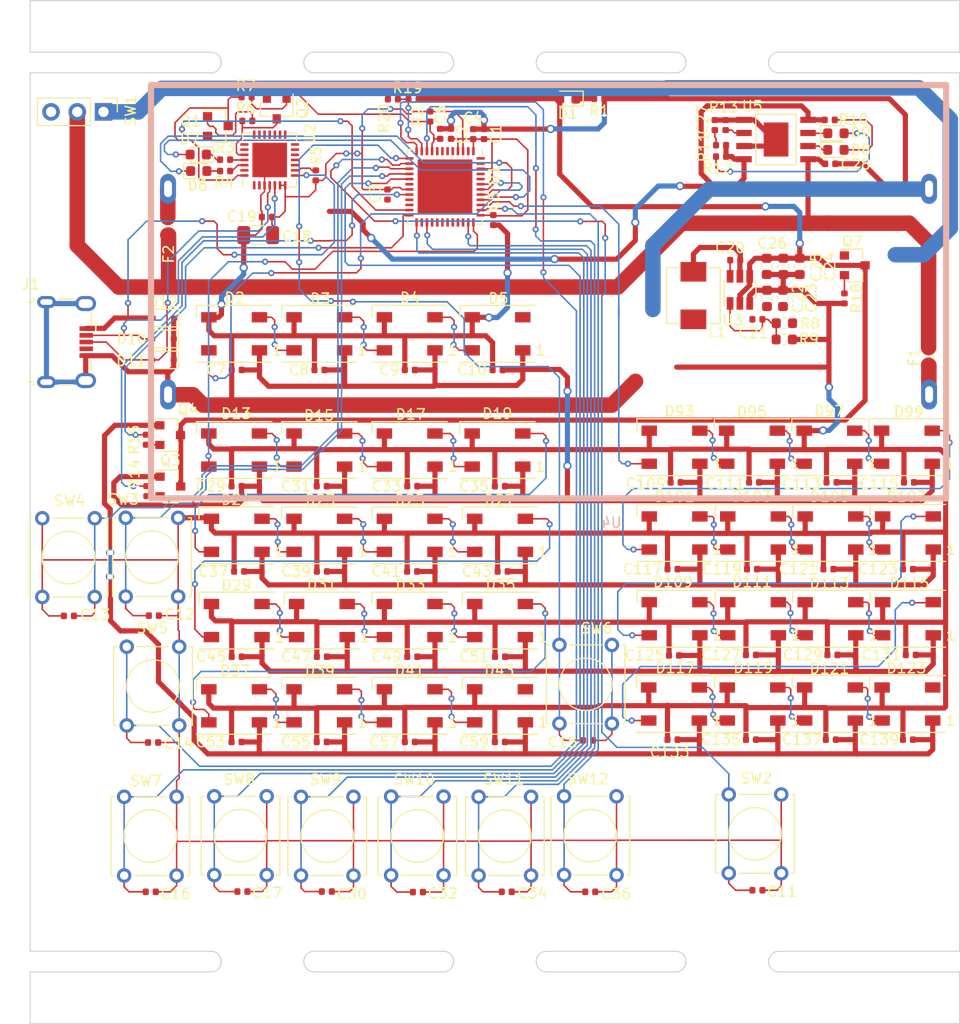
<source format=kicad_pcb>
(kicad_pcb (version 20171130) (host pcbnew 5.1.5+dfsg1-2build2)
  (layers (0 F.Cu signal) (31 B.Cu signal) (34 B.Paste user) (35 F.Paste user) (36 B.SilkS user) (37 F.SilkS user) (38 B.Mask user) (39 F.Mask user) (44 Edge.Cuts user))
  (net 0 "")
  (net 1 Board_1-+3V3)
  (net 2 Board_1-/herni_LED.sch/2.sch/DATA_IN)
  (net 3 Board_1-/herni_LED.sch/3.sch/DATA_IN)
  (net 4 Board_1-/herni_LED.sch/4.ch/DATA_IN)
  (net 5 Board_1-/hodnoceni_LED.sch/2.sch/DATA_IN)
  (net 6 Board_1-/hodnoceni_LED.sch/3.sch/DATA_IN)
  (net 7 Board_1-/hodnoceni_LED.sch/4.ch/DATA_IN)
  (net 8 Board_1-BARVA_1)
  (net 9 Board_1-BARVA_2)
  (net 10 Board_1-BARVA_3)
  (net 11 Board_1-BARVA_4)
  (net 12 Board_1-BARVA_5)
  (net 13 Board_1-BARVA_6)
  (net 14 Board_1-BTN_END)
  (net 15 Board_1-BTN_ENTER)
  (net 16 Board_1-BTN_NEW_GAME)
  (net 17 Board_1-BTN_SIPKA_VLEVO)
  (net 18 Board_1-BTN_SIPKA_VPRAVO)
  (net 19 Board_1-D+)
  (net 20 Board_1-D-)
  (net 21 Board_1-DATA_herni_LED)
  (net 22 Board_1-DATA_hodnoceni_LED)
  (net 23 Board_1-DATA_zadani_LED)
  (net 24 Board_1-EN)
  (net 25 Board_1-GND)
  (net 26 Board_1-IO0)
  (net 27 Board_1-MERENI_BATERKY)
  (net 28 "Board_1-Net-(C20-Pad1)")
  (net 29 "Board_1-Net-(C20-Pad2)")
  (net 30 "Board_1-Net-(C21-Pad1)")
  (net 31 "Board_1-Net-(C27-Pad1)")
  (net 32 "Board_1-Net-(D1-Pad1)")
  (net 33 "Board_1-Net-(D101-Pad2)")
  (net 34 "Board_1-Net-(D103-Pad2)")
  (net 35 "Board_1-Net-(D105-Pad2)")
  (net 36 "Board_1-Net-(D109-Pad2)")
  (net 37 "Board_1-Net-(D111-Pad2)")
  (net 38 "Board_1-Net-(D113-Pad2)")
  (net 39 "Board_1-Net-(D117-Pad2)")
  (net 40 "Board_1-Net-(D119-Pad2)")
  (net 41 "Board_1-Net-(D121-Pad2)")
  (net 42 "Board_1-Net-(D13-Pad2)")
  (net 43 "Board_1-Net-(D15-Pad2)")
  (net 44 "Board_1-Net-(D17-Pad2)")
  (net 45 "Board_1-Net-(D2-Pad2)")
  (net 46 "Board_1-Net-(D21-Pad2)")
  (net 47 "Board_1-Net-(D23-Pad2)")
  (net 48 "Board_1-Net-(D25-Pad2)")
  (net 49 "Board_1-Net-(D29-Pad2)")
  (net 50 "Board_1-Net-(D3-Pad2)")
  (net 51 "Board_1-Net-(D31-Pad2)")
  (net 52 "Board_1-Net-(D33-Pad2)")
  (net 53 "Board_1-Net-(D37-Pad2)")
  (net 54 "Board_1-Net-(D39-Pad2)")
  (net 55 "Board_1-Net-(D4-Pad2)")
  (net 56 "Board_1-Net-(D41-Pad2)")
  (net 57 "Board_1-Net-(D6-Pad1)")
  (net 58 "Board_1-Net-(D7-Pad2)")
  (net 59 "Board_1-Net-(D8-Pad1)")
  (net 60 "Board_1-Net-(D8-Pad2)")
  (net 61 "Board_1-Net-(D9-Pad1)")
  (net 62 "Board_1-Net-(D9-Pad2)")
  (net 63 "Board_1-Net-(D93-Pad2)")
  (net 64 "Board_1-Net-(D95-Pad2)")
  (net 65 "Board_1-Net-(D97-Pad2)")
  (net 66 "Board_1-Net-(F1-Pad1)")
  (net 67 "Board_1-Net-(F2-Pad1)")
  (net 68 "Board_1-Net-(Q1-Pad1)")
  (net 69 "Board_1-Net-(Q1-Pad3)")
  (net 70 "Board_1-Net-(Q2-Pad1)")
  (net 71 "Board_1-Net-(Q2-Pad3)")
  (net 72 "Board_1-Net-(Q3-Pad2)")
  (net 73 "Board_1-Net-(Q4-Pad2)")
  (net 74 "Board_1-Net-(Q7-Pad2)")
  (net 75 "Board_1-Net-(R13-Pad1)")
  (net 76 "Board_1-Net-(R3-Pad2)")
  (net 77 "Board_1-Net-(R4-Pad2)")
  (net 78 "Board_1-Net-(R5-Pad2)")
  (net 79 Board_1-RX_ESP)
  (net 80 Board_1-TX_ESP)
  (net 81 Board_1-VBUS)
  (net 82 Board_1-V_BAT)
  (net 83 Board_1-V_BAT_1)
  (net 84 Board_1-V_BAT_2)
  (net 85 Board_1-V_BAT_PRIME)
  (net 86 Board_1-V_BAT_SPINANE)
  (net 87 Board_1-ZAPINANI_1_CAST_LED)
  (net 88 Board_1-ZAPINANI_2_CAST_LED)
  (module NPTH (layer F.Cu) (at 113.500003 134.751)
    (fp_text reference REF** hide)
    (fp_text value NPTH hide)
    (pad "" np_thru_hole circle (at 0 0) (size 0.4 0.4) (drill 0.4) (layers *.Cu *.Mask))
  )
  (module NPTH (layer F.Cu) (at 114.115387 134.751)
    (fp_text reference REF** hide)
    (fp_text value NPTH hide)
    (pad "" np_thru_hole circle (at 0 0) (size 0.4 0.4) (drill 0.4) (layers *.Cu *.Mask))
  )
  (module NPTH (layer F.Cu) (at 114.730772 134.751)
    (fp_text reference REF** hide)
    (fp_text value NPTH hide)
    (pad "" np_thru_hole circle (at 0 0) (size 0.4 0.4) (drill 0.4) (layers *.Cu *.Mask))
  )
  (module NPTH (layer F.Cu) (at 115.346156 134.751)
    (fp_text reference REF** hide)
    (fp_text value NPTH hide)
    (pad "" np_thru_hole circle (at 0 0) (size 0.4 0.4) (drill 0.4) (layers *.Cu *.Mask))
  )
  (module NPTH (layer F.Cu) (at 115.961541 134.751)
    (fp_text reference REF** hide)
    (fp_text value NPTH hide)
    (pad "" np_thru_hole circle (at 0 0) (size 0.4 0.4) (drill 0.4) (layers *.Cu *.Mask))
  )
  (module NPTH (layer F.Cu) (at 116.576926 134.751)
    (fp_text reference REF** hide)
    (fp_text value NPTH hide)
    (pad "" np_thru_hole circle (at 0 0) (size 0.4 0.4) (drill 0.4) (layers *.Cu *.Mask))
  )
  (module NPTH (layer F.Cu) (at 117.19231 134.751)
    (fp_text reference REF** hide)
    (fp_text value NPTH hide)
    (pad "" np_thru_hole circle (at 0 0) (size 0.4 0.4) (drill 0.4) (layers *.Cu *.Mask))
  )
  (module NPTH (layer F.Cu) (at 117.807695 134.751)
    (fp_text reference REF** hide)
    (fp_text value NPTH hide)
    (pad "" np_thru_hole circle (at 0 0) (size 0.4 0.4) (drill 0.4) (layers *.Cu *.Mask))
  )
  (module NPTH (layer F.Cu) (at 118.423079 134.751)
    (fp_text reference REF** hide)
    (fp_text value NPTH hide)
    (pad "" np_thru_hole circle (at 0 0) (size 0.4 0.4) (drill 0.4) (layers *.Cu *.Mask))
  )
  (module NPTH (layer F.Cu) (at 119.038464 134.751)
    (fp_text reference REF** hide)
    (fp_text value NPTH hide)
    (pad "" np_thru_hole circle (at 0 0) (size 0.4 0.4) (drill 0.4) (layers *.Cu *.Mask))
  )
  (module NPTH (layer F.Cu) (at 119.653849 134.751)
    (fp_text reference REF** hide)
    (fp_text value NPTH hide)
    (pad "" np_thru_hole circle (at 0 0) (size 0.4 0.4) (drill 0.4) (layers *.Cu *.Mask))
  )
  (module NPTH (layer F.Cu) (at 120.269233 134.751)
    (fp_text reference REF** hide)
    (fp_text value NPTH hide)
    (pad "" np_thru_hole circle (at 0 0) (size 0.4 0.4) (drill 0.4) (layers *.Cu *.Mask))
  )
  (module NPTH (layer F.Cu) (at 120.884618 134.751)
    (fp_text reference REF** hide)
    (fp_text value NPTH hide)
    (pad "" np_thru_hole circle (at 0 0) (size 0.4 0.4) (drill 0.4) (layers *.Cu *.Mask))
  )
  (module NPTH (layer F.Cu) (at 121.500003 134.751)
    (fp_text reference REF** hide)
    (fp_text value NPTH hide)
    (pad "" np_thru_hole circle (at 0 0) (size 0.4 0.4) (drill 0.4) (layers *.Cu *.Mask))
  )
  (module NPTH (layer F.Cu) (at 91.000002 134.751)
    (fp_text reference REF** hide)
    (fp_text value NPTH hide)
    (pad "" np_thru_hole circle (at 0 0) (size 0.4 0.4) (drill 0.4) (layers *.Cu *.Mask))
  )
  (module NPTH (layer F.Cu) (at 91.615386 134.751)
    (fp_text reference REF** hide)
    (fp_text value NPTH hide)
    (pad "" np_thru_hole circle (at 0 0) (size 0.4 0.4) (drill 0.4) (layers *.Cu *.Mask))
  )
  (module NPTH (layer F.Cu) (at 92.230771 134.751)
    (fp_text reference REF** hide)
    (fp_text value NPTH hide)
    (pad "" np_thru_hole circle (at 0 0) (size 0.4 0.4) (drill 0.4) (layers *.Cu *.Mask))
  )
  (module NPTH (layer F.Cu) (at 92.846155 134.751)
    (fp_text reference REF** hide)
    (fp_text value NPTH hide)
    (pad "" np_thru_hole circle (at 0 0) (size 0.4 0.4) (drill 0.4) (layers *.Cu *.Mask))
  )
  (module NPTH (layer F.Cu) (at 93.46154 134.751)
    (fp_text reference REF** hide)
    (fp_text value NPTH hide)
    (pad "" np_thru_hole circle (at 0 0) (size 0.4 0.4) (drill 0.4) (layers *.Cu *.Mask))
  )
  (module NPTH (layer F.Cu) (at 94.076925 134.751)
    (fp_text reference REF** hide)
    (fp_text value NPTH hide)
    (pad "" np_thru_hole circle (at 0 0) (size 0.4 0.4) (drill 0.4) (layers *.Cu *.Mask))
  )
  (module NPTH (layer F.Cu) (at 94.692309 134.751)
    (fp_text reference REF** hide)
    (fp_text value NPTH hide)
    (pad "" np_thru_hole circle (at 0 0) (size 0.4 0.4) (drill 0.4) (layers *.Cu *.Mask))
  )
  (module NPTH (layer F.Cu) (at 95.307694 134.751)
    (fp_text reference REF** hide)
    (fp_text value NPTH hide)
    (pad "" np_thru_hole circle (at 0 0) (size 0.4 0.4) (drill 0.4) (layers *.Cu *.Mask))
  )
  (module NPTH (layer F.Cu) (at 95.923078 134.751)
    (fp_text reference REF** hide)
    (fp_text value NPTH hide)
    (pad "" np_thru_hole circle (at 0 0) (size 0.4 0.4) (drill 0.4) (layers *.Cu *.Mask))
  )
  (module NPTH (layer F.Cu) (at 96.538463 134.751)
    (fp_text reference REF** hide)
    (fp_text value NPTH hide)
    (pad "" np_thru_hole circle (at 0 0) (size 0.4 0.4) (drill 0.4) (layers *.Cu *.Mask))
  )
  (module NPTH (layer F.Cu) (at 97.153848 134.751)
    (fp_text reference REF** hide)
    (fp_text value NPTH hide)
    (pad "" np_thru_hole circle (at 0 0) (size 0.4 0.4) (drill 0.4) (layers *.Cu *.Mask))
  )
  (module NPTH (layer F.Cu) (at 97.769232 134.751)
    (fp_text reference REF** hide)
    (fp_text value NPTH hide)
    (pad "" np_thru_hole circle (at 0 0) (size 0.4 0.4) (drill 0.4) (layers *.Cu *.Mask))
  )
  (module NPTH (layer F.Cu) (at 98.384617 134.751)
    (fp_text reference REF** hide)
    (fp_text value NPTH hide)
    (pad "" np_thru_hole circle (at 0 0) (size 0.4 0.4) (drill 0.4) (layers *.Cu *.Mask))
  )
  (module NPTH (layer F.Cu) (at 99.000002 134.751)
    (fp_text reference REF** hide)
    (fp_text value NPTH hide)
    (pad "" np_thru_hole circle (at 0 0) (size 0.4 0.4) (drill 0.4) (layers *.Cu *.Mask))
  )
  (module NPTH (layer F.Cu) (at 68.500001 134.751)
    (fp_text reference REF** hide)
    (fp_text value NPTH hide)
    (pad "" np_thru_hole circle (at 0 0) (size 0.4 0.4) (drill 0.4) (layers *.Cu *.Mask))
  )
  (module NPTH (layer F.Cu) (at 69.115385 134.751)
    (fp_text reference REF** hide)
    (fp_text value NPTH hide)
    (pad "" np_thru_hole circle (at 0 0) (size 0.4 0.4) (drill 0.4) (layers *.Cu *.Mask))
  )
  (module NPTH (layer F.Cu) (at 69.73077 134.751)
    (fp_text reference REF** hide)
    (fp_text value NPTH hide)
    (pad "" np_thru_hole circle (at 0 0) (size 0.4 0.4) (drill 0.4) (layers *.Cu *.Mask))
  )
  (module NPTH (layer F.Cu) (at 70.346154 134.751)
    (fp_text reference REF** hide)
    (fp_text value NPTH hide)
    (pad "" np_thru_hole circle (at 0 0) (size 0.4 0.4) (drill 0.4) (layers *.Cu *.Mask))
  )
  (module NPTH (layer F.Cu) (at 70.961539 134.751)
    (fp_text reference REF** hide)
    (fp_text value NPTH hide)
    (pad "" np_thru_hole circle (at 0 0) (size 0.4 0.4) (drill 0.4) (layers *.Cu *.Mask))
  )
  (module NPTH (layer F.Cu) (at 71.576924 134.751)
    (fp_text reference REF** hide)
    (fp_text value NPTH hide)
    (pad "" np_thru_hole circle (at 0 0) (size 0.4 0.4) (drill 0.4) (layers *.Cu *.Mask))
  )
  (module NPTH (layer F.Cu) (at 72.192308 134.751)
    (fp_text reference REF** hide)
    (fp_text value NPTH hide)
    (pad "" np_thru_hole circle (at 0 0) (size 0.4 0.4) (drill 0.4) (layers *.Cu *.Mask))
  )
  (module NPTH (layer F.Cu) (at 72.807693 134.751)
    (fp_text reference REF** hide)
    (fp_text value NPTH hide)
    (pad "" np_thru_hole circle (at 0 0) (size 0.4 0.4) (drill 0.4) (layers *.Cu *.Mask))
  )
  (module NPTH (layer F.Cu) (at 73.423077 134.751)
    (fp_text reference REF** hide)
    (fp_text value NPTH hide)
    (pad "" np_thru_hole circle (at 0 0) (size 0.4 0.4) (drill 0.4) (layers *.Cu *.Mask))
  )
  (module NPTH (layer F.Cu) (at 74.038462 134.751)
    (fp_text reference REF** hide)
    (fp_text value NPTH hide)
    (pad "" np_thru_hole circle (at 0 0) (size 0.4 0.4) (drill 0.4) (layers *.Cu *.Mask))
  )
  (module NPTH (layer F.Cu) (at 74.653847 134.751)
    (fp_text reference REF** hide)
    (fp_text value NPTH hide)
    (pad "" np_thru_hole circle (at 0 0) (size 0.4 0.4) (drill 0.4) (layers *.Cu *.Mask))
  )
  (module NPTH (layer F.Cu) (at 75.269231 134.751)
    (fp_text reference REF** hide)
    (fp_text value NPTH hide)
    (pad "" np_thru_hole circle (at 0 0) (size 0.4 0.4) (drill 0.4) (layers *.Cu *.Mask))
  )
  (module NPTH (layer F.Cu) (at 75.884616 134.751)
    (fp_text reference REF** hide)
    (fp_text value NPTH hide)
    (pad "" np_thru_hole circle (at 0 0) (size 0.4 0.4) (drill 0.4) (layers *.Cu *.Mask))
  )
  (module NPTH (layer F.Cu) (at 76.500001 134.751)
    (fp_text reference REF** hide)
    (fp_text value NPTH hide)
    (pad "" np_thru_hole circle (at 0 0) (size 0.4 0.4) (drill 0.4) (layers *.Cu *.Mask))
  )
  (module NPTH (layer F.Cu) (at 121.500003 50.249)
    (fp_text reference REF** hide)
    (fp_text value NPTH hide)
    (pad "" np_thru_hole circle (at 0 0) (size 0.4 0.4) (drill 0.4) (layers *.Cu *.Mask))
  )
  (module NPTH (layer F.Cu) (at 120.884618 50.249)
    (fp_text reference REF** hide)
    (fp_text value NPTH hide)
    (pad "" np_thru_hole circle (at 0 0) (size 0.4 0.4) (drill 0.4) (layers *.Cu *.Mask))
  )
  (module NPTH (layer F.Cu) (at 120.269233 50.249)
    (fp_text reference REF** hide)
    (fp_text value NPTH hide)
    (pad "" np_thru_hole circle (at 0 0) (size 0.4 0.4) (drill 0.4) (layers *.Cu *.Mask))
  )
  (module NPTH (layer F.Cu) (at 119.653849 50.249)
    (fp_text reference REF** hide)
    (fp_text value NPTH hide)
    (pad "" np_thru_hole circle (at 0 0) (size 0.4 0.4) (drill 0.4) (layers *.Cu *.Mask))
  )
  (module NPTH (layer F.Cu) (at 119.038464 50.249)
    (fp_text reference REF** hide)
    (fp_text value NPTH hide)
    (pad "" np_thru_hole circle (at 0 0) (size 0.4 0.4) (drill 0.4) (layers *.Cu *.Mask))
  )
  (module NPTH (layer F.Cu) (at 118.423079 50.249)
    (fp_text reference REF** hide)
    (fp_text value NPTH hide)
    (pad "" np_thru_hole circle (at 0 0) (size 0.4 0.4) (drill 0.4) (layers *.Cu *.Mask))
  )
  (module NPTH (layer F.Cu) (at 117.807695 50.249)
    (fp_text reference REF** hide)
    (fp_text value NPTH hide)
    (pad "" np_thru_hole circle (at 0 0) (size 0.4 0.4) (drill 0.4) (layers *.Cu *.Mask))
  )
  (module NPTH (layer F.Cu) (at 117.19231 50.249)
    (fp_text reference REF** hide)
    (fp_text value NPTH hide)
    (pad "" np_thru_hole circle (at 0 0) (size 0.4 0.4) (drill 0.4) (layers *.Cu *.Mask))
  )
  (module NPTH (layer F.Cu) (at 116.576926 50.249)
    (fp_text reference REF** hide)
    (fp_text value NPTH hide)
    (pad "" np_thru_hole circle (at 0 0) (size 0.4 0.4) (drill 0.4) (layers *.Cu *.Mask))
  )
  (module NPTH (layer F.Cu) (at 115.961541 50.249)
    (fp_text reference REF** hide)
    (fp_text value NPTH hide)
    (pad "" np_thru_hole circle (at 0 0) (size 0.4 0.4) (drill 0.4) (layers *.Cu *.Mask))
  )
  (module NPTH (layer F.Cu) (at 115.346156 50.249)
    (fp_text reference REF** hide)
    (fp_text value NPTH hide)
    (pad "" np_thru_hole circle (at 0 0) (size 0.4 0.4) (drill 0.4) (layers *.Cu *.Mask))
  )
  (module NPTH (layer F.Cu) (at 114.730772 50.249)
    (fp_text reference REF** hide)
    (fp_text value NPTH hide)
    (pad "" np_thru_hole circle (at 0 0) (size 0.4 0.4) (drill 0.4) (layers *.Cu *.Mask))
  )
  (module NPTH (layer F.Cu) (at 114.115387 50.249)
    (fp_text reference REF** hide)
    (fp_text value NPTH hide)
    (pad "" np_thru_hole circle (at 0 0) (size 0.4 0.4) (drill 0.4) (layers *.Cu *.Mask))
  )
  (module NPTH (layer F.Cu) (at 113.500003 50.249)
    (fp_text reference REF** hide)
    (fp_text value NPTH hide)
    (pad "" np_thru_hole circle (at 0 0) (size 0.4 0.4) (drill 0.4) (layers *.Cu *.Mask))
  )
  (module NPTH (layer F.Cu) (at 99.000002 50.249)
    (fp_text reference REF** hide)
    (fp_text value NPTH hide)
    (pad "" np_thru_hole circle (at 0 0) (size 0.4 0.4) (drill 0.4) (layers *.Cu *.Mask))
  )
  (module NPTH (layer F.Cu) (at 98.384617 50.249)
    (fp_text reference REF** hide)
    (fp_text value NPTH hide)
    (pad "" np_thru_hole circle (at 0 0) (size 0.4 0.4) (drill 0.4) (layers *.Cu *.Mask))
  )
  (module NPTH (layer F.Cu) (at 97.769232 50.249)
    (fp_text reference REF** hide)
    (fp_text value NPTH hide)
    (pad "" np_thru_hole circle (at 0 0) (size 0.4 0.4) (drill 0.4) (layers *.Cu *.Mask))
  )
  (module NPTH (layer F.Cu) (at 97.153848 50.249)
    (fp_text reference REF** hide)
    (fp_text value NPTH hide)
    (pad "" np_thru_hole circle (at 0 0) (size 0.4 0.4) (drill 0.4) (layers *.Cu *.Mask))
  )
  (module NPTH (layer F.Cu) (at 96.538463 50.249)
    (fp_text reference REF** hide)
    (fp_text value NPTH hide)
    (pad "" np_thru_hole circle (at 0 0) (size 0.4 0.4) (drill 0.4) (layers *.Cu *.Mask))
  )
  (module NPTH (layer F.Cu) (at 95.923078 50.249)
    (fp_text reference REF** hide)
    (fp_text value NPTH hide)
    (pad "" np_thru_hole circle (at 0 0) (size 0.4 0.4) (drill 0.4) (layers *.Cu *.Mask))
  )
  (module NPTH (layer F.Cu) (at 95.307694 50.249)
    (fp_text reference REF** hide)
    (fp_text value NPTH hide)
    (pad "" np_thru_hole circle (at 0 0) (size 0.4 0.4) (drill 0.4) (layers *.Cu *.Mask))
  )
  (module NPTH (layer F.Cu) (at 94.692309 50.249)
    (fp_text reference REF** hide)
    (fp_text value NPTH hide)
    (pad "" np_thru_hole circle (at 0 0) (size 0.4 0.4) (drill 0.4) (layers *.Cu *.Mask))
  )
  (module NPTH (layer F.Cu) (at 94.076925 50.249)
    (fp_text reference REF** hide)
    (fp_text value NPTH hide)
    (pad "" np_thru_hole circle (at 0 0) (size 0.4 0.4) (drill 0.4) (layers *.Cu *.Mask))
  )
  (module NPTH (layer F.Cu) (at 93.46154 50.249)
    (fp_text reference REF** hide)
    (fp_text value NPTH hide)
    (pad "" np_thru_hole circle (at 0 0) (size 0.4 0.4) (drill 0.4) (layers *.Cu *.Mask))
  )
  (module NPTH (layer F.Cu) (at 92.846155 50.249)
    (fp_text reference REF** hide)
    (fp_text value NPTH hide)
    (pad "" np_thru_hole circle (at 0 0) (size 0.4 0.4) (drill 0.4) (layers *.Cu *.Mask))
  )
  (module NPTH (layer F.Cu) (at 92.230771 50.249)
    (fp_text reference REF** hide)
    (fp_text value NPTH hide)
    (pad "" np_thru_hole circle (at 0 0) (size 0.4 0.4) (drill 0.4) (layers *.Cu *.Mask))
  )
  (module NPTH (layer F.Cu) (at 91.615386 50.249)
    (fp_text reference REF** hide)
    (fp_text value NPTH hide)
    (pad "" np_thru_hole circle (at 0 0) (size 0.4 0.4) (drill 0.4) (layers *.Cu *.Mask))
  )
  (module NPTH (layer F.Cu) (at 91.000002 50.249)
    (fp_text reference REF** hide)
    (fp_text value NPTH hide)
    (pad "" np_thru_hole circle (at 0 0) (size 0.4 0.4) (drill 0.4) (layers *.Cu *.Mask))
  )
  (module NPTH (layer F.Cu) (at 76.500001 50.249)
    (fp_text reference REF** hide)
    (fp_text value NPTH hide)
    (pad "" np_thru_hole circle (at 0 0) (size 0.4 0.4) (drill 0.4) (layers *.Cu *.Mask))
  )
  (module NPTH (layer F.Cu) (at 75.884616 50.249)
    (fp_text reference REF** hide)
    (fp_text value NPTH hide)
    (pad "" np_thru_hole circle (at 0 0) (size 0.4 0.4) (drill 0.4) (layers *.Cu *.Mask))
  )
  (module NPTH (layer F.Cu) (at 75.269231 50.249)
    (fp_text reference REF** hide)
    (fp_text value NPTH hide)
    (pad "" np_thru_hole circle (at 0 0) (size 0.4 0.4) (drill 0.4) (layers *.Cu *.Mask))
  )
  (module NPTH (layer F.Cu) (at 74.653847 50.249)
    (fp_text reference REF** hide)
    (fp_text value NPTH hide)
    (pad "" np_thru_hole circle (at 0 0) (size 0.4 0.4) (drill 0.4) (layers *.Cu *.Mask))
  )
  (module NPTH (layer F.Cu) (at 74.038462 50.249)
    (fp_text reference REF** hide)
    (fp_text value NPTH hide)
    (pad "" np_thru_hole circle (at 0 0) (size 0.4 0.4) (drill 0.4) (layers *.Cu *.Mask))
  )
  (module NPTH (layer F.Cu) (at 73.423077 50.249)
    (fp_text reference REF** hide)
    (fp_text value NPTH hide)
    (pad "" np_thru_hole circle (at 0 0) (size 0.4 0.4) (drill 0.4) (layers *.Cu *.Mask))
  )
  (module NPTH (layer F.Cu) (at 72.807693 50.249)
    (fp_text reference REF** hide)
    (fp_text value NPTH hide)
    (pad "" np_thru_hole circle (at 0 0) (size 0.4 0.4) (drill 0.4) (layers *.Cu *.Mask))
  )
  (module NPTH (layer F.Cu) (at 72.192308 50.249)
    (fp_text reference REF** hide)
    (fp_text value NPTH hide)
    (pad "" np_thru_hole circle (at 0 0) (size 0.4 0.4) (drill 0.4) (layers *.Cu *.Mask))
  )
  (module NPTH (layer F.Cu) (at 71.576924 50.249)
    (fp_text reference REF** hide)
    (fp_text value NPTH hide)
    (pad "" np_thru_hole circle (at 0 0) (size 0.4 0.4) (drill 0.4) (layers *.Cu *.Mask))
  )
  (module NPTH (layer F.Cu) (at 70.961539 50.249)
    (fp_text reference REF** hide)
    (fp_text value NPTH hide)
    (pad "" np_thru_hole circle (at 0 0) (size 0.4 0.4) (drill 0.4) (layers *.Cu *.Mask))
  )
  (module NPTH (layer F.Cu) (at 70.346154 50.249)
    (fp_text reference REF** hide)
    (fp_text value NPTH hide)
    (pad "" np_thru_hole circle (at 0 0) (size 0.4 0.4) (drill 0.4) (layers *.Cu *.Mask))
  )
  (module NPTH (layer F.Cu) (at 69.73077 50.249)
    (fp_text reference REF** hide)
    (fp_text value NPTH hide)
    (pad "" np_thru_hole circle (at 0 0) (size 0.4 0.4) (drill 0.4) (layers *.Cu *.Mask))
  )
  (module NPTH (layer F.Cu) (at 69.115385 50.249)
    (fp_text reference REF** hide)
    (fp_text value NPTH hide)
    (pad "" np_thru_hole circle (at 0 0) (size 0.4 0.4) (drill 0.4) (layers *.Cu *.Mask))
  )
  (module NPTH (layer F.Cu) (at 68.500001 50.249)
    (fp_text reference REF** hide)
    (fp_text value NPTH hide)
    (pad "" np_thru_hole circle (at 0 0) (size 0.4 0.4) (drill 0.4) (layers *.Cu *.Mask))
  )
  (module NPTH (layer F.Cu) (at 54.999 139.501005)
    (fp_text reference REF** hide)
    (fp_text value NPTH hide)
    (pad "" np_thru_hole circle (at 0 0) (size 1.5 1.5) (drill 1.5) (layers *.Cu *.Mask))
  )
  (module NPTH (layer F.Cu) (at 135.001 45.499)
    (fp_text reference REF** hide)
    (fp_text value NPTH hide)
    (pad "" np_thru_hole circle (at 0 0) (size 1.5 1.5) (drill 1.5) (layers *.Cu *.Mask))
  )
  (module NPTH (layer F.Cu) (at 54.999 45.499)
    (fp_text reference REF** hide)
    (fp_text value NPTH hide)
    (pad "" np_thru_hole circle (at 0 0) (size 1.5 1.5) (drill 1.5) (layers *.Cu *.Mask))
  )
  (module Capacitor_SMD:C_0402_1005Metric (layer F.Cu) (at 93.950001 55.925001 270)
    (fp_text reference C1 (at 0 -1.17 90) (layer F.SilkS))
    (fp_text value 10u)
    (pad 1 smd roundrect (at -0.485 0 270) (size 0.59 0.64) (layers F.Cu F.Paste F.Mask) (net 25 Board_1-GND))
    (pad 2 smd roundrect (at 0.485 0 270) (size 0.59 0.64) (layers F.Cu F.Paste F.Mask) (net 1 Board_1-+3V3))
  )
  (module Capacitor_SMD:C_0402_1005Metric (layer F.Cu) (at 90.750001 55.900001 90)
    (fp_text reference C2 (at -0.05 1.05 90) (layer F.SilkS))
    (fp_text value 100n)
    (pad 1 smd roundrect (at -0.485 0 90) (size 0.59 0.64) (layers F.Cu F.Paste F.Mask) (net 1 Board_1-+3V3))
    (pad 2 smd roundrect (at 0.485 0 90) (size 0.59 0.64) (layers F.Cu F.Paste F.Mask) (net 25 Board_1-GND))
  )
  (module Capacitor_SMD:C_0402_1005Metric (layer F.Cu) (at 84.600001 61.775001 90)
    (fp_text reference C3 (at 0.075 -1.175 90) (layer F.SilkS))
    (fp_text value 100n)
    (pad 1 smd roundrect (at -0.485 0 90) (size 0.59 0.64) (layers F.Cu F.Paste F.Mask) (net 25 Board_1-GND))
    (pad 2 smd roundrect (at 0.485 0 90) (size 0.59 0.64) (layers F.Cu F.Paste F.Mask) (net 1 Board_1-+3V3))
  )
  (module Capacitor_SMD:C_0402_1005Metric (layer F.Cu) (at 92.900001 55.925001 90)
    (fp_text reference C4 (at 1.575 0) (layer F.SilkS))
    (fp_text value 100n)
    (pad 1 smd roundrect (at -0.485 0 90) (size 0.59 0.64) (layers F.Cu F.Paste F.Mask) (net 1 Board_1-+3V3))
    (pad 2 smd roundrect (at 0.485 0 90) (size 0.59 0.64) (layers F.Cu F.Paste F.Mask) (net 25 Board_1-GND))
  )
  (module Capacitor_SMD:C_0402_1005Metric (layer F.Cu) (at 94.850001 64.250001 90)
    (fp_text reference C5 (at 1.85 0.05 90) (layer F.SilkS))
    (fp_text value 100n)
    (pad 1 smd roundrect (at -0.485 0 90) (size 0.59 0.64) (layers F.Cu F.Paste F.Mask) (net 25 Board_1-GND))
    (pad 2 smd roundrect (at 0.485 0 90) (size 0.59 0.64) (layers F.Cu F.Paste F.Mask) (net 1 Board_1-+3V3))
  )
  (module Capacitor_SMD:C_0402_1005Metric (layer F.Cu) (at 89.700001 55.900001 270)
    (fp_text reference C6 (at -1.875 -0.025 90) (layer F.SilkS))
    (fp_text value 100n)
    (pad 1 smd roundrect (at -0.485 0 270) (size 0.59 0.64) (layers F.Cu F.Paste F.Mask) (net 25 Board_1-GND))
    (pad 2 smd roundrect (at 0.485 0 270) (size 0.59 0.64) (layers F.Cu F.Paste F.Mask) (net 24 Board_1-EN))
  )
  (module Capacitor_SMD:C_0402_1005Metric (layer F.Cu) (at 70.000001 78.750001 180)
    (fp_text reference C7 (at 2 0) (layer F.SilkS))
    (fp_text value 100n)
    (pad 1 smd roundrect (at -0.485 0 180) (size 0.59 0.64) (layers F.Cu F.Paste F.Mask) (net 83 Board_1-V_BAT_1))
    (pad 2 smd roundrect (at 0.485 0 180) (size 0.59 0.64) (layers F.Cu F.Paste F.Mask) (net 25 Board_1-GND))
  )
  (module Capacitor_SMD:C_0402_1005Metric (layer F.Cu) (at 78.015001 78.750001 180)
    (fp_text reference C8 (at 1.985 0) (layer F.SilkS))
    (fp_text value 100n)
    (pad 1 smd roundrect (at -0.485 0 180) (size 0.59 0.64) (layers F.Cu F.Paste F.Mask) (net 83 Board_1-V_BAT_1))
    (pad 2 smd roundrect (at 0.485 0 180) (size 0.59 0.64) (layers F.Cu F.Paste F.Mask) (net 25 Board_1-GND))
  )
  (module Capacitor_SMD:C_0402_1005Metric (layer F.Cu) (at 86.765001 78.750001 180)
    (fp_text reference C9 (at 1.985 0) (layer F.SilkS))
    (fp_text value 100n)
    (pad 1 smd roundrect (at -0.485 0 180) (size 0.59 0.64) (layers F.Cu F.Paste F.Mask) (net 83 Board_1-V_BAT_1))
    (pad 2 smd roundrect (at 0.485 0 180) (size 0.59 0.64) (layers F.Cu F.Paste F.Mask) (net 25 Board_1-GND))
  )
  (module Capacitor_SMD:C_0402_1005Metric (layer F.Cu) (at 95.265001 78.750001 180)
    (fp_text reference C10 (at 2.485 0) (layer F.SilkS))
    (fp_text value 100n)
    (pad 1 smd roundrect (at -0.485 0 180) (size 0.59 0.64) (layers F.Cu F.Paste F.Mask) (net 83 Board_1-V_BAT_1))
    (pad 2 smd roundrect (at 0.485 0 180) (size 0.59 0.64) (layers F.Cu F.Paste F.Mask) (net 25 Board_1-GND))
  )
  (module Capacitor_SMD:C_0402_1005Metric (layer F.Cu) (at 120.425001 129.100001 180)
    (fp_text reference C11 (at -2.375 -0.125) (layer F.SilkS))
    (fp_text value 10n)
    (pad 1 smd roundrect (at -0.485 0 180) (size 0.59 0.64) (layers F.Cu F.Paste F.Mask) (net 25 Board_1-GND))
    (pad 2 smd roundrect (at 0.485 0 180) (size 0.59 0.64) (layers F.Cu F.Paste F.Mask) (net 15 Board_1-BTN_ENTER))
  )
  (module Capacitor_SMD:C_0402_1005Metric (layer F.Cu) (at 61.975001 102.525001 180)
    (fp_text reference C12 (at -2.5 0.125 180) (layer F.SilkS))
    (fp_text value 10n)
    (pad 1 smd roundrect (at -0.485 0 180) (size 0.59 0.64) (layers F.Cu F.Paste F.Mask) (net 25 Board_1-GND))
    (pad 2 smd roundrect (at 0.485 0 180) (size 0.59 0.64) (layers F.Cu F.Paste F.Mask) (net 14 Board_1-BTN_END))
  )
  (module Capacitor_SMD:C_0402_1005Metric (layer F.Cu) (at 53.750001 102.550001)
    (fp_text reference C13 (at 2.55 -0.1) (layer F.SilkS))
    (fp_text value 10n)
    (pad 1 smd roundrect (at -0.485 0) (size 0.59 0.64) (layers F.Cu F.Paste F.Mask) (net 25 Board_1-GND))
    (pad 2 smd roundrect (at 0.485 0) (size 0.59 0.64) (layers F.Cu F.Paste F.Mask) (net 16 Board_1-BTN_NEW_GAME))
  )
  (module Capacitor_SMD:C_0402_1005Metric (layer F.Cu) (at 61.900001 114.800001 180)
    (fp_text reference C14 (at -2.465 -0.1) (layer F.SilkS))
    (fp_text value 10n)
    (pad 1 smd roundrect (at -0.485 0 180) (size 0.59 0.64) (layers F.Cu F.Paste F.Mask) (net 25 Board_1-GND))
    (pad 2 smd roundrect (at 0.485 0 180) (size 0.59 0.64) (layers F.Cu F.Paste F.Mask) (net 17 Board_1-BTN_SIPKA_VLEVO))
  )
  (module Capacitor_SMD:C_0402_1005Metric (layer F.Cu) (at 104.025001 114.600001 180)
    (fp_text reference C15 (at 2.475 -0.175) (layer F.SilkS))
    (fp_text value 10n)
    (pad 1 smd roundrect (at -0.485 0 180) (size 0.59 0.64) (layers F.Cu F.Paste F.Mask) (net 25 Board_1-GND))
    (pad 2 smd roundrect (at 0.485 0 180) (size 0.59 0.64) (layers F.Cu F.Paste F.Mask) (net 18 Board_1-BTN_SIPKA_VPRAVO))
  )
  (module Capacitor_SMD:C_0402_1005Metric (layer F.Cu) (at 61.675001 129.250001 180)
    (fp_text reference C16 (at -2.4 -0.2) (layer F.SilkS))
    (fp_text value 10n)
    (pad 1 smd roundrect (at -0.485 0 180) (size 0.59 0.64) (layers F.Cu F.Paste F.Mask) (net 25 Board_1-GND))
    (pad 2 smd roundrect (at 0.485 0 180) (size 0.59 0.64) (layers F.Cu F.Paste F.Mask) (net 8 Board_1-BARVA_1))
  )
  (module Capacitor_SMD:C_0402_1005Metric (layer F.Cu) (at 70.550001 129.225001 180)
    (fp_text reference C17 (at -2.4 -0.125) (layer F.SilkS))
    (fp_text value 10n)
    (pad 1 smd roundrect (at -0.485 0 180) (size 0.59 0.64) (layers F.Cu F.Paste F.Mask) (net 25 Board_1-GND))
    (pad 2 smd roundrect (at 0.485 0 180) (size 0.59 0.64) (layers F.Cu F.Paste F.Mask) (net 9 Board_1-BARVA_2))
  )
  (module Capacitor_SMD:C_1206_3216Metric (layer F.Cu) (at 72.075001 65.700001)
    (fp_text reference C18 (at 3.75 0.125) (layer F.SilkS))
    (fp_text value 4u7)
    (pad 1 smd roundrect (at -1.4 0) (size 1.25 1.75) (layers F.Cu F.Paste F.Mask) (roundrect_rratio 0.2) (net 25 Board_1-GND))
    (pad 2 smd roundrect (at 1.4 0) (size 1.25 1.75) (layers F.Cu F.Paste F.Mask) (roundrect_rratio 0.2) (net 1 Board_1-+3V3))
  )
  (module Capacitor_SMD:C_0402_1005Metric (layer F.Cu) (at 72.925001 63.950001)
    (fp_text reference C19 (at -2.45 -0.05) (layer F.SilkS))
    (fp_text value 100n)
    (pad 1 smd roundrect (at -0.485 0) (size 0.59 0.64) (layers F.Cu F.Paste F.Mask) (net 25 Board_1-GND))
    (pad 2 smd roundrect (at 0.485 0) (size 0.59 0.64) (layers F.Cu F.Paste F.Mask) (net 1 Board_1-+3V3))
  )
  (module Capacitor_SMD:C_0402_1005Metric (layer F.Cu) (at 118.275001 68.125001 180)
    (fp_text reference C20 (at 0.5 1.2) (layer F.SilkS))
    (fp_text value 100n)
    (pad 1 smd roundrect (at -0.485 0 180) (size 0.59 0.64) (layers F.Cu F.Paste F.Mask) (net 28 "Board_1-Net-(C20-Pad1)"))
    (pad 2 smd roundrect (at 0.485 0 180) (size 0.59 0.64) (layers F.Cu F.Paste F.Mask) (net 29 "Board_1-Net-(C20-Pad2)"))
  )
  (module Capacitor_SMD:C_0402_1005Metric (layer F.Cu) (at 120.425001 73.850001 180)
    (fp_text reference C21 (at 0.4 -1.325 180) (layer F.SilkS))
    (fp_text value 47p)
    (pad 1 smd roundrect (at -0.485 0 180) (size 0.59 0.64) (layers F.Cu F.Paste F.Mask) (net 30 "Board_1-Net-(C21-Pad1)"))
    (pad 2 smd roundrect (at 0.485 0 180) (size 0.59 0.64) (layers F.Cu F.Paste F.Mask) (net 1 Board_1-+3V3))
  )
  (module Capacitor_SMD:C_0603_1608Metric (layer F.Cu) (at 121.350001 71.825001 270)
    (fp_text reference C22 (at 0 -3 270) (layer F.SilkS))
    (fp_text value 22u)
    (pad 1 smd roundrect (at -0.7875 0 270) (size 0.875 0.95) (layers F.Cu F.Paste F.Mask) (net 25 Board_1-GND))
    (pad 2 smd roundrect (at 0.7875 0 270) (size 0.875 0.95) (layers F.Cu F.Paste F.Mask) (net 1 Board_1-+3V3))
  )
  (module Capacitor_SMD:C_0603_1608Metric (layer F.Cu) (at 122.900001 71.825001 270)
    (fp_text reference C23 (at -0.025 -2.75 90) (layer F.SilkS))
    (fp_text value 22u)
    (pad 1 smd roundrect (at -0.7875 0 270) (size 0.875 0.95) (layers F.Cu F.Paste F.Mask) (net 25 Board_1-GND))
    (pad 2 smd roundrect (at 0.7875 0 270) (size 0.875 0.95) (layers F.Cu F.Paste F.Mask) (net 1 Board_1-+3V3))
  )
  (module Capacitor_SMD:C_0603_1608Metric (layer F.Cu) (at 124.525001 68.725001 270)
    (fp_text reference C24 (at 0.025 -2.925 270) (layer F.SilkS))
    (fp_text value 22u)
    (pad 1 smd roundrect (at -0.7875 0 270) (size 0.875 0.95) (layers F.Cu F.Paste F.Mask) (net 82 Board_1-V_BAT))
    (pad 2 smd roundrect (at 0.7875 0 270) (size 0.875 0.95) (layers F.Cu F.Paste F.Mask) (net 25 Board_1-GND))
  )
  (module Capacitor_SMD:C_0603_1608Metric (layer F.Cu) (at 122.925001 68.725001 270)
    (fp_text reference C25 (at 0.075 -3.2 270) (layer F.SilkS))
    (fp_text value 22u)
    (pad 1 smd roundrect (at -0.7875 0 270) (size 0.875 0.95) (layers F.Cu F.Paste F.Mask) (net 82 Board_1-V_BAT))
    (pad 2 smd roundrect (at 0.7875 0 270) (size 0.875 0.95) (layers F.Cu F.Paste F.Mask) (net 25 Board_1-GND))
  )
  (module Capacitor_SMD:C_0603_1608Metric (layer F.Cu) (at 121.325001 68.725001 270)
    (fp_text reference C26 (at -2.225 -0.525 180) (layer F.SilkS))
    (fp_text value 22u)
    (pad 1 smd roundrect (at -0.7875 0 270) (size 0.875 0.95) (layers F.Cu F.Paste F.Mask) (net 82 Board_1-V_BAT))
    (pad 2 smd roundrect (at 0.7875 0 270) (size 0.875 0.95) (layers F.Cu F.Paste F.Mask) (net 25 Board_1-GND))
  )
  (module Capacitor_SMD:C_0402_1005Metric (layer F.Cu) (at 116.300001 55.050001 90)
    (fp_text reference C27 (at 0.525 -1.175 90) (layer F.SilkS))
    (fp_text value 10u)
    (pad 1 smd roundrect (at -0.485 0 90) (size 0.59 0.64) (layers F.Cu F.Paste F.Mask) (net 31 "Board_1-Net-(C27-Pad1)"))
    (pad 2 smd roundrect (at 0.485 0 90) (size 0.59 0.64) (layers F.Cu F.Paste F.Mask) (net 25 Board_1-GND))
  )
  (module Capacitor_SMD:C_0402_1005Metric (layer F.Cu) (at 127.475001 58.800001)
    (fp_text reference C28 (at 2.45 0.05) (layer F.SilkS))
    (fp_text value 10u)
    (pad 1 smd roundrect (at -0.485 0) (size 0.59 0.64) (layers F.Cu F.Paste F.Mask) (net 85 Board_1-V_BAT_PRIME))
    (pad 2 smd roundrect (at 0.485 0) (size 0.59 0.64) (layers F.Cu F.Paste F.Mask) (net 25 Board_1-GND))
  )
  (module Capacitor_SMD:C_0402_1005Metric (layer F.Cu) (at 69.985001 90.000001 180)
    (fp_text reference C29 (at 2.515 0) (layer F.SilkS))
    (fp_text value 100n)
    (pad 1 smd roundrect (at -0.485 0 180) (size 0.59 0.64) (layers F.Cu F.Paste F.Mask) (net 83 Board_1-V_BAT_1))
    (pad 2 smd roundrect (at 0.485 0 180) (size 0.59 0.64) (layers F.Cu F.Paste F.Mask) (net 25 Board_1-GND))
  )
  (module Capacitor_SMD:C_0402_1005Metric (layer F.Cu) (at 78.235001 90.000001 180)
    (fp_text reference C31 (at 2.515 0) (layer F.SilkS))
    (fp_text value 100n)
    (pad 1 smd roundrect (at -0.485 0 180) (size 0.59 0.64) (layers F.Cu F.Paste F.Mask) (net 83 Board_1-V_BAT_1))
    (pad 2 smd roundrect (at 0.485 0 180) (size 0.59 0.64) (layers F.Cu F.Paste F.Mask) (net 25 Board_1-GND))
  )
  (module Capacitor_SMD:C_0402_1005Metric (layer F.Cu) (at 87.000001 90.000001 180)
    (fp_text reference C33 (at 2.5 0) (layer F.SilkS))
    (fp_text value 100n)
    (pad 1 smd roundrect (at -0.485 0 180) (size 0.59 0.64) (layers F.Cu F.Paste F.Mask) (net 83 Board_1-V_BAT_1))
    (pad 2 smd roundrect (at 0.485 0 180) (size 0.59 0.64) (layers F.Cu F.Paste F.Mask) (net 25 Board_1-GND))
  )
  (module Capacitor_SMD:C_0402_1005Metric (layer F.Cu) (at 95.485001 90.000001 180)
    (fp_text reference C35 (at 2.515 0) (layer F.SilkS))
    (fp_text value 100n)
    (pad 1 smd roundrect (at -0.485 0 180) (size 0.59 0.64) (layers F.Cu F.Paste F.Mask) (net 83 Board_1-V_BAT_1))
    (pad 2 smd roundrect (at 0.485 0 180) (size 0.59 0.64) (layers F.Cu F.Paste F.Mask) (net 25 Board_1-GND))
  )
  (module Capacitor_SMD:C_0402_1005Metric (layer F.Cu) (at 70.235001 98.250001 180)
    (fp_text reference C37 (at 2.515 0) (layer F.SilkS))
    (fp_text value 100n)
    (pad 1 smd roundrect (at -0.485 0 180) (size 0.59 0.64) (layers F.Cu F.Paste F.Mask) (net 83 Board_1-V_BAT_1))
    (pad 2 smd roundrect (at 0.485 0 180) (size 0.59 0.64) (layers F.Cu F.Paste F.Mask) (net 25 Board_1-GND))
  )
  (module Capacitor_SMD:C_0402_1005Metric (layer F.Cu) (at 78.250001 98.250001 180)
    (fp_text reference C39 (at 2.5 0) (layer F.SilkS))
    (fp_text value 100n)
    (pad 1 smd roundrect (at -0.485 0 180) (size 0.59 0.64) (layers F.Cu F.Paste F.Mask) (net 83 Board_1-V_BAT_1))
    (pad 2 smd roundrect (at 0.485 0 180) (size 0.59 0.64) (layers F.Cu F.Paste F.Mask) (net 25 Board_1-GND))
  )
  (module Capacitor_SMD:C_0402_1005Metric (layer F.Cu) (at 86.985001 98.250001 180)
    (fp_text reference C41 (at 2.515 0) (layer F.SilkS))
    (fp_text value 100n)
    (pad 1 smd roundrect (at -0.485 0 180) (size 0.59 0.64) (layers F.Cu F.Paste F.Mask) (net 83 Board_1-V_BAT_1))
    (pad 2 smd roundrect (at 0.485 0 180) (size 0.59 0.64) (layers F.Cu F.Paste F.Mask) (net 25 Board_1-GND))
  )
  (module Capacitor_SMD:C_0402_1005Metric (layer F.Cu) (at 95.750001 98.250001 180)
    (fp_text reference C43 (at 2.5 0) (layer F.SilkS))
    (fp_text value 100n)
    (pad 1 smd roundrect (at -0.485 0 180) (size 0.59 0.64) (layers F.Cu F.Paste F.Mask) (net 83 Board_1-V_BAT_1))
    (pad 2 smd roundrect (at 0.485 0 180) (size 0.59 0.64) (layers F.Cu F.Paste F.Mask) (net 25 Board_1-GND))
  )
  (module Capacitor_SMD:C_0402_1005Metric (layer F.Cu) (at 70.000001 106.500001 180)
    (fp_text reference C45 (at 2.5 0) (layer F.SilkS))
    (fp_text value 100n)
    (pad 1 smd roundrect (at -0.485 0 180) (size 0.59 0.64) (layers F.Cu F.Paste F.Mask) (net 83 Board_1-V_BAT_1))
    (pad 2 smd roundrect (at 0.485 0 180) (size 0.59 0.64) (layers F.Cu F.Paste F.Mask) (net 25 Board_1-GND))
  )
  (module Capacitor_SMD:C_0402_1005Metric (layer F.Cu) (at 78.250001 106.500001 180)
    (fp_text reference C47 (at 2.5 0) (layer F.SilkS))
    (fp_text value 100n)
    (pad 1 smd roundrect (at -0.485 0 180) (size 0.59 0.64) (layers F.Cu F.Paste F.Mask) (net 83 Board_1-V_BAT_1))
    (pad 2 smd roundrect (at 0.485 0 180) (size 0.59 0.64) (layers F.Cu F.Paste F.Mask) (net 25 Board_1-GND))
  )
  (module Capacitor_SMD:C_0402_1005Metric (layer F.Cu) (at 87.000001 106.500001 180)
    (fp_text reference C49 (at 2.5 0) (layer F.SilkS))
    (fp_text value 100n)
    (pad 1 smd roundrect (at -0.485 0 180) (size 0.59 0.64) (layers F.Cu F.Paste F.Mask) (net 83 Board_1-V_BAT_1))
    (pad 2 smd roundrect (at 0.485 0 180) (size 0.59 0.64) (layers F.Cu F.Paste F.Mask) (net 25 Board_1-GND))
  )
  (module Capacitor_SMD:C_0402_1005Metric (layer F.Cu) (at 95.500001 106.500001 180)
    (fp_text reference C51 (at 2.5 0) (layer F.SilkS))
    (fp_text value 100n)
    (pad 1 smd roundrect (at -0.485 0 180) (size 0.59 0.64) (layers F.Cu F.Paste F.Mask) (net 83 Board_1-V_BAT_1))
    (pad 2 smd roundrect (at 0.485 0 180) (size 0.59 0.64) (layers F.Cu F.Paste F.Mask) (net 25 Board_1-GND))
  )
  (module Capacitor_SMD:C_0402_1005Metric (layer F.Cu) (at 69.985001 114.750001 180)
    (fp_text reference C53 (at 2.515 0) (layer F.SilkS))
    (fp_text value 100n)
    (pad 1 smd roundrect (at -0.485 0 180) (size 0.59 0.64) (layers F.Cu F.Paste F.Mask) (net 84 Board_1-V_BAT_2))
    (pad 2 smd roundrect (at 0.485 0 180) (size 0.59 0.64) (layers F.Cu F.Paste F.Mask) (net 25 Board_1-GND))
  )
  (module Capacitor_SMD:C_0402_1005Metric (layer F.Cu) (at 78.235001 114.750001 180)
    (fp_text reference C55 (at 2.515 0) (layer F.SilkS))
    (fp_text value 100n)
    (pad 1 smd roundrect (at -0.485 0 180) (size 0.59 0.64) (layers F.Cu F.Paste F.Mask) (net 84 Board_1-V_BAT_2))
    (pad 2 smd roundrect (at 0.485 0 180) (size 0.59 0.64) (layers F.Cu F.Paste F.Mask) (net 25 Board_1-GND))
  )
  (module Capacitor_SMD:C_0402_1005Metric (layer F.Cu) (at 86.765001 114.750001 180)
    (fp_text reference C57 (at 2.485 0) (layer F.SilkS))
    (fp_text value 100n)
    (pad 1 smd roundrect (at -0.485 0 180) (size 0.59 0.64) (layers F.Cu F.Paste F.Mask) (net 84 Board_1-V_BAT_2))
    (pad 2 smd roundrect (at 0.485 0 180) (size 0.59 0.64) (layers F.Cu F.Paste F.Mask) (net 25 Board_1-GND))
  )
  (module Capacitor_SMD:C_0402_1005Metric (layer F.Cu) (at 95.485001 114.750001 180)
    (fp_text reference C59 (at 2.515 0) (layer F.SilkS))
    (fp_text value 100n)
    (pad 1 smd roundrect (at -0.485 0 180) (size 0.59 0.64) (layers F.Cu F.Paste F.Mask) (net 84 Board_1-V_BAT_2))
    (pad 2 smd roundrect (at 0.485 0 180) (size 0.59 0.64) (layers F.Cu F.Paste F.Mask) (net 25 Board_1-GND))
  )
  (module Capacitor_SMD:C_0402_1005Metric (layer F.Cu) (at 112.500001 89.625001 180)
    (fp_text reference C109 (at 2.9 -0.125) (layer F.SilkS))
    (fp_text value 100n)
    (pad 1 smd roundrect (at -0.485 0 180) (size 0.59 0.64) (layers F.Cu F.Paste F.Mask) (net 83 Board_1-V_BAT_1))
    (pad 2 smd roundrect (at 0.485 0 180) (size 0.59 0.64) (layers F.Cu F.Paste F.Mask) (net 25 Board_1-GND))
  )
  (module Capacitor_SMD:C_0402_1005Metric (layer F.Cu) (at 120.100001 89.625001 180)
    (fp_text reference C111 (at 2.8 -0.1) (layer F.SilkS))
    (fp_text value 100n)
    (pad 1 smd roundrect (at -0.485 0 180) (size 0.59 0.64) (layers F.Cu F.Paste F.Mask) (net 83 Board_1-V_BAT_1))
    (pad 2 smd roundrect (at 0.485 0 180) (size 0.59 0.64) (layers F.Cu F.Paste F.Mask) (net 25 Board_1-GND))
  )
  (module Capacitor_SMD:C_0402_1005Metric (layer F.Cu) (at 127.600001 89.625001 180)
    (fp_text reference C113 (at 2.9 -0.15) (layer F.SilkS))
    (fp_text value 100n)
    (pad 1 smd roundrect (at -0.485 0 180) (size 0.59 0.64) (layers F.Cu F.Paste F.Mask) (net 83 Board_1-V_BAT_1))
    (pad 2 smd roundrect (at 0.485 0 180) (size 0.59 0.64) (layers F.Cu F.Paste F.Mask) (net 25 Board_1-GND))
  )
  (module Capacitor_SMD:C_0402_1005Metric (layer F.Cu) (at 135.100001 89.625001 180)
    (fp_text reference C115 (at 2.9 -0.175) (layer F.SilkS))
    (fp_text value 100n)
    (pad 1 smd roundrect (at -0.485 0 180) (size 0.59 0.64) (layers F.Cu F.Paste F.Mask) (net 83 Board_1-V_BAT_1))
    (pad 2 smd roundrect (at 0.485 0 180) (size 0.59 0.64) (layers F.Cu F.Paste F.Mask) (net 25 Board_1-GND))
  )
  (module Capacitor_SMD:C_0402_1005Metric (layer F.Cu) (at 112.200001 98.025001 180)
    (fp_text reference C117 (at 2.9 0) (layer F.SilkS))
    (fp_text value 100n)
    (pad 1 smd roundrect (at -0.485 0 180) (size 0.59 0.64) (layers F.Cu F.Paste F.Mask) (net 83 Board_1-V_BAT_1))
    (pad 2 smd roundrect (at 0.485 0 180) (size 0.59 0.64) (layers F.Cu F.Paste F.Mask) (net 25 Board_1-GND))
  )
  (module Capacitor_SMD:C_0402_1005Metric (layer F.Cu) (at 119.900001 98.025001 180)
    (fp_text reference C119 (at 2.9 0) (layer F.SilkS))
    (fp_text value 100n)
    (pad 1 smd roundrect (at -0.485 0 180) (size 0.59 0.64) (layers F.Cu F.Paste F.Mask) (net 83 Board_1-V_BAT_1))
    (pad 2 smd roundrect (at 0.485 0 180) (size 0.59 0.64) (layers F.Cu F.Paste F.Mask) (net 25 Board_1-GND))
  )
  (module Capacitor_SMD:C_0402_1005Metric (layer F.Cu) (at 127.300001 98.025001 180)
    (fp_text reference C121 (at 2.9 0) (layer F.SilkS))
    (fp_text value 100n)
    (pad 1 smd roundrect (at -0.485 0 180) (size 0.59 0.64) (layers F.Cu F.Paste F.Mask) (net 83 Board_1-V_BAT_1))
    (pad 2 smd roundrect (at 0.485 0 180) (size 0.59 0.64) (layers F.Cu F.Paste F.Mask) (net 25 Board_1-GND))
  )
  (module Capacitor_SMD:C_0402_1005Metric (layer F.Cu) (at 135.000001 98.025001 180)
    (fp_text reference C123 (at 2.9 0) (layer F.SilkS))
    (fp_text value 100n)
    (pad 1 smd roundrect (at -0.485 0 180) (size 0.59 0.64) (layers F.Cu F.Paste F.Mask) (net 83 Board_1-V_BAT_1))
    (pad 2 smd roundrect (at 0.485 0 180) (size 0.59 0.64) (layers F.Cu F.Paste F.Mask) (net 25 Board_1-GND))
  )
  (module Capacitor_SMD:C_0402_1005Metric (layer F.Cu) (at 112.350001 106.375001 180)
    (fp_text reference C125 (at 2.85 0.025) (layer F.SilkS))
    (fp_text value 100n)
    (pad 1 smd roundrect (at -0.485 0 180) (size 0.59 0.64) (layers F.Cu F.Paste F.Mask) (net 83 Board_1-V_BAT_1))
    (pad 2 smd roundrect (at 0.485 0 180) (size 0.59 0.64) (layers F.Cu F.Paste F.Mask) (net 25 Board_1-GND))
  )
  (module Capacitor_SMD:C_0402_1005Metric (layer F.Cu) (at 119.800001 106.325001 180)
    (fp_text reference C127 (at 2.9 0) (layer F.SilkS))
    (fp_text value 100n)
    (pad 1 smd roundrect (at -0.485 0 180) (size 0.59 0.64) (layers F.Cu F.Paste F.Mask) (net 83 Board_1-V_BAT_1))
    (pad 2 smd roundrect (at 0.485 0 180) (size 0.59 0.64) (layers F.Cu F.Paste F.Mask) (net 25 Board_1-GND))
  )
  (module Capacitor_SMD:C_0402_1005Metric (layer F.Cu) (at 127.685001 106.325001 180)
    (fp_text reference C129 (at 2.865 0) (layer F.SilkS))
    (fp_text value 100n)
    (pad 1 smd roundrect (at -0.485 0 180) (size 0.59 0.64) (layers F.Cu F.Paste F.Mask) (net 83 Board_1-V_BAT_1))
    (pad 2 smd roundrect (at 0.485 0 180) (size 0.59 0.64) (layers F.Cu F.Paste F.Mask) (net 25 Board_1-GND))
  )
  (module Capacitor_SMD:C_0402_1005Metric (layer F.Cu) (at 135.275001 106.325001 180)
    (fp_text reference C131 (at 2.85 0) (layer F.SilkS))
    (fp_text value 100n)
    (pad 1 smd roundrect (at -0.485 0 180) (size 0.59 0.64) (layers F.Cu F.Paste F.Mask) (net 83 Board_1-V_BAT_1))
    (pad 2 smd roundrect (at 0.485 0 180) (size 0.59 0.64) (layers F.Cu F.Paste F.Mask) (net 25 Board_1-GND))
  )
  (module Capacitor_SMD:C_0402_1005Metric (layer F.Cu) (at 112.200001 114.525001 180)
    (fp_text reference C133 (at 0.275 -1.2) (layer F.SilkS))
    (fp_text value 100n)
    (pad 1 smd roundrect (at -0.485 0 180) (size 0.59 0.64) (layers F.Cu F.Paste F.Mask) (net 84 Board_1-V_BAT_2))
    (pad 2 smd roundrect (at 0.485 0 180) (size 0.59 0.64) (layers F.Cu F.Paste F.Mask) (net 25 Board_1-GND))
  )
  (module Capacitor_SMD:C_0402_1005Metric (layer F.Cu) (at 119.800001 114.525001 180)
    (fp_text reference C135 (at 2.9 0) (layer F.SilkS))
    (fp_text value 100n)
    (pad 1 smd roundrect (at -0.485 0 180) (size 0.59 0.64) (layers F.Cu F.Paste F.Mask) (net 84 Board_1-V_BAT_2))
    (pad 2 smd roundrect (at 0.485 0 180) (size 0.59 0.64) (layers F.Cu F.Paste F.Mask) (net 25 Board_1-GND))
  )
  (module Capacitor_SMD:C_0402_1005Metric (layer F.Cu) (at 127.535001 114.525001 180)
    (fp_text reference C137 (at 2.815 0) (layer F.SilkS))
    (fp_text value 100n)
    (pad 1 smd roundrect (at -0.485 0 180) (size 0.59 0.64) (layers F.Cu F.Paste F.Mask) (net 84 Board_1-V_BAT_2))
    (pad 2 smd roundrect (at 0.485 0 180) (size 0.59 0.64) (layers F.Cu F.Paste F.Mask) (net 25 Board_1-GND))
  )
  (module Capacitor_SMD:C_0402_1005Metric (layer F.Cu) (at 135.000001 114.525001 180)
    (fp_text reference C139 (at 2.8 0) (layer F.SilkS))
    (fp_text value 100n)
    (pad 1 smd roundrect (at -0.485 0 180) (size 0.59 0.64) (layers F.Cu F.Paste F.Mask) (net 84 Board_1-V_BAT_2))
    (pad 2 smd roundrect (at 0.485 0 180) (size 0.59 0.64) (layers F.Cu F.Paste F.Mask) (net 25 Board_1-GND))
  )
  (module LED_SMD:LED_0603_1608Metric (layer F.Cu) (at 102.062501 52.500001 180)
    (fp_text reference D1 (at 0 -1.43) (layer F.SilkS))
    (fp_text value green)
    (pad 1 smd roundrect (at -0.7875 0 180) (size 0.875 0.95) (layers F.Cu F.Paste F.Mask) (net 32 "Board_1-Net-(D1-Pad1)"))
    (pad 2 smd roundrect (at 0.7875 0 180) (size 0.875 0.95) (layers F.Cu F.Paste F.Mask) (net 82 Board_1-V_BAT))
  )
  (module LED_SMD:LED_WS2812B_PLCC4_5.0x5.0mm_P3.2mm (layer F.Cu) (at 69.755001 75.250001 180)
    (fp_text reference D2 (at -0.045 3.475) (layer F.SilkS))
    (fp_text value WS2812B)
    (fp_text user 1 (at -4.15 -1.6) (layer F.SilkS))
    (pad 3 smd rect (at 2.45 1.6 180) (size 1.5 1) (layers F.Cu F.Paste F.Mask) (net 25 Board_1-GND))
    (pad 4 smd rect (at 2.45 -1.6 180) (size 1.5 1) (layers F.Cu F.Paste F.Mask) (net 23 Board_1-DATA_zadani_LED))
    (pad 2 smd rect (at -2.45 1.6 180) (size 1.5 1) (layers F.Cu F.Paste F.Mask) (net 45 "Board_1-Net-(D2-Pad2)"))
    (pad 1 smd rect (at -2.45 -1.6 180) (size 1.5 1) (layers F.Cu F.Paste F.Mask) (net 83 Board_1-V_BAT_1))
  )
  (module LED_SMD:LED_WS2812B_PLCC4_5.0x5.0mm_P3.2mm (layer F.Cu) (at 78.000001 75.250001 180)
    (fp_text reference D3 (at -0.1 3.4) (layer F.SilkS))
    (fp_text value WS2812B)
    (fp_text user 1 (at -4.15 -1.6) (layer F.SilkS))
    (pad 3 smd rect (at 2.45 1.6 180) (size 1.5 1) (layers F.Cu F.Paste F.Mask) (net 25 Board_1-GND))
    (pad 4 smd rect (at 2.45 -1.6 180) (size 1.5 1) (layers F.Cu F.Paste F.Mask) (net 45 "Board_1-Net-(D2-Pad2)"))
    (pad 2 smd rect (at -2.45 1.6 180) (size 1.5 1) (layers F.Cu F.Paste F.Mask) (net 50 "Board_1-Net-(D3-Pad2)"))
    (pad 1 smd rect (at -2.45 -1.6 180) (size 1.5 1) (layers F.Cu F.Paste F.Mask) (net 83 Board_1-V_BAT_1))
  )
  (module LED_SMD:LED_WS2812B_PLCC4_5.0x5.0mm_P3.2mm (layer F.Cu) (at 86.750001 75.250001 180)
    (fp_text reference D4 (at -0.05 3.475) (layer F.SilkS))
    (fp_text value WS2812B)
    (fp_text user 1 (at -4.15 -1.6) (layer F.SilkS))
    (pad 3 smd rect (at 2.45 1.6 180) (size 1.5 1) (layers F.Cu F.Paste F.Mask) (net 25 Board_1-GND))
    (pad 4 smd rect (at 2.45 -1.6 180) (size 1.5 1) (layers F.Cu F.Paste F.Mask) (net 50 "Board_1-Net-(D3-Pad2)"))
    (pad 2 smd rect (at -2.45 1.6 180) (size 1.5 1) (layers F.Cu F.Paste F.Mask) (net 55 "Board_1-Net-(D4-Pad2)"))
    (pad 1 smd rect (at -2.45 -1.6 180) (size 1.5 1) (layers F.Cu F.Paste F.Mask) (net 83 Board_1-V_BAT_1))
  )
  (module LED_SMD:LED_WS2812B_PLCC4_5.0x5.0mm_P3.2mm (layer F.Cu) (at 95.250001 75.250001 180)
    (fp_text reference D5 (at -0.1 3.425) (layer F.SilkS))
    (fp_text value WS2812B)
    (fp_text user 1 (at -4.15 -1.6) (layer F.SilkS))
    (pad 3 smd rect (at 2.45 1.6 180) (size 1.5 1) (layers F.Cu F.Paste F.Mask) (net 25 Board_1-GND))
    (pad 4 smd rect (at 2.45 -1.6 180) (size 1.5 1) (layers F.Cu F.Paste F.Mask) (net 55 "Board_1-Net-(D4-Pad2)"))
    (pad 2 smd rect (at -2.45 1.6 180) (size 1.5 1) (layers F.Cu F.Paste F.Mask))
    (pad 1 smd rect (at -2.45 -1.6 180) (size 1.5 1) (layers F.Cu F.Paste F.Mask) (net 83 Board_1-V_BAT_1))
  )
  (module LED_SMD:LED_0603_1608Metric (layer F.Cu) (at 66.275001 57.900001 180)
    (fp_text reference D6 (at 0.05 -3) (layer F.SilkS))
    (fp_text value green)
    (pad 1 smd roundrect (at -0.7875 0 180) (size 0.875 0.95) (layers F.Cu F.Paste F.Mask) (net 57 "Board_1-Net-(D6-Pad1)"))
    (pad 2 smd roundrect (at 0.7875 0 180) (size 0.875 0.95) (layers F.Cu F.Paste F.Mask) (net 79 Board_1-RX_ESP))
  )
  (module LED_SMD:LED_0603_1608Metric (layer F.Cu) (at 66.325001 59.500001)
    (fp_text reference D7 (at -0.85 -3.1) (layer F.SilkS))
    (fp_text value green)
    (pad 1 smd roundrect (at -0.7875 0) (size 0.875 0.95) (layers F.Cu F.Paste F.Mask) (net 80 Board_1-TX_ESP))
    (pad 2 smd roundrect (at 0.7875 0) (size 0.875 0.95) (layers F.Cu F.Paste F.Mask) (net 58 "Board_1-Net-(D7-Pad2)"))
  )
  (module LED_SMD:LED_0603_1608Metric (layer F.Cu) (at 128.025001 57.450001)
    (fp_text reference D8 (at 2.4 0) (layer F.SilkS))
    (fp_text value green)
    (pad 1 smd roundrect (at -0.7875 0) (size 0.875 0.95) (layers F.Cu F.Paste F.Mask) (net 59 "Board_1-Net-(D8-Pad1)"))
    (pad 2 smd roundrect (at 0.7875 0) (size 0.875 0.95) (layers F.Cu F.Paste F.Mask) (net 60 "Board_1-Net-(D8-Pad2)"))
  )
  (module LED_SMD:LED_0603_1608Metric (layer F.Cu) (at 128.025001 55.850001)
    (fp_text reference D9 (at 2.4 -0.05) (layer F.SilkS))
    (fp_text value red)
    (pad 1 smd roundrect (at -0.7875 0) (size 0.875 0.95) (layers F.Cu F.Paste F.Mask) (net 61 "Board_1-Net-(D9-Pad1)"))
    (pad 2 smd roundrect (at 0.7875 0) (size 0.875 0.95) (layers F.Cu F.Paste F.Mask) (net 62 "Board_1-Net-(D9-Pad2)"))
  )
  (module Diode_SMD:D_SOD-323 (layer F.Cu) (at 62.850001 75.750001 180)
    (fp_text reference D10 (at 3.025 0) (layer F.SilkS))
    (fp_text value SD05_SOD323)
    (pad 1 smd rect (at -1.05 0 180) (size 0.6 0.45) (layers F.Cu F.Paste F.Mask) (net 25 Board_1-GND))
    (pad 2 smd rect (at 1.05 0 180) (size 0.6 0.45) (layers F.Cu F.Paste F.Mask) (net 20 Board_1-D-))
  )
  (module Diode_SMD:D_SOD-323 (layer F.Cu) (at 62.850001 77.775001 180)
    (fp_text reference D11 (at 3.075 -0.1 180) (layer F.SilkS))
    (fp_text value SD05_SOD323)
    (pad 1 smd rect (at -1.05 0 180) (size 0.6 0.45) (layers F.Cu F.Paste F.Mask) (net 25 Board_1-GND))
    (pad 2 smd rect (at 1.05 0 180) (size 0.6 0.45) (layers F.Cu F.Paste F.Mask) (net 19 Board_1-D+))
  )
  (module Diode_SMD:D_SOD-323 (layer F.Cu) (at 62.900001 73.725001 180)
    (fp_text reference D12 (at 0.05 1.55) (layer F.SilkS))
    (fp_text value SD05_SOD323)
    (pad 1 smd rect (at -1.05 0 180) (size 0.6 0.45) (layers F.Cu F.Paste F.Mask) (net 25 Board_1-GND))
    (pad 2 smd rect (at 1.05 0 180) (size 0.6 0.45) (layers F.Cu F.Paste F.Mask) (net 81 Board_1-VBUS))
  )
  (module LED_SMD:LED_WS2812B_PLCC4_5.0x5.0mm_P3.2mm (layer F.Cu) (at 69.750001 86.500001 180)
    (fp_text reference D13 (at -0.2 3.525) (layer F.SilkS))
    (fp_text value WS2812B)
    (fp_text user 1 (at -4.15 -1.6) (layer F.SilkS))
    (pad 3 smd rect (at 2.45 1.6 180) (size 1.5 1) (layers F.Cu F.Paste F.Mask) (net 25 Board_1-GND))
    (pad 4 smd rect (at 2.45 -1.6 180) (size 1.5 1) (layers F.Cu F.Paste F.Mask) (net 21 Board_1-DATA_herni_LED))
    (pad 2 smd rect (at -2.45 1.6 180) (size 1.5 1) (layers F.Cu F.Paste F.Mask) (net 42 "Board_1-Net-(D13-Pad2)"))
    (pad 1 smd rect (at -2.45 -1.6 180) (size 1.5 1) (layers F.Cu F.Paste F.Mask) (net 83 Board_1-V_BAT_1))
  )
  (module LED_SMD:LED_WS2812B_PLCC4_5.0x5.0mm_P3.2mm (layer F.Cu) (at 78.000001 86.500001 180)
    (fp_text reference D15 (at 0.025 3.35) (layer F.SilkS))
    (fp_text value WS2812B)
    (fp_text user 1 (at -4.15 -1.6) (layer F.SilkS))
    (pad 3 smd rect (at 2.45 1.6 180) (size 1.5 1) (layers F.Cu F.Paste F.Mask) (net 25 Board_1-GND))
    (pad 4 smd rect (at 2.45 -1.6 180) (size 1.5 1) (layers F.Cu F.Paste F.Mask) (net 42 "Board_1-Net-(D13-Pad2)"))
    (pad 2 smd rect (at -2.45 1.6 180) (size 1.5 1) (layers F.Cu F.Paste F.Mask) (net 43 "Board_1-Net-(D15-Pad2)"))
    (pad 1 smd rect (at -2.45 -1.6 180) (size 1.5 1) (layers F.Cu F.Paste F.Mask) (net 83 Board_1-V_BAT_1))
  )
  (module LED_SMD:LED_WS2812B_PLCC4_5.0x5.0mm_P3.2mm (layer F.Cu) (at 86.750001 86.500001 180)
    (fp_text reference D17 (at -0.1 3.45) (layer F.SilkS))
    (fp_text value WS2812B)
    (fp_text user 1 (at -4.15 -1.6) (layer F.SilkS))
    (pad 3 smd rect (at 2.45 1.6 180) (size 1.5 1) (layers F.Cu F.Paste F.Mask) (net 25 Board_1-GND))
    (pad 4 smd rect (at 2.45 -1.6 180) (size 1.5 1) (layers F.Cu F.Paste F.Mask) (net 43 "Board_1-Net-(D15-Pad2)"))
    (pad 2 smd rect (at -2.45 1.6 180) (size 1.5 1) (layers F.Cu F.Paste F.Mask) (net 44 "Board_1-Net-(D17-Pad2)"))
    (pad 1 smd rect (at -2.45 -1.6 180) (size 1.5 1) (layers F.Cu F.Paste F.Mask) (net 83 Board_1-V_BAT_1))
  )
  (module LED_SMD:LED_WS2812B_PLCC4_5.0x5.0mm_P3.2mm (layer F.Cu) (at 95.250001 86.500001 180)
    (fp_text reference D19 (at 0.025 3.525) (layer F.SilkS))
    (fp_text value WS2812B)
    (fp_text user 1 (at -4.15 -1.6) (layer F.SilkS))
    (pad 3 smd rect (at 2.45 1.6 180) (size 1.5 1) (layers F.Cu F.Paste F.Mask) (net 25 Board_1-GND))
    (pad 4 smd rect (at 2.45 -1.6 180) (size 1.5 1) (layers F.Cu F.Paste F.Mask) (net 44 "Board_1-Net-(D17-Pad2)"))
    (pad 2 smd rect (at -2.45 1.6 180) (size 1.5 1) (layers F.Cu F.Paste F.Mask) (net 2 Board_1-/herni_LED.sch/2.sch/DATA_IN))
    (pad 1 smd rect (at -2.45 -1.6 180) (size 1.5 1) (layers F.Cu F.Paste F.Mask) (net 83 Board_1-V_BAT_1))
  )
  (module LED_SMD:LED_WS2812B_PLCC4_5.0x5.0mm_P3.2mm (layer F.Cu) (at 70.000001 94.750001 180)
    (fp_text reference D21 (at 0.05 3.45) (layer F.SilkS))
    (fp_text value WS2812B)
    (fp_text user 1 (at -4.15 -1.6) (layer F.SilkS))
    (pad 3 smd rect (at 2.45 1.6 180) (size 1.5 1) (layers F.Cu F.Paste F.Mask) (net 25 Board_1-GND))
    (pad 4 smd rect (at 2.45 -1.6 180) (size 1.5 1) (layers F.Cu F.Paste F.Mask) (net 2 Board_1-/herni_LED.sch/2.sch/DATA_IN))
    (pad 2 smd rect (at -2.45 1.6 180) (size 1.5 1) (layers F.Cu F.Paste F.Mask) (net 46 "Board_1-Net-(D21-Pad2)"))
    (pad 1 smd rect (at -2.45 -1.6 180) (size 1.5 1) (layers F.Cu F.Paste F.Mask) (net 83 Board_1-V_BAT_1))
  )
  (module LED_SMD:LED_WS2812B_PLCC4_5.0x5.0mm_P3.2mm (layer F.Cu) (at 78.000001 94.750001 180)
    (fp_text reference D23 (at -0.1 3.425) (layer F.SilkS))
    (fp_text value WS2812B)
    (fp_text user 1 (at -4.15 -1.6) (layer F.SilkS))
    (pad 3 smd rect (at 2.45 1.6 180) (size 1.5 1) (layers F.Cu F.Paste F.Mask) (net 25 Board_1-GND))
    (pad 4 smd rect (at 2.45 -1.6 180) (size 1.5 1) (layers F.Cu F.Paste F.Mask) (net 46 "Board_1-Net-(D21-Pad2)"))
    (pad 2 smd rect (at -2.45 1.6 180) (size 1.5 1) (layers F.Cu F.Paste F.Mask) (net 47 "Board_1-Net-(D23-Pad2)"))
    (pad 1 smd rect (at -2.45 -1.6 180) (size 1.5 1) (layers F.Cu F.Paste F.Mask) (net 83 Board_1-V_BAT_1))
  )
  (module LED_SMD:LED_WS2812B_PLCC4_5.0x5.0mm_P3.2mm (layer F.Cu) (at 86.750001 94.750001 180)
    (fp_text reference D25 (at -0.025 3.425) (layer F.SilkS))
    (fp_text value WS2812B)
    (fp_text user 1 (at -4.15 -1.6) (layer F.SilkS))
    (pad 3 smd rect (at 2.45 1.6 180) (size 1.5 1) (layers F.Cu F.Paste F.Mask) (net 25 Board_1-GND))
    (pad 4 smd rect (at 2.45 -1.6 180) (size 1.5 1) (layers F.Cu F.Paste F.Mask) (net 47 "Board_1-Net-(D23-Pad2)"))
    (pad 2 smd rect (at -2.45 1.6 180) (size 1.5 1) (layers F.Cu F.Paste F.Mask) (net 48 "Board_1-Net-(D25-Pad2)"))
    (pad 1 smd rect (at -2.45 -1.6 180) (size 1.5 1) (layers F.Cu F.Paste F.Mask) (net 83 Board_1-V_BAT_1))
  )
  (module LED_SMD:LED_WS2812B_PLCC4_5.0x5.0mm_P3.2mm (layer F.Cu) (at 95.500001 94.750001 180)
    (fp_text reference D27 (at 0.05 3.4) (layer F.SilkS))
    (fp_text value WS2812B)
    (fp_text user 1 (at -4.15 -1.6) (layer F.SilkS))
    (pad 3 smd rect (at 2.45 1.6 180) (size 1.5 1) (layers F.Cu F.Paste F.Mask) (net 25 Board_1-GND))
    (pad 4 smd rect (at 2.45 -1.6 180) (size 1.5 1) (layers F.Cu F.Paste F.Mask) (net 48 "Board_1-Net-(D25-Pad2)"))
    (pad 2 smd rect (at -2.45 1.6 180) (size 1.5 1) (layers F.Cu F.Paste F.Mask) (net 3 Board_1-/herni_LED.sch/3.sch/DATA_IN))
    (pad 1 smd rect (at -2.45 -1.6 180) (size 1.5 1) (layers F.Cu F.Paste F.Mask) (net 83 Board_1-V_BAT_1))
  )
  (module LED_SMD:LED_WS2812B_PLCC4_5.0x5.0mm_P3.2mm (layer F.Cu) (at 70.000001 103.000001 180)
    (fp_text reference D29 (at 0.025 3.425) (layer F.SilkS))
    (fp_text value WS2812B)
    (fp_text user 1 (at -4.15 -1.6) (layer F.SilkS))
    (pad 3 smd rect (at 2.45 1.6 180) (size 1.5 1) (layers F.Cu F.Paste F.Mask) (net 25 Board_1-GND))
    (pad 4 smd rect (at 2.45 -1.6 180) (size 1.5 1) (layers F.Cu F.Paste F.Mask) (net 3 Board_1-/herni_LED.sch/3.sch/DATA_IN))
    (pad 2 smd rect (at -2.45 1.6 180) (size 1.5 1) (layers F.Cu F.Paste F.Mask) (net 49 "Board_1-Net-(D29-Pad2)"))
    (pad 1 smd rect (at -2.45 -1.6 180) (size 1.5 1) (layers F.Cu F.Paste F.Mask) (net 83 Board_1-V_BAT_1))
  )
  (module LED_SMD:LED_WS2812B_PLCC4_5.0x5.0mm_P3.2mm (layer F.Cu) (at 78.250001 103.000001 180)
    (fp_text reference D31 (at 0 3.45) (layer F.SilkS))
    (fp_text value WS2812B)
    (fp_text user 1 (at -4.15 -1.6) (layer F.SilkS))
    (pad 3 smd rect (at 2.45 1.6 180) (size 1.5 1) (layers F.Cu F.Paste F.Mask) (net 25 Board_1-GND))
    (pad 4 smd rect (at 2.45 -1.6 180) (size 1.5 1) (layers F.Cu F.Paste F.Mask) (net 49 "Board_1-Net-(D29-Pad2)"))
    (pad 2 smd rect (at -2.45 1.6 180) (size 1.5 1) (layers F.Cu F.Paste F.Mask) (net 51 "Board_1-Net-(D31-Pad2)"))
    (pad 1 smd rect (at -2.45 -1.6 180) (size 1.5 1) (layers F.Cu F.Paste F.Mask) (net 83 Board_1-V_BAT_1))
  )
  (module LED_SMD:LED_WS2812B_PLCC4_5.0x5.0mm_P3.2mm (layer F.Cu) (at 86.750001 103.000001 180)
    (fp_text reference D33 (at -0.075 3.425) (layer F.SilkS))
    (fp_text value WS2812B)
    (fp_text user 1 (at -4.15 -1.6) (layer F.SilkS))
    (pad 3 smd rect (at 2.45 1.6 180) (size 1.5 1) (layers F.Cu F.Paste F.Mask) (net 25 Board_1-GND))
    (pad 4 smd rect (at 2.45 -1.6 180) (size 1.5 1) (layers F.Cu F.Paste F.Mask) (net 51 "Board_1-Net-(D31-Pad2)"))
    (pad 2 smd rect (at -2.45 1.6 180) (size 1.5 1) (layers F.Cu F.Paste F.Mask) (net 52 "Board_1-Net-(D33-Pad2)"))
    (pad 1 smd rect (at -2.45 -1.6 180) (size 1.5 1) (layers F.Cu F.Paste F.Mask) (net 83 Board_1-V_BAT_1))
  )
  (module LED_SMD:LED_WS2812B_PLCC4_5.0x5.0mm_P3.2mm (layer F.Cu) (at 95.500001 103.000001 180)
    (fp_text reference D35 (at -0.05 3.475) (layer F.SilkS))
    (fp_text value WS2812B)
    (fp_text user 1 (at -4.15 -1.6) (layer F.SilkS))
    (pad 3 smd rect (at 2.45 1.6 180) (size 1.5 1) (layers F.Cu F.Paste F.Mask) (net 25 Board_1-GND))
    (pad 4 smd rect (at 2.45 -1.6 180) (size 1.5 1) (layers F.Cu F.Paste F.Mask) (net 52 "Board_1-Net-(D33-Pad2)"))
    (pad 2 smd rect (at -2.45 1.6 180) (size 1.5 1) (layers F.Cu F.Paste F.Mask) (net 4 Board_1-/herni_LED.sch/4.ch/DATA_IN))
    (pad 1 smd rect (at -2.45 -1.6 180) (size 1.5 1) (layers F.Cu F.Paste F.Mask) (net 83 Board_1-V_BAT_1))
  )
  (module LED_SMD:LED_WS2812B_PLCC4_5.0x5.0mm_P3.2mm (layer F.Cu) (at 69.750001 111.250001 180)
    (fp_text reference D37 (at -0.1 3.4) (layer F.SilkS))
    (fp_text value WS2812B)
    (fp_text user 1 (at -4.15 -1.6) (layer F.SilkS))
    (pad 3 smd rect (at 2.45 1.6 180) (size 1.5 1) (layers F.Cu F.Paste F.Mask) (net 25 Board_1-GND))
    (pad 4 smd rect (at 2.45 -1.6 180) (size 1.5 1) (layers F.Cu F.Paste F.Mask) (net 4 Board_1-/herni_LED.sch/4.ch/DATA_IN))
    (pad 2 smd rect (at -2.45 1.6 180) (size 1.5 1) (layers F.Cu F.Paste F.Mask) (net 53 "Board_1-Net-(D37-Pad2)"))
    (pad 1 smd rect (at -2.45 -1.6 180) (size 1.5 1) (layers F.Cu F.Paste F.Mask) (net 84 Board_1-V_BAT_2))
  )
  (module LED_SMD:LED_WS2812B_PLCC4_5.0x5.0mm_P3.2mm (layer F.Cu) (at 78.000001 111.250001 180)
    (fp_text reference D39 (at -0.05 3.375) (layer F.SilkS))
    (fp_text value WS2812B)
    (fp_text user 1 (at -4.15 -1.6) (layer F.SilkS))
    (pad 3 smd rect (at 2.45 1.6 180) (size 1.5 1) (layers F.Cu F.Paste F.Mask) (net 25 Board_1-GND))
    (pad 4 smd rect (at 2.45 -1.6 180) (size 1.5 1) (layers F.Cu F.Paste F.Mask) (net 53 "Board_1-Net-(D37-Pad2)"))
    (pad 2 smd rect (at -2.45 1.6 180) (size 1.5 1) (layers F.Cu F.Paste F.Mask) (net 54 "Board_1-Net-(D39-Pad2)"))
    (pad 1 smd rect (at -2.45 -1.6 180) (size 1.5 1) (layers F.Cu F.Paste F.Mask) (net 84 Board_1-V_BAT_2))
  )
  (module LED_SMD:LED_WS2812B_PLCC4_5.0x5.0mm_P3.2mm (layer F.Cu) (at 86.750001 111.250001 180)
    (fp_text reference D41 (at 0 3.4) (layer F.SilkS))
    (fp_text value WS2812B)
    (fp_text user 1 (at -4.15 -1.6) (layer F.SilkS))
    (pad 3 smd rect (at 2.45 1.6 180) (size 1.5 1) (layers F.Cu F.Paste F.Mask) (net 25 Board_1-GND))
    (pad 4 smd rect (at 2.45 -1.6 180) (size 1.5 1) (layers F.Cu F.Paste F.Mask) (net 54 "Board_1-Net-(D39-Pad2)"))
    (pad 2 smd rect (at -2.45 1.6 180) (size 1.5 1) (layers F.Cu F.Paste F.Mask) (net 56 "Board_1-Net-(D41-Pad2)"))
    (pad 1 smd rect (at -2.45 -1.6 180) (size 1.5 1) (layers F.Cu F.Paste F.Mask) (net 84 Board_1-V_BAT_2))
  )
  (module LED_SMD:LED_WS2812B_PLCC4_5.0x5.0mm_P3.2mm (layer F.Cu) (at 95.500001 111.250001 180)
    (fp_text reference D43 (at 0.075 3.4) (layer F.SilkS))
    (fp_text value WS2812B)
    (fp_text user 1 (at -4.15 -1.6) (layer F.SilkS))
    (pad 3 smd rect (at 2.45 1.6 180) (size 1.5 1) (layers F.Cu F.Paste F.Mask) (net 25 Board_1-GND))
    (pad 4 smd rect (at 2.45 -1.6 180) (size 1.5 1) (layers F.Cu F.Paste F.Mask) (net 56 "Board_1-Net-(D41-Pad2)"))
    (pad 2 smd rect (at -2.45 1.6 180) (size 1.5 1) (layers F.Cu F.Paste F.Mask))
    (pad 1 smd rect (at -2.45 -1.6 180) (size 1.5 1) (layers F.Cu F.Paste F.Mask) (net 84 Board_1-V_BAT_2))
  )
  (module LED_SMD:LED_WS2812B_PLCC4_5.0x5.0mm_P3.2mm (layer F.Cu) (at 112.400001 86.225001 180)
    (fp_text reference D93 (at -0.475 3.475) (layer F.SilkS))
    (fp_text value WS2812B)
    (fp_text user 1 (at -4.15 -1.6) (layer F.SilkS))
    (pad 3 smd rect (at 2.45 1.6 180) (size 1.5 1) (layers F.Cu F.Paste F.Mask) (net 25 Board_1-GND))
    (pad 4 smd rect (at 2.45 -1.6 180) (size 1.5 1) (layers F.Cu F.Paste F.Mask) (net 22 Board_1-DATA_hodnoceni_LED))
    (pad 2 smd rect (at -2.45 1.6 180) (size 1.5 1) (layers F.Cu F.Paste F.Mask) (net 63 "Board_1-Net-(D93-Pad2)"))
    (pad 1 smd rect (at -2.45 -1.6 180) (size 1.5 1) (layers F.Cu F.Paste F.Mask) (net 83 Board_1-V_BAT_1))
  )
  (module LED_SMD:LED_WS2812B_PLCC4_5.0x5.0mm_P3.2mm (layer F.Cu) (at 119.900001 86.225001 180)
    (fp_text reference D95 (at 0.025 3.425) (layer F.SilkS))
    (fp_text value WS2812B)
    (fp_text user 1 (at -4.15 -1.6) (layer F.SilkS))
    (pad 3 smd rect (at 2.45 1.6 180) (size 1.5 1) (layers F.Cu F.Paste F.Mask) (net 25 Board_1-GND))
    (pad 4 smd rect (at 2.45 -1.6 180) (size 1.5 1) (layers F.Cu F.Paste F.Mask) (net 63 "Board_1-Net-(D93-Pad2)"))
    (pad 2 smd rect (at -2.45 1.6 180) (size 1.5 1) (layers F.Cu F.Paste F.Mask) (net 64 "Board_1-Net-(D95-Pad2)"))
    (pad 1 smd rect (at -2.45 -1.6 180) (size 1.5 1) (layers F.Cu F.Paste F.Mask) (net 83 Board_1-V_BAT_1))
  )
  (module LED_SMD:LED_WS2812B_PLCC4_5.0x5.0mm_P3.2mm (layer F.Cu) (at 127.400001 86.225001 180)
    (fp_text reference D97 (at 0.025 3.5) (layer F.SilkS))
    (fp_text value WS2812B)
    (fp_text user 1 (at -4.15 -1.6) (layer F.SilkS))
    (pad 3 smd rect (at 2.45 1.6 180) (size 1.5 1) (layers F.Cu F.Paste F.Mask) (net 25 Board_1-GND))
    (pad 4 smd rect (at 2.45 -1.6 180) (size 1.5 1) (layers F.Cu F.Paste F.Mask) (net 64 "Board_1-Net-(D95-Pad2)"))
    (pad 2 smd rect (at -2.45 1.6 180) (size 1.5 1) (layers F.Cu F.Paste F.Mask) (net 65 "Board_1-Net-(D97-Pad2)"))
    (pad 1 smd rect (at -2.45 -1.6 180) (size 1.5 1) (layers F.Cu F.Paste F.Mask) (net 83 Board_1-V_BAT_1))
  )
  (module LED_SMD:LED_WS2812B_PLCC4_5.0x5.0mm_P3.2mm (layer F.Cu) (at 134.900001 86.225001 180)
    (fp_text reference D99 (at -0.175 3.425) (layer F.SilkS))
    (fp_text value WS2812B)
    (fp_text user 1 (at -4.15 -1.6) (layer F.SilkS))
    (pad 3 smd rect (at 2.45 1.6 180) (size 1.5 1) (layers F.Cu F.Paste F.Mask) (net 25 Board_1-GND))
    (pad 4 smd rect (at 2.45 -1.6 180) (size 1.5 1) (layers F.Cu F.Paste F.Mask) (net 65 "Board_1-Net-(D97-Pad2)"))
    (pad 2 smd rect (at -2.45 1.6 180) (size 1.5 1) (layers F.Cu F.Paste F.Mask) (net 5 Board_1-/hodnoceni_LED.sch/2.sch/DATA_IN))
    (pad 1 smd rect (at -2.45 -1.6 180) (size 1.5 1) (layers F.Cu F.Paste F.Mask) (net 83 Board_1-V_BAT_1))
  )
  (module LED_SMD:LED_WS2812B_PLCC4_5.0x5.0mm_P3.2mm (layer F.Cu) (at 112.400001 94.525001 180)
    (fp_text reference D101 (at 0 3.525) (layer F.SilkS))
    (fp_text value WS2812B)
    (fp_text user 1 (at -4.15 -1.6) (layer F.SilkS))
    (pad 3 smd rect (at 2.45 1.6 180) (size 1.5 1) (layers F.Cu F.Paste F.Mask) (net 25 Board_1-GND))
    (pad 4 smd rect (at 2.45 -1.6 180) (size 1.5 1) (layers F.Cu F.Paste F.Mask) (net 5 Board_1-/hodnoceni_LED.sch/2.sch/DATA_IN))
    (pad 2 smd rect (at -2.45 1.6 180) (size 1.5 1) (layers F.Cu F.Paste F.Mask) (net 33 "Board_1-Net-(D101-Pad2)"))
    (pad 1 smd rect (at -2.45 -1.6 180) (size 1.5 1) (layers F.Cu F.Paste F.Mask) (net 83 Board_1-V_BAT_1))
  )
  (module LED_SMD:LED_WS2812B_PLCC4_5.0x5.0mm_P3.2mm (layer F.Cu) (at 120.000001 94.525001 180)
    (fp_text reference D103 (at 0.1 3.55) (layer F.SilkS))
    (fp_text value WS2812B)
    (fp_text user 1 (at -4.15 -1.6) (layer F.SilkS))
    (pad 3 smd rect (at 2.45 1.6 180) (size 1.5 1) (layers F.Cu F.Paste F.Mask) (net 25 Board_1-GND))
    (pad 4 smd rect (at 2.45 -1.6 180) (size 1.5 1) (layers F.Cu F.Paste F.Mask) (net 33 "Board_1-Net-(D101-Pad2)"))
    (pad 2 smd rect (at -2.45 1.6 180) (size 1.5 1) (layers F.Cu F.Paste F.Mask) (net 34 "Board_1-Net-(D103-Pad2)"))
    (pad 1 smd rect (at -2.45 -1.6 180) (size 1.5 1) (layers F.Cu F.Paste F.Mask) (net 83 Board_1-V_BAT_1))
  )
  (module LED_SMD:LED_WS2812B_PLCC4_5.0x5.0mm_P3.2mm (layer F.Cu) (at 127.500001 94.525001 180)
    (fp_text reference D105 (at 0.075 3.525) (layer F.SilkS))
    (fp_text value WS2812B)
    (fp_text user 1 (at -4.15 -1.6) (layer F.SilkS))
    (pad 3 smd rect (at 2.45 1.6 180) (size 1.5 1) (layers F.Cu F.Paste F.Mask) (net 25 Board_1-GND))
    (pad 4 smd rect (at 2.45 -1.6 180) (size 1.5 1) (layers F.Cu F.Paste F.Mask) (net 34 "Board_1-Net-(D103-Pad2)"))
    (pad 2 smd rect (at -2.45 1.6 180) (size 1.5 1) (layers F.Cu F.Paste F.Mask) (net 35 "Board_1-Net-(D105-Pad2)"))
    (pad 1 smd rect (at -2.45 -1.6 180) (size 1.5 1) (layers F.Cu F.Paste F.Mask) (net 83 Board_1-V_BAT_1))
  )
  (module LED_SMD:LED_WS2812B_PLCC4_5.0x5.0mm_P3.2mm (layer F.Cu) (at 135.000001 94.525001 180)
    (fp_text reference D107 (at 0.15 3.525) (layer F.SilkS))
    (fp_text value WS2812B)
    (fp_text user 1 (at -4.15 -1.6) (layer F.SilkS))
    (pad 3 smd rect (at 2.45 1.6 180) (size 1.5 1) (layers F.Cu F.Paste F.Mask) (net 25 Board_1-GND))
    (pad 4 smd rect (at 2.45 -1.6 180) (size 1.5 1) (layers F.Cu F.Paste F.Mask) (net 35 "Board_1-Net-(D105-Pad2)"))
    (pad 2 smd rect (at -2.45 1.6 180) (size 1.5 1) (layers F.Cu F.Paste F.Mask) (net 6 Board_1-/hodnoceni_LED.sch/3.sch/DATA_IN))
    (pad 1 smd rect (at -2.45 -1.6 180) (size 1.5 1) (layers F.Cu F.Paste F.Mask) (net 83 Board_1-V_BAT_1))
  )
  (module LED_SMD:LED_WS2812B_PLCC4_5.0x5.0mm_P3.2mm (layer F.Cu) (at 112.400001 102.825001 180)
    (fp_text reference D109 (at 0.15 3.55) (layer F.SilkS))
    (fp_text value WS2812B)
    (fp_text user 1 (at -4.15 -1.6) (layer F.SilkS))
    (pad 3 smd rect (at 2.45 1.6 180) (size 1.5 1) (layers F.Cu F.Paste F.Mask) (net 25 Board_1-GND))
    (pad 4 smd rect (at 2.45 -1.6 180) (size 1.5 1) (layers F.Cu F.Paste F.Mask) (net 6 Board_1-/hodnoceni_LED.sch/3.sch/DATA_IN))
    (pad 2 smd rect (at -2.45 1.6 180) (size 1.5 1) (layers F.Cu F.Paste F.Mask) (net 36 "Board_1-Net-(D109-Pad2)"))
    (pad 1 smd rect (at -2.45 -1.6 180) (size 1.5 1) (layers F.Cu F.Paste F.Mask) (net 83 Board_1-V_BAT_1))
  )
  (module LED_SMD:LED_WS2812B_PLCC4_5.0x5.0mm_P3.2mm (layer F.Cu) (at 120.000001 102.825001 180)
    (fp_text reference D111 (at 0.1 3.55) (layer F.SilkS))
    (fp_text value WS2812B)
    (fp_text user 1 (at -4.15 -1.6) (layer F.SilkS))
    (pad 3 smd rect (at 2.45 1.6 180) (size 1.5 1) (layers F.Cu F.Paste F.Mask) (net 25 Board_1-GND))
    (pad 4 smd rect (at 2.45 -1.6 180) (size 1.5 1) (layers F.Cu F.Paste F.Mask) (net 36 "Board_1-Net-(D109-Pad2)"))
    (pad 2 smd rect (at -2.45 1.6 180) (size 1.5 1) (layers F.Cu F.Paste F.Mask) (net 37 "Board_1-Net-(D111-Pad2)"))
    (pad 1 smd rect (at -2.45 -1.6 180) (size 1.5 1) (layers F.Cu F.Paste F.Mask) (net 83 Board_1-V_BAT_1))
  )
  (module LED_SMD:LED_WS2812B_PLCC4_5.0x5.0mm_P3.2mm (layer F.Cu) (at 127.500001 102.825001 180)
    (fp_text reference D113 (at 0.1 3.45) (layer F.SilkS))
    (fp_text value WS2812B)
    (fp_text user 1 (at -4.15 -1.6) (layer F.SilkS))
    (pad 3 smd rect (at 2.45 1.6 180) (size 1.5 1) (layers F.Cu F.Paste F.Mask) (net 25 Board_1-GND))
    (pad 4 smd rect (at 2.45 -1.6 180) (size 1.5 1) (layers F.Cu F.Paste F.Mask) (net 37 "Board_1-Net-(D111-Pad2)"))
    (pad 2 smd rect (at -2.45 1.6 180) (size 1.5 1) (layers F.Cu F.Paste F.Mask) (net 38 "Board_1-Net-(D113-Pad2)"))
    (pad 1 smd rect (at -2.45 -1.6 180) (size 1.5 1) (layers F.Cu F.Paste F.Mask) (net 83 Board_1-V_BAT_1))
  )
  (module LED_SMD:LED_WS2812B_PLCC4_5.0x5.0mm_P3.2mm (layer F.Cu) (at 135.000001 102.825001 180)
    (fp_text reference D115 (at -0.15 3.425) (layer F.SilkS))
    (fp_text value WS2812B)
    (fp_text user 1 (at -4.15 -1.6) (layer F.SilkS))
    (pad 3 smd rect (at 2.45 1.6 180) (size 1.5 1) (layers F.Cu F.Paste F.Mask) (net 25 Board_1-GND))
    (pad 4 smd rect (at 2.45 -1.6 180) (size 1.5 1) (layers F.Cu F.Paste F.Mask) (net 38 "Board_1-Net-(D113-Pad2)"))
    (pad 2 smd rect (at -2.45 1.6 180) (size 1.5 1) (layers F.Cu F.Paste F.Mask) (net 7 Board_1-/hodnoceni_LED.sch/4.ch/DATA_IN))
    (pad 1 smd rect (at -2.45 -1.6 180) (size 1.5 1) (layers F.Cu F.Paste F.Mask) (net 83 Board_1-V_BAT_1))
  )
  (module LED_SMD:LED_WS2812B_PLCC4_5.0x5.0mm_P3.2mm (layer F.Cu) (at 112.350001 111.075001 180)
    (fp_text reference D117 (at -0.125 3.5) (layer F.SilkS))
    (fp_text value WS2812B)
    (fp_text user 1 (at -4.15 -1.6) (layer F.SilkS))
    (pad 3 smd rect (at 2.45 1.6 180) (size 1.5 1) (layers F.Cu F.Paste F.Mask) (net 25 Board_1-GND))
    (pad 4 smd rect (at 2.45 -1.6 180) (size 1.5 1) (layers F.Cu F.Paste F.Mask) (net 7 Board_1-/hodnoceni_LED.sch/4.ch/DATA_IN))
    (pad 2 smd rect (at -2.45 1.6 180) (size 1.5 1) (layers F.Cu F.Paste F.Mask) (net 39 "Board_1-Net-(D117-Pad2)"))
    (pad 1 smd rect (at -2.45 -1.6 180) (size 1.5 1) (layers F.Cu F.Paste F.Mask) (net 84 Board_1-V_BAT_2))
  )
  (module LED_SMD:LED_WS2812B_PLCC4_5.0x5.0mm_P3.2mm (layer F.Cu) (at 119.950001 111.075001 180)
    (fp_text reference D119 (at -0.075 3.5) (layer F.SilkS))
    (fp_text value WS2812B)
    (fp_text user 1 (at -4.15 -1.6) (layer F.SilkS))
    (pad 3 smd rect (at 2.45 1.6 180) (size 1.5 1) (layers F.Cu F.Paste F.Mask) (net 25 Board_1-GND))
    (pad 4 smd rect (at 2.45 -1.6 180) (size 1.5 1) (layers F.Cu F.Paste F.Mask) (net 39 "Board_1-Net-(D117-Pad2)"))
    (pad 2 smd rect (at -2.45 1.6 180) (size 1.5 1) (layers F.Cu F.Paste F.Mask) (net 40 "Board_1-Net-(D119-Pad2)"))
    (pad 1 smd rect (at -2.45 -1.6 180) (size 1.5 1) (layers F.Cu F.Paste F.Mask) (net 84 Board_1-V_BAT_2))
  )
  (module LED_SMD:LED_WS2812B_PLCC4_5.0x5.0mm_P3.2mm (layer F.Cu) (at 127.450001 111.075001 180)
    (fp_text reference D121 (at 0.05 3.425) (layer F.SilkS))
    (fp_text value WS2812B)
    (fp_text user 1 (at -4.15 -1.6) (layer F.SilkS))
    (pad 3 smd rect (at 2.45 1.6 180) (size 1.5 1) (layers F.Cu F.Paste F.Mask) (net 25 Board_1-GND))
    (pad 4 smd rect (at 2.45 -1.6 180) (size 1.5 1) (layers F.Cu F.Paste F.Mask) (net 40 "Board_1-Net-(D119-Pad2)"))
    (pad 2 smd rect (at -2.45 1.6 180) (size 1.5 1) (layers F.Cu F.Paste F.Mask) (net 41 "Board_1-Net-(D121-Pad2)"))
    (pad 1 smd rect (at -2.45 -1.6 180) (size 1.5 1) (layers F.Cu F.Paste F.Mask) (net 84 Board_1-V_BAT_2))
  )
  (module LED_SMD:LED_WS2812B_PLCC4_5.0x5.0mm_P3.2mm (layer F.Cu) (at 134.950001 111.075001 180)
    (fp_text reference D123 (at 0.1 3.475) (layer F.SilkS))
    (fp_text value WS2812B)
    (fp_text user 1 (at -4.15 -1.6) (layer F.SilkS))
    (pad 3 smd rect (at 2.45 1.6 180) (size 1.5 1) (layers F.Cu F.Paste F.Mask) (net 25 Board_1-GND))
    (pad 4 smd rect (at 2.45 -1.6 180) (size 1.5 1) (layers F.Cu F.Paste F.Mask) (net 41 "Board_1-Net-(D121-Pad2)"))
    (pad 2 smd rect (at -2.45 1.6 180) (size 1.5 1) (layers F.Cu F.Paste F.Mask))
    (pad 1 smd rect (at -2.45 -1.6 180) (size 1.5 1) (layers F.Cu F.Paste F.Mask) (net 84 Board_1-V_BAT_2))
  )
  (module Fuse:Fuse_0603_1608Metric (layer F.Cu) (at 137.000001 77.500001 90)
    (fp_text reference F1 (at 0 -1.43 90) (layer F.SilkS))
    (fp_text value Polyfuse)
    (pad 1 smd roundrect (at -0.7875 0 90) (size 0.875 0.95) (layers F.Cu F.Paste F.Mask) (net 66 "Board_1-Net-(F1-Pad1)"))
    (pad 2 smd roundrect (at 0.7875 0 90) (size 0.875 0.95) (layers F.Cu F.Paste F.Mask) (net 85 Board_1-V_BAT_PRIME))
  )
  (module Fuse:Fuse_0603_1608Metric (layer F.Cu) (at 63.325001 64.787501 270)
    (fp_text reference F2 (at 2.75 -0.075 90) (layer F.SilkS))
    (fp_text value Polyfuse)
    (pad 1 smd roundrect (at -0.7875 0 270) (size 0.875 0.95) (layers F.Cu F.Paste F.Mask) (net 67 "Board_1-Net-(F2-Pad1)"))
    (pad 2 smd roundrect (at 0.7875 0 270) (size 0.875 0.95) (layers F.Cu F.Paste F.Mask) (net 85 Board_1-V_BAT_PRIME))
  )
  (module Connector_USB:USB_Micro-B_Wuerth_629105150521 (layer F.Cu) (at 53.525001 76.050001 270)
    (fp_text reference J1 (at -5.6 3.475 180) (layer F.SilkS))
    (fp_text value USB_B_Micro)
    (pad 1 smd rect (at -1.3 -1.9 270) (size 0.45 1.3) (layers F.Cu F.Paste F.Mask) (net 81 Board_1-VBUS))
    (pad 2 smd rect (at -0.65 -1.9 270) (size 0.45 1.3) (layers F.Cu F.Paste F.Mask) (net 20 Board_1-D-))
    (pad 3 smd rect (at 0 -1.9 270) (size 0.45 1.3) (layers F.Cu F.Paste F.Mask) (net 19 Board_1-D+))
    (pad 4 smd rect (at 0.65 -1.9 270) (size 0.45 1.3) (layers F.Cu F.Paste F.Mask))
    (pad 5 smd rect (at 1.3 -1.9 270) (size 0.45 1.3) (layers F.Cu F.Paste F.Mask) (net 25 Board_1-GND))
    (pad 6 thru_hole oval (at -3.725 -1.85 270) (size 1.45 2) (drill oval 0.85 1.4) (layers *.Cu *.Mask) (net 25 Board_1-GND))
    (pad 6 thru_hole oval (at 3.725 -1.85 270) (size 1.45 2) (drill oval 0.85 1.4) (layers *.Cu *.Mask) (net 25 Board_1-GND))
    (pad 6 thru_hole oval (at -3.875 1.95 270) (size 1.15 1.8) (drill oval 0.55 1.2) (layers *.Cu *.Mask) (net 25 Board_1-GND))
    (pad 6 thru_hole oval (at 3.875 1.95 270) (size 1.15 1.8) (drill oval 0.55 1.2) (layers *.Cu *.Mask) (net 25 Board_1-GND))
    (pad "" np_thru_hole oval (at -2.5 -0.8 270) (size 0.8 0.8) (drill 0.8) (layers *.Cu *.Mask))
    (pad "" np_thru_hole oval (at 2.5 -0.8 270) (size 0.8 0.8) (drill 0.8) (layers *.Cu *.Mask))
  )
  (module my_library:MWSA0503S (layer F.Cu) (at 114.225001 71.550001 90)
    (fp_text reference L1 (at -3.5 2.3 180) (layer F.SilkS))
    (fp_text value 4u7)
    (pad 1 smd rect (at 2.3 0 90) (size 1.9 2.5) (layers F.Cu F.Paste F.Mask) (net 28 "Board_1-Net-(C20-Pad1)"))
    (pad 2 smd rect (at -2.3 0 90) (size 1.9 2.5) (layers F.Cu F.Paste F.Mask) (net 1 Board_1-+3V3))
  )
  (module Package_TO_SOT_SMD:SOT-23 (layer F.Cu) (at 68.175001 55.150001)
    (fp_text reference Q1 (at -2.65 -0.475) (layer F.SilkS))
    (fp_text value Q_NPN_BCE)
    (pad 1 smd rect (at -1 -0.95) (size 0.9 0.8) (layers F.Cu F.Paste F.Mask) (net 68 "Board_1-Net-(Q1-Pad1)"))
    (pad 2 smd rect (at -1 0.95) (size 0.9 0.8) (layers F.Cu F.Paste F.Mask) (net 26 Board_1-IO0))
    (pad 3 smd rect (at 1 0) (size 0.9 0.8) (layers F.Cu F.Paste F.Mask) (net 69 "Board_1-Net-(Q1-Pad3)"))
  )
  (module Package_TO_SOT_SMD:SOT-23 (layer F.Cu) (at 73.875001 53.450001 270)
    (fp_text reference Q2 (at 0 -2.5 90) (layer F.SilkS))
    (fp_text value Q_NPN_BCE)
    (pad 1 smd rect (at -1 -0.95 270) (size 0.9 0.8) (layers F.Cu F.Paste F.Mask) (net 70 "Board_1-Net-(Q2-Pad1)"))
    (pad 2 smd rect (at -1 0.95 270) (size 0.9 0.8) (layers F.Cu F.Paste F.Mask) (net 24 Board_1-EN))
    (pad 3 smd rect (at 1 0 270) (size 0.9 0.8) (layers F.Cu F.Paste F.Mask) (net 71 "Board_1-Net-(Q2-Pad3)"))
  )
  (module Package_TO_SOT_SMD:SOT-23 (layer F.Cu) (at 63.575001 90.025001)
    (fp_text reference Q3 (at 0 -2.5) (layer F.SilkS))
    (fp_text value Q_PMOS_DGS)
    (pad 1 smd rect (at -1 -0.95) (size 0.9 0.8) (layers F.Cu F.Paste F.Mask) (net 83 Board_1-V_BAT_1))
    (pad 2 smd rect (at -1 0.95) (size 0.9 0.8) (layers F.Cu F.Paste F.Mask) (net 72 "Board_1-Net-(Q3-Pad2)"))
    (pad 3 smd rect (at 1 0) (size 0.9 0.8) (layers F.Cu F.Paste F.Mask) (net 82 Board_1-V_BAT))
  )
  (module Package_TO_SOT_SMD:SOT-23 (layer F.Cu) (at 63.555001 85.055001)
    (fp_text reference Q4 (at 1.72 -2.48) (layer F.SilkS))
    (fp_text value Q_PMOS_DGS)
    (pad 1 smd rect (at -1 -0.95) (size 0.9 0.8) (layers F.Cu F.Paste F.Mask) (net 84 Board_1-V_BAT_2))
    (pad 2 smd rect (at -1 0.95) (size 0.9 0.8) (layers F.Cu F.Paste F.Mask) (net 73 "Board_1-Net-(Q4-Pad2)"))
    (pad 3 smd rect (at 1 0) (size 0.9 0.8) (layers F.Cu F.Paste F.Mask) (net 82 Board_1-V_BAT))
  )
  (module Package_TO_SOT_SMD:SOT-23 (layer F.Cu) (at 129.850001 68.625001)
    (fp_text reference Q7 (at -0.25 -2.325) (layer F.SilkS))
    (fp_text value Q_PMOS_DGS)
    (pad 1 smd rect (at -1 -0.95) (size 0.9 0.8) (layers F.Cu F.Paste F.Mask) (net 86 Board_1-V_BAT_SPINANE))
    (pad 2 smd rect (at -1 0.95) (size 0.9 0.8) (layers F.Cu F.Paste F.Mask) (net 74 "Board_1-Net-(Q7-Pad2)"))
    (pad 3 smd rect (at 1 0) (size 0.9 0.8) (layers F.Cu F.Paste F.Mask) (net 82 Board_1-V_BAT))
  )
  (module Resistor_SMD:R_0402_1005Metric (layer F.Cu) (at 105.110001 52.500001 180)
    (fp_text reference R1 (at 0 -1.17) (layer F.SilkS))
    (fp_text value 10k)
    (pad 1 smd roundrect (at -0.485 0 180) (size 0.59 0.64) (layers F.Cu F.Paste F.Mask) (net 25 Board_1-GND))
    (pad 2 smd roundrect (at 0.485 0 180) (size 0.59 0.64) (layers F.Cu F.Paste F.Mask) (net 32 "Board_1-Net-(D1-Pad1)"))
  )
  (module Resistor_SMD:R_0402_1005Metric (layer F.Cu) (at 88.725001 54.225001 270)
    (fp_text reference R2 (at 0.025 1.2 90) (layer F.SilkS))
    (fp_text value 10k)
    (pad 1 smd roundrect (at -0.485 0 270) (size 0.59 0.64) (layers F.Cu F.Paste F.Mask) (net 1 Board_1-+3V3))
    (pad 2 smd roundrect (at 0.485 0 270) (size 0.59 0.64) (layers F.Cu F.Paste F.Mask) (net 24 Board_1-EN))
  )
  (module Resistor_SMD:R_0402_1005Metric (layer F.Cu) (at 68.875001 58.400001)
    (fp_text reference R3 (at 0 -1.17) (layer F.SilkS))
    (fp_text value 47k)
    (pad 1 smd roundrect (at -0.485 0) (size 0.59 0.64) (layers F.Cu F.Paste F.Mask) (net 57 "Board_1-Net-(D6-Pad1)"))
    (pad 2 smd roundrect (at 0.485 0) (size 0.59 0.64) (layers F.Cu F.Paste F.Mask) (net 76 "Board_1-Net-(R3-Pad2)"))
  )
  (module Resistor_SMD:R_0402_1005Metric (layer F.Cu) (at 68.875001 59.500001)
    (fp_text reference R4 (at -0.1 1.1) (layer F.SilkS))
    (fp_text value 47k)
    (pad 1 smd roundrect (at -0.485 0) (size 0.59 0.64) (layers F.Cu F.Paste F.Mask) (net 58 "Board_1-Net-(D7-Pad2)"))
    (pad 2 smd roundrect (at 0.485 0) (size 0.59 0.64) (layers F.Cu F.Paste F.Mask) (net 77 "Board_1-Net-(R4-Pad2)"))
  )
  (module Resistor_SMD:R_0402_1005Metric (layer F.Cu) (at 77.650001 59.925001 90)
    (fp_text reference R5 (at 1.9 0.05 90) (layer F.SilkS))
    (fp_text value 2k)
    (pad 1 smd roundrect (at -0.485 0 90) (size 0.59 0.64) (layers F.Cu F.Paste F.Mask) (net 1 Board_1-+3V3))
    (pad 2 smd roundrect (at 0.485 0 90) (size 0.59 0.64) (layers F.Cu F.Paste F.Mask) (net 78 "Board_1-Net-(R5-Pad2)"))
  )
  (module Resistor_SMD:R_0402_1005Metric (layer F.Cu) (at 71.025001 54.650001 180)
    (fp_text reference R6 (at 0.15 1.2) (layer F.SilkS))
    (fp_text value 10k)
    (pad 1 smd roundrect (at -0.485 0 180) (size 0.59 0.64) (layers F.Cu F.Paste F.Mask) (net 68 "Board_1-Net-(Q1-Pad1)"))
    (pad 2 smd roundrect (at 0.485 0 180) (size 0.59 0.64) (layers F.Cu F.Paste F.Mask) (net 71 "Board_1-Net-(Q2-Pad3)"))
  )
  (module Resistor_SMD:R_0402_1005Metric (layer F.Cu) (at 70.960001 52.350001 180)
    (fp_text reference R7 (at 0.085 1.1) (layer F.SilkS))
    (fp_text value 10k)
    (pad 1 smd roundrect (at -0.485 0 180) (size 0.59 0.64) (layers F.Cu F.Paste F.Mask) (net 70 "Board_1-Net-(Q2-Pad1)"))
    (pad 2 smd roundrect (at 0.485 0 180) (size 0.59 0.64) (layers F.Cu F.Paste F.Mask) (net 69 "Board_1-Net-(Q1-Pad3)"))
  )
  (module Resistor_SMD:R_0402_1005Metric (layer F.Cu) (at 127.425001 54.550001 180)
    (fp_text reference R10 (at -2.3 0.05) (layer F.SilkS))
    (fp_text value 1k)
    (pad 1 smd roundrect (at -0.485 0 180) (size 0.59 0.64) (layers F.Cu F.Paste F.Mask) (net 60 "Board_1-Net-(D8-Pad2)"))
    (pad 2 smd roundrect (at 0.485 0 180) (size 0.59 0.64) (layers F.Cu F.Paste F.Mask) (net 81 Board_1-VBUS))
  )
  (module Resistor_SMD:R_0402_1005Metric (layer F.Cu) (at 116.900001 57.000001 180)
    (fp_text reference R11 (at 1.675 -0.2 270) (layer F.SilkS))
    (fp_text value 1)
    (pad 1 smd roundrect (at -0.485 0 180) (size 0.59 0.64) (layers F.Cu F.Paste F.Mask) (net 81 Board_1-VBUS))
    (pad 2 smd roundrect (at 0.485 0 180) (size 0.59 0.64) (layers F.Cu F.Paste F.Mask) (net 31 "Board_1-Net-(C27-Pad1)"))
  )
  (module Resistor_SMD:R_0402_1005Metric (layer F.Cu) (at 116.900001 58.100001)
    (fp_text reference R12 (at -0.35 1.125) (layer F.SilkS))
    (fp_text value 1k)
    (pad 1 smd roundrect (at -0.485 0) (size 0.59 0.64) (layers F.Cu F.Paste F.Mask) (net 62 "Board_1-Net-(D9-Pad2)"))
    (pad 2 smd roundrect (at 0.485 0) (size 0.59 0.64) (layers F.Cu F.Paste F.Mask) (net 81 Board_1-VBUS))
  )
  (module Resistor_SMD:R_0402_1005Metric (layer F.Cu) (at 117.350001 55.050001 90)
    (fp_text reference R13 (at 1.725 -0.2 180) (layer F.SilkS))
    (fp_text value 2k)
    (pad 1 smd roundrect (at -0.485 0 90) (size 0.59 0.64) (layers F.Cu F.Paste F.Mask) (net 75 "Board_1-Net-(R13-Pad1)"))
    (pad 2 smd roundrect (at 0.485 0 90) (size 0.59 0.64) (layers F.Cu F.Paste F.Mask) (net 25 Board_1-GND))
  )
  (module Resistor_SMD:R_0402_1005Metric (layer F.Cu) (at 61.275001 90.475001 90)
    (fp_text reference R14 (at 1.65 -1.2 90) (layer F.SilkS))
    (fp_text value 10k)
    (pad 1 smd roundrect (at -0.485 0 90) (size 0.59 0.64) (layers F.Cu F.Paste F.Mask) (net 72 "Board_1-Net-(Q3-Pad2)"))
    (pad 2 smd roundrect (at 0.485 0 90) (size 0.59 0.64) (layers F.Cu F.Paste F.Mask) (net 87 Board_1-ZAPINANI_1_CAST_LED))
  )
  (module Resistor_SMD:R_0402_1005Metric (layer F.Cu) (at 61.225001 85.500001 90)
    (fp_text reference R15 (at 0 -1.17 90) (layer F.SilkS))
    (fp_text value 10k)
    (pad 1 smd roundrect (at -0.485 0 90) (size 0.59 0.64) (layers F.Cu F.Paste F.Mask) (net 73 "Board_1-Net-(Q4-Pad2)"))
    (pad 2 smd roundrect (at 0.485 0 90) (size 0.59 0.64) (layers F.Cu F.Paste F.Mask) (net 88 Board_1-ZAPINANI_2_CAST_LED))
  )
  (module Resistor_SMD:R_0402_1005Metric (layer F.Cu) (at 128.850001 71.825001 270)
    (fp_text reference R18 (at 0 -1.17 90) (layer F.SilkS))
    (fp_text value 10k)
    (pad 1 smd roundrect (at -0.485 0 270) (size 0.59 0.64) (layers F.Cu F.Paste F.Mask) (net 74 "Board_1-Net-(Q7-Pad2)"))
    (pad 2 smd roundrect (at 0.485 0 270) (size 0.59 0.64) (layers F.Cu F.Paste F.Mask) (net 25 Board_1-GND))
  )
  (module Resistor_SMD:R_0402_1005Metric (layer F.Cu) (at 85.125001 52.550001 180)
    (fp_text reference R20 (at 0.85 -1.85 270) (layer F.SilkS))
    (fp_text value 10k)
    (pad 1 smd roundrect (at -0.485 0 180) (size 0.59 0.64) (layers F.Cu F.Paste F.Mask) (net 27 Board_1-MERENI_BATERKY))
    (pad 2 smd roundrect (at 0.485 0 180) (size 0.59 0.64) (layers F.Cu F.Paste F.Mask) (net 25 Board_1-GND))
  )
  (module Button_Switch_THT:SW_Tactile_Straight_KSL0Axx1LFTR (layer F.Cu) (at 117.650001 127.450001 90)
    (fp_text reference SW2 (at 9.2 2.675 180) (layer F.SilkS))
    (fp_text value button)
    (pad 1 thru_hole circle (at 7.62 0 90) (size 1.397 1.397) (drill 0.8128) (layers *.Cu *.Mask) (net 15 Board_1-BTN_ENTER))
    (pad 2 thru_hole circle (at 7.62 5.08 90) (size 1.397 1.397) (drill 0.8128) (layers *.Cu *.Mask) (net 25 Board_1-GND))
    (pad 1 thru_hole circle (at 0 0 90) (size 1.397 1.397) (drill 0.8128) (layers *.Cu *.Mask) (net 15 Board_1-BTN_ENTER))
    (pad 2 thru_hole circle (at 0 5.08 90) (size 1.397 1.397) (drill 0.8128) (layers *.Cu *.Mask) (net 25 Board_1-GND))
  )
  (module Button_Switch_THT:SW_Tactile_Straight_KSL0Axx1LFTR (layer F.Cu) (at 56.250001 93.100001 270)
    (fp_text reference SW4 (at -1.675 2.425) (layer F.SilkS))
    (fp_text value button)
    (pad 1 thru_hole circle (at 7.62 0 270) (size 1.397 1.397) (drill 0.8128) (layers *.Cu *.Mask) (net 16 Board_1-BTN_NEW_GAME))
    (pad 2 thru_hole circle (at 7.62 5.08 270) (size 1.397 1.397) (drill 0.8128) (layers *.Cu *.Mask) (net 25 Board_1-GND))
    (pad 1 thru_hole circle (at 0 0 270) (size 1.397 1.397) (drill 0.8128) (layers *.Cu *.Mask) (net 16 Board_1-BTN_NEW_GAME))
    (pad 2 thru_hole circle (at 0 5.08 270) (size 1.397 1.397) (drill 0.8128) (layers *.Cu *.Mask) (net 25 Board_1-GND))
  )
  (module Button_Switch_THT:SW_Tactile_Straight_KSL0Axx1LFTR (layer F.Cu) (at 59.350001 113.150001 90)
    (fp_text reference SW5 (at 9.425 2.475 180) (layer F.SilkS))
    (fp_text value button)
    (pad 1 thru_hole circle (at 7.62 0 90) (size 1.397 1.397) (drill 0.8128) (layers *.Cu *.Mask) (net 17 Board_1-BTN_SIPKA_VLEVO))
    (pad 2 thru_hole circle (at 7.62 5.08 90) (size 1.397 1.397) (drill 0.8128) (layers *.Cu *.Mask) (net 25 Board_1-GND))
    (pad 1 thru_hole circle (at 0 0 90) (size 1.397 1.397) (drill 0.8128) (layers *.Cu *.Mask) (net 17 Board_1-BTN_SIPKA_VLEVO))
    (pad 2 thru_hole circle (at 0 5.08 90) (size 1.397 1.397) (drill 0.8128) (layers *.Cu *.Mask) (net 25 Board_1-GND))
  )
  (module Button_Switch_THT:SW_Tactile_Straight_KSL0Axx1LFTR (layer F.Cu) (at 101.250001 112.975001 90)
    (fp_text reference SW6 (at 9.225 3.6 180) (layer F.SilkS))
    (fp_text value button)
    (pad 1 thru_hole circle (at 7.62 0 90) (size 1.397 1.397) (drill 0.8128) (layers *.Cu *.Mask) (net 18 Board_1-BTN_SIPKA_VPRAVO))
    (pad 2 thru_hole circle (at 7.62 5.08 90) (size 1.397 1.397) (drill 0.8128) (layers *.Cu *.Mask) (net 25 Board_1-GND))
    (pad 1 thru_hole circle (at 0 0 90) (size 1.397 1.397) (drill 0.8128) (layers *.Cu *.Mask) (net 18 Board_1-BTN_SIPKA_VPRAVO))
    (pad 2 thru_hole circle (at 0 5.08 90) (size 1.397 1.397) (drill 0.8128) (layers *.Cu *.Mask) (net 25 Board_1-GND))
  )
  (module Button_Switch_THT:SW_Tactile_Straight_KSL0Axx1LFTR (layer F.Cu) (at 59.100001 127.675001 90)
    (fp_text reference SW7 (at 9.15 2.1) (layer F.SilkS))
    (fp_text value button)
    (pad 1 thru_hole circle (at 7.62 0 90) (size 1.397 1.397) (drill 0.8128) (layers *.Cu *.Mask) (net 8 Board_1-BARVA_1))
    (pad 2 thru_hole circle (at 7.62 5.08 90) (size 1.397 1.397) (drill 0.8128) (layers *.Cu *.Mask) (net 25 Board_1-GND))
    (pad 1 thru_hole circle (at 0 0 90) (size 1.397 1.397) (drill 0.8128) (layers *.Cu *.Mask) (net 8 Board_1-BARVA_1))
    (pad 2 thru_hole circle (at 0 5.08 90) (size 1.397 1.397) (drill 0.8128) (layers *.Cu *.Mask) (net 25 Board_1-GND))
  )
  (module Button_Switch_THT:SW_Tactile_Straight_KSL0Axx1LFTR (layer F.Cu) (at 67.825001 127.625001 90)
    (fp_text reference SW8 (at 9.25 2.425) (layer F.SilkS))
    (fp_text value button)
    (pad 1 thru_hole circle (at 7.62 0 90) (size 1.397 1.397) (drill 0.8128) (layers *.Cu *.Mask) (net 9 Board_1-BARVA_2))
    (pad 2 thru_hole circle (at 7.62 5.08 90) (size 1.397 1.397) (drill 0.8128) (layers *.Cu *.Mask) (net 25 Board_1-GND))
    (pad 1 thru_hole circle (at 0 0 90) (size 1.397 1.397) (drill 0.8128) (layers *.Cu *.Mask) (net 9 Board_1-BARVA_2))
    (pad 2 thru_hole circle (at 0 5.08 90) (size 1.397 1.397) (drill 0.8128) (layers *.Cu *.Mask) (net 25 Board_1-GND))
  )
  (module Package_DFN_QFN:QFN-48-1EP_7x7mm_P0.5mm_EP5.3x5.3mm (layer F.Cu) (at 90.170001 61.030001 270)
    (fp_text reference U1 (at -1.13 -4.78 90) (layer F.SilkS))
    (fp_text value ESP32-PICO-D4)
    (pad 1 smd roundrect (at -3.45 -2.75 270) (size 0.8 0.25) (layers F.Cu F.Paste F.Mask) (net 1 Board_1-+3V3))
    (pad 2 smd roundrect (at -3.45 -2.25 270) (size 0.8 0.25) (layers F.Cu F.Paste F.Mask))
    (pad 3 smd roundrect (at -3.45 -1.75 270) (size 0.8 0.25) (layers F.Cu F.Paste F.Mask) (net 1 Board_1-+3V3))
    (pad 4 smd roundrect (at -3.45 -1.25 270) (size 0.8 0.25) (layers F.Cu F.Paste F.Mask) (net 1 Board_1-+3V3))
    (pad 5 smd roundrect (at -3.45 -0.75 270) (size 0.8 0.25) (layers F.Cu F.Paste F.Mask))
    (pad 6 smd roundrect (at -3.45 -0.25 270) (size 0.8 0.25) (layers F.Cu F.Paste F.Mask))
    (pad 7 smd roundrect (at -3.45 0.25 270) (size 0.8 0.25) (layers F.Cu F.Paste F.Mask))
    (pad 8 smd roundrect (at -3.45 0.75 270) (size 0.8 0.25) (layers F.Cu F.Paste F.Mask))
    (pad 9 smd roundrect (at -3.45 1.25 270) (size 0.8 0.25) (layers F.Cu F.Paste F.Mask) (net 24 Board_1-EN))
    (pad 10 smd roundrect (at -3.45 1.75 270) (size 0.8 0.25) (layers F.Cu F.Paste F.Mask) (net 12 Board_1-BARVA_5))
    (pad 11 smd roundrect (at -3.45 2.25 270) (size 0.8 0.25) (layers F.Cu F.Paste F.Mask) (net 27 Board_1-MERENI_BATERKY))
    (pad 12 smd roundrect (at -3.45 2.75 270) (size 0.8 0.25) (layers F.Cu F.Paste F.Mask) (net 17 Board_1-BTN_SIPKA_VLEVO))
    (pad 13 smd roundrect (at -2.75 3.45 270) (size 0.25 0.8) (layers F.Cu F.Paste F.Mask) (net 18 Board_1-BTN_SIPKA_VPRAVO))
    (pad 14 smd roundrect (at -2.25 3.45 270) (size 0.25 0.8) (layers F.Cu F.Paste F.Mask) (net 15 Board_1-BTN_ENTER))
    (pad 15 smd roundrect (at -1.75 3.45 270) (size 0.25 0.8) (layers F.Cu F.Paste F.Mask) (net 16 Board_1-BTN_NEW_GAME))
    (pad 16 smd roundrect (at -1.25 3.45 270) (size 0.25 0.8) (layers F.Cu F.Paste F.Mask) (net 14 Board_1-BTN_END))
    (pad 17 smd roundrect (at -0.75 3.45 270) (size 0.25 0.8) (layers F.Cu F.Paste F.Mask) (net 8 Board_1-BARVA_1))
    (pad 18 smd roundrect (at -0.25 3.45 270) (size 0.25 0.8) (layers F.Cu F.Paste F.Mask))
    (pad 19 smd roundrect (at 0.25 3.45 270) (size 0.25 0.8) (layers F.Cu F.Paste F.Mask) (net 1 Board_1-+3V3))
    (pad 20 smd roundrect (at 0.75 3.45 270) (size 0.25 0.8) (layers F.Cu F.Paste F.Mask) (net 87 Board_1-ZAPINANI_1_CAST_LED))
    (pad 21 smd roundrect (at 1.25 3.45 270) (size 0.25 0.8) (layers F.Cu F.Paste F.Mask))
    (pad 22 smd roundrect (at 1.75 3.45 270) (size 0.25 0.8) (layers F.Cu F.Paste F.Mask))
    (pad 23 smd roundrect (at 2.25 3.45 270) (size 0.25 0.8) (layers F.Cu F.Paste F.Mask) (net 26 Board_1-IO0))
    (pad 24 smd roundrect (at 2.75 3.45 270) (size 0.25 0.8) (layers F.Cu F.Paste F.Mask) (net 88 Board_1-ZAPINANI_2_CAST_LED))
    (pad 25 smd roundrect (at 3.45 2.75 270) (size 0.8 0.25) (layers F.Cu F.Paste F.Mask) (net 9 Board_1-BARVA_2))
    (pad 26 smd roundrect (at 3.45 2.25 270) (size 0.8 0.25) (layers F.Cu F.Paste F.Mask))
    (pad 27 smd roundrect (at 3.45 1.75 270) (size 0.8 0.25) (layers F.Cu F.Paste F.Mask) (net 10 Board_1-BARVA_3))
    (pad 28 smd roundrect (at 3.45 1.25 270) (size 0.8 0.25) (layers F.Cu F.Paste F.Mask))
    (pad 29 smd roundrect (at 3.45 0.75 270) (size 0.8 0.25) (layers F.Cu F.Paste F.Mask))
    (pad 30 smd roundrect (at 3.45 0.25 270) (size 0.8 0.25) (layers F.Cu F.Paste F.Mask))
    (pad 31 smd roundrect (at 3.45 -0.25 270) (size 0.8 0.25) (layers F.Cu F.Paste F.Mask))
    (pad 32 smd roundrect (at 3.45 -0.75 270) (size 0.8 0.25) (layers F.Cu F.Paste F.Mask))
    (pad 33 smd roundrect (at 3.45 -1.25 270) (size 0.8 0.25) (layers F.Cu F.Paste F.Mask))
    (pad 34 smd roundrect (at 3.45 -1.75 270) (size 0.8 0.25) (layers F.Cu F.Paste F.Mask))
    (pad 35 smd roundrect (at 3.45 -2.25 270) (size 0.8 0.25) (layers F.Cu F.Paste F.Mask) (net 11 Board_1-BARVA_4))
    (pad 36 smd roundrect (at 3.45 -2.75 270) (size 0.8 0.25) (layers F.Cu F.Paste F.Mask) (net 21 Board_1-DATA_herni_LED))
    (pad 37 smd roundrect (at 2.75 -3.45 270) (size 0.25 0.8) (layers F.Cu F.Paste F.Mask) (net 1 Board_1-+3V3))
    (pad 38 smd roundrect (at 2.25 -3.45 270) (size 0.25 0.8) (layers F.Cu F.Paste F.Mask) (net 13 Board_1-BARVA_6))
    (pad 39 smd roundrect (at 1.75 -3.45 270) (size 0.25 0.8) (layers F.Cu F.Paste F.Mask) (net 22 Board_1-DATA_hodnoceni_LED))
    (pad 40 smd roundrect (at 1.25 -3.45 270) (size 0.25 0.8) (layers F.Cu F.Paste F.Mask) (net 79 Board_1-RX_ESP))
    (pad 41 smd roundrect (at 0.75 -3.45 270) (size 0.25 0.8) (layers F.Cu F.Paste F.Mask) (net 80 Board_1-TX_ESP))
    (pad 42 smd roundrect (at 0.25 -3.45 270) (size 0.25 0.8) (layers F.Cu F.Paste F.Mask) (net 23 Board_1-DATA_zadani_LED))
    (pad 43 smd roundrect (at -0.25 -3.45 270) (size 0.25 0.8) (layers F.Cu F.Paste F.Mask) (net 1 Board_1-+3V3))
    (pad 44 smd roundrect (at -0.75 -3.45 270) (size 0.25 0.8) (layers F.Cu F.Paste F.Mask))
    (pad 45 smd roundrect (at -1.25 -3.45 270) (size 0.25 0.8) (layers F.Cu F.Paste F.Mask))
    (pad 46 smd roundrect (at -1.75 -3.45 270) (size 0.25 0.8) (layers F.Cu F.Paste F.Mask) (net 1 Board_1-+3V3))
    (pad 47 smd roundrect (at -2.25 -3.45 270) (size 0.25 0.8) (layers F.Cu F.Paste F.Mask))
    (pad 48 smd roundrect (at -2.75 -3.45 270) (size 0.25 0.8) (layers F.Cu F.Paste F.Mask))
    (pad 49 smd rect (at 0 0 270) (size 5.3 5.3) (layers F.Cu F.Mask) (net 25 Board_1-GND))
  )
  (module Package_DFN_QFN:QFN-28-1EP_5x5mm_P0.5mm_EP3.35x3.35mm (layer F.Cu) (at 73.195001 58.430001 90)
    (fp_text reference U2 (at 2.555 3.905 90) (layer F.SilkS))
    (fp_text value CP2102N-A01-GQFN28)
    (pad 1 smd roundrect (at -2.45 -1.5 90) (size 0.8 0.25) (layers F.Cu F.Paste F.Mask))
    (pad 2 smd roundrect (at -2.45 -1 90) (size 0.8 0.25) (layers F.Cu F.Paste F.Mask))
    (pad 3 smd roundrect (at -2.45 -0.5 90) (size 0.8 0.25) (layers F.Cu F.Paste F.Mask) (net 25 Board_1-GND))
    (pad 4 smd roundrect (at -2.45 0 90) (size 0.8 0.25) (layers F.Cu F.Paste F.Mask) (net 19 Board_1-D+))
    (pad 5 smd roundrect (at -2.45 0.5 90) (size 0.8 0.25) (layers F.Cu F.Paste F.Mask) (net 20 Board_1-D-))
    (pad 6 smd roundrect (at -2.45 1 90) (size 0.8 0.25) (layers F.Cu F.Paste F.Mask) (net 1 Board_1-+3V3))
    (pad 7 smd roundrect (at -2.45 1.5 90) (size 0.8 0.25) (layers F.Cu F.Paste F.Mask) (net 1 Board_1-+3V3))
    (pad 8 smd roundrect (at -1.5 2.45 90) (size 0.25 0.8) (layers F.Cu F.Paste F.Mask) (net 81 Board_1-VBUS))
    (pad 9 smd roundrect (at -1 2.45 90) (size 0.25 0.8) (layers F.Cu F.Paste F.Mask) (net 78 "Board_1-Net-(R5-Pad2)"))
    (pad 10 smd roundrect (at -0.5 2.45 90) (size 0.25 0.8) (layers F.Cu F.Paste F.Mask))
    (pad 11 smd roundrect (at 0 2.45 90) (size 0.25 0.8) (layers F.Cu F.Paste F.Mask))
    (pad 12 smd roundrect (at 0.5 2.45 90) (size 0.25 0.8) (layers F.Cu F.Paste F.Mask))
    (pad 13 smd roundrect (at 1 2.45 90) (size 0.25 0.8) (layers F.Cu F.Paste F.Mask))
    (pad 14 smd roundrect (at 1.5 2.45 90) (size 0.25 0.8) (layers F.Cu F.Paste F.Mask))
    (pad 15 smd roundrect (at 2.45 1.5 90) (size 0.8 0.25) (layers F.Cu F.Paste F.Mask))
    (pad 16 smd roundrect (at 2.45 1 90) (size 0.8 0.25) (layers F.Cu F.Paste F.Mask))
    (pad 17 smd roundrect (at 2.45 0.5 90) (size 0.8 0.25) (layers F.Cu F.Paste F.Mask))
    (pad 18 smd roundrect (at 2.45 0 90) (size 0.8 0.25) (layers F.Cu F.Paste F.Mask))
    (pad 19 smd roundrect (at 2.45 -0.5 90) (size 0.8 0.25) (layers F.Cu F.Paste F.Mask))
    (pad 20 smd roundrect (at 2.45 -1 90) (size 0.8 0.25) (layers F.Cu F.Paste F.Mask))
    (pad 21 smd roundrect (at 2.45 -1.5 90) (size 0.8 0.25) (layers F.Cu F.Paste F.Mask))
    (pad 22 smd roundrect (at 1.5 -2.45 90) (size 0.25 0.8) (layers F.Cu F.Paste F.Mask))
    (pad 23 smd roundrect (at 1 -2.45 90) (size 0.25 0.8) (layers F.Cu F.Paste F.Mask))
    (pad 24 smd roundrect (at 0.5 -2.45 90) (size 0.25 0.8) (layers F.Cu F.Paste F.Mask) (net 71 "Board_1-Net-(Q2-Pad3)"))
    (pad 25 smd roundrect (at 0 -2.45 90) (size 0.25 0.8) (layers F.Cu F.Paste F.Mask) (net 76 "Board_1-Net-(R3-Pad2)"))
    (pad 26 smd roundrect (at -0.5 -2.45 90) (size 0.25 0.8) (layers F.Cu F.Paste F.Mask) (net 77 "Board_1-Net-(R4-Pad2)"))
    (pad 27 smd roundrect (at -1 -2.45 90) (size 0.25 0.8) (layers F.Cu F.Paste F.Mask))
    (pad 28 smd roundrect (at -1.5 -2.45 90) (size 0.25 0.8) (layers F.Cu F.Paste F.Mask) (net 69 "Board_1-Net-(Q1-Pad3)"))
    (pad 29 smd rect (at 0 0 90) (size 3.35 3.35) (layers F.Cu F.Mask) (net 25 Board_1-GND))
  )
  (module Package_TO_SOT_SMD:TSOT-23-6 (layer F.Cu) (at 118.725001 71.000001 90)
    (fp_text reference U3 (at -2.925 -0.7 180) (layer F.SilkS))
    (fp_text value SY8105)
    (pad 1 smd rect (at -1.31 -0.95 90) (size 1.22 0.65) (layers F.Cu F.Paste F.Mask) (net 30 "Board_1-Net-(C21-Pad1)"))
    (pad 2 smd rect (at -1.31 0 90) (size 1.22 0.65) (layers F.Cu F.Paste F.Mask) (net 82 Board_1-V_BAT))
    (pad 3 smd rect (at -1.31 0.95 90) (size 1.22 0.65) (layers F.Cu F.Paste F.Mask) (net 25 Board_1-GND))
    (pad 4 smd rect (at 1.31 0.95 90) (size 1.22 0.65) (layers F.Cu F.Paste F.Mask) (net 82 Board_1-V_BAT))
    (pad 5 smd rect (at 1.31 0 90) (size 1.22 0.65) (layers F.Cu F.Paste F.Mask) (net 28 "Board_1-Net-(C20-Pad1)"))
    (pad 6 smd rect (at 1.31 -0.95 90) (size 1.22 0.65) (layers F.Cu F.Paste F.Mask) (net 29 "Board_1-Net-(C20-Pad2)"))
  )
  (module Connector_PinHeader_2.54mm:PinHeader_1x03_P2.54mm_Vertical (layer F.Cu) (at 57.100001 53.775001 270)
    (fp_text reference SW1 (at -0.1 -2.625 90) (layer F.SilkS))
    (fp_text value SW_SPDT)
    (pad 1 thru_hole rect (at 0 0 270) (size 1.7 1.7) (drill 1) (layers *.Cu *.Mask) (net 86 Board_1-V_BAT_SPINANE))
    (pad 2 thru_hole oval (at 0 2.54 270) (size 1.7 1.7) (drill 1) (layers *.Cu *.Mask) (net 85 Board_1-V_BAT_PRIME))
    (pad 3 thru_hole oval (at 0 5.08 270) (size 1.7 1.7) (drill 1) (layers *.Cu *.Mask))
  )
  (module my_library:TP4056 (layer F.Cu) (at 122.225001 56.450001)
    (fp_text reference U5 (at -2.3 -3.225) (layer F.SilkS))
    (fp_text value TP4056)
    (pad 1 smd rect (at -3.1 -1.905) (size 1.5 0.6) (layers F.Cu F.Paste F.Mask) (net 25 Board_1-GND))
    (pad 2 smd rect (at -3.1 -0.635) (size 1.5 0.6) (layers F.Cu F.Paste F.Mask) (net 75 "Board_1-Net-(R13-Pad1)"))
    (pad 3 smd rect (at -3.1 0.635) (size 1.5 0.6) (layers F.Cu F.Paste F.Mask) (net 25 Board_1-GND))
    (pad 4 smd rect (at -3.1 1.905) (size 1.5 0.6) (layers F.Cu F.Paste F.Mask) (net 81 Board_1-VBUS))
    (pad 5 smd rect (at 3.1 1.905) (size 1.5 0.6) (layers F.Cu F.Paste F.Mask) (net 85 Board_1-V_BAT_PRIME))
    (pad 6 smd rect (at 3.1 0.635) (size 1.5 0.6) (layers F.Cu F.Paste F.Mask) (net 59 "Board_1-Net-(D8-Pad1)"))
    (pad 7 smd rect (at 3.1 -0.635) (size 1.5 0.6) (layers F.Cu F.Paste F.Mask) (net 61 "Board_1-Net-(D9-Pad1)"))
    (pad 8 smd rect (at 3.1 -1.905) (size 1.5 0.6) (layers F.Cu F.Paste F.Mask) (net 81 Board_1-VBUS))
    (pad 9 smd rect (at 0 0) (size 2.4 3.3) (layers F.Cu F.Paste F.Mask) (net 25 Board_1-GND))
  )
  (module Resistor_SMD:R_0603_1608Metric (layer F.Cu) (at 123.037501 74.225001 180)
    (fp_text reference R8 (at -2.4875 -0.05) (layer F.SilkS))
    (fp_text value 160k)
    (pad 1 smd roundrect (at -0.7875 0 180) (size 0.875 0.95) (layers F.Cu F.Paste F.Mask) (net 1 Board_1-+3V3))
    (pad 2 smd roundrect (at 0.7875 0 180) (size 0.875 0.95) (layers F.Cu F.Paste F.Mask) (net 30 "Board_1-Net-(C21-Pad1)"))
  )
  (module Resistor_SMD:R_0603_1608Metric (layer F.Cu) (at 123.025001 75.800001)
    (fp_text reference R9 (at 2.375 -0.05) (layer F.SilkS))
    (fp_text value 36k)
    (pad 1 smd roundrect (at -0.7875 0) (size 0.875 0.95) (layers F.Cu F.Paste F.Mask) (net 30 "Board_1-Net-(C21-Pad1)"))
    (pad 2 smd roundrect (at 0.7875 0) (size 0.875 0.95) (layers F.Cu F.Paste F.Mask) (net 25 Board_1-GND))
  )
  (module Capacitor_SMD:C_0402_1005Metric (layer F.Cu) (at 78.725001 129.225001 180)
    (fp_text reference C30 (at -2.425 -0.225) (layer F.SilkS))
    (fp_text value 10n)
    (pad 1 smd roundrect (at -0.485 0 180) (size 0.59 0.64) (layers F.Cu F.Paste F.Mask) (net 25 Board_1-GND))
    (pad 2 smd roundrect (at 0.485 0 180) (size 0.59 0.64) (layers F.Cu F.Paste F.Mask) (net 10 Board_1-BARVA_3))
  )
  (module Capacitor_SMD:C_0402_1005Metric (layer F.Cu) (at 87.550001 129.275001 180)
    (fp_text reference C32 (at -2.4 -0.125) (layer F.SilkS))
    (fp_text value 10n)
    (pad 1 smd roundrect (at -0.485 0 180) (size 0.59 0.64) (layers F.Cu F.Paste F.Mask) (net 25 Board_1-GND))
    (pad 2 smd roundrect (at 0.485 0 180) (size 0.59 0.64) (layers F.Cu F.Paste F.Mask) (net 11 Board_1-BARVA_4))
  )
  (module Capacitor_SMD:C_0402_1005Metric (layer F.Cu) (at 96.150001 129.250001 180)
    (fp_text reference C34 (at -2.475 -0.125) (layer F.SilkS))
    (fp_text value 10n)
    (pad 1 smd roundrect (at -0.485 0 180) (size 0.59 0.64) (layers F.Cu F.Paste F.Mask) (net 25 Board_1-GND))
    (pad 2 smd roundrect (at 0.485 0 180) (size 0.59 0.64) (layers F.Cu F.Paste F.Mask) (net 12 Board_1-BARVA_5))
  )
  (module Capacitor_SMD:C_0402_1005Metric (layer F.Cu) (at 104.235001 129.250001 180)
    (fp_text reference C36 (at -2.515 -0.2) (layer F.SilkS))
    (fp_text value 10n)
    (pad 1 smd roundrect (at -0.485 0 180) (size 0.59 0.64) (layers F.Cu F.Paste F.Mask) (net 25 Board_1-GND))
    (pad 2 smd roundrect (at 0.485 0 180) (size 0.59 0.64) (layers F.Cu F.Paste F.Mask) (net 13 Board_1-BARVA_6))
  )
  (module Button_Switch_THT:SW_Tactile_Straight_KSL0Axx1LFTR (layer F.Cu) (at 76.225001 127.675001 90)
    (fp_text reference SW9 (at 9.275 2.375 180) (layer F.SilkS))
    (fp_text value button)
    (pad 1 thru_hole circle (at 7.62 0 90) (size 1.397 1.397) (drill 0.8128) (layers *.Cu *.Mask) (net 10 Board_1-BARVA_3))
    (pad 2 thru_hole circle (at 7.62 5.08 90) (size 1.397 1.397) (drill 0.8128) (layers *.Cu *.Mask) (net 25 Board_1-GND))
    (pad 1 thru_hole circle (at 0 0 90) (size 1.397 1.397) (drill 0.8128) (layers *.Cu *.Mask) (net 10 Board_1-BARVA_3))
    (pad 2 thru_hole circle (at 0 5.08 90) (size 1.397 1.397) (drill 0.8128) (layers *.Cu *.Mask) (net 25 Board_1-GND))
  )
  (module Button_Switch_THT:SW_Tactile_Straight_KSL0Axx1LFTR (layer F.Cu) (at 84.950001 127.650001 90)
    (fp_text reference SW10 (at 9.25 2.25 180) (layer F.SilkS))
    (fp_text value button)
    (pad 1 thru_hole circle (at 7.62 0 90) (size 1.397 1.397) (drill 0.8128) (layers *.Cu *.Mask) (net 11 Board_1-BARVA_4))
    (pad 2 thru_hole circle (at 7.62 5.08 90) (size 1.397 1.397) (drill 0.8128) (layers *.Cu *.Mask) (net 25 Board_1-GND))
    (pad 1 thru_hole circle (at 0 0 90) (size 1.397 1.397) (drill 0.8128) (layers *.Cu *.Mask) (net 11 Board_1-BARVA_4))
    (pad 2 thru_hole circle (at 0 5.08 90) (size 1.397 1.397) (drill 0.8128) (layers *.Cu *.Mask) (net 25 Board_1-GND))
  )
  (module Button_Switch_THT:SW_Tactile_Straight_KSL0Axx1LFTR (layer F.Cu) (at 59.250001 100.675001 90)
    (fp_text reference SW3 (at 9.4 -0.225 180) (layer F.SilkS))
    (fp_text value button)
    (pad 1 thru_hole circle (at 7.62 0 90) (size 1.397 1.397) (drill 0.8128) (layers *.Cu *.Mask) (net 14 Board_1-BTN_END))
    (pad 2 thru_hole circle (at 7.62 5.08 90) (size 1.397 1.397) (drill 0.8128) (layers *.Cu *.Mask) (net 25 Board_1-GND))
    (pad 1 thru_hole circle (at 0 0 90) (size 1.397 1.397) (drill 0.8128) (layers *.Cu *.Mask) (net 14 Board_1-BTN_END))
    (pad 2 thru_hole circle (at 0 5.08 90) (size 1.397 1.397) (drill 0.8128) (layers *.Cu *.Mask) (net 25 Board_1-GND))
  )
  (module Resistor_SMD:R_0402_1005Metric (layer F.Cu) (at 87.125001 52.550001 180)
    (fp_text reference R19 (at 0.575 1.1) (layer F.SilkS))
    (fp_text value 39k)
    (pad 1 smd roundrect (at -0.485 0 180) (size 0.59 0.64) (layers F.Cu F.Paste F.Mask) (net 82 Board_1-V_BAT))
    (pad 2 smd roundrect (at 0.485 0 180) (size 0.59 0.64) (layers F.Cu F.Paste F.Mask) (net 27 Board_1-MERENI_BATERKY))
  )
  (module Button_Switch_THT:SW_Tactile_Straight_KSL0Axx1LFTR (layer F.Cu) (at 101.700001 127.625001 90)
    (fp_text reference SW12 (at 9.3 2.3 180) (layer F.SilkS))
    (fp_text value button)
    (pad 1 thru_hole circle (at 7.62 0 90) (size 1.397 1.397) (drill 0.8128) (layers *.Cu *.Mask) (net 13 Board_1-BARVA_6))
    (pad 2 thru_hole circle (at 7.62 5.08 90) (size 1.397 1.397) (drill 0.8128) (layers *.Cu *.Mask) (net 25 Board_1-GND))
    (pad 1 thru_hole circle (at 0 0 90) (size 1.397 1.397) (drill 0.8128) (layers *.Cu *.Mask) (net 13 Board_1-BARVA_6))
    (pad 2 thru_hole circle (at 0 5.08 90) (size 1.397 1.397) (drill 0.8128) (layers *.Cu *.Mask) (net 25 Board_1-GND))
  )
  (module Button_Switch_THT:SW_Tactile_Straight_KSL0Axx1LFTR (layer F.Cu) (at 93.425001 127.675001 90)
    (fp_text reference SW11 (at 9.3 2.425 180) (layer F.SilkS))
    (fp_text value button)
    (pad 1 thru_hole circle (at 7.62 0 90) (size 1.397 1.397) (drill 0.8128) (layers *.Cu *.Mask) (net 12 Board_1-BARVA_5))
    (pad 2 thru_hole circle (at 7.62 5.08 90) (size 1.397 1.397) (drill 0.8128) (layers *.Cu *.Mask) (net 25 Board_1-GND))
    (pad 1 thru_hole circle (at 0 0 90) (size 1.397 1.397) (drill 0.8128) (layers *.Cu *.Mask) (net 12 Board_1-BARVA_5))
    (pad 2 thru_hole circle (at 0 5.08 90) (size 1.397 1.397) (drill 0.8128) (layers *.Cu *.Mask) (net 25 Board_1-GND))
  )
  (module my_library:battery_dock (layer B.Cu) (at 100.200001 71.175001)
    (fp_text reference U4 (at 6.075 22.35) (layer B.SilkS) (effects (justify mirror)))
    (fp_text value Dual_battery)
    (pad 1 thru_hole oval (at 36.85 9.95) (size 1.524 2.9) (drill oval 0.762 1.6) (layers *.Cu *.Mask) (net 66 "Board_1-Net-(F1-Pad1)"))
    (pad 2 thru_hole oval (at -36.85 9.95) (size 1.524 2.9) (drill oval 0.762 1.6) (layers *.Cu *.Mask) (net 25 Board_1-GND))
    (pad 3 thru_hole oval (at -36.85 -9.95) (size 1.524 2.9) (drill oval 0.762 1.6) (layers *.Cu *.Mask) (net 67 "Board_1-Net-(F2-Pad1)"))
    (pad 4 thru_hole oval (at 36.85 -9.95) (size 1.524 2.9) (drill oval 0.762 1.6) (layers *.Cu *.Mask) (net 25 Board_1-GND))
  )
  (gr_line (start 90.0088 137) (end 77.4912 137) (layer Edge.Cuts) (width 0.1))
  (gr_line (start 90.106 136.9952) (end 90.0088 137) (layer Edge.Cuts) (width 0.1))
  (gr_line (start 90.2021 136.981) (end 90.106 136.9952) (layer Edge.Cuts) (width 0.1))
  (gr_line (start 90.2964 136.9574) (end 90.2021 136.981) (layer Edge.Cuts) (width 0.1))
  (gr_line (start 90.3879 136.9246) (end 90.2964 136.9574) (layer Edge.Cuts) (width 0.1))
  (gr_line (start 90.4757 136.8831) (end 90.3879 136.9246) (layer Edge.Cuts) (width 0.1))
  (gr_line (start 90.559 136.8331) (end 90.4757 136.8831) (layer Edge.Cuts) (width 0.1))
  (gr_line (start 90.637 136.7753) (end 90.559 136.8331) (layer Edge.Cuts) (width 0.1))
  (gr_line (start 90.709 136.71) (end 90.637 136.7753) (layer Edge.Cuts) (width 0.1))
  (gr_line (start 90.7743 136.638) (end 90.709 136.71) (layer Edge.Cuts) (width 0.1))
  (gr_line (start 90.8321 136.56) (end 90.7743 136.638) (layer Edge.Cuts) (width 0.1))
  (gr_line (start 90.8821 136.4767) (end 90.8321 136.56) (layer Edge.Cuts) (width 0.1))
  (gr_line (start 90.9236 136.3889) (end 90.8821 136.4767) (layer Edge.Cuts) (width 0.1))
  (gr_line (start 90.9564 136.2974) (end 90.9236 136.3889) (layer Edge.Cuts) (width 0.1))
  (gr_line (start 90.98 136.2031) (end 90.9564 136.2974) (layer Edge.Cuts) (width 0.1))
  (gr_line (start 90.9942 136.107) (end 90.98 136.2031) (layer Edge.Cuts) (width 0.1))
  (gr_line (start 90.999 135.9912) (end 90.9942 136.107) (layer Edge.Cuts) (width 0.1))
  (gr_line (start 90.9942 135.894) (end 90.999 135.9912) (layer Edge.Cuts) (width 0.1))
  (gr_line (start 90.98 135.7979) (end 90.9942 135.894) (layer Edge.Cuts) (width 0.1))
  (gr_line (start 90.9564 135.7036) (end 90.98 135.7979) (layer Edge.Cuts) (width 0.1))
  (gr_line (start 90.9236 135.6121) (end 90.9564 135.7036) (layer Edge.Cuts) (width 0.1))
  (gr_line (start 90.8821 135.5243) (end 90.9236 135.6121) (layer Edge.Cuts) (width 0.1))
  (gr_line (start 90.8321 135.441) (end 90.8821 135.5243) (layer Edge.Cuts) (width 0.1))
  (gr_line (start 90.7743 135.363) (end 90.8321 135.441) (layer Edge.Cuts) (width 0.1))
  (gr_line (start 90.709 135.291) (end 90.7743 135.363) (layer Edge.Cuts) (width 0.1))
  (gr_line (start 90.637 135.2257) (end 90.709 135.291) (layer Edge.Cuts) (width 0.1))
  (gr_line (start 90.559 135.1679) (end 90.637 135.2257) (layer Edge.Cuts) (width 0.1))
  (gr_line (start 90.4757 135.1179) (end 90.559 135.1679) (layer Edge.Cuts) (width 0.1))
  (gr_line (start 90.3879 135.0764) (end 90.4757 135.1179) (layer Edge.Cuts) (width 0.1))
  (gr_line (start 90.2964 135.0436) (end 90.3879 135.0764) (layer Edge.Cuts) (width 0.1))
  (gr_line (start 90.2021 135.02) (end 90.2964 135.0436) (layer Edge.Cuts) (width 0.1))
  (gr_line (start 90.106 135.0058) (end 90.2021 135.02) (layer Edge.Cuts) (width 0.1))
  (gr_line (start 90.0088 135.001) (end 90.106 135.0058) (layer Edge.Cuts) (width 0.1))
  (gr_line (start 77.4912 135.001) (end 90.0088 135.001) (layer Edge.Cuts) (width 0.1))
  (gr_line (start 77.394 135.0058) (end 77.4912 135.001) (layer Edge.Cuts) (width 0.1))
  (gr_line (start 77.2979 135.02) (end 77.394 135.0058) (layer Edge.Cuts) (width 0.1))
  (gr_line (start 77.2036 135.0436) (end 77.2979 135.02) (layer Edge.Cuts) (width 0.1))
  (gr_line (start 77.1121 135.0764) (end 77.2036 135.0436) (layer Edge.Cuts) (width 0.1))
  (gr_line (start 77.0243 135.1179) (end 77.1121 135.0764) (layer Edge.Cuts) (width 0.1))
  (gr_line (start 76.941 135.1679) (end 77.0243 135.1179) (layer Edge.Cuts) (width 0.1))
  (gr_line (start 76.863 135.2257) (end 76.941 135.1679) (layer Edge.Cuts) (width 0.1))
  (gr_line (start 76.791 135.291) (end 76.863 135.2257) (layer Edge.Cuts) (width 0.1))
  (gr_line (start 76.7257 135.363) (end 76.791 135.291) (layer Edge.Cuts) (width 0.1))
  (gr_line (start 76.6679 135.441) (end 76.7257 135.363) (layer Edge.Cuts) (width 0.1))
  (gr_line (start 76.6179 135.5243) (end 76.6679 135.441) (layer Edge.Cuts) (width 0.1))
  (gr_line (start 76.5764 135.6121) (end 76.6179 135.5243) (layer Edge.Cuts) (width 0.1))
  (gr_line (start 76.5436 135.7036) (end 76.5764 135.6121) (layer Edge.Cuts) (width 0.1))
  (gr_line (start 76.52 135.7979) (end 76.5436 135.7036) (layer Edge.Cuts) (width 0.1))
  (gr_line (start 76.5058 135.894) (end 76.52 135.7979) (layer Edge.Cuts) (width 0.1))
  (gr_line (start 76.501 136.0098) (end 76.5058 135.894) (layer Edge.Cuts) (width 0.1))
  (gr_line (start 76.5058 136.107) (end 76.501 136.0098) (layer Edge.Cuts) (width 0.1))
  (gr_line (start 76.52 136.2031) (end 76.5058 136.107) (layer Edge.Cuts) (width 0.1))
  (gr_line (start 76.5436 136.2974) (end 76.52 136.2031) (layer Edge.Cuts) (width 0.1))
  (gr_line (start 76.5764 136.3889) (end 76.5436 136.2974) (layer Edge.Cuts) (width 0.1))
  (gr_line (start 76.6179 136.4767) (end 76.5764 136.3889) (layer Edge.Cuts) (width 0.1))
  (gr_line (start 76.6679 136.56) (end 76.6179 136.4767) (layer Edge.Cuts) (width 0.1))
  (gr_line (start 76.7257 136.638) (end 76.6679 136.56) (layer Edge.Cuts) (width 0.1))
  (gr_line (start 76.791 136.71) (end 76.7257 136.638) (layer Edge.Cuts) (width 0.1))
  (gr_line (start 76.863 136.7753) (end 76.791 136.71) (layer Edge.Cuts) (width 0.1))
  (gr_line (start 76.941 136.8331) (end 76.863 136.7753) (layer Edge.Cuts) (width 0.1))
  (gr_line (start 77.0243 136.8831) (end 76.941 136.8331) (layer Edge.Cuts) (width 0.1))
  (gr_line (start 77.1121 136.9246) (end 77.0243 136.8831) (layer Edge.Cuts) (width 0.1))
  (gr_line (start 77.2036 136.9574) (end 77.1121 136.9246) (layer Edge.Cuts) (width 0.1))
  (gr_line (start 77.2979 136.981) (end 77.2036 136.9574) (layer Edge.Cuts) (width 0.1))
  (gr_line (start 77.394 136.9952) (end 77.2979 136.981) (layer Edge.Cuts) (width 0.1))
  (gr_line (start 77.4912 137) (end 77.394 136.9952) (layer Edge.Cuts) (width 0.1))
  (gr_line (start 76.5058 49.106) (end 76.501 48.9902) (layer Edge.Cuts) (width 0.1))
  (gr_line (start 76.52 49.2021) (end 76.5058 49.106) (layer Edge.Cuts) (width 0.1))
  (gr_line (start 76.5436 49.2964) (end 76.52 49.2021) (layer Edge.Cuts) (width 0.1))
  (gr_line (start 76.5764 49.3879) (end 76.5436 49.2964) (layer Edge.Cuts) (width 0.1))
  (gr_line (start 76.6179 49.4757) (end 76.5764 49.3879) (layer Edge.Cuts) (width 0.1))
  (gr_line (start 76.6679 49.559) (end 76.6179 49.4757) (layer Edge.Cuts) (width 0.1))
  (gr_line (start 76.7257 49.637) (end 76.6679 49.559) (layer Edge.Cuts) (width 0.1))
  (gr_line (start 76.791 49.709) (end 76.7257 49.637) (layer Edge.Cuts) (width 0.1))
  (gr_line (start 76.863 49.7743) (end 76.791 49.709) (layer Edge.Cuts) (width 0.1))
  (gr_line (start 76.941 49.8321) (end 76.863 49.7743) (layer Edge.Cuts) (width 0.1))
  (gr_line (start 77.0243 49.8821) (end 76.941 49.8321) (layer Edge.Cuts) (width 0.1))
  (gr_line (start 77.1121 49.9236) (end 77.0243 49.8821) (layer Edge.Cuts) (width 0.1))
  (gr_line (start 77.2036 49.9564) (end 77.1121 49.9236) (layer Edge.Cuts) (width 0.1))
  (gr_line (start 77.2979 49.98) (end 77.2036 49.9564) (layer Edge.Cuts) (width 0.1))
  (gr_line (start 77.394 49.9942) (end 77.2979 49.98) (layer Edge.Cuts) (width 0.1))
  (gr_line (start 77.4912 49.999) (end 77.394 49.9942) (layer Edge.Cuts) (width 0.1))
  (gr_line (start 90.0088 49.999) (end 77.4912 49.999) (layer Edge.Cuts) (width 0.1))
  (gr_line (start 90.106 49.9942) (end 90.0088 49.999) (layer Edge.Cuts) (width 0.1))
  (gr_line (start 90.2021 49.98) (end 90.106 49.9942) (layer Edge.Cuts) (width 0.1))
  (gr_line (start 90.2964 49.9564) (end 90.2021 49.98) (layer Edge.Cuts) (width 0.1))
  (gr_line (start 90.3879 49.9236) (end 90.2964 49.9564) (layer Edge.Cuts) (width 0.1))
  (gr_line (start 90.4757 49.8821) (end 90.3879 49.9236) (layer Edge.Cuts) (width 0.1))
  (gr_line (start 90.559 49.8321) (end 90.4757 49.8821) (layer Edge.Cuts) (width 0.1))
  (gr_line (start 90.637 49.7743) (end 90.559 49.8321) (layer Edge.Cuts) (width 0.1))
  (gr_line (start 90.709 49.709) (end 90.637 49.7743) (layer Edge.Cuts) (width 0.1))
  (gr_line (start 90.7743 49.637) (end 90.709 49.709) (layer Edge.Cuts) (width 0.1))
  (gr_line (start 90.8321 49.559) (end 90.7743 49.637) (layer Edge.Cuts) (width 0.1))
  (gr_line (start 90.8821 49.4757) (end 90.8321 49.559) (layer Edge.Cuts) (width 0.1))
  (gr_line (start 90.9236 49.3879) (end 90.8821 49.4757) (layer Edge.Cuts) (width 0.1))
  (gr_line (start 90.9564 49.2964) (end 90.9236 49.3879) (layer Edge.Cuts) (width 0.1))
  (gr_line (start 90.98 49.2021) (end 90.9564 49.2964) (layer Edge.Cuts) (width 0.1))
  (gr_line (start 90.9942 49.106) (end 90.98 49.2021) (layer Edge.Cuts) (width 0.1))
  (gr_line (start 90.999 49.0088) (end 90.9942 49.106) (layer Edge.Cuts) (width 0.1))
  (gr_line (start 90.9942 48.893) (end 90.999 49.0088) (layer Edge.Cuts) (width 0.1))
  (gr_line (start 90.98 48.7969) (end 90.9942 48.893) (layer Edge.Cuts) (width 0.1))
  (gr_line (start 90.9564 48.7026) (end 90.98 48.7969) (layer Edge.Cuts) (width 0.1))
  (gr_line (start 90.9236 48.6111) (end 90.9564 48.7026) (layer Edge.Cuts) (width 0.1))
  (gr_line (start 90.8821 48.5233) (end 90.9236 48.6111) (layer Edge.Cuts) (width 0.1))
  (gr_line (start 90.8321 48.44) (end 90.8821 48.5233) (layer Edge.Cuts) (width 0.1))
  (gr_line (start 90.7743 48.362) (end 90.8321 48.44) (layer Edge.Cuts) (width 0.1))
  (gr_line (start 90.709 48.29) (end 90.7743 48.362) (layer Edge.Cuts) (width 0.1))
  (gr_line (start 90.637 48.2247) (end 90.709 48.29) (layer Edge.Cuts) (width 0.1))
  (gr_line (start 90.559 48.1669) (end 90.637 48.2247) (layer Edge.Cuts) (width 0.1))
  (gr_line (start 90.4757 48.1169) (end 90.559 48.1669) (layer Edge.Cuts) (width 0.1))
  (gr_line (start 90.3879 48.0754) (end 90.4757 48.1169) (layer Edge.Cuts) (width 0.1))
  (gr_line (start 90.2964 48.0426) (end 90.3879 48.0754) (layer Edge.Cuts) (width 0.1))
  (gr_line (start 90.2021 48.019) (end 90.2964 48.0426) (layer Edge.Cuts) (width 0.1))
  (gr_line (start 90.106 48.0048) (end 90.2021 48.019) (layer Edge.Cuts) (width 0.1))
  (gr_line (start 90.0088 48) (end 90.106 48.0048) (layer Edge.Cuts) (width 0.1))
  (gr_line (start 77.4912 48) (end 90.0088 48) (layer Edge.Cuts) (width 0.1))
  (gr_line (start 77.394 48.0048) (end 77.4912 48) (layer Edge.Cuts) (width 0.1))
  (gr_line (start 77.2979 48.019) (end 77.394 48.0048) (layer Edge.Cuts) (width 0.1))
  (gr_line (start 77.2036 48.0426) (end 77.2979 48.019) (layer Edge.Cuts) (width 0.1))
  (gr_line (start 77.1121 48.0754) (end 77.2036 48.0426) (layer Edge.Cuts) (width 0.1))
  (gr_line (start 77.0243 48.1169) (end 77.1121 48.0754) (layer Edge.Cuts) (width 0.1))
  (gr_line (start 76.941 48.1669) (end 77.0243 48.1169) (layer Edge.Cuts) (width 0.1))
  (gr_line (start 76.863 48.2247) (end 76.941 48.1669) (layer Edge.Cuts) (width 0.1))
  (gr_line (start 76.791 48.29) (end 76.863 48.2247) (layer Edge.Cuts) (width 0.1))
  (gr_line (start 76.7257 48.362) (end 76.791 48.29) (layer Edge.Cuts) (width 0.1))
  (gr_line (start 76.6679 48.44) (end 76.7257 48.362) (layer Edge.Cuts) (width 0.1))
  (gr_line (start 76.6179 48.5233) (end 76.6679 48.44) (layer Edge.Cuts) (width 0.1))
  (gr_line (start 76.5764 48.6111) (end 76.6179 48.5233) (layer Edge.Cuts) (width 0.1))
  (gr_line (start 76.5436 48.7026) (end 76.5764 48.6111) (layer Edge.Cuts) (width 0.1))
  (gr_line (start 76.52 48.7969) (end 76.5436 48.7026) (layer Edge.Cuts) (width 0.1))
  (gr_line (start 76.5058 48.893) (end 76.52 48.7969) (layer Edge.Cuts) (width 0.1))
  (gr_line (start 76.501 48.9902) (end 76.5058 48.893) (layer Edge.Cuts) (width 0.1))
  (gr_line (start 112.5088 137) (end 99.9912 137) (layer Edge.Cuts) (width 0.1))
  (gr_line (start 112.606 136.9952) (end 112.5088 137) (layer Edge.Cuts) (width 0.1))
  (gr_line (start 112.7021 136.981) (end 112.606 136.9952) (layer Edge.Cuts) (width 0.1))
  (gr_line (start 112.7964 136.9574) (end 112.7021 136.981) (layer Edge.Cuts) (width 0.1))
  (gr_line (start 112.8879 136.9246) (end 112.7964 136.9574) (layer Edge.Cuts) (width 0.1))
  (gr_line (start 112.9757 136.8831) (end 112.8879 136.9246) (layer Edge.Cuts) (width 0.1))
  (gr_line (start 113.059 136.8331) (end 112.9757 136.8831) (layer Edge.Cuts) (width 0.1))
  (gr_line (start 113.137 136.7753) (end 113.059 136.8331) (layer Edge.Cuts) (width 0.1))
  (gr_line (start 113.209 136.71) (end 113.137 136.7753) (layer Edge.Cuts) (width 0.1))
  (gr_line (start 113.2743 136.638) (end 113.209 136.71) (layer Edge.Cuts) (width 0.1))
  (gr_line (start 113.3321 136.56) (end 113.2743 136.638) (layer Edge.Cuts) (width 0.1))
  (gr_line (start 113.3821 136.4767) (end 113.3321 136.56) (layer Edge.Cuts) (width 0.1))
  (gr_line (start 113.4236 136.3889) (end 113.3821 136.4767) (layer Edge.Cuts) (width 0.1))
  (gr_line (start 113.4564 136.2974) (end 113.4236 136.3889) (layer Edge.Cuts) (width 0.1))
  (gr_line (start 113.48 136.2031) (end 113.4564 136.2974) (layer Edge.Cuts) (width 0.1))
  (gr_line (start 113.4942 136.107) (end 113.48 136.2031) (layer Edge.Cuts) (width 0.1))
  (gr_line (start 113.499 135.9912) (end 113.4942 136.107) (layer Edge.Cuts) (width 0.1))
  (gr_line (start 113.4942 135.894) (end 113.499 135.9912) (layer Edge.Cuts) (width 0.1))
  (gr_line (start 113.48 135.7979) (end 113.4942 135.894) (layer Edge.Cuts) (width 0.1))
  (gr_line (start 113.4564 135.7036) (end 113.48 135.7979) (layer Edge.Cuts) (width 0.1))
  (gr_line (start 113.4236 135.6121) (end 113.4564 135.7036) (layer Edge.Cuts) (width 0.1))
  (gr_line (start 113.3821 135.5243) (end 113.4236 135.6121) (layer Edge.Cuts) (width 0.1))
  (gr_line (start 113.3321 135.441) (end 113.3821 135.5243) (layer Edge.Cuts) (width 0.1))
  (gr_line (start 113.2743 135.363) (end 113.3321 135.441) (layer Edge.Cuts) (width 0.1))
  (gr_line (start 113.209 135.291) (end 113.2743 135.363) (layer Edge.Cuts) (width 0.1))
  (gr_line (start 113.137 135.2257) (end 113.209 135.291) (layer Edge.Cuts) (width 0.1))
  (gr_line (start 113.059 135.1679) (end 113.137 135.2257) (layer Edge.Cuts) (width 0.1))
  (gr_line (start 112.9757 135.1179) (end 113.059 135.1679) (layer Edge.Cuts) (width 0.1))
  (gr_line (start 112.8879 135.0764) (end 112.9757 135.1179) (layer Edge.Cuts) (width 0.1))
  (gr_line (start 112.7964 135.0436) (end 112.8879 135.0764) (layer Edge.Cuts) (width 0.1))
  (gr_line (start 112.7021 135.02) (end 112.7964 135.0436) (layer Edge.Cuts) (width 0.1))
  (gr_line (start 112.606 135.0058) (end 112.7021 135.02) (layer Edge.Cuts) (width 0.1))
  (gr_line (start 112.5088 135.001) (end 112.606 135.0058) (layer Edge.Cuts) (width 0.1))
  (gr_line (start 99.9912 135.001) (end 112.5088 135.001) (layer Edge.Cuts) (width 0.1))
  (gr_line (start 99.894 135.0058) (end 99.9912 135.001) (layer Edge.Cuts) (width 0.1))
  (gr_line (start 99.7979 135.02) (end 99.894 135.0058) (layer Edge.Cuts) (width 0.1))
  (gr_line (start 99.7036 135.0436) (end 99.7979 135.02) (layer Edge.Cuts) (width 0.1))
  (gr_line (start 99.6122 135.0764) (end 99.7036 135.0436) (layer Edge.Cuts) (width 0.1))
  (gr_line (start 99.5243 135.1179) (end 99.6122 135.0764) (layer Edge.Cuts) (width 0.1))
  (gr_line (start 99.441 135.1679) (end 99.5243 135.1179) (layer Edge.Cuts) (width 0.1))
  (gr_line (start 99.363 135.2257) (end 99.441 135.1679) (layer Edge.Cuts) (width 0.1))
  (gr_line (start 99.291 135.291) (end 99.363 135.2257) (layer Edge.Cuts) (width 0.1))
  (gr_line (start 99.2257 135.363) (end 99.291 135.291) (layer Edge.Cuts) (width 0.1))
  (gr_line (start 99.1679 135.441) (end 99.2257 135.363) (layer Edge.Cuts) (width 0.1))
  (gr_line (start 99.1179 135.5243) (end 99.1679 135.441) (layer Edge.Cuts) (width 0.1))
  (gr_line (start 99.0764 135.6121) (end 99.1179 135.5243) (layer Edge.Cuts) (width 0.1))
  (gr_line (start 99.0436 135.7036) (end 99.0764 135.6121) (layer Edge.Cuts) (width 0.1))
  (gr_line (start 99.02 135.7979) (end 99.0436 135.7036) (layer Edge.Cuts) (width 0.1))
  (gr_line (start 99.0058 135.894) (end 99.02 135.7979) (layer Edge.Cuts) (width 0.1))
  (gr_line (start 99.001 136.0098) (end 99.0058 135.894) (layer Edge.Cuts) (width 0.1))
  (gr_line (start 99.0058 136.107) (end 99.001 136.0098) (layer Edge.Cuts) (width 0.1))
  (gr_line (start 99.02 136.2031) (end 99.0058 136.107) (layer Edge.Cuts) (width 0.1))
  (gr_line (start 99.0436 136.2974) (end 99.02 136.2031) (layer Edge.Cuts) (width 0.1))
  (gr_line (start 99.0764 136.3889) (end 99.0436 136.2974) (layer Edge.Cuts) (width 0.1))
  (gr_line (start 99.1179 136.4767) (end 99.0764 136.3889) (layer Edge.Cuts) (width 0.1))
  (gr_line (start 99.1679 136.56) (end 99.1179 136.4767) (layer Edge.Cuts) (width 0.1))
  (gr_line (start 99.2257 136.638) (end 99.1679 136.56) (layer Edge.Cuts) (width 0.1))
  (gr_line (start 99.291 136.71) (end 99.2257 136.638) (layer Edge.Cuts) (width 0.1))
  (gr_line (start 99.363 136.7753) (end 99.291 136.71) (layer Edge.Cuts) (width 0.1))
  (gr_line (start 99.441 136.8331) (end 99.363 136.7753) (layer Edge.Cuts) (width 0.1))
  (gr_line (start 99.5243 136.8831) (end 99.441 136.8331) (layer Edge.Cuts) (width 0.1))
  (gr_line (start 99.6122 136.9246) (end 99.5243 136.8831) (layer Edge.Cuts) (width 0.1))
  (gr_line (start 99.7036 136.9574) (end 99.6122 136.9246) (layer Edge.Cuts) (width 0.1))
  (gr_line (start 99.7979 136.981) (end 99.7036 136.9574) (layer Edge.Cuts) (width 0.1))
  (gr_line (start 99.894 136.9952) (end 99.7979 136.981) (layer Edge.Cuts) (width 0.1))
  (gr_line (start 99.9912 137) (end 99.894 136.9952) (layer Edge.Cuts) (width 0.1))
  (gr_line (start 99.0058 49.106) (end 99.001 48.9902) (layer Edge.Cuts) (width 0.1))
  (gr_line (start 99.02 49.2021) (end 99.0058 49.106) (layer Edge.Cuts) (width 0.1))
  (gr_line (start 99.0436 49.2964) (end 99.02 49.2021) (layer Edge.Cuts) (width 0.1))
  (gr_line (start 99.0764 49.3879) (end 99.0436 49.2964) (layer Edge.Cuts) (width 0.1))
  (gr_line (start 99.1179 49.4757) (end 99.0764 49.3879) (layer Edge.Cuts) (width 0.1))
  (gr_line (start 99.1679 49.559) (end 99.1179 49.4757) (layer Edge.Cuts) (width 0.1))
  (gr_line (start 99.2257 49.637) (end 99.1679 49.559) (layer Edge.Cuts) (width 0.1))
  (gr_line (start 99.291 49.709) (end 99.2257 49.637) (layer Edge.Cuts) (width 0.1))
  (gr_line (start 99.363 49.7743) (end 99.291 49.709) (layer Edge.Cuts) (width 0.1))
  (gr_line (start 99.441 49.8321) (end 99.363 49.7743) (layer Edge.Cuts) (width 0.1))
  (gr_line (start 99.5243 49.8821) (end 99.441 49.8321) (layer Edge.Cuts) (width 0.1))
  (gr_line (start 99.6122 49.9236) (end 99.5243 49.8821) (layer Edge.Cuts) (width 0.1))
  (gr_line (start 99.7036 49.9564) (end 99.6122 49.9236) (layer Edge.Cuts) (width 0.1))
  (gr_line (start 99.7979 49.98) (end 99.7036 49.9564) (layer Edge.Cuts) (width 0.1))
  (gr_line (start 99.894 49.9942) (end 99.7979 49.98) (layer Edge.Cuts) (width 0.1))
  (gr_line (start 99.9912 49.999) (end 99.894 49.9942) (layer Edge.Cuts) (width 0.1))
  (gr_line (start 112.5088 49.999) (end 99.9912 49.999) (layer Edge.Cuts) (width 0.1))
  (gr_line (start 112.606 49.9942) (end 112.5088 49.999) (layer Edge.Cuts) (width 0.1))
  (gr_line (start 112.7021 49.98) (end 112.606 49.9942) (layer Edge.Cuts) (width 0.1))
  (gr_line (start 112.7964 49.9564) (end 112.7021 49.98) (layer Edge.Cuts) (width 0.1))
  (gr_line (start 112.8879 49.9236) (end 112.7964 49.9564) (layer Edge.Cuts) (width 0.1))
  (gr_line (start 112.9757 49.8821) (end 112.8879 49.9236) (layer Edge.Cuts) (width 0.1))
  (gr_line (start 113.059 49.8321) (end 112.9757 49.8821) (layer Edge.Cuts) (width 0.1))
  (gr_line (start 113.137 49.7743) (end 113.059 49.8321) (layer Edge.Cuts) (width 0.1))
  (gr_line (start 113.209 49.709) (end 113.137 49.7743) (layer Edge.Cuts) (width 0.1))
  (gr_line (start 113.2743 49.637) (end 113.209 49.709) (layer Edge.Cuts) (width 0.1))
  (gr_line (start 113.3321 49.559) (end 113.2743 49.637) (layer Edge.Cuts) (width 0.1))
  (gr_line (start 113.3821 49.4757) (end 113.3321 49.559) (layer Edge.Cuts) (width 0.1))
  (gr_line (start 113.4236 49.3879) (end 113.3821 49.4757) (layer Edge.Cuts) (width 0.1))
  (gr_line (start 113.4564 49.2964) (end 113.4236 49.3879) (layer Edge.Cuts) (width 0.1))
  (gr_line (start 113.48 49.2021) (end 113.4564 49.2964) (layer Edge.Cuts) (width 0.1))
  (gr_line (start 113.4942 49.106) (end 113.48 49.2021) (layer Edge.Cuts) (width 0.1))
  (gr_line (start 113.499 49.0088) (end 113.4942 49.106) (layer Edge.Cuts) (width 0.1))
  (gr_line (start 113.4942 48.893) (end 113.499 49.0088) (layer Edge.Cuts) (width 0.1))
  (gr_line (start 113.48 48.7969) (end 113.4942 48.893) (layer Edge.Cuts) (width 0.1))
  (gr_line (start 113.4564 48.7026) (end 113.48 48.7969) (layer Edge.Cuts) (width 0.1))
  (gr_line (start 113.4236 48.6111) (end 113.4564 48.7026) (layer Edge.Cuts) (width 0.1))
  (gr_line (start 113.3821 48.5233) (end 113.4236 48.6111) (layer Edge.Cuts) (width 0.1))
  (gr_line (start 113.3321 48.44) (end 113.3821 48.5233) (layer Edge.Cuts) (width 0.1))
  (gr_line (start 113.2743 48.362) (end 113.3321 48.44) (layer Edge.Cuts) (width 0.1))
  (gr_line (start 113.209 48.29) (end 113.2743 48.362) (layer Edge.Cuts) (width 0.1))
  (gr_line (start 113.137 48.2247) (end 113.209 48.29) (layer Edge.Cuts) (width 0.1))
  (gr_line (start 113.059 48.1669) (end 113.137 48.2247) (layer Edge.Cuts) (width 0.1))
  (gr_line (start 112.9757 48.1169) (end 113.059 48.1669) (layer Edge.Cuts) (width 0.1))
  (gr_line (start 112.8879 48.0754) (end 112.9757 48.1169) (layer Edge.Cuts) (width 0.1))
  (gr_line (start 112.7964 48.0426) (end 112.8879 48.0754) (layer Edge.Cuts) (width 0.1))
  (gr_line (start 112.7021 48.019) (end 112.7964 48.0426) (layer Edge.Cuts) (width 0.1))
  (gr_line (start 112.606 48.0048) (end 112.7021 48.019) (layer Edge.Cuts) (width 0.1))
  (gr_line (start 112.5088 48) (end 112.606 48.0048) (layer Edge.Cuts) (width 0.1))
  (gr_line (start 99.9912 48) (end 112.5088 48) (layer Edge.Cuts) (width 0.1))
  (gr_line (start 99.894 48.0048) (end 99.9912 48) (layer Edge.Cuts) (width 0.1))
  (gr_line (start 99.7979 48.019) (end 99.894 48.0048) (layer Edge.Cuts) (width 0.1))
  (gr_line (start 99.7036 48.0426) (end 99.7979 48.019) (layer Edge.Cuts) (width 0.1))
  (gr_line (start 99.6122 48.0754) (end 99.7036 48.0426) (layer Edge.Cuts) (width 0.1))
  (gr_line (start 99.5243 48.1169) (end 99.6122 48.0754) (layer Edge.Cuts) (width 0.1))
  (gr_line (start 99.441 48.1669) (end 99.5243 48.1169) (layer Edge.Cuts) (width 0.1))
  (gr_line (start 99.363 48.2247) (end 99.441 48.1669) (layer Edge.Cuts) (width 0.1))
  (gr_line (start 99.291 48.29) (end 99.363 48.2247) (layer Edge.Cuts) (width 0.1))
  (gr_line (start 99.2257 48.362) (end 99.291 48.29) (layer Edge.Cuts) (width 0.1))
  (gr_line (start 99.1679 48.44) (end 99.2257 48.362) (layer Edge.Cuts) (width 0.1))
  (gr_line (start 99.1179 48.5233) (end 99.1679 48.44) (layer Edge.Cuts) (width 0.1))
  (gr_line (start 99.0764 48.6111) (end 99.1179 48.5233) (layer Edge.Cuts) (width 0.1))
  (gr_line (start 99.0436 48.7026) (end 99.0764 48.6111) (layer Edge.Cuts) (width 0.1))
  (gr_line (start 99.02 48.7969) (end 99.0436 48.7026) (layer Edge.Cuts) (width 0.1))
  (gr_line (start 99.0058 48.893) (end 99.02 48.7969) (layer Edge.Cuts) (width 0.1))
  (gr_line (start 99.001 48.9902) (end 99.0058 48.893) (layer Edge.Cuts) (width 0.1))
  (gr_line (start 49.9998 50.0064) (end 49.999 50.0116) (layer Edge.Cuts) (width 0.1))
  (gr_line (start 50.0023 50.0023) (end 49.9998 50.0064) (layer Edge.Cuts) (width 0.1))
  (gr_line (start 50.0064 49.9998) (end 50.0023 50.0023) (layer Edge.Cuts) (width 0.1))
  (gr_line (start 50.0126 49.999) (end 50.0064 49.9998) (layer Edge.Cuts) (width 0.1))
  (gr_line (start 67.5088 49.999) (end 50.0126 49.999) (layer Edge.Cuts) (width 0.1))
  (gr_line (start 67.606 49.9942) (end 67.5088 49.999) (layer Edge.Cuts) (width 0.1))
  (gr_line (start 67.7021 49.98) (end 67.606 49.9942) (layer Edge.Cuts) (width 0.1))
  (gr_line (start 67.7964 49.9564) (end 67.7021 49.98) (layer Edge.Cuts) (width 0.1))
  (gr_line (start 67.8879 49.9236) (end 67.7964 49.9564) (layer Edge.Cuts) (width 0.1))
  (gr_line (start 67.9757 49.8821) (end 67.8879 49.9236) (layer Edge.Cuts) (width 0.1))
  (gr_line (start 68.059 49.8321) (end 67.9757 49.8821) (layer Edge.Cuts) (width 0.1))
  (gr_line (start 68.137 49.7743) (end 68.059 49.8321) (layer Edge.Cuts) (width 0.1))
  (gr_line (start 68.209 49.709) (end 68.137 49.7743) (layer Edge.Cuts) (width 0.1))
  (gr_line (start 68.2743 49.637) (end 68.209 49.709) (layer Edge.Cuts) (width 0.1))
  (gr_line (start 68.3321 49.559) (end 68.2743 49.637) (layer Edge.Cuts) (width 0.1))
  (gr_line (start 68.3821 49.4757) (end 68.3321 49.559) (layer Edge.Cuts) (width 0.1))
  (gr_line (start 68.4236 49.3879) (end 68.3821 49.4757) (layer Edge.Cuts) (width 0.1))
  (gr_line (start 68.4564 49.2964) (end 68.4236 49.3879) (layer Edge.Cuts) (width 0.1))
  (gr_line (start 68.48 49.2021) (end 68.4564 49.2964) (layer Edge.Cuts) (width 0.1))
  (gr_line (start 68.4942 49.106) (end 68.48 49.2021) (layer Edge.Cuts) (width 0.1))
  (gr_line (start 68.499 49.0088) (end 68.4942 49.106) (layer Edge.Cuts) (width 0.1))
  (gr_line (start 68.4942 48.893) (end 68.499 49.0088) (layer Edge.Cuts) (width 0.1))
  (gr_line (start 68.48 48.7969) (end 68.4942 48.893) (layer Edge.Cuts) (width 0.1))
  (gr_line (start 68.4564 48.7026) (end 68.48 48.7969) (layer Edge.Cuts) (width 0.1))
  (gr_line (start 68.4236 48.6111) (end 68.4564 48.7026) (layer Edge.Cuts) (width 0.1))
  (gr_line (start 68.3821 48.5233) (end 68.4236 48.6111) (layer Edge.Cuts) (width 0.1))
  (gr_line (start 68.3321 48.44) (end 68.3821 48.5233) (layer Edge.Cuts) (width 0.1))
  (gr_line (start 68.2743 48.362) (end 68.3321 48.44) (layer Edge.Cuts) (width 0.1))
  (gr_line (start 68.209 48.29) (end 68.2743 48.362) (layer Edge.Cuts) (width 0.1))
  (gr_line (start 68.137 48.2247) (end 68.209 48.29) (layer Edge.Cuts) (width 0.1))
  (gr_line (start 68.059 48.1669) (end 68.137 48.2247) (layer Edge.Cuts) (width 0.1))
  (gr_line (start 67.9757 48.1169) (end 68.059 48.1669) (layer Edge.Cuts) (width 0.1))
  (gr_line (start 67.8879 48.0754) (end 67.9757 48.1169) (layer Edge.Cuts) (width 0.1))
  (gr_line (start 67.7964 48.0426) (end 67.8879 48.0754) (layer Edge.Cuts) (width 0.1))
  (gr_line (start 67.7021 48.019) (end 67.7964 48.0426) (layer Edge.Cuts) (width 0.1))
  (gr_line (start 67.606 48.0048) (end 67.7021 48.019) (layer Edge.Cuts) (width 0.1))
  (gr_line (start 67.5088 48) (end 67.606 48.0048) (layer Edge.Cuts) (width 0.1))
  (gr_line (start 50.0235 48) (end 67.5088 48) (layer Edge.Cuts) (width 0.1))
  (gr_line (start 50.0063 47.9987) (end 50.0235 48) (layer Edge.Cuts) (width 0.1))
  (gr_line (start 50.0003 47.9927) (end 50.0063 47.9987) (layer Edge.Cuts) (width 0.1))
  (gr_line (start 49.999 47.9755) (end 50.0003 47.9927) (layer Edge.Cuts) (width 0.1))
  (gr_line (start 49.999 43.0235) (end 49.999 47.9755) (layer Edge.Cuts) (width 0.1))
  (gr_line (start 50.0006 43.0054) (end 49.999 43.0235) (layer Edge.Cuts) (width 0.1))
  (gr_line (start 50.0037 43.0016) (end 50.0006 43.0054) (layer Edge.Cuts) (width 0.1))
  (gr_line (start 50.0092 42.9997) (end 50.0037 43.0016) (layer Edge.Cuts) (width 0.1))
  (gr_line (start 139.9765 42.999) (end 50.0092 42.9997) (layer Edge.Cuts) (width 0.1))
  (gr_line (start 139.9918 42.9998) (end 139.9765 42.999) (layer Edge.Cuts) (width 0.1))
  (gr_line (start 139.9977 43.003) (end 139.9918 42.9998) (layer Edge.Cuts) (width 0.1))
  (gr_line (start 140.0002 43.0082) (end 139.9977 43.003) (layer Edge.Cuts) (width 0.1))
  (gr_line (start 140.001 43.0235) (end 140.0002 43.0082) (layer Edge.Cuts) (width 0.1))
  (gr_line (start 140.001 47.9755) (end 140.001 43.0235) (layer Edge.Cuts) (width 0.1))
  (gr_line (start 139.9997 47.9927) (end 140.001 47.9755) (layer Edge.Cuts) (width 0.1))
  (gr_line (start 139.9937 47.9987) (end 139.9997 47.9927) (layer Edge.Cuts) (width 0.1))
  (gr_line (start 139.9765 48) (end 139.9937 47.9987) (layer Edge.Cuts) (width 0.1))
  (gr_line (start 122.4912 48) (end 139.9765 48) (layer Edge.Cuts) (width 0.1))
  (gr_line (start 122.394 48.0048) (end 122.4912 48) (layer Edge.Cuts) (width 0.1))
  (gr_line (start 122.2979 48.019) (end 122.394 48.0048) (layer Edge.Cuts) (width 0.1))
  (gr_line (start 122.2036 48.0426) (end 122.2979 48.019) (layer Edge.Cuts) (width 0.1))
  (gr_line (start 122.1122 48.0754) (end 122.2036 48.0426) (layer Edge.Cuts) (width 0.1))
  (gr_line (start 122.0243 48.1169) (end 122.1122 48.0754) (layer Edge.Cuts) (width 0.1))
  (gr_line (start 121.941 48.1669) (end 122.0243 48.1169) (layer Edge.Cuts) (width 0.1))
  (gr_line (start 121.863 48.2247) (end 121.941 48.1669) (layer Edge.Cuts) (width 0.1))
  (gr_line (start 121.791 48.29) (end 121.863 48.2247) (layer Edge.Cuts) (width 0.1))
  (gr_line (start 121.7257 48.362) (end 121.791 48.29) (layer Edge.Cuts) (width 0.1))
  (gr_line (start 121.6679 48.44) (end 121.7257 48.362) (layer Edge.Cuts) (width 0.1))
  (gr_line (start 121.6179 48.5233) (end 121.6679 48.44) (layer Edge.Cuts) (width 0.1))
  (gr_line (start 121.5764 48.6111) (end 121.6179 48.5233) (layer Edge.Cuts) (width 0.1))
  (gr_line (start 121.5436 48.7026) (end 121.5764 48.6111) (layer Edge.Cuts) (width 0.1))
  (gr_line (start 121.52 48.7969) (end 121.5436 48.7026) (layer Edge.Cuts) (width 0.1))
  (gr_line (start 121.5058 48.893) (end 121.52 48.7969) (layer Edge.Cuts) (width 0.1))
  (gr_line (start 121.501 48.9902) (end 121.5058 48.893) (layer Edge.Cuts) (width 0.1))
  (gr_line (start 121.5058 49.106) (end 121.501 48.9902) (layer Edge.Cuts) (width 0.1))
  (gr_line (start 121.52 49.2021) (end 121.5058 49.106) (layer Edge.Cuts) (width 0.1))
  (gr_line (start 121.5436 49.2964) (end 121.52 49.2021) (layer Edge.Cuts) (width 0.1))
  (gr_line (start 121.5764 49.3879) (end 121.5436 49.2964) (layer Edge.Cuts) (width 0.1))
  (gr_line (start 121.6179 49.4757) (end 121.5764 49.3879) (layer Edge.Cuts) (width 0.1))
  (gr_line (start 121.6679 49.559) (end 121.6179 49.4757) (layer Edge.Cuts) (width 0.1))
  (gr_line (start 121.7257 49.637) (end 121.6679 49.559) (layer Edge.Cuts) (width 0.1))
  (gr_line (start 121.791 49.709) (end 121.7257 49.637) (layer Edge.Cuts) (width 0.1))
  (gr_line (start 121.863 49.7743) (end 121.791 49.709) (layer Edge.Cuts) (width 0.1))
  (gr_line (start 121.941 49.8321) (end 121.863 49.7743) (layer Edge.Cuts) (width 0.1))
  (gr_line (start 122.0243 49.8821) (end 121.941 49.8321) (layer Edge.Cuts) (width 0.1))
  (gr_line (start 122.1122 49.9236) (end 122.0243 49.8821) (layer Edge.Cuts) (width 0.1))
  (gr_line (start 122.2036 49.9564) (end 122.1122 49.9236) (layer Edge.Cuts) (width 0.1))
  (gr_line (start 122.2979 49.98) (end 122.2036 49.9564) (layer Edge.Cuts) (width 0.1))
  (gr_line (start 122.394 49.9942) (end 122.2979 49.98) (layer Edge.Cuts) (width 0.1))
  (gr_line (start 122.4912 49.999) (end 122.394 49.9942) (layer Edge.Cuts) (width 0.1))
  (gr_line (start 139.9874 49.999) (end 122.4912 49.999) (layer Edge.Cuts) (width 0.1))
  (gr_line (start 139.9962 50.001) (end 139.9874 49.999) (layer Edge.Cuts) (width 0.1))
  (gr_line (start 140.0005 50.0074) (end 139.9962 50.001) (layer Edge.Cuts) (width 0.1))
  (gr_line (start 140.0005 134.9926) (end 140.0005 50.0074) (layer Edge.Cuts) (width 0.1))
  (gr_line (start 139.9962 134.999) (end 140.0005 134.9926) (layer Edge.Cuts) (width 0.1))
  (gr_line (start 139.9874 135.001) (end 139.9962 134.999) (layer Edge.Cuts) (width 0.1))
  (gr_line (start 122.4912 135.001) (end 139.9874 135.001) (layer Edge.Cuts) (width 0.1))
  (gr_line (start 122.394 135.0058) (end 122.4912 135.001) (layer Edge.Cuts) (width 0.1))
  (gr_line (start 122.2979 135.02) (end 122.394 135.0058) (layer Edge.Cuts) (width 0.1))
  (gr_line (start 122.2036 135.0436) (end 122.2979 135.02) (layer Edge.Cuts) (width 0.1))
  (gr_line (start 122.1122 135.0764) (end 122.2036 135.0436) (layer Edge.Cuts) (width 0.1))
  (gr_line (start 122.0243 135.1179) (end 122.1122 135.0764) (layer Edge.Cuts) (width 0.1))
  (gr_line (start 121.941 135.1679) (end 122.0243 135.1179) (layer Edge.Cuts) (width 0.1))
  (gr_line (start 121.863 135.2257) (end 121.941 135.1679) (layer Edge.Cuts) (width 0.1))
  (gr_line (start 121.791 135.291) (end 121.863 135.2257) (layer Edge.Cuts) (width 0.1))
  (gr_line (start 121.7257 135.363) (end 121.791 135.291) (layer Edge.Cuts) (width 0.1))
  (gr_line (start 121.6679 135.441) (end 121.7257 135.363) (layer Edge.Cuts) (width 0.1))
  (gr_line (start 121.6179 135.5243) (end 121.6679 135.441) (layer Edge.Cuts) (width 0.1))
  (gr_line (start 121.5764 135.6121) (end 121.6179 135.5243) (layer Edge.Cuts) (width 0.1))
  (gr_line (start 121.5436 135.7036) (end 121.5764 135.6121) (layer Edge.Cuts) (width 0.1))
  (gr_line (start 121.52 135.7979) (end 121.5436 135.7036) (layer Edge.Cuts) (width 0.1))
  (gr_line (start 121.5058 135.894) (end 121.52 135.7979) (layer Edge.Cuts) (width 0.1))
  (gr_line (start 121.501 135.9912) (end 121.5058 135.894) (layer Edge.Cuts) (width 0.1))
  (gr_line (start 121.5058 136.107) (end 121.501 135.9912) (layer Edge.Cuts) (width 0.1))
  (gr_line (start 121.52 136.2031) (end 121.5058 136.107) (layer Edge.Cuts) (width 0.1))
  (gr_line (start 121.5436 136.2974) (end 121.52 136.2031) (layer Edge.Cuts) (width 0.1))
  (gr_line (start 121.5764 136.3889) (end 121.5436 136.2974) (layer Edge.Cuts) (width 0.1))
  (gr_line (start 121.6179 136.4767) (end 121.5764 136.3889) (layer Edge.Cuts) (width 0.1))
  (gr_line (start 121.6679 136.56) (end 121.6179 136.4767) (layer Edge.Cuts) (width 0.1))
  (gr_line (start 121.7257 136.638) (end 121.6679 136.56) (layer Edge.Cuts) (width 0.1))
  (gr_line (start 121.791 136.71) (end 121.7257 136.638) (layer Edge.Cuts) (width 0.1))
  (gr_line (start 121.863 136.7753) (end 121.791 136.71) (layer Edge.Cuts) (width 0.1))
  (gr_line (start 121.941 136.8331) (end 121.863 136.7753) (layer Edge.Cuts) (width 0.1))
  (gr_line (start 122.0243 136.8831) (end 121.941 136.8331) (layer Edge.Cuts) (width 0.1))
  (gr_line (start 122.1122 136.9246) (end 122.0243 136.8831) (layer Edge.Cuts) (width 0.1))
  (gr_line (start 122.2036 136.9574) (end 122.1122 136.9246) (layer Edge.Cuts) (width 0.1))
  (gr_line (start 122.2979 136.981) (end 122.2036 136.9574) (layer Edge.Cuts) (width 0.1))
  (gr_line (start 122.394 136.9952) (end 122.2979 136.981) (layer Edge.Cuts) (width 0.1))
  (gr_line (start 122.4912 137) (end 122.394 136.9952) (layer Edge.Cuts) (width 0.1))
  (gr_line (start 139.9765 137) (end 122.4912 137) (layer Edge.Cuts) (width 0.1))
  (gr_line (start 139.9937 137.0013) (end 139.9765 137) (layer Edge.Cuts) (width 0.1))
  (gr_line (start 139.9997 137.0073) (end 139.9937 137.0013) (layer Edge.Cuts) (width 0.1))
  (gr_line (start 140.001 137.0246) (end 139.9997 137.0073) (layer Edge.Cuts) (width 0.1))
  (gr_line (start 140.001 141.9765) (end 140.001 137.0246) (layer Edge.Cuts) (width 0.1))
  (gr_line (start 140.0002 141.9918) (end 140.001 141.9765) (layer Edge.Cuts) (width 0.1))
  (gr_line (start 139.997 141.9977) (end 140.0002 141.9918) (layer Edge.Cuts) (width 0.1))
  (gr_line (start 139.9918 142.0002) (end 139.997 141.9977) (layer Edge.Cuts) (width 0.1))
  (gr_line (start 139.9765 142.001) (end 139.9918 142.0002) (layer Edge.Cuts) (width 0.1))
  (gr_line (start 50.0235 142.001) (end 139.9765 142.001) (layer Edge.Cuts) (width 0.1))
  (gr_line (start 50.0082 142.0002) (end 50.0235 142.001) (layer Edge.Cuts) (width 0.1))
  (gr_line (start 50.0023 141.997) (end 50.0082 142.0002) (layer Edge.Cuts) (width 0.1))
  (gr_line (start 49.9998 141.9918) (end 50.0023 141.997) (layer Edge.Cuts) (width 0.1))
  (gr_line (start 49.999 141.9765) (end 49.9998 141.9918) (layer Edge.Cuts) (width 0.1))
  (gr_line (start 49.999 137.0246) (end 49.999 141.9765) (layer Edge.Cuts) (width 0.1))
  (gr_line (start 50.0003 137.0073) (end 49.999 137.0246) (layer Edge.Cuts) (width 0.1))
  (gr_line (start 50.0063 137.0013) (end 50.0003 137.0073) (layer Edge.Cuts) (width 0.1))
  (gr_line (start 50.0235 137) (end 50.0063 137.0013) (layer Edge.Cuts) (width 0.1))
  (gr_line (start 67.5088 137) (end 50.0235 137) (layer Edge.Cuts) (width 0.1))
  (gr_line (start 67.606 136.9952) (end 67.5088 137) (layer Edge.Cuts) (width 0.1))
  (gr_line (start 67.7021 136.981) (end 67.606 136.9952) (layer Edge.Cuts) (width 0.1))
  (gr_line (start 67.7964 136.9574) (end 67.7021 136.981) (layer Edge.Cuts) (width 0.1))
  (gr_line (start 67.8879 136.9246) (end 67.7964 136.9574) (layer Edge.Cuts) (width 0.1))
  (gr_line (start 67.9757 136.8831) (end 67.8879 136.9246) (layer Edge.Cuts) (width 0.1))
  (gr_line (start 68.059 136.8331) (end 67.9757 136.8831) (layer Edge.Cuts) (width 0.1))
  (gr_line (start 68.137 136.7753) (end 68.059 136.8331) (layer Edge.Cuts) (width 0.1))
  (gr_line (start 68.209 136.71) (end 68.137 136.7753) (layer Edge.Cuts) (width 0.1))
  (gr_line (start 68.2743 136.638) (end 68.209 136.71) (layer Edge.Cuts) (width 0.1))
  (gr_line (start 68.3321 136.56) (end 68.2743 136.638) (layer Edge.Cuts) (width 0.1))
  (gr_line (start 68.3821 136.4767) (end 68.3321 136.56) (layer Edge.Cuts) (width 0.1))
  (gr_line (start 68.4236 136.3889) (end 68.3821 136.4767) (layer Edge.Cuts) (width 0.1))
  (gr_line (start 68.4564 136.2974) (end 68.4236 136.3889) (layer Edge.Cuts) (width 0.1))
  (gr_line (start 68.48 136.2031) (end 68.4564 136.2974) (layer Edge.Cuts) (width 0.1))
  (gr_line (start 68.4942 136.107) (end 68.48 136.2031) (layer Edge.Cuts) (width 0.1))
  (gr_line (start 68.499 135.9912) (end 68.4942 136.107) (layer Edge.Cuts) (width 0.1))
  (gr_line (start 68.4942 135.894) (end 68.499 135.9912) (layer Edge.Cuts) (width 0.1))
  (gr_line (start 68.48 135.7979) (end 68.4942 135.894) (layer Edge.Cuts) (width 0.1))
  (gr_line (start 68.4564 135.7036) (end 68.48 135.7979) (layer Edge.Cuts) (width 0.1))
  (gr_line (start 68.4236 135.6121) (end 68.4564 135.7036) (layer Edge.Cuts) (width 0.1))
  (gr_line (start 68.3821 135.5243) (end 68.4236 135.6121) (layer Edge.Cuts) (width 0.1))
  (gr_line (start 68.3321 135.441) (end 68.3821 135.5243) (layer Edge.Cuts) (width 0.1))
  (gr_line (start 68.2743 135.363) (end 68.3321 135.441) (layer Edge.Cuts) (width 0.1))
  (gr_line (start 68.209 135.291) (end 68.2743 135.363) (layer Edge.Cuts) (width 0.1))
  (gr_line (start 68.137 135.2257) (end 68.209 135.291) (layer Edge.Cuts) (width 0.1))
  (gr_line (start 68.059 135.1679) (end 68.137 135.2257) (layer Edge.Cuts) (width 0.1))
  (gr_line (start 67.9757 135.1179) (end 68.059 135.1679) (layer Edge.Cuts) (width 0.1))
  (gr_line (start 67.8879 135.0764) (end 67.9757 135.1179) (layer Edge.Cuts) (width 0.1))
  (gr_line (start 67.7964 135.0436) (end 67.8879 135.0764) (layer Edge.Cuts) (width 0.1))
  (gr_line (start 67.7021 135.02) (end 67.7964 135.0436) (layer Edge.Cuts) (width 0.1))
  (gr_line (start 67.606 135.0058) (end 67.7021 135.02) (layer Edge.Cuts) (width 0.1))
  (gr_line (start 67.5088 135.001) (end 67.606 135.0058) (layer Edge.Cuts) (width 0.1))
  (gr_line (start 50.0126 135.001) (end 67.5088 135.001) (layer Edge.Cuts) (width 0.1))
  (gr_line (start 50.0038 134.999) (end 50.0126 135.001) (layer Edge.Cuts) (width 0.1))
  (gr_line (start 49.9995 134.9926) (end 50.0038 134.999) (layer Edge.Cuts) (width 0.1))
  (gr_line (start 49.999 50.0116) (end 49.9995 134.9926) (layer Edge.Cuts) (width 0.1))
  (segment (start 92.920001 56.430001) (end 92.900001 56.410001) (width 0.15) (layer F.Cu) (net 1))
  (segment (start 92.920001 57.605001) (end 92.920001 56.430001) (width 0.15) (layer F.Cu) (net 1))
  (segment (start 92.900001 56.410001) (end 93.950001 56.410001) (width 0.15) (layer F.Cu) (net 1))
  (segment (start 92.875001 56.385001) (end 92.900001 56.410001) (width 0.15) (layer F.Cu) (net 1))
  (segment (start 91.920001 56.420001) (end 91.885001 56.385001) (width 0.15) (layer F.Cu) (net 1))
  (segment (start 91.920001 57.605001) (end 91.920001 56.420001) (width 0.15) (layer F.Cu) (net 1))
  (segment (start 91.885001 56.385001) (end 92.875001 56.385001) (width 0.15) (layer F.Cu) (net 1))
  (segment (start 91.420001 57.605001) (end 91.420001 56.430001) (width 0.15) (layer F.Cu) (net 1))
  (segment (start 91.420001 56.430001) (end 91.465001 56.385001) (width 0.15) (layer F.Cu) (net 1))
  (segment (start 90.750001 56.385001) (end 91.465001 56.385001) (width 0.15) (layer F.Cu) (net 1))
  (segment (start 91.465001 56.385001) (end 91.885001 56.385001) (width 0.15) (layer F.Cu) (net 1))
  (segment (start 94.835001 63.780001) (end 94.850001 63.765001) (width 0.15) (layer F.Cu) (net 1))
  (segment (start 93.620001 63.780001) (end 94.835001 63.780001) (width 0.15) (layer F.Cu) (net 1))
  (segment (start 86.004003 61.280001) (end 85.824003 61.100001) (width 0.15) (layer F.Cu) (net 1))
  (segment (start 86.720001 61.280001) (end 86.004003 61.280001) (width 0.15) (layer F.Cu) (net 1))
  (segment (start 85.824003 61.100001) (end 85.824002 61.1) (width 0.15) (layer F.Cu) (net 1))
  (segment (start 85.175999 61.100001) (end 85.824003 61.100001) (width 0.15) (layer F.Cu) (net 1))
  (segment (start 84.985999 61.290001) (end 85.175999 61.100001) (width 0.15) (layer F.Cu) (net 1))
  (segment (start 84.600001 61.290001) (end 84.985999 61.290001) (width 0.15) (layer F.Cu) (net 1))
  (segment (start 94.020001 60.780001) (end 93.620001 60.780001) (width 0.15) (layer F.Cu) (net 1))
  (segment (start 94.025001 60.775001) (end 94.020001 60.780001) (width 0.15) (layer F.Cu) (net 1))
  (segment (start 94.725001 60.375001) (end 94.325001 60.775001) (width 0.15) (layer F.Cu) (net 1))
  (segment (start 94.325001 60.775001) (end 94.025001 60.775001) (width 0.15) (layer F.Cu) (net 1))
  (segment (start 94.680001 59.280001) (end 94.725001 59.325001) (width 0.15) (layer F.Cu) (net 1))
  (segment (start 93.620001 59.280001) (end 94.680001 59.280001) (width 0.15) (layer F.Cu) (net 1))
  (segment (start 94.725001 59.325001) (end 94.725001 59.975001) (width 0.15) (layer F.Cu) (net 1))
  (segment (start 94.725002 59.975) (end 94.725001 59.975001) (width 0.15) (layer F.Cu) (net 1))
  (segment (start 94.725001 59.975001) (end 94.725001 60.375001) (width 0.15) (layer F.Cu) (net 1))
  (segment (start 74.125001 63.950001) (end 73.410001 63.950001) (width 0.15) (layer F.Cu) (net 1))
  (segment (start 74.695001 63.380001) (end 74.125001 63.950001) (width 0.15) (layer F.Cu) (net 1))
  (segment (start 74.695001 60.880001) (end 74.195001 60.880001) (width 0.15) (layer F.Cu) (net 1))
  (segment (start 77.650001 60.410001) (end 77.650001 61.325001) (width 0.15) (layer F.Cu) (net 1))
  (segment (start 77.650001 61.325001) (end 76.995001 61.980001) (width 0.15) (layer F.Cu) (net 1))
  (segment (start 74.695001 60.880001) (end 74.695001 61.980001) (width 0.15) (layer F.Cu) (net 1))
  (segment (start 76.995001 61.980001) (end 74.695001 61.980001) (width 0.15) (layer F.Cu) (net 1))
  (segment (start 74.695001 61.980001) (end 74.695001 63.380001) (width 0.15) (layer F.Cu) (net 1))
  (segment (start 73.475001 65.700001) (end 73.475001 64.750001) (width 0.15) (layer F.Cu) (net 1))
  (segment (start 73.410001 64.685001) (end 73.410001 63.950001) (width 0.15) (layer F.Cu) (net 1))
  (segment (start 73.475001 64.750001) (end 73.410001 64.685001) (width 0.15) (layer F.Cu) (net 1))
  (segment (start 98.187463 57.487463) (end 97.110001 56.410001) (width 0.15) (layer F.Cu) (net 1))
  (segment (start 98.187463 63.262539) (end 98.187463 57.487463) (width 0.15) (layer F.Cu) (net 1))
  (segment (start 94.465001 56.410001) (end 94.560001 56.410001) (width 0.15) (layer F.Cu) (net 1))
  (segment (start 94.916993 63.831993) (end 97.618009 63.831993) (width 0.15) (layer F.Cu) (net 1))
  (segment (start 93.950001 56.410001) (end 94.465001 56.410001) (width 0.15) (layer F.Cu) (net 1))
  (segment (start 94.850001 63.765001) (end 94.916993 63.831993) (width 0.15) (layer F.Cu) (net 1))
  (segment (start 97.618009 63.831993) (end 98.187463 63.262539) (width 0.15) (layer F.Cu) (net 1))
  (segment (start 94.725001 56.425001) (end 94.740001 56.410001) (width 0.15) (layer F.Cu) (net 1))
  (segment (start 94.725001 59.325001) (end 94.725001 56.425001) (width 0.15) (layer F.Cu) (net 1))
  (segment (start 97.110001 56.410001) (end 94.740001 56.410001) (width 0.15) (layer F.Cu) (net 1))
  (segment (start 94.740001 56.410001) (end 94.465001 56.410001) (width 0.15) (layer F.Cu) (net 1))
  (segment (start 91.090001 53.740001) (end 88.725001 53.740001) (width 0.15) (layer F.Cu) (net 1))
  (segment (start 91.885001 56.385001) (end 91.885001 54.535001) (width 0.15) (layer F.Cu) (net 1))
  (segment (start 91.885001 54.535001) (end 91.090001 53.740001) (width 0.15) (layer F.Cu) (net 1))
  (segment (start 84.600001 61.290001) (end 82.599999 61.290001) (width 0.15) (layer F.Cu) (net 1))
  (segment (start 82.599999 61.290001) (end 82.265001 61.290001) (width 0.15) (layer F.Cu) (net 1))
  (via (at 84.875001 53.500001) (size 0.6) (drill 0.3) (layers F.Cu B.Cu) (net 1))
  (segment (start 84.850001 53.525001) (end 84.875001 53.500001) (width 0.15) (layer B.Cu) (net 1))
  (segment (start 87.12003 53.740001) (end 86.88503 53.975001) (width 0.15) (layer F.Cu) (net 1))
  (segment (start 88.725001 53.740001) (end 87.12003 53.740001) (width 0.15) (layer F.Cu) (net 1))
  (segment (start 86.88503 53.975001) (end 86.48537 53.975001) (width 0.15) (layer F.Cu) (net 1))
  (segment (start 86.01037 53.500001) (end 84.875001 53.500001) (width 0.15) (layer F.Cu) (net 1))
  (segment (start 86.48537 53.975001) (end 86.01037 53.500001) (width 0.15) (layer F.Cu) (net 1))
  (segment (start 77.650001 60.410001) (end 78.315001 60.410001) (width 0.15) (layer F.Cu) (net 1))
  (segment (start 78.315001 60.410001) (end 78.625001 60.100001) (width 0.15) (layer F.Cu) (net 1))
  (segment (start 78.625001 60.100001) (end 78.625001 58.825001) (width 0.15) (layer F.Cu) (net 1))
  (segment (start 78.625001 58.825001) (end 79.425001 58.025001) (width 0.15) (layer F.Cu) (net 1))
  (segment (start 82.265001 61.290001) (end 82.150001 61.175001) (width 0.15) (layer F.Cu) (net 1))
  (segment (start 79.425001 58.025001) (end 79.600001 57.850001) (width 0.15) (layer F.Cu) (net 1))
  (via (at 80.600001 57.800001) (size 0.6) (drill 0.3) (layers F.Cu B.Cu) (net 1))
  (segment (start 79.600001 57.850001) (end 79.650001 57.800001) (width 0.15) (layer F.Cu) (net 1))
  (segment (start 79.650001 57.800001) (end 80.600001 57.800001) (width 0.15) (layer F.Cu) (net 1))
  (via (at 81.675001 57.800001) (size 0.6) (drill 0.3) (layers F.Cu B.Cu) (net 1))
  (segment (start 80.600001 57.800001) (end 81.675001 57.800001) (width 0.15) (layer B.Cu) (net 1))
  (segment (start 82.125001 57.800001) (end 82.150001 57.775001) (width 0.15) (layer F.Cu) (net 1))
  (segment (start 82.150001 61.175001) (end 82.150001 57.775001) (width 0.15) (layer F.Cu) (net 1))
  (segment (start 81.675001 57.800001) (end 82.125001 57.800001) (width 0.15) (layer F.Cu) (net 1))
  (segment (start 82.150001 57.775001) (end 82.150001 55.600001) (width 0.15) (layer F.Cu) (net 1))
  (via (at 82.150001 55.375001) (size 0.6) (drill 0.3) (layers F.Cu B.Cu) (net 1))
  (segment (start 82.150001 55.600001) (end 82.150001 55.375001) (width 0.15) (layer F.Cu) (net 1))
  (segment (start 82.150001 54.050001) (end 82.700001 53.500001) (width 0.15) (layer B.Cu) (net 1))
  (segment (start 82.150001 55.375001) (end 82.150001 54.050001) (width 0.15) (layer B.Cu) (net 1))
  (segment (start 84.875001 53.500001) (end 82.700001 53.500001) (width 0.15) (layer B.Cu) (net 1))
  (segment (start 67.550001 96.350001) (end 66.375001 96.350001) (width 0.15) (layer F.Cu) (net 2))
  (segment (start 66.375001 96.350001) (end 65.975001 95.950001) (width 0.15) (layer F.Cu) (net 2))
  (via (at 65.975001 94.325001) (size 0.6) (drill 0.3) (layers F.Cu B.Cu) (net 2))
  (segment (start 65.975001 95.950001) (end 65.975001 94.325001) (width 0.15) (layer F.Cu) (net 2))
  (segment (start 65.975001 94.325001) (end 65.975001 92.125001) (width 0.15) (layer B.Cu) (net 2))
  (segment (start 65.975001 92.125001) (end 67.300001 90.800001) (width 0.15) (layer B.Cu) (net 2))
  (segment (start 67.300001 90.800001) (end 98.350001 90.800001) (width 0.15) (layer B.Cu) (net 2))
  (via (at 99.950001 85.610001) (size 0.6) (drill 0.3) (layers F.Cu B.Cu) (net 2))
  (segment (start 98.350001 90.800001) (end 99.950001 89.200001) (width 0.15) (layer B.Cu) (net 2))
  (segment (start 99.950001 89.200001) (end 99.950001 85.610001) (width 0.15) (layer B.Cu) (net 2))
  (segment (start 99.950001 85.610001) (end 99.950001 85.150001) (width 0.15) (layer F.Cu) (net 2))
  (segment (start 99.700001 84.900001) (end 97.700001 84.900001) (width 0.15) (layer F.Cu) (net 2))
  (segment (start 99.950001 85.150001) (end 99.700001 84.900001) (width 0.15) (layer F.Cu) (net 2))
  (segment (start 67.550001 104.600001) (end 66.700001 104.600001) (width 0.15) (layer F.Cu) (net 3))
  (via (at 65.950001 99.475001) (size 0.6) (drill 0.3) (layers F.Cu B.Cu) (net 3))
  (segment (start 66.700001 104.600001) (end 65.950001 103.850001) (width 0.15) (layer F.Cu) (net 3))
  (segment (start 65.950001 103.850001) (end 65.950001 99.475001) (width 0.15) (layer F.Cu) (net 3))
  (segment (start 65.950001 99.475001) (end 65.950001 98.150001) (width 0.15) (layer B.Cu) (net 3))
  (segment (start 65.950001 98.150001) (end 66.850001 97.250001) (width 0.15) (layer B.Cu) (net 3))
  (segment (start 66.850001 97.250001) (end 99.075001 97.250001) (width 0.15) (layer B.Cu) (net 3))
  (segment (start 99.075001 97.250001) (end 100.300001 96.025001) (width 0.15) (layer B.Cu) (net 3))
  (via (at 100.300001 93.685001) (size 0.6) (drill 0.3) (layers F.Cu B.Cu) (net 3))
  (segment (start 100.300001 96.025001) (end 100.300001 93.685001) (width 0.15) (layer B.Cu) (net 3))
  (segment (start 97.950001 93.150001) (end 98.775001 93.150001) (width 0.15) (layer F.Cu) (net 3))
  (segment (start 100.300001 93.685001) (end 100.300001 93.400001) (width 0.15) (layer F.Cu) (net 3))
  (segment (start 100.050001 93.150001) (end 98.775001 93.150001) (width 0.15) (layer F.Cu) (net 3))
  (segment (start 100.300001 93.400001) (end 100.050001 93.150001) (width 0.15) (layer F.Cu) (net 3))
  (via (at 65.775001 110.900001) (size 0.6) (drill 0.3) (layers F.Cu B.Cu) (net 4))
  (segment (start 65.775001 110.900001) (end 65.775001 108.700001) (width 0.15) (layer B.Cu) (net 4))
  (segment (start 65.775001 108.700001) (end 66.550001 107.925001) (width 0.15) (layer B.Cu) (net 4))
  (segment (start 66.550001 107.925001) (end 98.550001 107.925001) (width 0.15) (layer B.Cu) (net 4))
  (segment (start 98.550001 107.925001) (end 99.875001 106.600001) (width 0.15) (layer B.Cu) (net 4))
  (via (at 99.875001 102.310001) (size 0.6) (drill 0.3) (layers F.Cu B.Cu) (net 4))
  (segment (start 99.875001 106.600001) (end 99.875001 102.310001) (width 0.15) (layer B.Cu) (net 4))
  (segment (start 99.875001 102.310001) (end 99.875001 101.800001) (width 0.15) (layer F.Cu) (net 4))
  (segment (start 99.475001 101.400001) (end 97.950001 101.400001) (width 0.15) (layer F.Cu) (net 4))
  (segment (start 99.875001 101.800001) (end 99.475001 101.400001) (width 0.15) (layer F.Cu) (net 4))
  (segment (start 67.300001 112.850001) (end 67.300001 112.050001) (width 0.15) (layer F.Cu) (net 4))
  (segment (start 67.300001 112.050001) (end 66.850001 111.600001) (width 0.15) (layer F.Cu) (net 4))
  (segment (start 65.950001 111.600001) (end 65.775001 111.425001) (width 0.15) (layer F.Cu) (net 4))
  (segment (start 66.850001 111.600001) (end 65.950001 111.600001) (width 0.15) (layer F.Cu) (net 4))
  (segment (start 65.775001 111.425001) (end 65.775001 110.900001) (width 0.15) (layer F.Cu) (net 4))
  (via (at 108.425001 96.125001) (size 0.6) (drill 0.3) (layers F.Cu B.Cu) (net 5))
  (segment (start 109.950001 96.125001) (end 108.425001 96.125001) (width 0.15) (layer F.Cu) (net 5))
  (segment (start 108.425001 96.125001) (end 107.850001 96.125001) (width 0.15) (layer B.Cu) (net 5))
  (segment (start 107.850001 96.125001) (end 107.400001 95.675001) (width 0.15) (layer B.Cu) (net 5))
  (segment (start 107.400001 95.675001) (end 107.400001 91.200001) (width 0.15) (layer B.Cu) (net 5))
  (segment (start 107.400001 91.200001) (end 108.375001 90.225001) (width 0.15) (layer B.Cu) (net 5))
  (segment (start 108.375001 90.225001) (end 138.125001 90.225001) (width 0.15) (layer B.Cu) (net 5))
  (via (at 139.025001 85.775001) (size 0.6) (drill 0.3) (layers F.Cu B.Cu) (net 5))
  (segment (start 138.125001 90.225001) (end 139.025001 89.325001) (width 0.15) (layer B.Cu) (net 5))
  (segment (start 139.025001 89.325001) (end 139.025001 85.775001) (width 0.15) (layer B.Cu) (net 5))
  (segment (start 139.025001 85.775001) (end 139.025001 85.075001) (width 0.15) (layer F.Cu) (net 5))
  (segment (start 138.575001 84.625001) (end 137.350001 84.625001) (width 0.15) (layer F.Cu) (net 5))
  (segment (start 139.025001 85.075001) (end 138.575001 84.625001) (width 0.15) (layer F.Cu) (net 5))
  (via (at 108.300001 104.425001) (size 0.6) (drill 0.3) (layers F.Cu B.Cu) (net 6))
  (segment (start 109.950001 104.425001) (end 108.300001 104.425001) (width 0.15) (layer F.Cu) (net 6))
  (segment (start 108.300001 104.425001) (end 107.450001 104.425001) (width 0.15) (layer B.Cu) (net 6))
  (segment (start 107.450001 104.425001) (end 106.900001 103.875001) (width 0.15) (layer B.Cu) (net 6))
  (segment (start 106.900001 103.875001) (end 106.900001 100.200001) (width 0.15) (layer B.Cu) (net 6))
  (segment (start 106.900001 100.200001) (end 107.700001 99.400001) (width 0.15) (layer B.Cu) (net 6))
  (segment (start 107.700001 99.400001) (end 133.725001 99.400001) (width 0.15) (layer B.Cu) (net 6))
  (segment (start 133.725001 99.400001) (end 134.325001 98.800001) (width 0.15) (layer B.Cu) (net 6))
  (segment (start 134.325001 98.800001) (end 134.325001 93.400001) (width 0.15) (layer B.Cu) (net 6))
  (via (at 135.525001 92.925001) (size 0.6) (drill 0.3) (layers F.Cu B.Cu) (net 6))
  (segment (start 134.325001 93.400001) (end 134.800001 92.925001) (width 0.15) (layer B.Cu) (net 6))
  (segment (start 134.800001 92.925001) (end 135.525001 92.925001) (width 0.15) (layer B.Cu) (net 6))
  (segment (start 135.525001 92.925001) (end 137.450001 92.925001) (width 0.15) (layer F.Cu) (net 6))
  (via (at 108.250001 112.675001) (size 0.6) (drill 0.3) (layers F.Cu B.Cu) (net 7))
  (segment (start 109.900001 112.675001) (end 108.250001 112.675001) (width 0.15) (layer F.Cu) (net 7))
  (segment (start 108.250001 112.675001) (end 107.750001 112.675001) (width 0.15) (layer B.Cu) (net 7))
  (segment (start 107.750001 112.675001) (end 107.375001 112.300001) (width 0.15) (layer B.Cu) (net 7))
  (segment (start 107.375001 112.300001) (end 107.375001 109.175001) (width 0.15) (layer B.Cu) (net 7))
  (segment (start 107.375001 109.175001) (end 109.100001 107.450001) (width 0.15) (layer B.Cu) (net 7))
  (segment (start 109.100001 107.450001) (end 132.125001 107.450001) (width 0.15) (layer B.Cu) (net 7))
  (segment (start 132.125001 107.450001) (end 133.775001 105.800001) (width 0.15) (layer B.Cu) (net 7))
  (segment (start 133.775001 105.800001) (end 133.775001 101.950001) (width 0.15) (layer B.Cu) (net 7))
  (via (at 135.400001 101.275001) (size 0.6) (drill 0.3) (layers F.Cu B.Cu) (net 7))
  (segment (start 133.775001 101.950001) (end 134.450001 101.275001) (width 0.15) (layer B.Cu) (net 7))
  (segment (start 134.450001 101.275001) (end 135.400001 101.275001) (width 0.15) (layer B.Cu) (net 7))
  (segment (start 137.400001 101.275001) (end 137.450001 101.225001) (width 0.15) (layer F.Cu) (net 7))
  (segment (start 135.400001 101.275001) (end 137.400001 101.275001) (width 0.15) (layer F.Cu) (net 7))
  (segment (start 59.575001 129.250001) (end 61.190001 129.250001) (width 0.15) (layer F.Cu) (net 8))
  (segment (start 59.100001 127.675001) (end 59.100001 128.775001) (width 0.15) (layer F.Cu) (net 8))
  (segment (start 59.100001 128.775001) (end 59.575001 129.250001) (width 0.15) (layer F.Cu) (net 8))
  (segment (start 59.100001 120.055001) (end 59.100001 127.675001) (width 0.15) (layer B.Cu) (net 8))
  (via (at 82.750001 60.700001) (size 0.6) (drill 0.3) (layers F.Cu B.Cu) (net 8))
  (segment (start 84.506303 60.700001) (end 82.750001 60.700001) (width 0.15) (layer F.Cu) (net 8))
  (segment (start 86.720001 60.280001) (end 84.926303 60.280001) (width 0.15) (layer F.Cu) (net 8))
  (segment (start 84.926303 60.280001) (end 84.506303 60.700001) (width 0.15) (layer F.Cu) (net 8))
  (segment (start 62.245001 120.055001) (end 59.100001 120.055001) (width 0.15) (layer B.Cu) (net 8))
  (segment (start 64.850031 117.449971) (end 62.245001 120.055001) (width 0.15) (layer B.Cu) (net 8))
  (segment (start 100.570079 117.449971) (end 64.850031 117.449971) (width 0.15) (layer B.Cu) (net 8))
  (segment (start 103.247525 114.772525) (end 100.570079 117.449971) (width 0.15) (layer B.Cu) (net 8))
  (segment (start 82.750001 60.700001) (end 80.950001 60.700001) (width 0.15) (layer B.Cu) (net 8))
  (segment (start 80.950001 60.700001) (end 80.500011 61.149991) (width 0.15) (layer B.Cu) (net 8))
  (segment (start 80.500011 68.299991) (end 80.825022 68.625002) (width 0.15) (layer B.Cu) (net 8))
  (segment (start 99.375999 68.625001) (end 99.376 68.625) (width 0.15) (layer B.Cu) (net 8))
  (segment (start 99.376 68.625) (end 102.175 68.625) (width 0.15) (layer B.Cu) (net 8))
  (segment (start 102.175 68.625) (end 103.250001 69.700001) (width 0.15) (layer B.Cu) (net 8))
  (segment (start 80.500011 61.149991) (end 80.500011 68.299991) (width 0.15) (layer B.Cu) (net 8))
  (segment (start 103.250001 69.700001) (end 103.250001 74.595049) (width 0.15) (layer B.Cu) (net 8))
  (segment (start 80.825022 68.625002) (end 99.375999 68.625001) (width 0.15) (layer B.Cu) (net 8))
  (segment (start 103.250001 74.595049) (end 103.247525 74.597525) (width 0.15) (layer B.Cu) (net 8))
  (segment (start 103.247525 74.597525) (end 103.247525 114.772525) (width 0.15) (layer B.Cu) (net 8))
  (segment (start 70.065001 129.225001) (end 68.325001 129.225001) (width 0.15) (layer F.Cu) (net 9))
  (segment (start 67.825001 128.725001) (end 67.825001 127.625001) (width 0.15) (layer F.Cu) (net 9))
  (segment (start 68.325001 129.225001) (end 67.825001 128.725001) (width 0.15) (layer F.Cu) (net 9))
  (segment (start 67.825001 120.005001) (end 67.825001 127.625001) (width 0.15) (layer B.Cu) (net 9))
  (via (at 87.450001 65.750001) (size 0.6) (drill 0.3) (layers F.Cu B.Cu) (net 9))
  (segment (start 87.420001 64.480001) (end 87.420001 65.720001) (width 0.15) (layer F.Cu) (net 9))
  (segment (start 87.420001 65.720001) (end 87.450001 65.750001) (width 0.15) (layer F.Cu) (net 9))
  (segment (start 87.450001 66.800001) (end 87.450001 65.750001) (width 0.15) (layer B.Cu) (net 9))
  (segment (start 87.650021 67.425021) (end 87.450001 67.225001) (width 0.15) (layer B.Cu) (net 9))
  (segment (start 103.125021 67.425021) (end 87.650021 67.425021) (width 0.15) (layer B.Cu) (net 9))
  (segment (start 103.60645 67.90645) (end 103.125021 67.425021) (width 0.15) (layer B.Cu) (net 9))
  (segment (start 87.450001 67.225001) (end 87.450001 66.800001) (width 0.15) (layer B.Cu) (net 9))
  (segment (start 67.825001 120.005001) (end 70.070001 120.005001) (width 0.15) (layer B.Cu) (net 9))
  (segment (start 72.275021 117.799981) (end 100.715057 117.799981) (width 0.15) (layer B.Cu) (net 9))
  (segment (start 70.070001 120.005001) (end 72.275021 117.799981) (width 0.15) (layer B.Cu) (net 9))
  (segment (start 100.715057 117.799981) (end 103.60645 114.908588) (width 0.15) (layer B.Cu) (net 9))
  (segment (start 103.60645 114.908588) (end 103.60645 67.90645) (width 0.15) (layer B.Cu) (net 9))
  (segment (start 78.240001 129.225001) (end 76.575001 129.225001) (width 0.15) (layer F.Cu) (net 10))
  (segment (start 76.225001 128.875001) (end 76.225001 127.675001) (width 0.15) (layer F.Cu) (net 10))
  (segment (start 76.575001 129.225001) (end 76.225001 128.875001) (width 0.15) (layer F.Cu) (net 10))
  (segment (start 76.225001 120.055001) (end 76.225001 127.675001) (width 0.15) (layer B.Cu) (net 10))
  (via (at 88.449366 65.71431) (size 0.6) (drill 0.3) (layers F.Cu B.Cu) (net 10))
  (segment (start 88.420001 64.480001) (end 88.420001 65.684945) (width 0.15) (layer F.Cu) (net 10))
  (segment (start 88.420001 65.684945) (end 88.449366 65.71431) (width 0.15) (layer F.Cu) (net 10))
  (segment (start 88.975011 67.075011) (end 88.449366 66.549366) (width 0.15) (layer B.Cu) (net 10))
  (segment (start 103.475011 67.075011) (end 88.975011 67.075011) (width 0.15) (layer B.Cu) (net 10))
  (segment (start 103.95646 67.55646) (end 103.475011 67.075011) (width 0.15) (layer B.Cu) (net 10))
  (segment (start 76.225001 120.055001) (end 78.805001 120.055001) (width 0.15) (layer B.Cu) (net 10))
  (segment (start 78.805001 120.055001) (end 80.710011 118.149991) (width 0.15) (layer B.Cu) (net 10))
  (segment (start 88.449366 66.549366) (end 88.449366 65.71431) (width 0.15) (layer B.Cu) (net 10))
  (segment (start 80.710011 118.149991) (end 100.860035 118.149991) (width 0.15) (layer B.Cu) (net 10))
  (segment (start 100.860035 118.149991) (end 103.95646 115.053566) (width 0.15) (layer B.Cu) (net 10))
  (segment (start 103.95646 115.053566) (end 103.95646 67.55646) (width 0.15) (layer B.Cu) (net 10))
  (segment (start 85.500001 129.275001) (end 87.065001 129.275001) (width 0.15) (layer F.Cu) (net 11))
  (segment (start 84.950001 127.650001) (end 84.950001 128.725001) (width 0.15) (layer F.Cu) (net 11))
  (segment (start 84.950001 128.725001) (end 85.500001 129.275001) (width 0.15) (layer F.Cu) (net 11))
  (via (at 92.425001 65.825001) (size 0.6) (drill 0.3) (layers F.Cu B.Cu) (net 11))
  (segment (start 92.420001 64.480001) (end 92.420001 65.820001) (width 0.15) (layer F.Cu) (net 11))
  (segment (start 92.420001 65.820001) (end 92.425001 65.825001) (width 0.15) (layer F.Cu) (net 11))
  (segment (start 84.950001 120.030001) (end 84.950001 127.650001) (width 0.15) (layer B.Cu) (net 11))
  (segment (start 92.425001 66.550001) (end 92.425001 66.475001) (width 0.15) (layer B.Cu) (net 11))
  (segment (start 103.875001 66.725001) (end 92.600001 66.725001) (width 0.15) (layer B.Cu) (net 11))
  (segment (start 92.425001 66.475001) (end 92.425001 65.825001) (width 0.15) (layer B.Cu) (net 11))
  (segment (start 84.950001 120.030001) (end 87.745001 120.030001) (width 0.15) (layer B.Cu) (net 11))
  (segment (start 92.600001 66.725001) (end 92.425001 66.550001) (width 0.15) (layer B.Cu) (net 11))
  (segment (start 87.745001 120.030001) (end 89.275001 118.500001) (width 0.15) (layer B.Cu) (net 11))
  (segment (start 104.30647 67.15647) (end 103.875001 66.725001) (width 0.15) (layer B.Cu) (net 11))
  (segment (start 101.005013 118.500001) (end 104.30647 115.198544) (width 0.15) (layer B.Cu) (net 11))
  (segment (start 104.30647 115.198544) (end 104.30647 67.15647) (width 0.15) (layer B.Cu) (net 11))
  (segment (start 89.275001 118.500001) (end 101.005013 118.500001) (width 0.15) (layer B.Cu) (net 11))
  (segment (start 88.420001 57.580001) (end 88.420001 56.349101) (width 0.15) (layer F.Cu) (net 12))
  (via (at 88.413124 56.342224) (size 0.6) (drill 0.3) (layers F.Cu B.Cu) (net 12))
  (segment (start 88.420001 56.349101) (end 88.413124 56.342224) (width 0.15) (layer F.Cu) (net 12))
  (segment (start 95.665001 129.250001) (end 93.850001 129.250001) (width 0.15) (layer F.Cu) (net 12))
  (segment (start 93.425001 128.825001) (end 93.425001 127.675001) (width 0.15) (layer F.Cu) (net 12))
  (segment (start 93.850001 129.250001) (end 93.425001 128.825001) (width 0.15) (layer F.Cu) (net 12))
  (segment (start 93.425001 120.055001) (end 93.425001 127.675001) (width 0.15) (layer B.Cu) (net 12))
  (segment (start 93.425001 120.055001) (end 95.920001 120.055001) (width 0.15) (layer B.Cu) (net 12))
  (segment (start 95.920001 120.055001) (end 97.125001 118.850001) (width 0.15) (layer B.Cu) (net 12))
  (segment (start 101.150001 118.850001) (end 104.65648 115.343522) (width 0.15) (layer B.Cu) (net 12))
  (segment (start 97.125001 118.850001) (end 101.150001 118.850001) (width 0.15) (layer B.Cu) (net 12))
  (segment (start 104.65648 115.343522) (end 104.65648 110.425001) (width 0.15) (layer B.Cu) (net 12))
  (segment (start 104.65648 72.118522) (end 104.65648 66.65648) (width 0.15) (layer B.Cu) (net 12))
  (segment (start 104.65648 72.118522) (end 104.65648 72.001468) (width 0.15) (layer B.Cu) (net 12))
  (segment (start 104.65648 110.425001) (end 104.65648 72.118522) (width 0.15) (layer B.Cu) (net 12))
  (via (at 98.975001 59.225001) (size 0.6) (drill 0.3) (layers F.Cu B.Cu) (net 12))
  (via (at 98.950001 65.150001) (size 0.6) (drill 0.3) (layers F.Cu B.Cu) (net 12))
  (segment (start 98.975001 59.225001) (end 98.975001 65.125001) (width 0.15) (layer F.Cu) (net 12))
  (segment (start 98.975001 65.125001) (end 98.950001 65.150001) (width 0.15) (layer F.Cu) (net 12))
  (segment (start 98.950001 65.150001) (end 98.950001 65.775001) (width 0.15) (layer B.Cu) (net 12))
  (segment (start 99.437501 66.262501) (end 104.262501 66.262501) (width 0.15) (layer B.Cu) (net 12))
  (segment (start 98.950001 65.775001) (end 99.437501 66.262501) (width 0.15) (layer B.Cu) (net 12))
  (segment (start 104.65648 66.65648) (end 104.262501 66.262501) (width 0.15) (layer B.Cu) (net 12))
  (segment (start 88.413124 55.586878) (end 88.413124 56.342224) (width 0.15) (layer B.Cu) (net 12))
  (segment (start 98.975001 54.075001) (end 98.175001 53.275001) (width 0.15) (layer B.Cu) (net 12))
  (segment (start 98.975001 59.225001) (end 98.975001 54.075001) (width 0.15) (layer B.Cu) (net 12))
  (segment (start 98.175001 53.275001) (end 88.800001 53.275001) (width 0.15) (layer B.Cu) (net 12))
  (segment (start 88.800001 53.275001) (end 88.413124 53.661878) (width 0.15) (layer B.Cu) (net 12))
  (segment (start 88.413124 53.661878) (end 88.413124 55.586878) (width 0.15) (layer B.Cu) (net 12))
  (segment (start 93.620001 63.280001) (end 94.125011 63.280001) (width 0.15) (layer F.Cu) (net 13))
  (segment (start 95.955518 63.130011) (end 95.982499 63.156992) (width 0.15) (layer F.Cu) (net 13))
  (segment (start 94.125011 63.280001) (end 94.275001 63.130011) (width 0.15) (layer F.Cu) (net 13))
  (via (at 95.982499 63.156992) (size 0.6) (drill 0.3) (layers F.Cu B.Cu) (net 13))
  (segment (start 94.275001 63.130011) (end 95.955518 63.130011) (width 0.15) (layer F.Cu) (net 13))
  (segment (start 95.982499 63.156992) (end 95.98949 63.150001) (width 0.15) (layer B.Cu) (net 13))
  (segment (start 101.700001 127.625001) (end 101.700001 128.625001) (width 0.15) (layer F.Cu) (net 13))
  (segment (start 102.325001 129.250001) (end 103.750001 129.250001) (width 0.15) (layer F.Cu) (net 13))
  (segment (start 101.700001 128.625001) (end 102.325001 129.250001) (width 0.15) (layer F.Cu) (net 13))
  (segment (start 101.700001 120.005001) (end 101.700001 127.625001) (width 0.15) (layer B.Cu) (net 13))
  (segment (start 95.982499 63.156992) (end 96.656992 63.156992) (width 0.15) (layer B.Cu) (net 13))
  (segment (start 104.200001 63.650001) (end 97.150001 63.650001) (width 0.15) (layer B.Cu) (net 13))
  (segment (start 105.00649 64.45649) (end 104.200001 63.650001) (width 0.15) (layer B.Cu) (net 13))
  (segment (start 101.700001 120.005001) (end 101.700001 118.825001) (width 0.15) (layer B.Cu) (net 13))
  (segment (start 101.700001 118.825001) (end 105.00649 115.518512) (width 0.15) (layer B.Cu) (net 13))
  (segment (start 105.00649 115.518512) (end 105.00649 64.45649) (width 0.15) (layer B.Cu) (net 13))
  (segment (start 96.656992 63.156992) (end 97.150001 63.650001) (width 0.15) (layer B.Cu) (net 13))
  (segment (start 61.490001 102.525001) (end 59.950001 102.525001) (width 0.15) (layer F.Cu) (net 14))
  (segment (start 59.250001 101.825001) (end 59.250001 100.675001) (width 0.15) (layer F.Cu) (net 14))
  (segment (start 59.950001 102.525001) (end 59.250001 101.825001) (width 0.15) (layer F.Cu) (net 14))
  (segment (start 59.250001 100.675001) (end 59.250001 93.055001) (width 0.15) (layer B.Cu) (net 14))
  (via (at 84.087175 59.990726) (size 0.6) (drill 0.3) (layers F.Cu B.Cu) (net 14))
  (segment (start 84.202899 59.875002) (end 84.087175 59.990726) (width 0.15) (layer F.Cu) (net 14))
  (segment (start 84.087175 59.990726) (end 84.584276 59.990726) (width 0.15) (layer F.Cu) (net 14))
  (segment (start 84.795001 59.780001) (end 86.720001 59.780001) (width 0.15) (layer F.Cu) (net 14))
  (segment (start 84.584276 59.990726) (end 84.795001 59.780001) (width 0.15) (layer F.Cu) (net 14))
  (segment (start 80.934276 59.990726) (end 84.087175 59.990726) (width 0.15) (layer B.Cu) (net 14))
  (segment (start 76.400001 88.375001) (end 80.150001 84.625001) (width 0.15) (layer B.Cu) (net 14))
  (segment (start 80.150001 60.775001) (end 80.934276 59.990726) (width 0.15) (layer B.Cu) (net 14))
  (segment (start 80.150001 84.625001) (end 80.150001 60.775001) (width 0.15) (layer B.Cu) (net 14))
  (segment (start 59.250001 93.055001) (end 62.595001 93.055001) (width 0.15) (layer B.Cu) (net 14))
  (segment (start 62.595001 93.055001) (end 63.925001 91.725001) (width 0.15) (layer B.Cu) (net 14))
  (segment (start 63.925001 91.725001) (end 65.575001 91.725001) (width 0.15) (layer B.Cu) (net 14))
  (segment (start 65.575001 91.725001) (end 67.025001 90.275001) (width 0.15) (layer B.Cu) (net 14))
  (segment (start 67.025001 90.275001) (end 67.025001 89.050001) (width 0.15) (layer B.Cu) (net 14))
  (segment (start 67.025001 89.050001) (end 67.700001 88.375001) (width 0.15) (layer B.Cu) (net 14))
  (segment (start 67.700001 88.375001) (end 76.400001 88.375001) (width 0.15) (layer B.Cu) (net 14))
  (segment (start 119.940001 129.100001) (end 118.325001 129.100001) (width 0.15) (layer F.Cu) (net 15))
  (segment (start 117.650001 128.425001) (end 117.650001 127.450001) (width 0.15) (layer F.Cu) (net 15))
  (segment (start 118.325001 129.100001) (end 117.650001 128.425001) (width 0.15) (layer F.Cu) (net 15))
  (via (at 84.053749 58.384492) (size 0.6) (drill 0.3) (layers F.Cu B.Cu) (net 15))
  (segment (start 86.720001 58.780001) (end 85.894003 58.780001) (width 0.15) (layer F.Cu) (net 15))
  (segment (start 85.894003 58.780001) (end 85.749002 58.925002) (width 0.15) (layer F.Cu) (net 15))
  (segment (start 85.749002 58.925002) (end 85.101 58.925002) (width 0.15) (layer F.Cu) (net 15))
  (segment (start 84.56049 58.384492) (end 84.053749 58.384492) (width 0.15) (layer F.Cu) (net 15))
  (segment (start 85.101 58.925002) (end 84.56049 58.384492) (width 0.15) (layer F.Cu) (net 15))
  (segment (start 84.053749 58.384492) (end 83.434492 58.384492) (width 0.15) (layer B.Cu) (net 15))
  (segment (start 117.650001 127.450001) (end 117.650001 119.830001) (width 0.15) (layer B.Cu) (net 15))
  (segment (start 117.650001 119.830001) (end 117.650001 117.825001) (width 0.15) (layer B.Cu) (net 15))
  (segment (start 117.650001 117.825001) (end 115.100001 115.275001) (width 0.15) (layer B.Cu) (net 15))
  (segment (start 115.100001 115.275001) (end 106.825001 115.275001) (width 0.15) (layer B.Cu) (net 15))
  (segment (start 106.825001 115.275001) (end 105.3565 113.8065) (width 0.15) (layer B.Cu) (net 15))
  (segment (start 105.3565 113.8065) (end 105.3565 71.593502) (width 0.15) (layer B.Cu) (net 15))
  (segment (start 83.434492 58.384492) (end 80.24051 58.384492) (width 0.15) (layer B.Cu) (net 15))
  (segment (start 80.24051 58.384492) (end 79.675001 58.950001) (width 0.15) (layer B.Cu) (net 15))
  (via (at 79.650001 58.950001) (size 0.6) (drill 0.3) (layers F.Cu B.Cu) (net 15))
  (segment (start 79.675001 58.950001) (end 79.650001 58.950001) (width 0.15) (layer B.Cu) (net 15))
  (segment (start 79.650001 58.950001) (end 79.125001 59.475001) (width 0.15) (layer F.Cu) (net 15))
  (segment (start 79.125001 59.475001) (end 79.125001 60.125001) (width 0.15) (layer F.Cu) (net 15))
  (via (at 103.275001 64.375001) (size 0.6) (drill 0.3) (layers F.Cu B.Cu) (net 15))
  (segment (start 101.025001 64.350001) (end 103.250001 64.350001) (width 0.15) (layer B.Cu) (net 15))
  (segment (start 103.250001 64.350001) (end 103.275001 64.375001) (width 0.15) (layer B.Cu) (net 15))
  (segment (start 103.275001 64.375001) (end 105.425001 64.375001) (width 0.15) (layer F.Cu) (net 15))
  (via (at 105.68149 65.975001) (size 0.6) (drill 0.3) (layers F.Cu B.Cu) (net 15))
  (segment (start 105.425001 64.375001) (end 105.68149 64.63149) (width 0.15) (layer F.Cu) (net 15))
  (segment (start 105.68149 64.63149) (end 105.68149 65.975001) (width 0.15) (layer F.Cu) (net 15))
  (segment (start 105.68149 71.268512) (end 105.3565 71.593502) (width 0.15) (layer B.Cu) (net 15))
  (segment (start 105.68149 65.975001) (end 105.68149 71.268512) (width 0.15) (layer B.Cu) (net 15))
  (via (at 85.375001 64.350001) (size 0.6) (drill 0.3) (layers F.Cu B.Cu) (net 15))
  (segment (start 101.025001 64.350001) (end 85.375001 64.350001) (width 0.15) (layer B.Cu) (net 15))
  (segment (start 83.350001 64.350001) (end 82.062501 63.062501) (width 0.15) (layer F.Cu) (net 15))
  (segment (start 85.375001 64.350001) (end 83.350001 64.350001) (width 0.15) (layer F.Cu) (net 15))
  (segment (start 79.125001 60.125001) (end 82.062501 63.062501) (width 0.15) (layer F.Cu) (net 15))
  (segment (start 82.062501 63.062501) (end 82.125001 63.125001) (width 0.15) (layer F.Cu) (net 15))
  (via (at 83.475001 59.200001) (size 0.6) (drill 0.3) (layers F.Cu B.Cu) (net 16))
  (segment (start 84.736433 59.119869) (end 83.555133 59.119869) (width 0.15) (layer F.Cu) (net 16))
  (segment (start 83.555133 59.119869) (end 83.475001 59.200001) (width 0.15) (layer F.Cu) (net 16))
  (segment (start 86.720001 59.280001) (end 84.896565 59.280001) (width 0.15) (layer F.Cu) (net 16))
  (segment (start 84.896565 59.280001) (end 84.736433 59.119869) (width 0.15) (layer F.Cu) (net 16))
  (segment (start 56.250001 100.720001) (end 56.250001 102.250001) (width 0.15) (layer F.Cu) (net 16))
  (segment (start 55.950001 102.550001) (end 54.235001 102.550001) (width 0.15) (layer F.Cu) (net 16))
  (segment (start 56.250001 102.250001) (end 55.950001 102.550001) (width 0.15) (layer F.Cu) (net 16))
  (segment (start 56.250001 100.720001) (end 56.250001 93.100001) (width 0.15) (layer B.Cu) (net 16))
  (segment (start 79.799991 60.625011) (end 81.225001 59.200001) (width 0.15) (layer B.Cu) (net 16))
  (segment (start 63.650001 91.300001) (end 65.505013 91.300001) (width 0.15) (layer B.Cu) (net 16))
  (segment (start 81.225001 59.200001) (end 83.475001 59.200001) (width 0.15) (layer B.Cu) (net 16))
  (segment (start 58.725001 92.075001) (end 62.875001 92.075001) (width 0.15) (layer B.Cu) (net 16))
  (segment (start 66.650001 88.930013) (end 67.555023 88.024991) (width 0.15) (layer B.Cu) (net 16))
  (segment (start 57.700001 93.100001) (end 58.725001 92.075001) (width 0.15) (layer B.Cu) (net 16))
  (segment (start 65.505013 91.300001) (end 66.650001 90.155013) (width 0.15) (layer B.Cu) (net 16))
  (segment (start 76.255023 88.024991) (end 79.799991 84.480023) (width 0.15) (layer B.Cu) (net 16))
  (segment (start 62.875001 92.075001) (end 63.650001 91.300001) (width 0.15) (layer B.Cu) (net 16))
  (segment (start 56.250001 93.100001) (end 57.700001 93.100001) (width 0.15) (layer B.Cu) (net 16))
  (segment (start 66.650001 90.155013) (end 66.650001 88.930013) (width 0.15) (layer B.Cu) (net 16))
  (segment (start 67.555023 88.024991) (end 76.255023 88.024991) (width 0.15) (layer B.Cu) (net 16))
  (segment (start 79.799991 84.480023) (end 79.799991 60.625011) (width 0.15) (layer B.Cu) (net 16))
  (segment (start 61.415001 114.800001) (end 59.775001 114.800001) (width 0.15) (layer F.Cu) (net 17))
  (segment (start 59.350001 114.375001) (end 59.350001 113.150001) (width 0.15) (layer F.Cu) (net 17))
  (segment (start 59.775001 114.800001) (end 59.350001 114.375001) (width 0.15) (layer F.Cu) (net 17))
  (segment (start 87.420001 57.580001) (end 87.420001 56.970001) (width 0.15) (layer F.Cu) (net 17))
  (via (at 85.862054 54.845675) (size 0.6) (drill 0.3) (layers F.Cu B.Cu) (net 17))
  (segment (start 85.900001 54.883622) (end 85.862054 54.845675) (width 0.15) (layer F.Cu) (net 17))
  (segment (start 85.862054 54.845675) (end 85.862054 54.237054) (width 0.15) (layer B.Cu) (net 17))
  (segment (start 59.350001 105.530001) (end 59.350001 113.150001) (width 0.15) (layer B.Cu) (net 17))
  (segment (start 100.425101 117.099961) (end 102.897515 114.627547) (width 0.15) (layer B.Cu) (net 17))
  (segment (start 102.897515 114.627547) (end 102.897515 112.800001) (width 0.15) (layer B.Cu) (net 17))
  (segment (start 102.897515 112.800001) (end 102.897515 89.472515) (width 0.15) (layer B.Cu) (net 17))
  (segment (start 102.897515 89.472515) (end 102.897515 74.452547) (width 0.15) (layer B.Cu) (net 17))
  (segment (start 87.420001 56.970001) (end 87.200001 56.750001) (width 0.15) (layer F.Cu) (net 17))
  (segment (start 86.425001 56.750001) (end 85.900001 56.225001) (width 0.15) (layer F.Cu) (net 17))
  (segment (start 87.200001 56.750001) (end 86.425001 56.750001) (width 0.15) (layer F.Cu) (net 17))
  (segment (start 85.900001 56.225001) (end 85.900001 54.883622) (width 0.15) (layer F.Cu) (net 17))
  (segment (start 85.862054 54.237054) (end 85.862054 52.987948) (width 0.15) (layer B.Cu) (net 17))
  (segment (start 86.027347 52.822655) (end 98.947655 52.822655) (width 0.15) (layer B.Cu) (net 17))
  (segment (start 85.862054 52.987948) (end 86.027347 52.822655) (width 0.15) (layer B.Cu) (net 17))
  (via (at 99.700001 62.050001) (size 0.6) (drill 0.3) (layers F.Cu B.Cu) (net 17))
  (segment (start 98.947655 52.822655) (end 99.700001 53.575001) (width 0.15) (layer B.Cu) (net 17))
  (segment (start 99.700001 53.575001) (end 99.700001 62.050001) (width 0.15) (layer B.Cu) (net 17))
  (segment (start 99.700001 62.050001) (end 99.700001 67.925001) (width 0.15) (layer F.Cu) (net 17))
  (segment (start 102.897515 73.022515) (end 102.897515 73.297515) (width 0.15) (layer B.Cu) (net 17))
  (segment (start 99.700001 69.825001) (end 102.897515 73.022515) (width 0.15) (layer B.Cu) (net 17))
  (segment (start 102.897515 74.452547) (end 102.897515 73.297515) (width 0.15) (layer B.Cu) (net 17))
  (via (at 99.700001 69.300001) (size 0.6) (drill 0.3) (layers F.Cu B.Cu) (net 17))
  (segment (start 99.700001 69.825001) (end 99.700001 69.300001) (width 0.15) (layer B.Cu) (net 17))
  (segment (start 99.700001 69.300001) (end 99.700001 68.425001) (width 0.15) (layer F.Cu) (net 17))
  (segment (start 99.700001 67.925001) (end 99.700001 68.425001) (width 0.15) (layer F.Cu) (net 17))
  (segment (start 99.700001 68.425001) (end 99.700001 68.550001) (width 0.15) (layer F.Cu) (net 17))
  (segment (start 66.399961 117.099961) (end 66.524961 117.099961) (width 0.15) (layer B.Cu) (net 17))
  (segment (start 59.350001 113.150001) (end 62.450001 113.150001) (width 0.15) (layer B.Cu) (net 17))
  (segment (start 62.450001 113.150001) (end 66.399961 117.099961) (width 0.15) (layer B.Cu) (net 17))
  (segment (start 66.524961 117.099961) (end 100.425101 117.099961) (width 0.15) (layer B.Cu) (net 17))
  (segment (start 103.540001 114.600001) (end 101.775001 114.600001) (width 0.15) (layer F.Cu) (net 18))
  (segment (start 101.250001 114.075001) (end 101.250001 112.975001) (width 0.15) (layer F.Cu) (net 18))
  (segment (start 101.775001 114.600001) (end 101.250001 114.075001) (width 0.15) (layer F.Cu) (net 18))
  (segment (start 86.720001 58.280001) (end 85.455001 58.280001) (width 0.15) (layer F.Cu) (net 18))
  (via (at 85.425001 58.250001) (size 0.6) (drill 0.3) (layers F.Cu B.Cu) (net 18))
  (segment (start 85.455001 58.280001) (end 85.425001 58.250001) (width 0.15) (layer F.Cu) (net 18))
  (segment (start 101.250001 112.975001) (end 101.250001 105.355001) (width 0.15) (layer B.Cu) (net 18))
  (via (at 76.050001 64.850001) (size 0.6) (drill 0.3) (layers F.Cu B.Cu) (net 18))
  (via (at 76.050001 68.325001) (size 0.6) (drill 0.3) (layers F.Cu B.Cu) (net 18))
  (segment (start 76.050001 64.850001) (end 76.050001 68.325001) (width 0.15) (layer F.Cu) (net 18))
  (segment (start 76.050001 68.325001) (end 76.050001 70.925001) (width 0.15) (layer B.Cu) (net 18))
  (via (at 79.124991 72.075001) (size 0.6) (drill 0.3) (layers F.Cu B.Cu) (net 18))
  (segment (start 76.050001 70.925001) (end 77.200001 72.075001) (width 0.15) (layer B.Cu) (net 18))
  (segment (start 77.200001 72.075001) (end 79.124991 72.075001) (width 0.15) (layer B.Cu) (net 18))
  (via (at 81.250001 72.150001) (size 0.6) (drill 0.3) (layers F.Cu B.Cu) (net 18))
  (segment (start 79.124991 72.075001) (end 81.175001 72.075001) (width 0.15) (layer F.Cu) (net 18))
  (segment (start 81.175001 72.075001) (end 81.250001 72.150001) (width 0.15) (layer F.Cu) (net 18))
  (segment (start 101.250001 79.500001) (end 101.250001 105.355001) (width 0.15) (layer B.Cu) (net 18))
  (segment (start 100.175001 78.425001) (end 101.250001 79.500001) (width 0.15) (layer B.Cu) (net 18))
  (segment (start 81.250001 72.150001) (end 90.375001 72.150001) (width 0.15) (layer B.Cu) (net 18))
  (segment (start 92.025001 73.800001) (end 92.025001 77.025001) (width 0.15) (layer B.Cu) (net 18))
  (segment (start 93.425001 78.425001) (end 100.175001 78.425001) (width 0.15) (layer B.Cu) (net 18))
  (segment (start 90.375001 72.150001) (end 92.025001 73.800001) (width 0.15) (layer B.Cu) (net 18))
  (segment (start 92.025001 77.025001) (end 93.425001 78.425001) (width 0.15) (layer B.Cu) (net 18))
  (segment (start 76.050001 58.350001) (end 76.050001 64.850001) (width 0.15) (layer B.Cu) (net 18))
  (segment (start 77.400001 57.000001) (end 76.050001 58.350001) (width 0.15) (layer B.Cu) (net 18))
  (segment (start 84.91826 58.250001) (end 84.24326 57.575001) (width 0.15) (layer B.Cu) (net 18))
  (segment (start 85.425001 58.250001) (end 84.91826 58.250001) (width 0.15) (layer B.Cu) (net 18))
  (segment (start 84.24326 57.56826) (end 83.675001 57.000001) (width 0.15) (layer B.Cu) (net 18))
  (segment (start 84.24326 57.575001) (end 84.24326 57.56826) (width 0.15) (layer B.Cu) (net 18))
  (segment (start 83.675001 57.000001) (end 77.400001 57.000001) (width 0.15) (layer B.Cu) (net 18))
  (segment (start 73.195001 60.880001) (end 73.195001 61.480001) (width 0.15) (layer F.Cu) (net 19))
  (via (at 73.013056 63.007114) (size 0.6) (drill 0.3) (layers F.Cu B.Cu) (net 19))
  (segment (start 73 62.994058) (end 73.013056 63.007114) (width 0.15) (layer F.Cu) (net 19))
  (segment (start 73.195001 61.480001) (end 73 61.675002) (width 0.15) (layer F.Cu) (net 19))
  (segment (start 73 61.675002) (end 73 62.994058) (width 0.15) (layer F.Cu) (net 19))
  (segment (start 73.013056 63.007114) (end 73.013056 63.636946) (width 0.15) (layer B.Cu) (net 19))
  (segment (start 61.800001 77.775001) (end 59.092477 77.775001) (width 0.15) (layer F.Cu) (net 19))
  (segment (start 57.367477 76.050001) (end 55.425001 76.050001) (width 0.15) (layer F.Cu) (net 19))
  (segment (start 59.092477 77.775001) (end 57.367477 76.050001) (width 0.15) (layer F.Cu) (net 19))
  (segment (start 61.800001 77.775001) (end 62.450001 77.775001) (width 0.15) (layer F.Cu) (net 19))
  (segment (start 62.450001 77.775001) (end 63.250001 76.975001) (width 0.15) (layer F.Cu) (net 19))
  (via (at 63.325001 72.250001) (size 0.6) (drill 0.3) (layers F.Cu B.Cu) (net 19))
  (segment (start 63.250001 76.975001) (end 63.250001 72.325001) (width 0.15) (layer F.Cu) (net 19))
  (segment (start 63.250001 72.325001) (end 63.325001 72.250001) (width 0.15) (layer F.Cu) (net 19))
  (segment (start 63.325001 72.250001) (end 63.325001 68.300001) (width 0.15) (layer B.Cu) (net 19))
  (segment (start 63.325001 68.300001) (end 66.325001 65.300001) (width 0.15) (layer B.Cu) (net 19))
  (segment (start 66.325001 65.300001) (end 72.100001 65.300001) (width 0.15) (layer B.Cu) (net 19))
  (segment (start 73.013056 64.386946) (end 73.013056 63.636946) (width 0.15) (layer B.Cu) (net 19))
  (segment (start 72.100001 65.300001) (end 73.013056 64.386946) (width 0.15) (layer B.Cu) (net 19))
  (via (at 73.675001 62.175001) (size 0.6) (drill 0.3) (layers F.Cu B.Cu) (net 20))
  (segment (start 73.695001 60.880001) (end 73.695001 62.155001) (width 0.15) (layer F.Cu) (net 20))
  (segment (start 73.695001 62.155001) (end 73.675001 62.175001) (width 0.15) (layer F.Cu) (net 20))
  (segment (start 60.850001 75.750001) (end 61.800001 75.750001) (width 0.15) (layer F.Cu) (net 20))
  (segment (start 60.500001 75.400001) (end 60.850001 75.750001) (width 0.15) (layer F.Cu) (net 20))
  (segment (start 73.675001 62.175001) (end 73.675001 62.500001) (width 0.15) (layer B.Cu) (net 20))
  (segment (start 73.688057 62.513057) (end 73.688057 64.711945) (width 0.15) (layer B.Cu) (net 20))
  (segment (start 73.675001 62.500001) (end 73.688057 62.513057) (width 0.15) (layer B.Cu) (net 20))
  (segment (start 73.688057 64.711945) (end 72.525001 65.875001) (width 0.15) (layer B.Cu) (net 20))
  (segment (start 72.525001 65.875001) (end 66.675001 65.875001) (width 0.15) (layer B.Cu) (net 20))
  (segment (start 66.675001 65.875001) (end 64.350001 68.200001) (width 0.15) (layer B.Cu) (net 20))
  (segment (start 64.350001 72.224003) (end 62.649003 73.925001) (width 0.15) (layer B.Cu) (net 20))
  (segment (start 64.350001 68.200001) (end 64.350001 72.224003) (width 0.15) (layer B.Cu) (net 20))
  (segment (start 62.649003 73.925001) (end 59.400001 73.925001) (width 0.15) (layer B.Cu) (net 20))
  (via (at 59.075001 74.700001) (size 0.6) (drill 0.3) (layers F.Cu B.Cu) (net 20))
  (segment (start 59.400001 73.925001) (end 59.075001 74.250001) (width 0.15) (layer B.Cu) (net 20))
  (segment (start 59.075001 74.250001) (end 59.075001 74.700001) (width 0.15) (layer B.Cu) (net 20))
  (segment (start 59.075001 75.325001) (end 59.150001 75.400001) (width 0.15) (layer F.Cu) (net 20))
  (segment (start 59.075001 74.700001) (end 59.075001 75.325001) (width 0.15) (layer F.Cu) (net 20))
  (segment (start 55.425001 75.400001) (end 59.150001 75.400001) (width 0.15) (layer F.Cu) (net 20))
  (segment (start 59.150001 75.400001) (end 60.500001 75.400001) (width 0.15) (layer F.Cu) (net 20))
  (via (at 67.265001 87.080001) (size 0.6) (drill 0.3) (layers F.Cu B.Cu) (net 21))
  (segment (start 67.275001 87.070001) (end 67.265001 87.080001) (width 0.15) (layer B.Cu) (net 21))
  (segment (start 67.300001 87.115001) (end 67.265001 87.080001) (width 0.15) (layer F.Cu) (net 21))
  (segment (start 67.300001 88.100001) (end 67.300001 87.115001) (width 0.15) (layer F.Cu) (net 21))
  (segment (start 67.275001 70.200001) (end 67.275001 87.070001) (width 0.15) (layer B.Cu) (net 21))
  (segment (start 68.500001 68.975001) (end 67.925001 69.550001) (width 0.15) (layer B.Cu) (net 21))
  (segment (start 68.100001 69.375001) (end 67.925001 69.550001) (width 0.15) (layer B.Cu) (net 21))
  (segment (start 67.925001 69.550001) (end 67.275001 70.200001) (width 0.15) (layer B.Cu) (net 21))
  (segment (start 68.500001 68.975001) (end 69.100001 68.375001) (width 0.15) (layer B.Cu) (net 21))
  (via (at 72.750001 68.275001) (size 0.6) (drill 0.3) (layers F.Cu B.Cu) (net 21))
  (segment (start 69.100001 68.375001) (end 69.200001 68.275001) (width 0.15) (layer B.Cu) (net 21))
  (segment (start 69.200001 68.275001) (end 72.750001 68.275001) (width 0.15) (layer B.Cu) (net 21))
  (segment (start 92.920001 64.505001) (end 92.920001 64.480001) (width 0.15) (layer F.Cu) (net 21))
  (segment (start 93.300001 66.950001) (end 93.300001 65.675001) (width 0.15) (layer F.Cu) (net 21))
  (segment (start 93.300001 65.675001) (end 92.925001 65.300001) (width 0.15) (layer F.Cu) (net 21))
  (segment (start 92.975001 67.275001) (end 93.300001 66.950001) (width 0.15) (layer F.Cu) (net 21))
  (segment (start 72.750001 68.275001) (end 74.675001 68.275001) (width 0.15) (layer F.Cu) (net 21))
  (segment (start 74.675001 68.275001) (end 75.400002 69.000002) (width 0.15) (layer F.Cu) (net 21))
  (segment (start 92.925001 64.510001) (end 92.920001 64.505001) (width 0.15) (layer F.Cu) (net 21))
  (segment (start 92.925001 65.300001) (end 92.925001 64.510001) (width 0.15) (layer F.Cu) (net 21))
  (segment (start 77.575 69.000002) (end 79.300001 67.275001) (width 0.15) (layer F.Cu) (net 21))
  (segment (start 75.400002 69.000002) (end 77.575 69.000002) (width 0.15) (layer F.Cu) (net 21))
  (segment (start 79.300001 67.275001) (end 92.975001 67.275001) (width 0.15) (layer F.Cu) (net 21))
  (segment (start 93.620001 62.780001) (end 94.445001 62.780001) (width 0.15) (layer F.Cu) (net 22))
  (segment (start 94.445001 62.780001) (end 94.520001 62.780001) (width 0.15) (layer F.Cu) (net 22))
  (segment (start 94.818011 62.481991) (end 96.406991 62.481991) (width 0.15) (layer F.Cu) (net 22))
  (segment (start 94.520001 62.780001) (end 94.818011 62.481991) (width 0.15) (layer F.Cu) (net 22))
  (via (at 97.512462 62.896896) (size 0.6) (drill 0.3) (layers F.Cu B.Cu) (net 22))
  (segment (start 96.406991 62.481991) (end 96.821896 62.896896) (width 0.15) (layer F.Cu) (net 22))
  (segment (start 96.821896 62.896896) (end 97.512462 62.896896) (width 0.15) (layer F.Cu) (net 22))
  (segment (start 109.950001 87.825001) (end 107.900001 87.825001) (width 0.15) (layer F.Cu) (net 22))
  (via (at 107.875001 87.825001) (size 0.6) (drill 0.3) (layers F.Cu B.Cu) (net 22))
  (segment (start 107.900001 87.825001) (end 107.875001 87.825001) (width 0.15) (layer F.Cu) (net 22))
  (segment (start 107.875001 87.825001) (end 107.350001 87.825001) (width 0.15) (layer B.Cu) (net 22))
  (segment (start 107.350001 87.825001) (end 107.025001 87.500001) (width 0.15) (layer B.Cu) (net 22))
  (segment (start 107.025001 87.500001) (end 107.025001 86.025001) (width 0.15) (layer B.Cu) (net 22))
  (segment (start 107.025001 86.025001) (end 107.000001 86.025001) (width 0.15) (layer B.Cu) (net 22))
  (segment (start 107.000001 64.650001) (end 107.000001 73.450001) (width 0.15) (layer B.Cu) (net 22))
  (segment (start 105.246896 62.896896) (end 107.000001 64.650001) (width 0.15) (layer B.Cu) (net 22))
  (segment (start 97.512462 62.896896) (end 105.246896 62.896896) (width 0.15) (layer B.Cu) (net 22))
  (segment (start 107.000001 86.025001) (end 107.000001 73.450001) (width 0.15) (layer B.Cu) (net 22))
  (segment (start 107.000001 73.450001) (end 107.000001 72.742015) (width 0.15) (layer B.Cu) (net 22))
  (segment (start 93.620001 61.280001) (end 94.320001 61.280001) (width 0.15) (layer F.Cu) (net 23))
  (segment (start 94.320001 61.280001) (end 94.950001 60.650001) (width 0.15) (layer F.Cu) (net 23))
  (via (at 95.575001 60.650001) (size 0.6) (drill 0.3) (layers F.Cu B.Cu) (net 23))
  (segment (start 94.950001 60.650001) (end 95.575001 60.650001) (width 0.15) (layer F.Cu) (net 23))
  (segment (start 95.575001 60.650001) (end 96.125001 60.650001) (width 0.15) (layer B.Cu) (net 23))
  (segment (start 96.125001 60.650001) (end 97.325001 60.650001) (width 0.15) (layer B.Cu) (net 23))
  (segment (start 97.325001 60.650001) (end 97.625001 60.950001) (width 0.15) (layer B.Cu) (net 23))
  (segment (start 97.625001 60.950001) (end 97.625001 61.100001) (width 0.15) (layer B.Cu) (net 23))
  (segment (start 97.368395 61.356607) (end 97.35643 61.344642) (width 0.15) (layer B.Cu) (net 23))
  (segment (start 97.625001 61.100001) (end 97.368395 61.356607) (width 0.15) (layer B.Cu) (net 23))
  (segment (start 97.35643 61.344642) (end 95.55536 61.344642) (width 0.15) (layer B.Cu) (net 23))
  (segment (start 95.55536 61.344642) (end 93.250001 63.650001) (width 0.15) (layer B.Cu) (net 23))
  (segment (start 93.250001 63.650001) (end 84.375001 63.650001) (width 0.15) (layer B.Cu) (net 23))
  (segment (start 84.375001 63.650001) (end 83.025001 63.650001) (width 0.15) (layer B.Cu) (net 23))
  (segment (start 81.995709 66.245709) (end 82.000001 66.250001) (width 0.15) (layer B.Cu) (net 23))
  (segment (start 83.025001 63.650001) (end 81.995709 64.679293) (width 0.15) (layer B.Cu) (net 23))
  (segment (start 81.995709 64.679293) (end 81.995709 66.245709) (width 0.15) (layer B.Cu) (net 23))
  (via (at 82.025001 67.950001) (size 0.6) (drill 0.3) (layers F.Cu B.Cu) (net 23))
  (segment (start 81.995709 67.920709) (end 82.025001 67.950001) (width 0.15) (layer B.Cu) (net 23))
  (segment (start 81.995709 66.245709) (end 81.995709 67.920709) (width 0.15) (layer B.Cu) (net 23))
  (segment (start 82.025001 67.950001) (end 82.025001 68.950001) (width 0.15) (layer F.Cu) (net 23))
  (segment (start 82.025001 68.950001) (end 82.000001 68.950001) (width 0.15) (layer F.Cu) (net 23))
  (via (at 73.350001 69.375001) (size 0.6) (drill 0.3) (layers F.Cu B.Cu) (net 23))
  (segment (start 73.37499 69.350012) (end 73.350001 69.375001) (width 0.15) (layer F.Cu) (net 23))
  (segment (start 82.000001 68.950001) (end 81.59999 69.350012) (width 0.15) (layer F.Cu) (net 23))
  (segment (start 81.59999 69.350012) (end 73.37499 69.350012) (width 0.15) (layer F.Cu) (net 23))
  (segment (start 73.350001 69.375001) (end 71.550001 69.375001) (width 0.15) (layer B.Cu) (net 23))
  (segment (start 71.550001 69.375001) (end 69.450001 71.475001) (width 0.15) (layer B.Cu) (net 23))
  (segment (start 69.450001 71.475001) (end 69.450001 78.975001) (width 0.15) (layer B.Cu) (net 23))
  (via (at 67.950001 79.550001) (size 0.6) (drill 0.3) (layers F.Cu B.Cu) (net 23))
  (segment (start 69.450001 78.975001) (end 68.875001 79.550001) (width 0.15) (layer B.Cu) (net 23))
  (segment (start 68.875001 79.550001) (end 67.950001 79.550001) (width 0.15) (layer B.Cu) (net 23))
  (segment (start 67.950001 79.550001) (end 67.725001 79.550001) (width 0.15) (layer F.Cu) (net 23))
  (segment (start 67.305001 79.130001) (end 67.305001 76.850001) (width 0.15) (layer F.Cu) (net 23))
  (segment (start 67.725001 79.550001) (end 67.305001 79.130001) (width 0.15) (layer F.Cu) (net 23))
  (segment (start 88.920001 56.834349) (end 88.920001 57.580001) (width 0.15) (layer F.Cu) (net 24))
  (segment (start 89.088125 56.666225) (end 88.920001 56.834349) (width 0.15) (layer F.Cu) (net 24))
  (segment (start 89.700001 56.385001) (end 89.090001 56.385001) (width 0.15) (layer F.Cu) (net 24))
  (segment (start 89.090001 56.385001) (end 89.088125 56.386877) (width 0.15) (layer F.Cu) (net 24))
  (segment (start 89.088125 56.018223) (end 89.088125 56.386877) (width 0.15) (layer F.Cu) (net 24))
  (segment (start 89.088125 56.386877) (end 89.088125 56.666225) (width 0.15) (layer F.Cu) (net 24))
  (segment (start 86.015382 54.000001) (end 86.340382 54.325001) (width 0.15) (layer F.Cu) (net 24))
  (segment (start 72.925001 51.650001) (end 73.275001 51.300001) (width 0.15) (layer F.Cu) (net 24))
  (segment (start 75.200001 51.300001) (end 77.900001 54.000001) (width 0.15) (layer F.Cu) (net 24))
  (segment (start 72.925001 52.450001) (end 72.925001 51.650001) (width 0.15) (layer F.Cu) (net 24))
  (segment (start 73.275001 51.300001) (end 75.200001 51.300001) (width 0.15) (layer F.Cu) (net 24))
  (segment (start 77.900001 54.000001) (end 86.015382 54.000001) (width 0.15) (layer F.Cu) (net 24))
  (segment (start 88.725001 55.655099) (end 89.088125 56.018223) (width 0.15) (layer F.Cu) (net 24))
  (segment (start 88.725001 54.710001) (end 88.725001 55.655099) (width 0.15) (layer F.Cu) (net 24))
  (segment (start 86.725382 54.710001) (end 86.340382 54.325001) (width 0.15) (layer F.Cu) (net 24))
  (segment (start 88.725001 54.710001) (end 86.725382 54.710001) (width 0.15) (layer F.Cu) (net 24))
  (segment (start 106.300001 129.250001) (end 104.720001 129.250001) (width 0.15) (layer F.Cu) (net 25))
  (segment (start 106.780001 127.625001) (end 106.780001 128.770001) (width 0.15) (layer F.Cu) (net 25))
  (segment (start 106.780001 128.770001) (end 106.300001 129.250001) (width 0.15) (layer F.Cu) (net 25))
  (segment (start 122.730001 127.450001) (end 122.730001 128.695001) (width 0.15) (layer F.Cu) (net 25))
  (segment (start 122.325001 129.100001) (end 120.910001 129.100001) (width 0.15) (layer F.Cu) (net 25))
  (segment (start 122.730001 128.695001) (end 122.325001 129.100001) (width 0.15) (layer F.Cu) (net 25))
  (segment (start 98.505001 127.675001) (end 98.505001 128.870001) (width 0.15) (layer F.Cu) (net 25))
  (segment (start 98.125001 129.250001) (end 96.635001 129.250001) (width 0.15) (layer F.Cu) (net 25))
  (segment (start 98.505001 128.870001) (end 98.125001 129.250001) (width 0.15) (layer F.Cu) (net 25))
  (segment (start 90.030001 127.650001) (end 90.030001 129.070001) (width 0.15) (layer F.Cu) (net 25))
  (segment (start 89.825001 129.275001) (end 88.035001 129.275001) (width 0.15) (layer F.Cu) (net 25))
  (segment (start 90.030001 129.070001) (end 89.825001 129.275001) (width 0.15) (layer F.Cu) (net 25))
  (segment (start 79.210001 129.225001) (end 80.925001 129.225001) (width 0.15) (layer F.Cu) (net 25))
  (segment (start 81.305001 128.845001) (end 81.305001 127.675001) (width 0.15) (layer F.Cu) (net 25))
  (segment (start 80.925001 129.225001) (end 81.305001 128.845001) (width 0.15) (layer F.Cu) (net 25))
  (segment (start 71.035001 129.225001) (end 72.475001 129.225001) (width 0.15) (layer F.Cu) (net 25))
  (segment (start 72.905001 128.795001) (end 72.905001 127.625001) (width 0.15) (layer F.Cu) (net 25))
  (segment (start 72.475001 129.225001) (end 72.905001 128.795001) (width 0.15) (layer F.Cu) (net 25))
  (segment (start 62.160001 129.250001) (end 63.575001 129.250001) (width 0.15) (layer F.Cu) (net 25))
  (segment (start 64.180001 128.645001) (end 64.180001 127.675001) (width 0.15) (layer F.Cu) (net 25))
  (segment (start 63.575001 129.250001) (end 64.180001 128.645001) (width 0.15) (layer F.Cu) (net 25))
  (segment (start 64.430001 114.370001) (end 64.430001 113.150001) (width 0.15) (layer F.Cu) (net 25))
  (segment (start 53.265001 102.550001) (end 51.800001 102.550001) (width 0.15) (layer F.Cu) (net 25))
  (segment (start 51.170001 101.920001) (end 51.170001 100.720001) (width 0.15) (layer F.Cu) (net 25))
  (segment (start 51.800001 102.550001) (end 51.170001 101.920001) (width 0.15) (layer F.Cu) (net 25))
  (segment (start 64.330001 102.045001) (end 64.330001 100.675001) (width 0.15) (layer F.Cu) (net 25))
  (segment (start 104.510001 114.600001) (end 105.725001 114.600001) (width 0.15) (layer F.Cu) (net 25))
  (segment (start 106.330001 113.995001) (end 106.330001 112.975001) (width 0.15) (layer F.Cu) (net 25))
  (segment (start 105.725001 114.600001) (end 106.330001 113.995001) (width 0.15) (layer F.Cu) (net 25))
  (segment (start 127.090001 111.465001) (end 127.050001 111.425001) (width 0.5) (layer F.Cu) (net 25))
  (segment (start 134.515001 114.525001) (end 134.515001 111.465001) (width 0.5) (layer F.Cu) (net 25))
  (segment (start 127.050001 111.425001) (end 127.050001 114.525001) (width 0.5) (layer F.Cu) (net 25))
  (segment (start 119.500001 111.425001) (end 119.315001 111.240001) (width 0.5) (layer F.Cu) (net 25))
  (segment (start 119.315001 114.525001) (end 119.315001 111.240001) (width 0.5) (layer F.Cu) (net 25))
  (segment (start 111.765001 111.240001) (end 111.715001 111.190001) (width 0.5) (layer F.Cu) (net 25))
  (segment (start 111.715001 114.525001) (end 111.715001 111.190001) (width 0.5) (layer F.Cu) (net 25))
  (segment (start 95.000001 114.750001) (end 95.000001 111.400001) (width 0.5) (layer F.Cu) (net 25))
  (segment (start 86.310001 111.400001) (end 86.280001 111.430001) (width 0.5) (layer F.Cu) (net 25))
  (segment (start 86.280001 114.750001) (end 86.280001 111.430001) (width 0.5) (layer F.Cu) (net 25))
  (segment (start 77.750001 114.750001) (end 77.750001 111.475001) (width 0.5) (layer F.Cu) (net 25))
  (segment (start 77.795001 111.430001) (end 77.750001 111.475001) (width 0.5) (layer F.Cu) (net 25))
  (segment (start 69.500001 114.750001) (end 69.500001 111.675001) (width 0.5) (layer F.Cu) (net 25))
  (segment (start 69.700001 111.475001) (end 69.500001 111.675001) (width 0.5) (layer F.Cu) (net 25))
  (segment (start 127.235001 103.160001) (end 127.200001 103.125001) (width 0.5) (layer F.Cu) (net 25))
  (segment (start 134.790001 106.325001) (end 134.790001 103.160001) (width 0.5) (layer F.Cu) (net 25))
  (segment (start 127.200001 106.325001) (end 127.200001 103.125001) (width 0.5) (layer F.Cu) (net 25))
  (segment (start 119.355001 103.125001) (end 119.315001 103.165001) (width 0.5) (layer F.Cu) (net 25))
  (segment (start 119.315001 106.325001) (end 119.315001 103.165001) (width 0.5) (layer F.Cu) (net 25))
  (segment (start 111.870001 103.165001) (end 111.865001 103.160001) (width 0.5) (layer F.Cu) (net 25))
  (segment (start 111.865001 106.375001) (end 111.865001 103.160001) (width 0.5) (layer F.Cu) (net 25))
  (segment (start 86.540001 103.160001) (end 86.515001 103.185001) (width 0.5) (layer F.Cu) (net 25))
  (segment (start 86.515001 106.500001) (end 86.515001 103.185001) (width 0.5) (layer F.Cu) (net 25))
  (segment (start 77.835001 103.185001) (end 77.765001 103.115001) (width 0.5) (layer F.Cu) (net 25))
  (segment (start 77.765001 106.500001) (end 77.765001 103.115001) (width 0.5) (layer F.Cu) (net 25))
  (segment (start 69.595001 103.115001) (end 69.515001 103.035001) (width 0.5) (layer F.Cu) (net 25))
  (segment (start 69.515001 106.500001) (end 69.515001 103.035001) (width 0.5) (layer F.Cu) (net 25))
  (segment (start 95.015001 103.310001) (end 95.165001 103.160001) (width 0.5) (layer F.Cu) (net 25))
  (segment (start 95.015001 106.500001) (end 95.015001 103.310001) (width 0.5) (layer F.Cu) (net 25))
  (segment (start 134.515001 98.025001) (end 134.515001 94.440001) (width 0.5) (layer F.Cu) (net 25))
  (segment (start 126.745001 94.565001) (end 126.815001 94.635001) (width 0.5) (layer F.Cu) (net 25))
  (segment (start 119.415001 98.025001) (end 119.415001 94.565001) (width 0.5) (layer F.Cu) (net 25))
  (segment (start 126.815001 98.025001) (end 126.815001 94.635001) (width 0.5) (layer F.Cu) (net 25))
  (segment (start 111.745001 94.565001) (end 111.715001 94.535001) (width 0.5) (layer F.Cu) (net 25))
  (segment (start 111.715001 98.025001) (end 111.715001 94.535001) (width 0.5) (layer F.Cu) (net 25))
  (segment (start 77.765001 98.250001) (end 77.765001 94.715001) (width 0.5) (layer F.Cu) (net 25))
  (segment (start 77.765001 94.715001) (end 77.585001 94.535001) (width 0.5) (layer F.Cu) (net 25))
  (segment (start 86.500001 94.670001) (end 86.365001 94.535001) (width 0.5) (layer F.Cu) (net 25))
  (segment (start 86.500001 98.250001) (end 86.500001 94.670001) (width 0.5) (layer F.Cu) (net 25))
  (segment (start 95.265001 98.250001) (end 95.265001 94.610001) (width 0.5) (layer F.Cu) (net 25))
  (segment (start 95.265001 94.610001) (end 95.340001 94.535001) (width 0.5) (layer F.Cu) (net 25))
  (segment (start 86.440001 75.445001) (end 86.280001 75.605001) (width 0.5) (layer F.Cu) (net 25))
  (segment (start 86.280001 78.750001) (end 86.280001 75.605001) (width 0.5) (layer F.Cu) (net 25))
  (segment (start 77.705001 75.445001) (end 77.530001 75.620001) (width 0.5) (layer F.Cu) (net 25))
  (segment (start 77.530001 78.750001) (end 77.530001 75.620001) (width 0.5) (layer F.Cu) (net 25))
  (segment (start 127.140001 86.440001) (end 127.115001 86.465001) (width 0.5) (layer F.Cu) (net 25))
  (segment (start 127.115001 89.625001) (end 127.115001 86.465001) (width 0.5) (layer F.Cu) (net 25))
  (segment (start 119.665001 86.465001) (end 119.615001 86.415001) (width 0.5) (layer F.Cu) (net 25))
  (segment (start 119.615001 86.415001) (end 119.615001 89.625001) (width 0.5) (layer F.Cu) (net 25))
  (segment (start 112.060001 86.415001) (end 112.015001 86.460001) (width 0.5) (layer F.Cu) (net 25))
  (segment (start 112.015001 89.625001) (end 112.015001 86.460001) (width 0.5) (layer F.Cu) (net 25))
  (segment (start 86.570001 86.460001) (end 86.515001 86.515001) (width 0.5) (layer F.Cu) (net 25))
  (segment (start 86.515001 90.000001) (end 86.515001 86.515001) (width 0.5) (layer F.Cu) (net 25))
  (segment (start 77.750001 90.000001) (end 77.750001 86.375001) (width 0.5) (layer F.Cu) (net 25))
  (segment (start 77.835001 86.460001) (end 77.750001 86.375001) (width 0.5) (layer F.Cu) (net 25))
  (segment (start 69.500001 90.000001) (end 69.500001 86.700001) (width 0.5) (layer F.Cu) (net 25))
  (segment (start 69.525001 86.375001) (end 69.500001 86.400001) (width 0.5) (layer F.Cu) (net 25))
  (segment (start 69.500001 86.700001) (end 69.500001 86.400001) (width 0.5) (layer F.Cu) (net 25))
  (segment (start 72.830001 124.370001) (end 72.905001 124.445001) (width 0.15) (layer F.Cu) (net 25))
  (segment (start 64.180001 124.370001) (end 72.830001 124.370001) (width 0.15) (layer F.Cu) (net 25))
  (segment (start 64.180001 127.675001) (end 64.180001 124.370001) (width 0.15) (layer F.Cu) (net 25))
  (segment (start 64.180001 124.370001) (end 64.180001 120.055001) (width 0.15) (layer F.Cu) (net 25))
  (segment (start 72.905001 124.445001) (end 72.905001 127.625001) (width 0.15) (layer F.Cu) (net 25))
  (segment (start 81.280001 124.305001) (end 81.305001 124.280001) (width 0.15) (layer F.Cu) (net 25))
  (segment (start 72.905001 124.305001) (end 81.280001 124.305001) (width 0.15) (layer F.Cu) (net 25))
  (segment (start 72.905001 120.005001) (end 72.905001 124.305001) (width 0.15) (layer F.Cu) (net 25))
  (segment (start 72.905001 124.305001) (end 72.905001 124.445001) (width 0.15) (layer F.Cu) (net 25))
  (segment (start 81.305001 120.055001) (end 81.305001 124.280001) (width 0.15) (layer F.Cu) (net 25))
  (segment (start 81.305001 124.280001) (end 81.305001 127.675001) (width 0.15) (layer F.Cu) (net 25))
  (segment (start 89.945001 124.305001) (end 90.030001 124.220001) (width 0.15) (layer F.Cu) (net 25))
  (segment (start 81.280001 124.305001) (end 89.945001 124.305001) (width 0.15) (layer F.Cu) (net 25))
  (segment (start 90.030001 120.030001) (end 90.030001 124.220001) (width 0.15) (layer F.Cu) (net 25))
  (segment (start 98.430001 124.345001) (end 98.505001 124.270001) (width 0.15) (layer F.Cu) (net 25))
  (segment (start 90.030001 124.220001) (end 90.030001 124.345001) (width 0.15) (layer F.Cu) (net 25))
  (segment (start 90.030001 124.345001) (end 98.430001 124.345001) (width 0.15) (layer F.Cu) (net 25))
  (segment (start 90.030001 124.345001) (end 90.030001 127.650001) (width 0.15) (layer F.Cu) (net 25))
  (segment (start 98.505001 124.270001) (end 98.505001 127.675001) (width 0.15) (layer F.Cu) (net 25))
  (segment (start 98.505001 120.055001) (end 98.505001 124.270001) (width 0.15) (layer F.Cu) (net 25))
  (segment (start 98.505001 124.270001) (end 106.765001 124.270001) (width 0.15) (layer F.Cu) (net 25))
  (segment (start 106.765001 124.270001) (end 106.780001 124.255001) (width 0.15) (layer F.Cu) (net 25))
  (segment (start 106.780001 120.005001) (end 106.780001 124.255001) (width 0.15) (layer F.Cu) (net 25))
  (segment (start 106.780001 124.255001) (end 106.780001 127.625001) (width 0.15) (layer F.Cu) (net 25))
  (segment (start 122.680001 124.255001) (end 122.730001 124.305001) (width 0.15) (layer F.Cu) (net 25))
  (segment (start 106.780001 124.255001) (end 122.680001 124.255001) (width 0.15) (layer F.Cu) (net 25))
  (segment (start 122.730001 119.830001) (end 122.730001 124.305001) (width 0.15) (layer F.Cu) (net 25))
  (segment (start 122.730001 124.305001) (end 122.730001 127.450001) (width 0.15) (layer F.Cu) (net 25))
  (segment (start 64.400001 114.800001) (end 64.430001 114.770001) (width 0.15) (layer F.Cu) (net 25))
  (segment (start 62.385001 114.800001) (end 64.400001 114.800001) (width 0.15) (layer F.Cu) (net 25))
  (segment (start 64.430001 114.770001) (end 64.430001 114.370001) (width 0.15) (layer F.Cu) (net 25))
  (segment (start 51.245001 97.130001) (end 51.170001 97.055001) (width 0.15) (layer F.Cu) (net 25))
  (segment (start 64.330001 97.130001) (end 51.245001 97.130001) (width 0.15) (layer F.Cu) (net 25))
  (segment (start 64.330001 97.130001) (end 64.330001 100.675001) (width 0.15) (layer F.Cu) (net 25))
  (segment (start 51.170001 93.100001) (end 51.170001 97.055001) (width 0.15) (layer F.Cu) (net 25))
  (segment (start 64.330001 93.055001) (end 64.330001 97.130001) (width 0.15) (layer F.Cu) (net 25))
  (segment (start 51.170001 97.055001) (end 51.170001 100.720001) (width 0.15) (layer F.Cu) (net 25))
  (segment (start 64.300001 102.525001) (end 64.330001 102.495001) (width 0.15) (layer F.Cu) (net 25))
  (segment (start 62.460001 102.525001) (end 64.300001 102.525001) (width 0.15) (layer F.Cu) (net 25))
  (segment (start 64.330001 102.495001) (end 64.330001 102.045001) (width 0.15) (layer F.Cu) (net 25))
  (segment (start 69.500001 86.400001) (end 67.775001 86.400001) (width 0.5) (layer F.Cu) (net 25))
  (segment (start 67.300001 85.925001) (end 67.300001 84.900001) (width 0.5) (layer F.Cu) (net 25))
  (segment (start 67.775001 86.400001) (end 67.300001 85.925001) (width 0.5) (layer F.Cu) (net 25))
  (segment (start 75.550001 84.900001) (end 75.550001 86.375001) (width 0.5) (layer F.Cu) (net 25))
  (segment (start 77.750001 86.375001) (end 75.550001 86.375001) (width 0.5) (layer F.Cu) (net 25))
  (segment (start 75.550001 86.375001) (end 69.525001 86.375001) (width 0.5) (layer F.Cu) (net 25))
  (segment (start 84.300001 86.370001) (end 84.210001 86.460001) (width 0.5) (layer F.Cu) (net 25))
  (segment (start 84.300001 84.900001) (end 84.300001 86.370001) (width 0.5) (layer F.Cu) (net 25))
  (segment (start 86.570001 86.460001) (end 84.210001 86.460001) (width 0.5) (layer F.Cu) (net 25))
  (segment (start 84.210001 86.460001) (end 77.835001 86.460001) (width 0.5) (layer F.Cu) (net 25))
  (segment (start 92.800001 84.900001) (end 92.800001 86.445001) (width 0.5) (layer F.Cu) (net 25))
  (segment (start 92.800001 86.445001) (end 92.785001 86.460001) (width 0.5) (layer F.Cu) (net 25))
  (segment (start 92.785001 86.460001) (end 86.570001 86.460001) (width 0.5) (layer F.Cu) (net 25))
  (segment (start 95.000001 90.000001) (end 95.000001 86.620001) (width 0.5) (layer F.Cu) (net 25))
  (segment (start 95.000001 86.620001) (end 94.840001 86.460001) (width 0.5) (layer F.Cu) (net 25))
  (segment (start 95.110001 86.460001) (end 94.840001 86.460001) (width 0.5) (layer F.Cu) (net 25))
  (segment (start 94.840001 86.460001) (end 92.785001 86.460001) (width 0.5) (layer F.Cu) (net 25))
  (segment (start 109.950001 86.320001) (end 110.090001 86.460001) (width 0.5) (layer F.Cu) (net 25))
  (segment (start 109.950001 84.625001) (end 109.950001 86.320001) (width 0.5) (layer F.Cu) (net 25))
  (segment (start 112.015001 86.460001) (end 110.090001 86.460001) (width 0.5) (layer F.Cu) (net 25))
  (segment (start 110.090001 86.460001) (end 95.110001 86.460001) (width 0.5) (layer F.Cu) (net 25))
  (segment (start 117.450001 86.330001) (end 117.365001 86.415001) (width 0.5) (layer F.Cu) (net 25))
  (segment (start 117.450001 84.625001) (end 117.450001 86.330001) (width 0.5) (layer F.Cu) (net 25))
  (segment (start 119.615001 86.415001) (end 117.365001 86.415001) (width 0.5) (layer F.Cu) (net 25))
  (segment (start 117.365001 86.415001) (end 112.060001 86.415001) (width 0.5) (layer F.Cu) (net 25))
  (segment (start 124.950001 84.625001) (end 124.950001 86.350001) (width 0.5) (layer F.Cu) (net 25))
  (segment (start 127.115001 86.465001) (end 125.065001 86.465001) (width 0.5) (layer F.Cu) (net 25))
  (segment (start 124.950001 86.350001) (end 125.065001 86.465001) (width 0.5) (layer F.Cu) (net 25))
  (segment (start 125.065001 86.465001) (end 119.665001 86.465001) (width 0.5) (layer F.Cu) (net 25))
  (segment (start 132.450001 86.280001) (end 132.610001 86.440001) (width 0.5) (layer F.Cu) (net 25))
  (segment (start 132.450001 84.625001) (end 132.450001 86.280001) (width 0.5) (layer F.Cu) (net 25))
  (segment (start 132.610001 86.440001) (end 127.140001 86.440001) (width 0.5) (layer F.Cu) (net 25))
  (segment (start 134.165001 86.440001) (end 132.610001 86.440001) (width 0.5) (layer F.Cu) (net 25))
  (segment (start 138.650002 94.1) (end 138.650002 86.950002) (width 0.5) (layer F.Cu) (net 25))
  (segment (start 138.650002 86.950002) (end 138.140001 86.440001) (width 0.5) (layer F.Cu) (net 25))
  (segment (start 134.615001 86.485001) (end 134.660001 86.440001) (width 0.5) (layer F.Cu) (net 25))
  (segment (start 134.615001 89.625001) (end 134.615001 86.485001) (width 0.5) (layer F.Cu) (net 25))
  (segment (start 138.140001 86.440001) (end 134.660001 86.440001) (width 0.5) (layer F.Cu) (net 25))
  (segment (start 134.660001 86.440001) (end 134.165001 86.440001) (width 0.5) (layer F.Cu) (net 25))
  (segment (start 134.515001 111.465001) (end 138.510001 111.465001) (width 0.5) (layer F.Cu) (net 25))
  (segment (start 138.510001 111.465001) (end 138.650002 111.325) (width 0.5) (layer F.Cu) (net 25))
  (segment (start 134.515001 94.440001) (end 138.585001 94.440001) (width 0.5) (layer F.Cu) (net 25))
  (segment (start 138.585001 94.440001) (end 138.650002 94.375) (width 0.5) (layer F.Cu) (net 25))
  (segment (start 138.650002 94.375) (end 138.650002 94.1) (width 0.5) (layer F.Cu) (net 25))
  (segment (start 132.550001 92.925001) (end 132.550001 94.375001) (width 0.5) (layer F.Cu) (net 25))
  (segment (start 132.550001 94.375001) (end 132.485001 94.440001) (width 0.5) (layer F.Cu) (net 25))
  (segment (start 134.515001 94.440001) (end 132.485001 94.440001) (width 0.5) (layer F.Cu) (net 25))
  (segment (start 125.050001 94.550001) (end 125.035001 94.565001) (width 0.5) (layer F.Cu) (net 25))
  (segment (start 125.050001 92.925001) (end 125.050001 94.550001) (width 0.5) (layer F.Cu) (net 25))
  (segment (start 119.415001 94.565001) (end 125.035001 94.565001) (width 0.5) (layer F.Cu) (net 25))
  (segment (start 125.035001 94.565001) (end 126.745001 94.565001) (width 0.5) (layer F.Cu) (net 25))
  (segment (start 117.550001 94.480001) (end 117.465001 94.565001) (width 0.5) (layer F.Cu) (net 25))
  (segment (start 117.550001 92.925001) (end 117.550001 94.480001) (width 0.5) (layer F.Cu) (net 25))
  (segment (start 119.415001 94.565001) (end 117.465001 94.565001) (width 0.5) (layer F.Cu) (net 25))
  (segment (start 117.465001 94.565001) (end 111.745001 94.565001) (width 0.5) (layer F.Cu) (net 25))
  (segment (start 126.745001 94.565001) (end 131.360001 94.565001) (width 0.5) (layer F.Cu) (net 25))
  (segment (start 131.485001 94.440001) (end 132.485001 94.440001) (width 0.5) (layer F.Cu) (net 25))
  (segment (start 131.360001 94.565001) (end 131.485001 94.440001) (width 0.5) (layer F.Cu) (net 25))
  (segment (start 109.950001 94.475001) (end 109.890001 94.535001) (width 0.5) (layer F.Cu) (net 25))
  (segment (start 109.950001 92.925001) (end 109.950001 94.475001) (width 0.5) (layer F.Cu) (net 25))
  (segment (start 111.715001 94.535001) (end 109.890001 94.535001) (width 0.5) (layer F.Cu) (net 25))
  (segment (start 109.890001 94.535001) (end 95.340001 94.535001) (width 0.5) (layer F.Cu) (net 25))
  (segment (start 93.050001 94.520001) (end 93.065001 94.535001) (width 0.5) (layer F.Cu) (net 25))
  (segment (start 93.050001 93.150001) (end 93.050001 94.520001) (width 0.5) (layer F.Cu) (net 25))
  (segment (start 95.340001 94.535001) (end 93.065001 94.535001) (width 0.5) (layer F.Cu) (net 25))
  (segment (start 93.065001 94.535001) (end 86.365001 94.535001) (width 0.5) (layer F.Cu) (net 25))
  (segment (start 84.300001 94.450001) (end 84.215001 94.535001) (width 0.5) (layer F.Cu) (net 25))
  (segment (start 84.300001 93.150001) (end 84.300001 94.450001) (width 0.5) (layer F.Cu) (net 25))
  (segment (start 86.365001 94.535001) (end 84.215001 94.535001) (width 0.5) (layer F.Cu) (net 25))
  (segment (start 84.215001 94.535001) (end 77.585001 94.535001) (width 0.5) (layer F.Cu) (net 25))
  (segment (start 75.550001 94.450001) (end 75.635001 94.535001) (width 0.5) (layer F.Cu) (net 25))
  (segment (start 75.550001 93.150001) (end 75.550001 94.450001) (width 0.5) (layer F.Cu) (net 25))
  (segment (start 77.585001 94.535001) (end 75.635001 94.535001) (width 0.5) (layer F.Cu) (net 25))
  (segment (start 67.550001 94.175001) (end 67.550001 93.150001) (width 0.5) (layer F.Cu) (net 25))
  (segment (start 67.910001 94.535001) (end 67.550001 94.175001) (width 0.5) (layer F.Cu) (net 25))
  (segment (start 69.750001 98.250001) (end 69.750001 94.675001) (width 0.5) (layer F.Cu) (net 25))
  (segment (start 69.750001 94.675001) (end 69.890001 94.535001) (width 0.5) (layer F.Cu) (net 25))
  (segment (start 75.635001 94.535001) (end 69.890001 94.535001) (width 0.5) (layer F.Cu) (net 25))
  (segment (start 69.890001 94.535001) (end 67.910001 94.535001) (width 0.5) (layer F.Cu) (net 25))
  (segment (start 92.800001 73.650001) (end 92.800001 75.415001) (width 0.5) (layer F.Cu) (net 25))
  (segment (start 92.800001 75.415001) (end 92.770001 75.445001) (width 0.5) (layer F.Cu) (net 25))
  (segment (start 92.770001 75.445001) (end 86.440001 75.445001) (width 0.5) (layer F.Cu) (net 25))
  (segment (start 94.780001 78.750001) (end 94.780001 76.105001) (width 0.5) (layer F.Cu) (net 25))
  (segment (start 94.120001 75.445001) (end 92.770001 75.445001) (width 0.5) (layer F.Cu) (net 25))
  (segment (start 94.780001 76.105001) (end 94.120001 75.445001) (width 0.5) (layer F.Cu) (net 25))
  (segment (start 84.300001 75.340001) (end 84.405001 75.445001) (width 0.5) (layer F.Cu) (net 25))
  (segment (start 84.300001 73.650001) (end 84.300001 75.340001) (width 0.5) (layer F.Cu) (net 25))
  (segment (start 86.440001 75.445001) (end 84.405001 75.445001) (width 0.5) (layer F.Cu) (net 25))
  (segment (start 84.405001 75.445001) (end 77.705001 75.445001) (width 0.5) (layer F.Cu) (net 25))
  (segment (start 75.550001 75.415001) (end 75.520001 75.445001) (width 0.5) (layer F.Cu) (net 25))
  (segment (start 75.550001 73.650001) (end 75.550001 75.415001) (width 0.5) (layer F.Cu) (net 25))
  (segment (start 77.705001 75.445001) (end 75.520001 75.445001) (width 0.5) (layer F.Cu) (net 25))
  (segment (start 67.305001 74.930001) (end 67.305001 73.650001) (width 0.5) (layer F.Cu) (net 25))
  (segment (start 67.820001 75.445001) (end 67.305001 74.930001) (width 0.5) (layer F.Cu) (net 25))
  (segment (start 69.515001 75.485001) (end 69.555001 75.445001) (width 0.5) (layer F.Cu) (net 25))
  (segment (start 69.515001 78.750001) (end 69.515001 75.485001) (width 0.5) (layer F.Cu) (net 25))
  (segment (start 75.520001 75.445001) (end 69.555001 75.445001) (width 0.5) (layer F.Cu) (net 25))
  (segment (start 69.555001 75.445001) (end 67.820001 75.445001) (width 0.5) (layer F.Cu) (net 25))
  (segment (start 69.515001 103.035001) (end 67.935001 103.035001) (width 0.5) (layer F.Cu) (net 25))
  (segment (start 67.550001 102.650001) (end 67.550001 101.400001) (width 0.5) (layer F.Cu) (net 25))
  (segment (start 67.935001 103.035001) (end 67.550001 102.650001) (width 0.5) (layer F.Cu) (net 25))
  (segment (start 75.800001 101.400001) (end 75.800001 103.100001) (width 0.5) (layer F.Cu) (net 25))
  (segment (start 77.765001 103.115001) (end 75.785001 103.115001) (width 0.5) (layer F.Cu) (net 25))
  (segment (start 75.800001 103.100001) (end 75.785001 103.115001) (width 0.5) (layer F.Cu) (net 25))
  (segment (start 75.785001 103.115001) (end 69.595001 103.115001) (width 0.5) (layer F.Cu) (net 25))
  (segment (start 84.300001 101.400001) (end 84.300001 103.175001) (width 0.5) (layer F.Cu) (net 25))
  (segment (start 84.300001 103.175001) (end 84.290001 103.185001) (width 0.5) (layer F.Cu) (net 25))
  (segment (start 86.515001 103.185001) (end 84.290001 103.185001) (width 0.5) (layer F.Cu) (net 25))
  (segment (start 84.290001 103.185001) (end 77.835001 103.185001) (width 0.5) (layer F.Cu) (net 25))
  (segment (start 93.050001 103.100001) (end 92.990001 103.160001) (width 0.5) (layer F.Cu) (net 25))
  (segment (start 93.050001 101.400001) (end 93.050001 103.100001) (width 0.5) (layer F.Cu) (net 25))
  (segment (start 95.165001 103.160001) (end 92.990001 103.160001) (width 0.5) (layer F.Cu) (net 25))
  (segment (start 92.990001 103.160001) (end 86.540001 103.160001) (width 0.5) (layer F.Cu) (net 25))
  (segment (start 109.950001 103.050001) (end 109.840001 103.160001) (width 0.5) (layer F.Cu) (net 25))
  (segment (start 109.950001 101.225001) (end 109.950001 103.050001) (width 0.5) (layer F.Cu) (net 25))
  (segment (start 111.865001 103.160001) (end 109.840001 103.160001) (width 0.5) (layer F.Cu) (net 25))
  (segment (start 109.840001 103.160001) (end 95.165001 103.160001) (width 0.5) (layer F.Cu) (net 25))
  (segment (start 117.550001 103.100001) (end 117.485001 103.165001) (width 0.5) (layer F.Cu) (net 25))
  (segment (start 117.550001 101.225001) (end 117.550001 103.100001) (width 0.5) (layer F.Cu) (net 25))
  (segment (start 119.315001 103.165001) (end 117.485001 103.165001) (width 0.5) (layer F.Cu) (net 25))
  (segment (start 117.485001 103.165001) (end 111.870001 103.165001) (width 0.5) (layer F.Cu) (net 25))
  (segment (start 125.050001 101.225001) (end 125.050001 103.025001) (width 0.5) (layer F.Cu) (net 25))
  (segment (start 125.050001 103.025001) (end 124.950001 103.125001) (width 0.5) (layer F.Cu) (net 25))
  (segment (start 127.200001 103.125001) (end 124.950001 103.125001) (width 0.5) (layer F.Cu) (net 25))
  (segment (start 124.950001 103.125001) (end 119.355001 103.125001) (width 0.5) (layer F.Cu) (net 25))
  (segment (start 132.550001 101.225001) (end 132.550001 103.045001) (width 0.5) (layer F.Cu) (net 25))
  (segment (start 132.550001 103.045001) (end 132.435001 103.160001) (width 0.5) (layer F.Cu) (net 25))
  (segment (start 134.790001 103.160001) (end 132.435001 103.160001) (width 0.5) (layer F.Cu) (net 25))
  (segment (start 132.435001 103.160001) (end 127.235001 103.160001) (width 0.5) (layer F.Cu) (net 25))
  (segment (start 138.540001 103.160001) (end 138.650002 103.05) (width 0.5) (layer F.Cu) (net 25))
  (segment (start 134.790001 103.160001) (end 138.540001 103.160001) (width 0.5) (layer F.Cu) (net 25))
  (segment (start 138.650002 111.325) (end 138.650002 103.05) (width 0.5) (layer F.Cu) (net 25))
  (segment (start 138.650002 103.05) (end 138.650002 94.375) (width 0.5) (layer F.Cu) (net 25))
  (segment (start 132.500001 111.405001) (end 132.440001 111.465001) (width 0.5) (layer F.Cu) (net 25))
  (segment (start 132.500001 109.475001) (end 132.500001 111.405001) (width 0.5) (layer F.Cu) (net 25))
  (segment (start 134.515001 111.465001) (end 132.440001 111.465001) (width 0.5) (layer F.Cu) (net 25))
  (segment (start 132.440001 111.465001) (end 127.090001 111.465001) (width 0.5) (layer F.Cu) (net 25))
  (segment (start 125.000001 109.475001) (end 125.000001 111.375001) (width 0.5) (layer F.Cu) (net 25))
  (segment (start 125.000001 111.375001) (end 124.950001 111.425001) (width 0.5) (layer F.Cu) (net 25))
  (segment (start 127.050001 111.425001) (end 124.950001 111.425001) (width 0.5) (layer F.Cu) (net 25))
  (segment (start 124.950001 111.425001) (end 119.500001 111.425001) (width 0.5) (layer F.Cu) (net 25))
  (segment (start 117.500001 109.475001) (end 117.500001 111.200001) (width 0.5) (layer F.Cu) (net 25))
  (segment (start 119.315001 111.240001) (end 117.460001 111.240001) (width 0.5) (layer F.Cu) (net 25))
  (segment (start 117.500001 111.200001) (end 117.460001 111.240001) (width 0.5) (layer F.Cu) (net 25))
  (segment (start 117.460001 111.240001) (end 111.765001 111.240001) (width 0.5) (layer F.Cu) (net 25))
  (segment (start 109.900001 109.475001) (end 109.900001 111.230001) (width 0.5) (layer F.Cu) (net 25))
  (segment (start 111.765001 111.240001) (end 109.910001 111.240001) (width 0.5) (layer F.Cu) (net 25))
  (segment (start 109.900001 111.230001) (end 109.910001 111.240001) (width 0.5) (layer F.Cu) (net 25))
  (segment (start 93.050001 111.350001) (end 93.000001 111.400001) (width 0.5) (layer F.Cu) (net 25))
  (segment (start 93.050001 109.650001) (end 93.050001 111.350001) (width 0.5) (layer F.Cu) (net 25))
  (segment (start 95.000001 111.400001) (end 93.000001 111.400001) (width 0.5) (layer F.Cu) (net 25))
  (segment (start 93.000001 111.400001) (end 86.310001 111.400001) (width 0.5) (layer F.Cu) (net 25))
  (segment (start 84.300001 109.650001) (end 84.300001 111.425001) (width 0.5) (layer F.Cu) (net 25))
  (segment (start 84.300001 111.425001) (end 84.305001 111.430001) (width 0.5) (layer F.Cu) (net 25))
  (segment (start 86.280001 111.430001) (end 84.305001 111.430001) (width 0.5) (layer F.Cu) (net 25))
  (segment (start 84.305001 111.430001) (end 77.795001 111.430001) (width 0.5) (layer F.Cu) (net 25))
  (segment (start 75.550001 111.400001) (end 75.475001 111.475001) (width 0.5) (layer F.Cu) (net 25))
  (segment (start 75.550001 109.650001) (end 75.550001 111.400001) (width 0.5) (layer F.Cu) (net 25))
  (segment (start 77.750001 111.475001) (end 75.475001 111.475001) (width 0.5) (layer F.Cu) (net 25))
  (segment (start 75.475001 111.475001) (end 69.700001 111.475001) (width 0.5) (layer F.Cu) (net 25))
  (segment (start 95.000001 111.400001) (end 104.875001 111.400001) (width 0.5) (layer F.Cu) (net 25))
  (segment (start 105.035001 111.240001) (end 109.910001 111.240001) (width 0.5) (layer F.Cu) (net 25))
  (segment (start 104.875001 111.400001) (end 105.035001 111.240001) (width 0.5) (layer F.Cu) (net 25))
  (segment (start 67.750001 111.475001) (end 69.700001 111.475001) (width 0.5) (layer F.Cu) (net 25))
  (segment (start 67.300001 109.650001) (end 67.300001 111.025001) (width 0.5) (layer F.Cu) (net 25))
  (segment (start 67.300001 111.025001) (end 67.750001 111.475001) (width 0.5) (layer F.Cu) (net 25))
  (segment (start 64.430001 105.530001) (end 64.430001 113.150001) (width 0.15) (layer B.Cu) (net 25))
  (segment (start 106.330001 105.355001) (end 106.330001 112.975001) (width 0.15) (layer B.Cu) (net 25))
  (segment (start 116.300001 54.565001) (end 117.350001 54.565001) (width 0.5) (layer F.Cu) (net 25))
  (segment (start 119.105001 54.565001) (end 119.125001 54.545001) (width 0.5) (layer F.Cu) (net 25))
  (segment (start 117.350001 54.565001) (end 119.105001 54.565001) (width 0.5) (layer F.Cu) (net 25))
  (segment (start 119.125001 54.545001) (end 120.095001 54.545001) (width 0.5) (layer F.Cu) (net 25))
  (segment (start 122.000001 56.450001) (end 122.225001 56.450001) (width 0.5) (layer F.Cu) (net 25))
  (segment (start 120.095001 54.545001) (end 122.000001 56.450001) (width 0.5) (layer F.Cu) (net 25))
  (segment (start 121.590001 57.085001) (end 122.225001 56.450001) (width 0.5) (layer F.Cu) (net 25))
  (segment (start 119.125001 57.085001) (end 121.590001 57.085001) (width 0.5) (layer F.Cu) (net 25))
  (segment (start 121.350001 71.037501) (end 122.900001 71.037501) (width 0.5) (layer F.Cu) (net 25))
  (segment (start 121.325001 69.512501) (end 122.925001 69.512501) (width 0.5) (layer F.Cu) (net 25))
  (segment (start 122.925001 69.512501) (end 124.525001 69.512501) (width 0.5) (layer F.Cu) (net 25))
  (segment (start 122.925001 71.012501) (end 122.900001 71.037501) (width 0.5) (layer F.Cu) (net 25))
  (segment (start 122.925001 69.512501) (end 122.925001 71.012501) (width 0.5) (layer F.Cu) (net 25))
  (segment (start 51.725001 72.325001) (end 51.575001 72.175001) (width 0.5) (layer B.Cu) (net 25))
  (segment (start 55.375001 72.325001) (end 51.725001 72.325001) (width 0.5) (layer B.Cu) (net 25))
  (segment (start 51.575001 72.175001) (end 51.575001 79.925001) (width 0.5) (layer B.Cu) (net 25))
  (segment (start 55.225001 79.925001) (end 55.375001 79.775001) (width 0.5) (layer B.Cu) (net 25))
  (segment (start 51.575001 79.925001) (end 55.225001 79.925001) (width 0.5) (layer B.Cu) (net 25))
  (segment (start 63.900001 77.775001) (end 63.900001 75.750001) (width 0.5) (layer F.Cu) (net 25))
  (segment (start 63.900001 73.775001) (end 63.950001 73.725001) (width 0.5) (layer F.Cu) (net 25))
  (segment (start 63.900001 75.750001) (end 63.900001 73.775001) (width 0.5) (layer F.Cu) (net 25))
  (segment (start 63.900001 77.775001) (end 63.900001 78.500001) (width 0.5) (layer F.Cu) (net 25))
  (segment (start 57.950002 77.375002) (end 55.425001 77.375002) (width 0.5) (layer F.Cu) (net 25))
  (segment (start 59.500001 78.925001) (end 57.950002 77.375002) (width 0.5) (layer F.Cu) (net 25))
  (segment (start 92.900001 55.440001) (end 93.950001 55.440001) (width 0.5) (layer F.Cu) (net 25))
  (segment (start 90.750001 55.415001) (end 89.700001 55.415001) (width 0.5) (layer F.Cu) (net 25))
  (segment (start 124.837501 71.037501) (end 122.900001 71.037501) (width 0.5) (layer F.Cu) (net 25))
  (segment (start 126.110001 72.310001) (end 124.837501 71.037501) (width 0.5) (layer F.Cu) (net 25))
  (segment (start 120.177463 71.037501) (end 121.350001 71.037501) (width 0.5) (layer F.Cu) (net 25))
  (segment (start 119.675001 72.310001) (end 119.675001 71.539963) (width 0.5) (layer F.Cu) (net 25))
  (segment (start 119.675001 71.539963) (end 120.177463 71.037501) (width 0.5) (layer F.Cu) (net 25))
  (segment (start 127.215001 72.310001) (end 126.110001 72.310001) (width 0.5) (layer F.Cu) (net 25))
  (segment (start 63.325001 79.125001) (end 63.125001 78.925001) (width 0.5) (layer F.Cu) (net 25))
  (segment (start 63.325001 81.150001) (end 63.325001 79.125001) (width 0.5) (layer F.Cu) (net 25))
  (segment (start 63.475001 78.925001) (end 63.125001 78.925001) (width 0.5) (layer F.Cu) (net 25))
  (segment (start 63.125001 78.925001) (end 59.500001 78.925001) (width 0.5) (layer F.Cu) (net 25))
  (segment (start 63.475001 78.925001) (end 63.900001 78.500001) (width 0.5) (layer F.Cu) (net 25))
  (segment (start 130.650001 58.800001) (end 127.960001 58.800001) (width 0.5) (layer F.Cu) (net 25))
  (segment (start 133.100001 61.250001) (end 130.650001 58.800001) (width 0.5) (layer F.Cu) (net 25))
  (segment (start 134.750001 61.250001) (end 133.100001 61.250001) (width 0.5) (layer F.Cu) (net 25))
  (segment (start 72.695001 58.930001) (end 73.195001 58.430001) (width 0.15) (layer F.Cu) (net 25))
  (segment (start 72.695001 60.880001) (end 72.695001 58.930001) (width 0.15) (layer F.Cu) (net 25))
  (segment (start 72.695001 60.880001) (end 72.695001 61.485013) (width 0.15) (layer F.Cu) (net 25))
  (segment (start 72.695001 61.485013) (end 72.338055 61.841959) (width 0.15) (layer F.Cu) (net 25))
  (segment (start 72.440001 63.950001) (end 72.440001 63.390001) (width 0.15) (layer F.Cu) (net 25))
  (segment (start 72.338055 63.288055) (end 72.338055 61.841959) (width 0.15) (layer F.Cu) (net 25))
  (segment (start 72.440001 63.390001) (end 72.338055 63.288055) (width 0.15) (layer F.Cu) (net 25))
  (segment (start 70.675001 65.700001) (end 71.825001 65.700001) (width 0.15) (layer F.Cu) (net 25))
  (segment (start 72.440001 65.085001) (end 72.440001 63.950001) (width 0.15) (layer F.Cu) (net 25))
  (segment (start 71.825001 65.700001) (end 72.440001 65.085001) (width 0.15) (layer F.Cu) (net 25))
  (segment (start 137.025001 61.250001) (end 115.750001 61.250001) (width 1.5) (layer B.Cu) (net 25))
  (segment (start 115.750001 61.250001) (end 110.300001 66.700001) (width 1.5) (layer B.Cu) (net 25))
  (segment (start 110.300001 66.700001) (end 110.300001 72.900001) (width 1.5) (layer B.Cu) (net 25))
  (segment (start 65.750001 81.150001) (end 63.325001 81.150001) (width 1.5) (layer F.Cu) (net 25))
  (segment (start 66.750001 82.150001) (end 65.750001 81.150001) (width 1.5) (layer F.Cu) (net 25))
  (segment (start 108.625001 79.850001) (end 106.325001 82.150001) (width 1.5) (layer F.Cu) (net 25))
  (segment (start 69.515001 78.750001) (end 69.515001 82.035001) (width 0.5) (layer F.Cu) (net 25))
  (segment (start 106.325001 82.150001) (end 69.400001 82.150001) (width 1.5) (layer F.Cu) (net 25))
  (segment (start 69.515001 82.035001) (end 69.400001 82.150001) (width 0.5) (layer F.Cu) (net 25))
  (segment (start 69.400001 82.150001) (end 66.750001 82.150001) (width 1.5) (layer F.Cu) (net 25))
  (segment (start 67.455001 93.055001) (end 67.550001 93.150001) (width 0.5) (layer F.Cu) (net 25))
  (segment (start 64.330001 93.055001) (end 67.455001 93.055001) (width 0.5) (layer F.Cu) (net 25))
  (via (at 126.775001 84.600001) (size 0.8) (drill 0.5) (layers F.Cu B.Cu) (net 25))
  (segment (start 124.950001 84.625001) (end 126.750001 84.625001) (width 0.5) (layer F.Cu) (net 25))
  (segment (start 126.750001 84.625001) (end 126.775001 84.600001) (width 0.5) (layer F.Cu) (net 25))
  (segment (start 126.775001 84.600001) (end 127.375001 84.600001) (width 0.5) (layer B.Cu) (net 25))
  (segment (start 127.375001 84.600001) (end 128.175001 83.800001) (width 0.5) (layer B.Cu) (net 25))
  (segment (start 128.175001 83.800001) (end 128.175001 82.375001) (width 0.5) (layer B.Cu) (net 25))
  (via (at 127.350001 80.425001) (size 0.8) (drill 0.5) (layers F.Cu B.Cu) (net 25))
  (segment (start 128.175001 82.375001) (end 127.350001 81.550001) (width 0.5) (layer B.Cu) (net 25))
  (segment (start 127.350001 81.550001) (end 127.350001 80.425001) (width 0.5) (layer B.Cu) (net 25))
  (segment (start 127.350001 72.345001) (end 127.315001 72.310001) (width 0.5) (layer F.Cu) (net 25))
  (segment (start 128.850001 72.310001) (end 127.315001 72.310001) (width 0.5) (layer F.Cu) (net 25))
  (segment (start 127.315001 72.310001) (end 127.215001 72.310001) (width 0.5) (layer F.Cu) (net 25))
  (segment (start 127.150001 75.800001) (end 127.350001 76.000001) (width 0.5) (layer F.Cu) (net 25))
  (segment (start 123.812501 75.800001) (end 127.150001 75.800001) (width 0.5) (layer F.Cu) (net 25))
  (segment (start 127.350001 76.000001) (end 127.350001 72.345001) (width 0.5) (layer F.Cu) (net 25))
  (segment (start 64.430001 105.530001) (end 64.430001 104.020001) (width 0.15) (layer F.Cu) (net 25))
  (segment (start 64.330001 103.920001) (end 64.330001 102.495001) (width 0.15) (layer F.Cu) (net 25))
  (segment (start 64.430001 104.020001) (end 64.330001 103.920001) (width 0.15) (layer F.Cu) (net 25))
  (segment (start 64.430001 114.770001) (end 64.430001 118.245001) (width 0.15) (layer F.Cu) (net 25))
  (segment (start 64.430001 118.245001) (end 64.180001 118.495001) (width 0.15) (layer F.Cu) (net 25))
  (segment (start 64.180001 120.055001) (end 64.180001 118.495001) (width 0.15) (layer F.Cu) (net 25))
  (segment (start 92.800001 73.650001) (end 94.400001 73.650001) (width 0.5) (layer F.Cu) (net 25))
  (via (at 94.425001 73.675001) (size 0.8) (drill 0.5) (layers F.Cu B.Cu) (net 25))
  (segment (start 94.400001 73.650001) (end 94.425001 73.675001) (width 0.5) (layer F.Cu) (net 25))
  (segment (start 94.425001 73.675001) (end 95.250001 73.675001) (width 0.5) (layer B.Cu) (net 25))
  (via (at 96.225001 69.350001) (size 0.8) (drill 0.5) (layers F.Cu B.Cu) (net 25))
  (segment (start 95.250001 73.675001) (end 96.225001 72.700001) (width 0.5) (layer B.Cu) (net 25))
  (segment (start 96.225001 72.700001) (end 96.225001 69.350001) (width 0.5) (layer B.Cu) (net 25))
  (segment (start 96.225001 69.350001) (end 96.225001 65.550001) (width 0.5) (layer F.Cu) (net 25))
  (segment (start 95.410001 64.735001) (end 94.850001 64.735001) (width 0.5) (layer F.Cu) (net 25))
  (segment (start 96.225001 65.550001) (end 95.410001 64.735001) (width 0.5) (layer F.Cu) (net 25))
  (segment (start 105.595001 52.500001) (end 133.200001 52.500001) (width 0.5) (layer F.Cu) (net 25))
  (segment (start 134.750001 54.050001) (end 134.750001 61.250001) (width 0.5) (layer F.Cu) (net 25))
  (segment (start 133.200001 52.500001) (end 134.750001 54.050001) (width 0.5) (layer F.Cu) (net 25))
  (segment (start 137.025001 61.250001) (end 134.750001 61.250001) (width 0.5) (layer F.Cu) (net 25))
  (via (at 70.675001 68.850001) (size 0.8) (drill 0.5) (layers F.Cu B.Cu) (net 25))
  (segment (start 70.675001 65.700001) (end 70.675001 68.850001) (width 0.5) (layer F.Cu) (net 25))
  (segment (start 70.675001 68.850001) (end 70.675001 69.507525) (width 0.5) (layer B.Cu) (net 25))
  (via (at 68.525001 72.400001) (size 0.8) (drill 0.5) (layers F.Cu B.Cu) (net 25))
  (segment (start 70.675001 69.507525) (end 68.525001 71.657525) (width 0.5) (layer B.Cu) (net 25))
  (segment (start 68.525001 71.657525) (end 68.525001 72.400001) (width 0.5) (layer B.Cu) (net 25))
  (segment (start 68.525001 72.400001) (end 68.525001 73.375001) (width 0.5) (layer F.Cu) (net 25))
  (segment (start 68.250001 73.650001) (end 67.305001 73.650001) (width 0.5) (layer F.Cu) (net 25))
  (segment (start 68.525001 73.375001) (end 68.250001 73.650001) (width 0.5) (layer F.Cu) (net 25))
  (via (at 93.950001 54.575001) (size 0.8) (drill 0.5) (layers F.Cu B.Cu) (net 25))
  (segment (start 93.950001 55.440001) (end 93.950001 54.575001) (width 0.5) (layer F.Cu) (net 25))
  (segment (start 93.950001 54.575001) (end 93.950001 54.175001) (width 0.5) (layer B.Cu) (net 25))
  (segment (start 93.950001 54.175001) (end 93.600001 53.825001) (width 0.5) (layer B.Cu) (net 25))
  (segment (start 93.600001 53.825001) (end 91.125001 53.825001) (width 0.5) (layer B.Cu) (net 25))
  (via (at 90.750001 54.625001) (size 0.8) (drill 0.5) (layers F.Cu B.Cu) (net 25))
  (segment (start 90.750001 55.415001) (end 90.750001 54.625001) (width 0.5) (layer F.Cu) (net 25))
  (segment (start 90.750001 54.200001) (end 91.125001 53.825001) (width 0.5) (layer B.Cu) (net 25))
  (segment (start 90.750001 54.625001) (end 90.750001 54.200001) (width 0.5) (layer B.Cu) (net 25))
  (segment (start 127.350001 78.475001) (end 112.600001 78.475001) (width 0.5) (layer F.Cu) (net 25))
  (segment (start 127.350001 78.475001) (end 127.350001 76.000001) (width 0.5) (layer F.Cu) (net 25))
  (segment (start 127.350001 80.425001) (end 127.350001 78.475001) (width 0.5) (layer F.Cu) (net 25))
  (segment (start 84.640001 52.230001) (end 84.640001 52.550001) (width 0.5) (layer F.Cu) (net 25))
  (segment (start 105.595001 51.695001) (end 105.300001 51.400001) (width 0.5) (layer F.Cu) (net 25))
  (segment (start 85.470001 51.400001) (end 84.640001 52.230001) (width 0.5) (layer F.Cu) (net 25))
  (segment (start 105.595001 52.500001) (end 105.595001 51.695001) (width 0.5) (layer F.Cu) (net 25))
  (segment (start 105.300001 51.400001) (end 85.470001 51.400001) (width 0.5) (layer F.Cu) (net 25))
  (segment (start 93.950001 55.440001) (end 100.385001 55.440001) (width 0.5) (layer F.Cu) (net 25))
  (segment (start 100.385001 55.440001) (end 100.400001 55.425001) (width 0.5) (layer F.Cu) (net 25))
  (segment (start 100.400001 55.425001) (end 104.800001 55.425001) (width 0.5) (layer B.Cu) (net 25))
  (via (at 100.400001 55.425001) (size 0.8) (drill 0.5) (layers F.Cu B.Cu) (net 25))
  (segment (start 104.800001 55.425001) (end 105.000001 55.425001) (width 0.5) (layer B.Cu) (net 25))
  (via (at 105.600001 54.100001) (size 0.6) (drill 0.3) (layers F.Cu B.Cu) (net 25))
  (segment (start 105.000001 55.425001) (end 105.600001 54.825001) (width 0.5) (layer B.Cu) (net 25))
  (segment (start 105.600001 54.825001) (end 105.600001 54.100001) (width 0.5) (layer B.Cu) (net 25))
  (segment (start 105.600001 52.505001) (end 105.595001 52.500001) (width 0.5) (layer F.Cu) (net 25))
  (segment (start 105.600001 54.100001) (end 105.600001 52.505001) (width 0.5) (layer F.Cu) (net 25))
  (segment (start 55.375001 77.425002) (end 55.425001 77.375002) (width 0.5) (layer F.Cu) (net 25))
  (segment (start 55.375001 79.775001) (end 55.375001 77.425002) (width 0.5) (layer F.Cu) (net 25))
  (via (at 80.050001 54.675001) (size 0.6) (drill 0.3) (layers F.Cu B.Cu) (net 26))
  (segment (start 80.050001 54.675001) (end 65.250001 54.675001) (width 0.15) (layer B.Cu) (net 26))
  (segment (start 65.250001 54.675001) (end 64.900001 54.675001) (width 0.15) (layer B.Cu) (net 26))
  (via (at 64.700001 55.450001) (size 0.6) (drill 0.3) (layers F.Cu B.Cu) (net 26))
  (segment (start 64.900001 54.675001) (end 64.700001 54.875001) (width 0.15) (layer B.Cu) (net 26))
  (segment (start 64.700001 54.875001) (end 64.700001 55.450001) (width 0.15) (layer B.Cu) (net 26))
  (segment (start 64.700001 55.450001) (end 64.700001 55.850001) (width 0.15) (layer F.Cu) (net 26))
  (segment (start 64.950001 56.100001) (end 64.762501 55.912501) (width 0.15) (layer F.Cu) (net 26))
  (segment (start 67.175001 56.100001) (end 64.950001 56.100001) (width 0.15) (layer F.Cu) (net 26))
  (segment (start 64.700001 55.850001) (end 64.762501 55.912501) (width 0.15) (layer F.Cu) (net 26))
  (segment (start 82.075 61.875) (end 81.175001 60.975001) (width 0.15) (layer F.Cu) (net 26))
  (segment (start 80.725001 54.675001) (end 80.050001 54.675001) (width 0.15) (layer F.Cu) (net 26))
  (segment (start 81.175001 55.125001) (end 80.725001 54.675001) (width 0.15) (layer F.Cu) (net 26))
  (segment (start 86.720001 63.280001) (end 83.470001 63.280001) (width 0.15) (layer F.Cu) (net 26))
  (segment (start 81.175001 60.975001) (end 81.175001 55.125001) (width 0.15) (layer F.Cu) (net 26))
  (segment (start 83.470001 63.280001) (end 82.075 61.885) (width 0.15) (layer F.Cu) (net 26))
  (segment (start 82.075 61.885) (end 82.075 61.875) (width 0.15) (layer F.Cu) (net 26))
  (via (at 86.6157 55.502958) (size 0.6) (drill 0.3) (layers F.Cu B.Cu) (net 27))
  (segment (start 86.6157 55.502958) (end 86.625001 55.493657) (width 0.15) (layer B.Cu) (net 27))
  (segment (start 86.625001 55.493657) (end 86.625001 55.000001) (width 0.15) (layer B.Cu) (net 27))
  (segment (start 86.647373 52.557373) (end 86.640001 52.550001) (width 0.15) (layer F.Cu) (net 27))
  (segment (start 86.613123 56.153103) (end 86.613123 55.505535) (width 0.15) (layer F.Cu) (net 27))
  (segment (start 86.835021 56.375001) (end 86.613123 56.153103) (width 0.15) (layer F.Cu) (net 27))
  (segment (start 87.920001 56.848103) (end 87.691889 56.619991) (width 0.15) (layer F.Cu) (net 27))
  (segment (start 86.613123 55.505535) (end 86.6157 55.502958) (width 0.15) (layer F.Cu) (net 27))
  (segment (start 87.920001 57.580001) (end 87.920001 56.848103) (width 0.15) (layer F.Cu) (net 27))
  (segment (start 87.691889 56.619991) (end 87.691889 56.616889) (width 0.15) (layer F.Cu) (net 27))
  (segment (start 87.691889 56.616889) (end 87.450001 56.375001) (width 0.15) (layer F.Cu) (net 27))
  (segment (start 87.450001 56.375001) (end 86.835021 56.375001) (width 0.15) (layer F.Cu) (net 27))
  (via (at 86.621239 53.403763) (size 0.6) (drill 0.3) (layers F.Cu B.Cu) (net 27))
  (segment (start 86.625001 55.000001) (end 86.625001 53.407525) (width 0.15) (layer B.Cu) (net 27))
  (segment (start 86.625001 53.407525) (end 86.621239 53.403763) (width 0.15) (layer B.Cu) (net 27))
  (segment (start 86.621239 52.568763) (end 86.640001 52.550001) (width 0.15) (layer F.Cu) (net 27))
  (segment (start 86.621239 53.403763) (end 86.621239 52.568763) (width 0.15) (layer F.Cu) (net 27))
  (segment (start 86.640001 52.550001) (end 85.610001 52.550001) (width 0.15) (layer F.Cu) (net 27))
  (segment (start 118.725001 68.160001) (end 118.760001 68.125001) (width 0.5) (layer F.Cu) (net 28))
  (segment (start 118.725001 69.690001) (end 118.725001 68.160001) (width 0.5) (layer F.Cu) (net 28))
  (segment (start 118.760001 68.125001) (end 118.760001 67.485001) (width 0.5) (layer F.Cu) (net 28))
  (segment (start 118.760001 67.485001) (end 118.175001 66.900001) (width 0.5) (layer F.Cu) (net 28))
  (segment (start 118.175001 66.900001) (end 114.850001 66.900001) (width 0.5) (layer F.Cu) (net 28))
  (segment (start 114.225001 67.525001) (end 114.225001 69.250001) (width 0.5) (layer F.Cu) (net 28))
  (segment (start 114.850001 66.900001) (end 114.225001 67.525001) (width 0.5) (layer F.Cu) (net 28))
  (segment (start 117.775001 68.140001) (end 117.790001 68.125001) (width 0.15) (layer F.Cu) (net 29))
  (segment (start 117.775001 69.690001) (end 117.775001 68.140001) (width 0.15) (layer F.Cu) (net 29))
  (segment (start 122.250001 75.787501) (end 122.237501 75.800001) (width 0.15) (layer F.Cu) (net 30))
  (segment (start 122.250001 74.225001) (end 122.250001 75.787501) (width 0.15) (layer F.Cu) (net 30))
  (segment (start 122.250001 74.225001) (end 121.800001 74.225001) (width 0.15) (layer F.Cu) (net 30))
  (segment (start 121.425001 73.850001) (end 120.910001 73.850001) (width 0.15) (layer F.Cu) (net 30))
  (segment (start 121.800001 74.225001) (end 121.425001 73.850001) (width 0.15) (layer F.Cu) (net 30))
  (segment (start 120.910001 73.850001) (end 120.910001 74.690001) (width 0.15) (layer F.Cu) (net 30))
  (segment (start 120.910001 74.690001) (end 120.650001 74.950001) (width 0.15) (layer F.Cu) (net 30))
  (segment (start 120.650001 74.950001) (end 118.200001 74.950001) (width 0.15) (layer F.Cu) (net 30))
  (segment (start 117.775001 74.525001) (end 117.775001 72.310001) (width 0.15) (layer F.Cu) (net 30))
  (segment (start 118.200001 74.950001) (end 117.775001 74.525001) (width 0.15) (layer F.Cu) (net 30))
  (segment (start 116.300001 55.535001) (end 116.300001 56.225001) (width 0.15) (layer F.Cu) (net 31))
  (segment (start 116.415001 56.340001) (end 116.415001 57.000001) (width 0.15) (layer F.Cu) (net 31))
  (segment (start 116.300001 56.225001) (end 116.415001 56.340001) (width 0.15) (layer F.Cu) (net 31))
  (segment (start 102.850001 52.500001) (end 104.625001 52.500001) (width 0.5) (layer F.Cu) (net 32))
  (segment (start 114.850001 92.925001) (end 116.050001 92.925001) (width 0.15) (layer F.Cu) (net 33))
  (via (at 116.200001 93.715001) (size 0.6) (drill 0.3) (layers F.Cu B.Cu) (net 33))
  (segment (start 116.050001 92.925001) (end 116.200001 93.075001) (width 0.15) (layer F.Cu) (net 33))
  (segment (start 116.200001 93.075001) (end 116.200001 93.715001) (width 0.15) (layer F.Cu) (net 33))
  (via (at 116.200001 95.415001) (size 0.6) (drill 0.3) (layers F.Cu B.Cu) (net 33))
  (segment (start 116.200001 93.715001) (end 116.200001 95.415001) (width 0.15) (layer B.Cu) (net 33))
  (segment (start 116.200001 95.900001) (end 116.200001 95.415001) (width 0.15) (layer F.Cu) (net 33))
  (segment (start 117.550001 96.125001) (end 116.425001 96.125001) (width 0.15) (layer F.Cu) (net 33))
  (segment (start 116.425001 96.125001) (end 116.200001 95.900001) (width 0.15) (layer F.Cu) (net 33))
  (segment (start 122.450001 92.925001) (end 123.450001 92.925001) (width 0.15) (layer F.Cu) (net 34))
  (segment (start 123.450001 92.925001) (end 123.700001 93.175001) (width 0.15) (layer F.Cu) (net 34))
  (via (at 123.700001 93.715001) (size 0.6) (drill 0.3) (layers F.Cu B.Cu) (net 34))
  (segment (start 123.700001 93.175001) (end 123.700001 93.715001) (width 0.15) (layer F.Cu) (net 34))
  (segment (start 123.700001 93.715001) (end 123.700001 95.35295) (width 0.15) (layer B.Cu) (net 34))
  (via (at 123.762052 95.415001) (size 0.6) (drill 0.3) (layers F.Cu B.Cu) (net 34))
  (segment (start 123.700001 95.35295) (end 123.762052 95.415001) (width 0.15) (layer B.Cu) (net 34))
  (segment (start 123.950001 96.125001) (end 125.050001 96.125001) (width 0.15) (layer F.Cu) (net 34))
  (segment (start 123.762052 95.415001) (end 123.762052 95.937052) (width 0.15) (layer F.Cu) (net 34))
  (segment (start 123.762052 95.937052) (end 123.950001 96.125001) (width 0.15) (layer F.Cu) (net 34))
  (via (at 131.262052 95.415001) (size 0.6) (drill 0.3) (layers F.Cu B.Cu) (net 35))
  (via (at 131.235215 93.627531) (size 0.6) (drill 0.3) (layers F.Cu B.Cu) (net 35))
  (segment (start 131.235215 95.388164) (end 131.262052 95.415001) (width 0.15) (layer B.Cu) (net 35))
  (segment (start 131.235215 93.627531) (end 131.235215 95.388164) (width 0.15) (layer B.Cu) (net 35))
  (segment (start 131.325001 93.150001) (end 131.325001 93.537745) (width 0.15) (layer F.Cu) (net 35))
  (segment (start 131.325001 93.537745) (end 131.235215 93.627531) (width 0.15) (layer F.Cu) (net 35))
  (segment (start 129.950001 92.925001) (end 131.100001 92.925001) (width 0.15) (layer F.Cu) (net 35))
  (segment (start 131.100001 92.925001) (end 131.325001 93.150001) (width 0.15) (layer F.Cu) (net 35))
  (segment (start 132.550001 96.125001) (end 131.525001 96.125001) (width 0.15) (layer F.Cu) (net 35))
  (segment (start 131.262052 95.862052) (end 131.262052 95.415001) (width 0.15) (layer F.Cu) (net 35))
  (segment (start 131.525001 96.125001) (end 131.262052 95.862052) (width 0.15) (layer F.Cu) (net 35))
  (segment (start 114.850001 101.225001) (end 115.800001 101.225001) (width 0.15) (layer F.Cu) (net 36))
  (segment (start 115.800001 101.225001) (end 116.175001 101.600001) (width 0.15) (layer F.Cu) (net 36))
  (via (at 116.175001 102.315001) (size 0.6) (drill 0.3) (layers F.Cu B.Cu) (net 36))
  (segment (start 116.175001 101.600001) (end 116.175001 102.315001) (width 0.15) (layer F.Cu) (net 36))
  (via (at 116.200001 104.015001) (size 0.6) (drill 0.3) (layers F.Cu B.Cu) (net 36))
  (segment (start 116.175001 102.315001) (end 116.175001 103.990001) (width 0.15) (layer B.Cu) (net 36))
  (segment (start 116.175001 103.990001) (end 116.200001 104.015001) (width 0.15) (layer B.Cu) (net 36))
  (segment (start 116.610001 104.425001) (end 117.550001 104.425001) (width 0.15) (layer F.Cu) (net 36))
  (segment (start 116.200001 104.015001) (end 116.610001 104.425001) (width 0.15) (layer F.Cu) (net 36))
  (segment (start 122.450001 101.225001) (end 123.300001 101.225001) (width 0.15) (layer F.Cu) (net 37))
  (via (at 123.625001 102.275001) (size 0.6) (drill 0.3) (layers F.Cu B.Cu) (net 37))
  (segment (start 123.300001 101.225001) (end 123.625001 101.550001) (width 0.15) (layer F.Cu) (net 37))
  (segment (start 123.625001 101.550001) (end 123.625001 102.275001) (width 0.15) (layer F.Cu) (net 37))
  (via (at 123.800003 103.975001) (size 0.6) (drill 0.3) (layers F.Cu B.Cu) (net 37))
  (segment (start 123.625001 102.275001) (end 123.625001 103.799999) (width 0.15) (layer B.Cu) (net 37))
  (segment (start 123.625001 103.799999) (end 123.800003 103.975001) (width 0.15) (layer B.Cu) (net 37))
  (segment (start 124.250003 104.425001) (end 123.800003 103.975001) (width 0.15) (layer F.Cu) (net 37))
  (segment (start 125.050001 104.425001) (end 124.250003 104.425001) (width 0.15) (layer F.Cu) (net 37))
  (segment (start 129.950001 101.225001) (end 131.050001 101.225001) (width 0.15) (layer F.Cu) (net 38))
  (via (at 131.225001 102.310001) (size 0.6) (drill 0.3) (layers F.Cu B.Cu) (net 38))
  (segment (start 131.050001 101.225001) (end 131.225001 101.400001) (width 0.15) (layer F.Cu) (net 38))
  (segment (start 131.225001 101.400001) (end 131.225001 102.310001) (width 0.15) (layer F.Cu) (net 38))
  (via (at 131.300003 104.010001) (size 0.6) (drill 0.3) (layers F.Cu B.Cu) (net 38))
  (segment (start 131.225001 102.310001) (end 131.225001 103.934999) (width 0.15) (layer B.Cu) (net 38))
  (segment (start 131.225001 103.934999) (end 131.300003 104.010001) (width 0.15) (layer B.Cu) (net 38))
  (segment (start 131.715003 104.425001) (end 131.300003 104.010001) (width 0.15) (layer F.Cu) (net 38))
  (segment (start 132.550001 104.425001) (end 131.715003 104.425001) (width 0.15) (layer F.Cu) (net 38))
  (segment (start 114.800001 109.475001) (end 115.700001 109.475001) (width 0.15) (layer F.Cu) (net 39))
  (segment (start 115.700001 109.475001) (end 116.075001 109.850001) (width 0.15) (layer F.Cu) (net 39))
  (via (at 116.075001 110.390001) (size 0.6) (drill 0.3) (layers F.Cu B.Cu) (net 39))
  (segment (start 116.075001 109.850001) (end 116.075001 110.390001) (width 0.15) (layer F.Cu) (net 39))
  (segment (start 116.075001 110.390001) (end 116.075001 112.021051) (width 0.15) (layer B.Cu) (net 39))
  (via (at 116.143951 112.090001) (size 0.6) (drill 0.3) (layers F.Cu B.Cu) (net 39))
  (segment (start 116.075001 112.021051) (end 116.143951 112.090001) (width 0.15) (layer B.Cu) (net 39))
  (segment (start 116.143951 112.090001) (end 116.150001 112.096051) (width 0.15) (layer F.Cu) (net 39))
  (segment (start 116.150001 112.096051) (end 116.150001 112.475001) (width 0.15) (layer F.Cu) (net 39))
  (segment (start 116.350001 112.675001) (end 117.500001 112.675001) (width 0.15) (layer F.Cu) (net 39))
  (segment (start 116.150001 112.475001) (end 116.350001 112.675001) (width 0.15) (layer F.Cu) (net 39))
  (segment (start 122.400001 109.475001) (end 123.475001 109.475001) (width 0.15) (layer F.Cu) (net 40))
  (segment (start 123.475001 109.475001) (end 123.650001 109.650001) (width 0.15) (layer F.Cu) (net 40))
  (via (at 123.650001 110.500001) (size 0.6) (drill 0.3) (layers F.Cu B.Cu) (net 40))
  (segment (start 123.650001 109.650001) (end 123.650001 110.500001) (width 0.15) (layer F.Cu) (net 40))
  (segment (start 123.650001 110.500001) (end 123.650001 112.174999) (width 0.15) (layer B.Cu) (net 40))
  (via (at 123.750003 112.275001) (size 0.6) (drill 0.3) (layers F.Cu B.Cu) (net 40))
  (segment (start 123.650001 112.174999) (end 123.750003 112.275001) (width 0.15) (layer B.Cu) (net 40))
  (segment (start 123.750003 112.275001) (end 123.750001 112.275003) (width 0.15) (layer F.Cu) (net 40))
  (segment (start 124.150003 112.675001) (end 123.750003 112.275001) (width 0.15) (layer F.Cu) (net 40))
  (segment (start 125.000001 112.675001) (end 124.150003 112.675001) (width 0.15) (layer F.Cu) (net 40))
  (segment (start 129.900001 109.475001) (end 130.925001 109.475001) (width 0.15) (layer F.Cu) (net 41))
  (via (at 131.100001 110.550001) (size 0.6) (drill 0.3) (layers F.Cu B.Cu) (net 41))
  (segment (start 130.925001 109.475001) (end 131.100001 109.650001) (width 0.15) (layer F.Cu) (net 41))
  (segment (start 131.100001 109.650001) (end 131.100001 110.550001) (width 0.15) (layer F.Cu) (net 41))
  (segment (start 131.100001 110.550001) (end 131.100001 112.164999) (width 0.15) (layer B.Cu) (net 41))
  (via (at 131.250003 112.315001) (size 0.6) (drill 0.3) (layers F.Cu B.Cu) (net 41))
  (segment (start 131.100001 112.164999) (end 131.250003 112.315001) (width 0.15) (layer B.Cu) (net 41))
  (segment (start 131.610003 112.675001) (end 131.250003 112.315001) (width 0.15) (layer F.Cu) (net 41))
  (segment (start 132.500001 112.675001) (end 131.610003 112.675001) (width 0.15) (layer F.Cu) (net 41))
  (segment (start 72.200001 84.900001) (end 73.425001 84.900001) (width 0.15) (layer F.Cu) (net 42))
  (via (at 73.875001 85.525001) (size 0.6) (drill 0.3) (layers F.Cu B.Cu) (net 42))
  (segment (start 73.425001 84.900001) (end 73.875001 85.350001) (width 0.15) (layer F.Cu) (net 42))
  (segment (start 73.875001 85.350001) (end 73.875001 85.525001) (width 0.15) (layer F.Cu) (net 42))
  (via (at 73.875001 87.225001) (size 0.6) (drill 0.3) (layers F.Cu B.Cu) (net 42))
  (segment (start 73.875001 85.525001) (end 73.875001 87.225001) (width 0.15) (layer B.Cu) (net 42))
  (segment (start 73.875001 87.225001) (end 73.875001 87.675001) (width 0.15) (layer F.Cu) (net 42))
  (segment (start 74.300001 88.100001) (end 75.550001 88.100001) (width 0.15) (layer F.Cu) (net 42))
  (segment (start 73.875001 87.675001) (end 74.300001 88.100001) (width 0.15) (layer F.Cu) (net 42))
  (segment (start 80.450001 84.900001) (end 81.800001 84.900001) (width 0.15) (layer F.Cu) (net 43))
  (via (at 82.175001 85.610001) (size 0.6) (drill 0.3) (layers F.Cu B.Cu) (net 43))
  (segment (start 81.800001 84.900001) (end 82.175001 85.275001) (width 0.15) (layer F.Cu) (net 43))
  (segment (start 82.175001 85.275001) (end 82.175001 85.610001) (width 0.15) (layer F.Cu) (net 43))
  (via (at 82.200001 87.310001) (size 0.6) (drill 0.3) (layers F.Cu B.Cu) (net 43))
  (segment (start 82.175001 85.610001) (end 82.175001 87.285001) (width 0.15) (layer B.Cu) (net 43))
  (segment (start 82.175001 87.285001) (end 82.200001 87.310001) (width 0.15) (layer B.Cu) (net 43))
  (segment (start 84.300001 88.100001) (end 82.650001 88.100001) (width 0.15) (layer F.Cu) (net 43))
  (segment (start 82.200001 87.650001) (end 82.200001 87.310001) (width 0.15) (layer F.Cu) (net 43))
  (segment (start 82.650001 88.100001) (end 82.200001 87.650001) (width 0.15) (layer F.Cu) (net 43))
  (segment (start 89.200001 84.900001) (end 90.675001 84.900001) (width 0.15) (layer F.Cu) (net 44))
  (segment (start 90.675001 84.900001) (end 90.975001 85.200001) (width 0.15) (layer F.Cu) (net 44))
  (via (at 90.975001 85.610001) (size 0.6) (drill 0.3) (layers F.Cu B.Cu) (net 44))
  (segment (start 90.975001 85.200001) (end 90.975001 85.610001) (width 0.15) (layer F.Cu) (net 44))
  (via (at 91.000001 87.310001) (size 0.6) (drill 0.3) (layers F.Cu B.Cu) (net 44))
  (segment (start 90.975001 85.610001) (end 90.975001 87.285001) (width 0.15) (layer B.Cu) (net 44))
  (segment (start 90.975001 87.285001) (end 91.000001 87.310001) (width 0.15) (layer B.Cu) (net 44))
  (segment (start 91.000001 87.310001) (end 91.000001 87.975001) (width 0.15) (layer F.Cu) (net 44))
  (segment (start 91.125001 88.100001) (end 92.800001 88.100001) (width 0.15) (layer F.Cu) (net 44))
  (segment (start 91.000001 87.975001) (end 91.125001 88.100001) (width 0.15) (layer F.Cu) (net 44))
  (segment (start 72.205001 73.650001) (end 73.375001 73.650001) (width 0.15) (layer F.Cu) (net 45))
  (via (at 73.675001 74.595001) (size 0.6) (drill 0.3) (layers F.Cu B.Cu) (net 45))
  (segment (start 73.375001 73.650001) (end 73.675001 73.950001) (width 0.15) (layer F.Cu) (net 45))
  (segment (start 73.675001 73.950001) (end 73.675001 74.595001) (width 0.15) (layer F.Cu) (net 45))
  (segment (start 73.675001 74.595001) (end 73.675001 75.975001) (width 0.15) (layer B.Cu) (net 45))
  (via (at 73.675001 76.295001) (size 0.6) (drill 0.3) (layers F.Cu B.Cu) (net 45))
  (segment (start 73.675001 75.975001) (end 73.675001 76.295001) (width 0.15) (layer B.Cu) (net 45))
  (segment (start 73.675001 76.295001) (end 73.675001 76.550001) (width 0.15) (layer F.Cu) (net 45))
  (segment (start 73.975001 76.850001) (end 75.550001 76.850001) (width 0.15) (layer F.Cu) (net 45))
  (segment (start 73.675001 76.550001) (end 73.975001 76.850001) (width 0.15) (layer F.Cu) (net 45))
  (segment (start 72.450001 93.150001) (end 73.725001 93.150001) (width 0.15) (layer F.Cu) (net 46))
  (via (at 73.950001 93.685001) (size 0.6) (drill 0.3) (layers F.Cu B.Cu) (net 46))
  (segment (start 73.725001 93.150001) (end 73.950001 93.375001) (width 0.15) (layer F.Cu) (net 46))
  (segment (start 73.950001 93.375001) (end 73.950001 93.685001) (width 0.15) (layer F.Cu) (net 46))
  (via (at 73.975001 95.385001) (size 0.6) (drill 0.3) (layers F.Cu B.Cu) (net 46))
  (segment (start 73.950001 93.685001) (end 73.950001 95.360001) (width 0.15) (layer B.Cu) (net 46))
  (segment (start 73.950001 95.360001) (end 73.975001 95.385001) (width 0.15) (layer B.Cu) (net 46))
  (segment (start 73.975001 95.385001) (end 73.975001 96.125001) (width 0.15) (layer F.Cu) (net 46))
  (segment (start 74.200001 96.350001) (end 75.550001 96.350001) (width 0.15) (layer F.Cu) (net 46))
  (segment (start 73.975001 96.125001) (end 74.200001 96.350001) (width 0.15) (layer F.Cu) (net 46))
  (segment (start 80.450001 93.150001) (end 81.775001 93.150001) (width 0.15) (layer F.Cu) (net 47))
  (via (at 82.250001 93.685001) (size 0.6) (drill 0.3) (layers F.Cu B.Cu) (net 47))
  (segment (start 81.775001 93.150001) (end 82.250001 93.625001) (width 0.15) (layer F.Cu) (net 47))
  (segment (start 82.250001 93.625001) (end 82.250001 93.685001) (width 0.15) (layer F.Cu) (net 47))
  (via (at 82.250001 95.385001) (size 0.6) (drill 0.3) (layers F.Cu B.Cu) (net 47))
  (segment (start 82.250001 93.685001) (end 82.250001 95.385001) (width 0.15) (layer B.Cu) (net 47))
  (segment (start 82.250001 95.385001) (end 82.250001 96.100001) (width 0.15) (layer F.Cu) (net 47))
  (segment (start 82.500001 96.350001) (end 84.300001 96.350001) (width 0.15) (layer F.Cu) (net 47))
  (segment (start 82.250001 96.100001) (end 82.500001 96.350001) (width 0.15) (layer F.Cu) (net 47))
  (segment (start 89.200001 93.150001) (end 90.525001 93.150001) (width 0.15) (layer F.Cu) (net 48))
  (via (at 90.925001 93.685001) (size 0.6) (drill 0.3) (layers F.Cu B.Cu) (net 48))
  (segment (start 90.525001 93.150001) (end 90.925001 93.550001) (width 0.15) (layer F.Cu) (net 48))
  (segment (start 90.925001 93.550001) (end 90.925001 93.685001) (width 0.15) (layer F.Cu) (net 48))
  (via (at 90.925001 95.385001) (size 0.6) (drill 0.3) (layers F.Cu B.Cu) (net 48))
  (segment (start 90.925001 93.685001) (end 90.925001 95.385001) (width 0.15) (layer B.Cu) (net 48))
  (segment (start 90.925001 95.385001) (end 90.925001 95.875001) (width 0.15) (layer F.Cu) (net 48))
  (segment (start 91.400001 96.350001) (end 93.050001 96.350001) (width 0.15) (layer F.Cu) (net 48))
  (segment (start 90.925001 95.875001) (end 91.400001 96.350001) (width 0.15) (layer F.Cu) (net 48))
  (segment (start 72.450001 101.400001) (end 73.775001 101.400001) (width 0.15) (layer F.Cu) (net 49))
  (segment (start 73.775001 101.400001) (end 74.175001 101.800001) (width 0.15) (layer F.Cu) (net 49))
  (via (at 74.175001 102.265001) (size 0.6) (drill 0.3) (layers F.Cu B.Cu) (net 49))
  (segment (start 74.175001 101.800001) (end 74.175001 102.265001) (width 0.15) (layer F.Cu) (net 49))
  (via (at 74.175001 103.965001) (size 0.6) (drill 0.3) (layers F.Cu B.Cu) (net 49))
  (segment (start 74.175001 102.265001) (end 74.175001 103.965001) (width 0.15) (layer B.Cu) (net 49))
  (segment (start 74.175001 104.375001) (end 74.400001 104.600001) (width 0.15) (layer F.Cu) (net 49))
  (segment (start 74.175001 103.965001) (end 74.175001 104.375001) (width 0.15) (layer F.Cu) (net 49))
  (segment (start 75.800001 104.600001) (end 74.400001 104.600001) (width 0.15) (layer F.Cu) (net 49))
  (segment (start 80.450001 73.650001) (end 81.900001 73.650001) (width 0.15) (layer F.Cu) (net 50))
  (via (at 82.300001 74.595001) (size 0.6) (drill 0.3) (layers F.Cu B.Cu) (net 50))
  (segment (start 81.900001 73.650001) (end 82.300001 74.050001) (width 0.15) (layer F.Cu) (net 50))
  (segment (start 82.300001 74.050001) (end 82.300001 74.595001) (width 0.15) (layer F.Cu) (net 50))
  (via (at 82.300001 76.295001) (size 0.6) (drill 0.3) (layers F.Cu B.Cu) (net 50))
  (segment (start 82.300001 74.595001) (end 82.300001 76.295001) (width 0.15) (layer B.Cu) (net 50))
  (segment (start 82.300001 76.295001) (end 82.300001 76.550001) (width 0.15) (layer F.Cu) (net 50))
  (segment (start 82.600001 76.850001) (end 84.300001 76.850001) (width 0.15) (layer F.Cu) (net 50))
  (segment (start 82.300001 76.550001) (end 82.600001 76.850001) (width 0.15) (layer F.Cu) (net 50))
  (segment (start 80.700001 101.400001) (end 81.975001 101.400001) (width 0.15) (layer F.Cu) (net 51))
  (via (at 82.350001 102.335001) (size 0.6) (drill 0.3) (layers F.Cu B.Cu) (net 51))
  (segment (start 81.975001 101.400001) (end 82.350001 101.775001) (width 0.15) (layer F.Cu) (net 51))
  (segment (start 82.350001 101.775001) (end 82.350001 102.335001) (width 0.15) (layer F.Cu) (net 51))
  (via (at 82.375001 104.035001) (size 0.6) (drill 0.3) (layers F.Cu B.Cu) (net 51))
  (segment (start 82.350001 102.335001) (end 82.350001 104.010001) (width 0.15) (layer B.Cu) (net 51))
  (segment (start 82.350001 104.010001) (end 82.375001 104.035001) (width 0.15) (layer B.Cu) (net 51))
  (segment (start 82.375001 104.035001) (end 82.375001 104.450001) (width 0.15) (layer F.Cu) (net 51))
  (segment (start 82.525001 104.600001) (end 82.375001 104.450001) (width 0.15) (layer F.Cu) (net 51))
  (segment (start 84.300001 104.600001) (end 82.525001 104.600001) (width 0.15) (layer F.Cu) (net 51))
  (segment (start 89.200001 101.400001) (end 90.750001 101.400001) (width 0.15) (layer F.Cu) (net 52))
  (via (at 91.075001 102.310001) (size 0.6) (drill 0.3) (layers F.Cu B.Cu) (net 52))
  (segment (start 90.750001 101.400001) (end 91.075001 101.725001) (width 0.15) (layer F.Cu) (net 52))
  (segment (start 91.075001 101.725001) (end 91.075001 102.310001) (width 0.15) (layer F.Cu) (net 52))
  (via (at 91.050001 104.010001) (size 0.6) (drill 0.3) (layers F.Cu B.Cu) (net 52))
  (segment (start 91.075001 102.310001) (end 91.075001 103.985001) (width 0.15) (layer B.Cu) (net 52))
  (segment (start 91.075001 103.985001) (end 91.050001 104.010001) (width 0.15) (layer B.Cu) (net 52))
  (segment (start 91.400001 104.600001) (end 93.050001 104.600001) (width 0.15) (layer F.Cu) (net 52))
  (segment (start 91.050001 104.010001) (end 91.050001 104.250001) (width 0.15) (layer F.Cu) (net 52))
  (segment (start 91.050001 104.250001) (end 91.400001 104.600001) (width 0.15) (layer F.Cu) (net 52))
  (segment (start 72.200001 109.650001) (end 73.350001 109.650001) (width 0.15) (layer F.Cu) (net 53))
  (via (at 73.800001 110.625001) (size 0.6) (drill 0.3) (layers F.Cu B.Cu) (net 53))
  (segment (start 73.350001 109.650001) (end 73.800001 110.100001) (width 0.15) (layer F.Cu) (net 53))
  (segment (start 73.800001 110.100001) (end 73.800001 110.625001) (width 0.15) (layer F.Cu) (net 53))
  (via (at 73.825001 112.325001) (size 0.6) (drill 0.3) (layers F.Cu B.Cu) (net 53))
  (segment (start 73.800001 110.625001) (end 73.800001 112.300001) (width 0.15) (layer B.Cu) (net 53))
  (segment (start 73.800001 112.300001) (end 73.825001 112.325001) (width 0.15) (layer B.Cu) (net 53))
  (segment (start 75.550001 112.850001) (end 74.050001 112.850001) (width 0.15) (layer F.Cu) (net 53))
  (segment (start 73.825001 112.625001) (end 73.825001 112.325001) (width 0.15) (layer F.Cu) (net 53))
  (segment (start 74.050001 112.850001) (end 73.825001 112.625001) (width 0.15) (layer F.Cu) (net 53))
  (via (at 82.075001 112.280001) (size 0.6) (drill 0.3) (layers F.Cu B.Cu) (net 54))
  (segment (start 82.075001 112.280001) (end 82.075001 112.425001) (width 0.15) (layer F.Cu) (net 54))
  (segment (start 82.500001 112.850001) (end 84.300001 112.850001) (width 0.15) (layer F.Cu) (net 54))
  (segment (start 82.075001 112.425001) (end 82.500001 112.850001) (width 0.15) (layer F.Cu) (net 54))
  (segment (start 82.075001 110.700001) (end 82.075001 112.280001) (width 0.15) (layer B.Cu) (net 54))
  (segment (start 82.075001 109.875001) (end 81.850001 109.650001) (width 0.15) (layer F.Cu) (net 54))
  (via (at 82.075001 110.700001) (size 0.6) (drill 0.3) (layers F.Cu B.Cu) (net 54))
  (segment (start 81.850001 109.650001) (end 80.450001 109.650001) (width 0.15) (layer F.Cu) (net 54))
  (segment (start 82.075001 110.700001) (end 82.075001 109.875001) (width 0.15) (layer F.Cu) (net 54))
  (segment (start 89.200001 73.650001) (end 90.725001 73.650001) (width 0.15) (layer F.Cu) (net 55))
  (via (at 91.050001 74.595001) (size 0.6) (drill 0.3) (layers F.Cu B.Cu) (net 55))
  (segment (start 90.725001 73.650001) (end 91.050001 73.975001) (width 0.15) (layer F.Cu) (net 55))
  (segment (start 91.050001 73.975001) (end 91.050001 74.595001) (width 0.15) (layer F.Cu) (net 55))
  (segment (start 91.050001 74.595001) (end 91.050001 76.250001) (width 0.15) (layer B.Cu) (net 55))
  (via (at 91.000001 76.300001) (size 0.6) (drill 0.3) (layers F.Cu B.Cu) (net 55))
  (segment (start 91.050001 76.250001) (end 91.000001 76.300001) (width 0.15) (layer B.Cu) (net 55))
  (segment (start 91.000001 76.300001) (end 91.025001 76.325001) (width 0.15) (layer F.Cu) (net 55))
  (segment (start 91.550001 76.850001) (end 91.000001 76.300001) (width 0.15) (layer F.Cu) (net 55))
  (segment (start 92.800001 76.850001) (end 91.550001 76.850001) (width 0.15) (layer F.Cu) (net 55))
  (segment (start 89.200001 109.650001) (end 90.500001 109.650001) (width 0.15) (layer F.Cu) (net 56))
  (via (at 90.800001 110.550001) (size 0.6) (drill 0.3) (layers F.Cu B.Cu) (net 56))
  (segment (start 90.500001 109.650001) (end 90.800001 109.950001) (width 0.15) (layer F.Cu) (net 56))
  (segment (start 90.800001 109.950001) (end 90.800001 110.550001) (width 0.15) (layer F.Cu) (net 56))
  (segment (start 90.800001 110.550001) (end 90.800001 111.900001) (width 0.15) (layer B.Cu) (net 56))
  (via (at 90.800001 112.300001) (size 0.6) (drill 0.3) (layers F.Cu B.Cu) (net 56))
  (segment (start 90.800001 111.900001) (end 90.800001 112.300001) (width 0.15) (layer B.Cu) (net 56))
  (segment (start 90.800001 112.300001) (end 90.800001 112.475001) (width 0.15) (layer F.Cu) (net 56))
  (segment (start 91.175001 112.850001) (end 93.050001 112.850001) (width 0.15) (layer F.Cu) (net 56))
  (segment (start 90.800001 112.475001) (end 91.175001 112.850001) (width 0.15) (layer F.Cu) (net 56))
  (segment (start 68.390001 58.400001) (end 68.050001 58.400001) (width 0.15) (layer F.Cu) (net 57))
  (segment (start 67.550001 57.900001) (end 67.062501 57.900001) (width 0.15) (layer F.Cu) (net 57))
  (segment (start 68.050001 58.400001) (end 67.550001 57.900001) (width 0.15) (layer F.Cu) (net 57))
  (segment (start 68.390001 59.500001) (end 67.112501 59.500001) (width 0.15) (layer F.Cu) (net 58))
  (segment (start 125.325001 57.085001) (end 126.385001 57.085001) (width 0.15) (layer F.Cu) (net 59))
  (segment (start 126.750001 57.450001) (end 127.237501 57.450001) (width 0.15) (layer F.Cu) (net 59))
  (segment (start 126.385001 57.085001) (end 126.750001 57.450001) (width 0.15) (layer F.Cu) (net 59))
  (segment (start 127.910001 54.550001) (end 130.925001 54.550001) (width 0.15) (layer F.Cu) (net 60))
  (segment (start 130.925001 54.550001) (end 131.525001 55.150001) (width 0.15) (layer F.Cu) (net 60))
  (segment (start 131.525001 55.150001) (end 131.525001 57.025001) (width 0.15) (layer F.Cu) (net 60))
  (segment (start 131.100001 57.450001) (end 128.812501 57.450001) (width 0.15) (layer F.Cu) (net 60))
  (segment (start 131.525001 57.025001) (end 131.100001 57.450001) (width 0.15) (layer F.Cu) (net 60))
  (segment (start 125.360001 55.850001) (end 125.325001 55.815001) (width 0.15) (layer F.Cu) (net 61))
  (segment (start 127.237501 55.850001) (end 125.360001 55.850001) (width 0.15) (layer F.Cu) (net 61))
  (via (at 130.075001 55.850001) (size 0.6) (drill 0.3) (layers F.Cu B.Cu) (net 62))
  (segment (start 128.812501 55.850001) (end 130.075001 55.850001) (width 0.15) (layer F.Cu) (net 62))
  (segment (start 130.075001 55.850001) (end 130.800001 55.850001) (width 0.15) (layer B.Cu) (net 62))
  (segment (start 130.800001 55.850001) (end 131.250001 56.300001) (width 0.15) (layer B.Cu) (net 62))
  (segment (start 131.250001 56.300001) (end 131.250001 58.375001) (width 0.15) (layer B.Cu) (net 62))
  (via (at 117.800001 59.550001) (size 0.6) (drill 0.3) (layers F.Cu B.Cu) (net 62))
  (segment (start 131.250001 58.375001) (end 130.075001 59.550001) (width 0.15) (layer B.Cu) (net 62))
  (segment (start 130.075001 59.550001) (end 117.800001 59.550001) (width 0.15) (layer B.Cu) (net 62))
  (segment (start 117.800001 59.550001) (end 116.800001 59.550001) (width 0.15) (layer F.Cu) (net 62))
  (segment (start 116.415001 59.165001) (end 116.415001 58.100001) (width 0.15) (layer F.Cu) (net 62))
  (segment (start 116.800001 59.550001) (end 116.415001 59.165001) (width 0.15) (layer F.Cu) (net 62))
  (segment (start 114.850001 84.625001) (end 115.750001 84.625001) (width 0.15) (layer F.Cu) (net 63))
  (via (at 116.075001 85.565001) (size 0.6) (drill 0.3) (layers F.Cu B.Cu) (net 63))
  (segment (start 115.750001 84.625001) (end 116.075001 84.950001) (width 0.15) (layer F.Cu) (net 63))
  (segment (start 116.075001 84.950001) (end 116.075001 85.565001) (width 0.15) (layer F.Cu) (net 63))
  (segment (start 116.075001 85.565001) (end 116.075001 87.143007) (width 0.15) (layer B.Cu) (net 63))
  (via (at 116.196995 87.265001) (size 0.6) (drill 0.3) (layers F.Cu B.Cu) (net 63))
  (segment (start 116.075001 87.143007) (end 116.196995 87.265001) (width 0.15) (layer B.Cu) (net 63))
  (segment (start 116.756995 87.825001) (end 116.196995 87.265001) (width 0.15) (layer F.Cu) (net 63))
  (segment (start 117.450001 87.825001) (end 116.756995 87.825001) (width 0.15) (layer F.Cu) (net 63))
  (segment (start 122.350001 84.625001) (end 123.175001 84.625001) (width 0.15) (layer F.Cu) (net 64))
  (via (at 123.550001 85.615001) (size 0.6) (drill 0.3) (layers F.Cu B.Cu) (net 64))
  (segment (start 123.175001 84.625001) (end 123.550001 85.000001) (width 0.15) (layer F.Cu) (net 64))
  (segment (start 123.550001 85.000001) (end 123.550001 85.615001) (width 0.15) (layer F.Cu) (net 64))
  (via (at 123.699919 87.315001) (size 0.6) (drill 0.3) (layers F.Cu B.Cu) (net 64))
  (segment (start 123.550001 85.615001) (end 123.550001 87.165083) (width 0.15) (layer B.Cu) (net 64))
  (segment (start 123.550001 87.165083) (end 123.699919 87.315001) (width 0.15) (layer B.Cu) (net 64))
  (segment (start 124.209919 87.825001) (end 123.699919 87.315001) (width 0.15) (layer F.Cu) (net 64))
  (segment (start 124.950001 87.825001) (end 124.209919 87.825001) (width 0.15) (layer F.Cu) (net 64))
  (segment (start 129.850001 84.625001) (end 130.800001 84.625001) (width 0.15) (layer F.Cu) (net 65))
  (via (at 131.200001 85.590001) (size 0.6) (drill 0.3) (layers F.Cu B.Cu) (net 65))
  (segment (start 130.800001 84.625001) (end 131.200001 85.025001) (width 0.15) (layer F.Cu) (net 65))
  (segment (start 131.200001 85.025001) (end 131.200001 85.590001) (width 0.15) (layer F.Cu) (net 65))
  (via (at 131.198981 87.290001) (size 0.6) (drill 0.3) (layers F.Cu B.Cu) (net 65))
  (segment (start 131.200001 85.590001) (end 131.200001 87.288981) (width 0.15) (layer B.Cu) (net 65))
  (segment (start 131.200001 87.288981) (end 131.198981 87.290001) (width 0.15) (layer B.Cu) (net 65))
  (segment (start 131.733981 87.825001) (end 131.198981 87.290001) (width 0.15) (layer F.Cu) (net 65))
  (segment (start 132.450001 87.825001) (end 131.733981 87.825001) (width 0.15) (layer F.Cu) (net 65))
  (segment (start 137.025001 78.312501) (end 137.000001 78.287501) (width 1.5) (layer F.Cu) (net 66))
  (segment (start 137.025001 81.150001) (end 137.025001 78.312501) (width 1.5) (layer F.Cu) (net 66))
  (segment (start 63.325001 64.000001) (end 63.325001 61.250001) (width 1.5) (layer F.Cu) (net 67))
  (segment (start 71.510001 54.650001) (end 71.510001 54.010001) (width 0.15) (layer F.Cu) (net 68))
  (segment (start 71.510001 54.010001) (end 71.275001 53.775001) (width 0.15) (layer F.Cu) (net 68))
  (segment (start 71.275001 53.775001) (end 70.100001 53.775001) (width 0.15) (layer F.Cu) (net 68))
  (segment (start 69.900002 53.975) (end 69.900002 55.75) (width 0.15) (layer F.Cu) (net 68))
  (segment (start 70.100001 53.775001) (end 69.900002 53.975) (width 0.15) (layer F.Cu) (net 68))
  (segment (start 69.900002 55.75) (end 69.600001 56.050001) (width 0.15) (layer F.Cu) (net 68))
  (segment (start 69.600001 56.050001) (end 68.250001 56.050001) (width 0.15) (layer F.Cu) (net 68))
  (segment (start 68.250001 56.050001) (end 67.975001 55.775001) (width 0.15) (layer F.Cu) (net 68))
  (segment (start 67.975001 55.775001) (end 67.975001 55.425001) (width 0.15) (layer F.Cu) (net 68))
  (segment (start 67.975001 55.425001) (end 67.725001 55.175001) (width 0.15) (layer F.Cu) (net 68))
  (segment (start 67.725001 55.175001) (end 67.400001 55.175001) (width 0.15) (layer F.Cu) (net 68))
  (segment (start 67.175001 54.950001) (end 67.175001 54.200001) (width 0.15) (layer F.Cu) (net 68))
  (segment (start 67.400001 55.175001) (end 67.175001 54.950001) (width 0.15) (layer F.Cu) (net 68))
  (segment (start 66.525001 60.375001) (end 66.325001 60.175001) (width 0.15) (layer F.Cu) (net 69))
  (segment (start 69.175001 53.400001) (end 69.175001 55.150001) (width 0.15) (layer F.Cu) (net 69))
  (segment (start 70.745001 59.930001) (end 70.070001 59.930001) (width 0.15) (layer F.Cu) (net 69))
  (segment (start 69.625001 60.375001) (end 66.525001 60.375001) (width 0.15) (layer F.Cu) (net 69))
  (segment (start 70.070001 59.930001) (end 69.625001 60.375001) (width 0.15) (layer F.Cu) (net 69))
  (segment (start 69.175001 52.600001) (end 69.175001 53.075001) (width 0.15) (layer F.Cu) (net 69))
  (segment (start 69.425001 52.350001) (end 69.175001 52.600001) (width 0.15) (layer F.Cu) (net 69))
  (segment (start 69.175001 53.075001) (end 69.175001 53.400001) (width 0.15) (layer F.Cu) (net 69))
  (segment (start 70.475001 52.350001) (end 69.425001 52.350001) (width 0.15) (layer F.Cu) (net 69))
  (segment (start 66.325001 60.175001) (end 66.325001 57.275001) (width 0.15) (layer F.Cu) (net 69))
  (segment (start 65.550011 56.500011) (end 64.325011 56.500011) (width 0.15) (layer F.Cu) (net 69))
  (segment (start 66.325001 57.275001) (end 65.550011 56.500011) (width 0.15) (layer F.Cu) (net 69))
  (segment (start 64.025 56.2) (end 64.025 54.825) (width 0.15) (layer F.Cu) (net 69))
  (segment (start 64.325011 56.500011) (end 64.025 56.2) (width 0.15) (layer F.Cu) (net 69))
  (segment (start 64.025 54.825) (end 65.449999 53.400001) (width 0.15) (layer F.Cu) (net 69))
  (segment (start 65.449999 53.400001) (end 66.725001 53.400001) (width 0.15) (layer F.Cu) (net 69))
  (segment (start 66.629999 53.400001) (end 66.725001 53.400001) (width 0.15) (layer F.Cu) (net 69))
  (segment (start 66.725001 53.400001) (end 69.175001 53.400001) (width 0.15) (layer F.Cu) (net 69))
  (segment (start 74.825001 52.450001) (end 74.825001 53.075001) (width 0.15) (layer F.Cu) (net 70))
  (segment (start 74.825001 53.075001) (end 74.425001 53.475001) (width 0.15) (layer F.Cu) (net 70))
  (segment (start 74.425001 53.475001) (end 71.900001 53.475001) (width 0.15) (layer F.Cu) (net 70))
  (segment (start 71.445001 53.020001) (end 71.445001 52.350001) (width 0.15) (layer F.Cu) (net 70))
  (segment (start 71.900001 53.475001) (end 71.445001 53.020001) (width 0.15) (layer F.Cu) (net 70))
  (segment (start 70.745001 57.930001) (end 70.180001 57.930001) (width 0.15) (layer F.Cu) (net 71))
  (segment (start 70.180001 57.930001) (end 69.975001 57.725001) (width 0.15) (layer F.Cu) (net 71))
  (segment (start 69.975001 56.822689) (end 70.475001 56.322689) (width 0.15) (layer F.Cu) (net 71))
  (segment (start 69.975001 57.725001) (end 69.975001 56.822689) (width 0.15) (layer F.Cu) (net 71))
  (segment (start 70.475001 56.322689) (end 70.477313 56.322689) (width 0.15) (layer F.Cu) (net 71))
  (segment (start 70.477313 56.322689) (end 70.540001 56.260001) (width 0.15) (layer F.Cu) (net 71))
  (segment (start 73.875001 54.450001) (end 73.875001 54.950001) (width 0.15) (layer F.Cu) (net 71))
  (segment (start 73.520011 55.304991) (end 70.595011 55.304991) (width 0.15) (layer F.Cu) (net 71))
  (segment (start 73.875001 54.950001) (end 73.520011 55.304991) (width 0.15) (layer F.Cu) (net 71))
  (segment (start 70.540001 56.260001) (end 70.540001 55.360001) (width 0.15) (layer F.Cu) (net 71))
  (segment (start 70.595011 55.304991) (end 70.540001 55.360001) (width 0.15) (layer F.Cu) (net 71))
  (segment (start 70.540001 55.360001) (end 70.540001 54.650001) (width 0.15) (layer F.Cu) (net 71))
  (segment (start 61.290001 90.975001) (end 61.275001 90.960001) (width 0.15) (layer F.Cu) (net 72))
  (segment (start 62.575001 90.975001) (end 61.290001 90.975001) (width 0.15) (layer F.Cu) (net 72))
  (segment (start 61.245001 86.005001) (end 61.225001 85.985001) (width 0.15) (layer F.Cu) (net 73))
  (segment (start 62.555001 86.005001) (end 61.245001 86.005001) (width 0.15) (layer F.Cu) (net 73))
  (segment (start 128.850001 71.340001) (end 128.850001 69.575001) (width 0.15) (layer F.Cu) (net 74))
  (segment (start 119.125001 55.815001) (end 118.215001 55.815001) (width 0.15) (layer F.Cu) (net 75))
  (segment (start 117.935001 55.535001) (end 117.350001 55.535001) (width 0.15) (layer F.Cu) (net 75))
  (segment (start 118.215001 55.815001) (end 117.935001 55.535001) (width 0.15) (layer F.Cu) (net 75))
  (segment (start 69.390001 58.430001) (end 69.360001 58.400001) (width 0.15) (layer F.Cu) (net 76))
  (segment (start 70.745001 58.430001) (end 69.390001 58.430001) (width 0.15) (layer F.Cu) (net 76))
  (segment (start 70.745001 58.930001) (end 70.120001 58.930001) (width 0.15) (layer F.Cu) (net 77))
  (segment (start 69.550001 59.500001) (end 69.360001 59.500001) (width 0.15) (layer F.Cu) (net 77))
  (segment (start 70.120001 58.930001) (end 69.550001 59.500001) (width 0.15) (layer F.Cu) (net 77))
  (segment (start 76.045001 59.430001) (end 75.645001 59.430001) (width 0.15) (layer F.Cu) (net 78))
  (segment (start 76.250002 59.225) (end 76.045001 59.430001) (width 0.15) (layer F.Cu) (net 78))
  (segment (start 77.289003 59.440001) (end 77.074002 59.225) (width 0.15) (layer F.Cu) (net 78))
  (segment (start 77.074002 59.225) (end 76.250002 59.225) (width 0.15) (layer F.Cu) (net 78))
  (segment (start 77.650001 59.440001) (end 77.289003 59.440001) (width 0.15) (layer F.Cu) (net 78))
  (segment (start 93.620001 62.280001) (end 94.370001 62.280001) (width 0.15) (layer F.Cu) (net 79))
  (via (at 97.032429 62.019643) (size 0.6) (drill 0.3) (layers F.Cu B.Cu) (net 79))
  (segment (start 94.370001 62.280001) (end 94.630359 62.019643) (width 0.15) (layer F.Cu) (net 79))
  (segment (start 94.630359 62.019643) (end 97.032429 62.019643) (width 0.15) (layer F.Cu) (net 79))
  (via (at 64.100001 57.900001) (size 0.6) (drill 0.3) (layers F.Cu B.Cu) (net 79))
  (segment (start 65.487501 57.900001) (end 64.100001 57.900001) (width 0.15) (layer F.Cu) (net 79))
  (segment (start 63.450001 56.525001) (end 84.925001 56.525001) (width 0.15) (layer B.Cu) (net 79))
  (segment (start 63.000001 56.975001) (end 63.450001 56.525001) (width 0.15) (layer B.Cu) (net 79))
  (segment (start 63.000001 57.575001) (end 63.000001 56.975001) (width 0.15) (layer B.Cu) (net 79))
  (segment (start 63.325001 57.900001) (end 63.000001 57.575001) (width 0.15) (layer B.Cu) (net 79))
  (segment (start 98.375001 60.050001) (end 98.375001 61.400001) (width 0.15) (layer B.Cu) (net 79))
  (segment (start 97.494643 62.019643) (end 97.032429 62.019643) (width 0.15) (layer B.Cu) (net 79))
  (segment (start 84.925001 56.525001) (end 87.800001 59.400001) (width 0.15) (layer B.Cu) (net 79))
  (segment (start 87.800001 59.400001) (end 97.725001 59.400001) (width 0.15) (layer B.Cu) (net 79))
  (segment (start 97.725001 59.400001) (end 98.375001 60.050001) (width 0.15) (layer B.Cu) (net 79))
  (segment (start 64.100001 57.900001) (end 63.325001 57.900001) (width 0.15) (layer B.Cu) (net 79))
  (segment (start 98.375001 61.400001) (end 97.755359 62.019643) (width 0.15) (layer B.Cu) (net 79))
  (segment (start 97.755359 62.019643) (end 97.494643 62.019643) (width 0.15) (layer B.Cu) (net 79))
  (segment (start 93.620001 61.780001) (end 94.314989 61.780001) (width 0.15) (layer F.Cu) (net 80))
  (segment (start 94.314989 61.780001) (end 94.759623 61.335367) (width 0.15) (layer F.Cu) (net 80))
  (via (at 64.400001 59.525001) (size 0.6) (drill 0.3) (layers F.Cu B.Cu) (net 80))
  (segment (start 65.537501 59.500001) (end 64.425001 59.500001) (width 0.15) (layer F.Cu) (net 80))
  (segment (start 64.425001 59.500001) (end 64.400001 59.525001) (width 0.15) (layer F.Cu) (net 80))
  (segment (start 64.400001 59.525001) (end 63.625001 59.525001) (width 0.15) (layer B.Cu) (net 80))
  (segment (start 63.625001 59.525001) (end 63.475001 59.375001) (width 0.15) (layer B.Cu) (net 80))
  (segment (start 63.475001 59.375001) (end 62.625001 58.525001) (width 0.15) (layer B.Cu) (net 80))
  (segment (start 62.625001 56.855013) (end 63.355013 56.125001) (width 0.15) (layer B.Cu) (net 80))
  (segment (start 62.625001 58.525001) (end 62.625001 56.855013) (width 0.15) (layer B.Cu) (net 80))
  (segment (start 63.355013 56.125001) (end 83.725001 56.125001) (width 0.15) (layer B.Cu) (net 80))
  (segment (start 83.725001 56.125001) (end 85.525001 56.125001) (width 0.15) (layer B.Cu) (net 80))
  (segment (start 85.525001 56.125001) (end 88.100001 58.700001) (width 0.15) (layer B.Cu) (net 80))
  (via (at 95.425001 58.700001) (size 0.6) (drill 0.3) (layers F.Cu B.Cu) (net 80))
  (segment (start 88.100001 58.700001) (end 95.425001 58.700001) (width 0.15) (layer B.Cu) (net 80))
  (segment (start 95.425001 58.700001) (end 96.100001 58.700001) (width 0.15) (layer F.Cu) (net 80))
  (segment (start 96.100001 58.700001) (end 96.625001 59.225001) (width 0.15) (layer F.Cu) (net 80))
  (segment (start 96.625001 59.225001) (end 96.625001 60.950001) (width 0.15) (layer F.Cu) (net 80))
  (segment (start 96.239635 61.335367) (end 94.759623 61.335367) (width 0.15) (layer F.Cu) (net 80))
  (segment (start 96.625001 60.950001) (end 96.239635 61.335367) (width 0.15) (layer F.Cu) (net 80))
  (segment (start 117.385001 58.100001) (end 117.385001 57.000001) (width 0.5) (layer F.Cu) (net 81))
  (segment (start 75.645001 59.930001) (end 76.720001 59.930001) (width 0.15) (layer F.Cu) (net 81))
  (via (at 76.750001 59.900001) (size 0.6) (drill 0.3) (layers F.Cu B.Cu) (net 81))
  (segment (start 76.720001 59.930001) (end 76.750001 59.900001) (width 0.15) (layer F.Cu) (net 81))
  (segment (start 76.750001 59.900001) (end 78.075001 59.900001) (width 0.15) (layer B.Cu) (net 81))
  (segment (start 57.175002 74.725) (end 55.425001 74.725) (width 0.5) (layer F.Cu) (net 81))
  (segment (start 58.175001 73.725001) (end 57.175002 74.725) (width 0.5) (layer F.Cu) (net 81))
  (segment (start 78.075001 59.900001) (end 78.500001 59.900001) (width 0.15) (layer B.Cu) (net 81))
  (segment (start 78.500001 59.900001) (end 79.449981 60.849981) (width 0.15) (layer B.Cu) (net 81))
  (segment (start 79.449981 60.849981) (end 79.449981 63.125001) (width 0.15) (layer B.Cu) (net 81))
  (segment (start 79.449981 63.125001) (end 79.449981 66.399023) (width 0.15) (layer B.Cu) (net 81))
  (via (at 66.650001 64.350001) (size 0.6) (drill 0.3) (layers F.Cu B.Cu) (net 81))
  (segment (start 68.100001 64.650001) (end 67.800001 64.350001) (width 0.15) (layer F.Cu) (net 81))
  (segment (start 67.800001 64.350001) (end 66.650001 64.350001) (width 0.15) (layer F.Cu) (net 81))
  (segment (start 66.650001 64.350001) (end 61.275001 64.350001) (width 0.15) (layer B.Cu) (net 81))
  (segment (start 61.275001 64.350001) (end 59.475001 66.150001) (width 0.15) (layer B.Cu) (net 81))
  (via (at 59.475001 72.275001) (size 0.6) (drill 0.3) (layers F.Cu B.Cu) (net 81))
  (segment (start 59.475001 66.150001) (end 59.475001 72.275001) (width 0.15) (layer B.Cu) (net 81))
  (segment (start 59.475001 72.275001) (end 59.475001 73.700001) (width 0.15) (layer F.Cu) (net 81))
  (segment (start 61.850001 73.725001) (end 59.500001 73.725001) (width 0.5) (layer F.Cu) (net 81))
  (segment (start 59.475001 73.700001) (end 59.500001 73.725001) (width 0.15) (layer F.Cu) (net 81))
  (segment (start 59.500001 73.725001) (end 58.175001 73.725001) (width 0.5) (layer F.Cu) (net 81))
  (segment (start 68.100001 64.650001) (end 68.100001 67.000001) (width 0.15) (layer F.Cu) (net 81))
  (via (at 69.775001 67.600001) (size 0.6) (drill 0.3) (layers F.Cu B.Cu) (net 81))
  (segment (start 68.100001 67.000001) (end 68.700001 67.600001) (width 0.15) (layer F.Cu) (net 81))
  (segment (start 68.700001 67.600001) (end 69.775001 67.600001) (width 0.15) (layer F.Cu) (net 81))
  (segment (start 69.775001 67.600001) (end 78.249003 67.600001) (width 0.15) (layer B.Cu) (net 81))
  (segment (start 78.249003 67.600001) (end 78.324502 67.524502) (width 0.15) (layer B.Cu) (net 81))
  (segment (start 79.449981 66.399023) (end 78.324502 67.524502) (width 0.15) (layer B.Cu) (net 81))
  (segment (start 119.125001 58.355001) (end 118.205001 58.355001) (width 0.5) (layer F.Cu) (net 81))
  (segment (start 117.950001 58.100001) (end 117.385001 58.100001) (width 0.5) (layer F.Cu) (net 81))
  (segment (start 118.205001 58.355001) (end 117.950001 58.100001) (width 0.5) (layer F.Cu) (net 81))
  (segment (start 125.330001 54.550001) (end 125.325001 54.545001) (width 0.5) (layer F.Cu) (net 81))
  (segment (start 126.940001 54.550001) (end 125.330001 54.550001) (width 0.5) (layer F.Cu) (net 81))
  (segment (start 125.325001 54.545001) (end 125.325001 53.825001) (width 0.5) (layer F.Cu) (net 81))
  (segment (start 125.325001 53.825001) (end 124.700001 53.200001) (width 0.5) (layer F.Cu) (net 81))
  (segment (start 124.700001 53.200001) (end 115.550001 53.200001) (width 0.5) (layer F.Cu) (net 81))
  (segment (start 115.550001 53.200001) (end 114.975001 53.775001) (width 0.5) (layer F.Cu) (net 81))
  (segment (start 114.975001 53.775001) (end 114.975001 59.750001) (width 0.5) (layer F.Cu) (net 81))
  (segment (start 114.975001 59.750001) (end 116.200001 60.975001) (width 0.5) (layer F.Cu) (net 81))
  (segment (start 119.125001 60.225001) (end 119.125001 58.355001) (width 0.5) (layer F.Cu) (net 81))
  (segment (start 118.375001 60.975001) (end 119.125001 60.225001) (width 0.5) (layer F.Cu) (net 81))
  (via (at 112.925001 60.950001) (size 0.8) (drill 0.5) (layers F.Cu B.Cu) (net 81))
  (segment (start 112.950001 60.975001) (end 112.925001 60.950001) (width 0.5) (layer F.Cu) (net 81))
  (segment (start 116.550001 60.975001) (end 118.375001 60.975001) (width 0.5) (layer F.Cu) (net 81))
  (segment (start 116.550001 60.975001) (end 112.950001 60.975001) (width 0.5) (layer F.Cu) (net 81))
  (segment (start 116.200001 60.975001) (end 116.550001 60.975001) (width 0.5) (layer F.Cu) (net 81))
  (segment (start 112.925001 60.950001) (end 111.275001 60.950001) (width 0.5) (layer B.Cu) (net 81))
  (segment (start 111.275001 60.950001) (end 110.825001 60.950001) (width 0.5) (layer B.Cu) (net 81))
  (via (at 108.600001 64.475001) (size 0.8) (drill 0.5) (layers F.Cu B.Cu) (net 81))
  (segment (start 110.825001 60.950001) (end 108.600001 63.175001) (width 0.5) (layer B.Cu) (net 81))
  (segment (start 108.600001 63.175001) (end 108.600001 64.475001) (width 0.5) (layer B.Cu) (net 81))
  (segment (start 108.600001 64.475001) (end 108.600001 66.225001) (width 0.5) (layer F.Cu) (net 81))
  (via (at 100.775001 68.025001) (size 0.8) (drill 0.5) (layers F.Cu B.Cu) (net 81))
  (segment (start 108.600001 66.225001) (end 106.800001 68.025001) (width 0.5) (layer F.Cu) (net 81))
  (segment (start 106.800001 68.025001) (end 100.775001 68.025001) (width 0.5) (layer F.Cu) (net 81))
  (segment (start 100.775001 68.025001) (end 85.075001 68.025001) (width 0.5) (layer B.Cu) (net 81))
  (via (at 83.025001 65.975001) (size 0.8) (drill 0.5) (layers F.Cu B.Cu) (net 81))
  (segment (start 85.075001 68.025001) (end 83.025001 65.975001) (width 0.5) (layer B.Cu) (net 81))
  (segment (start 83.025001 65.975001) (end 82.250001 65.200001) (width 0.5) (layer F.Cu) (net 81))
  (segment (start 82.250001 65.200001) (end 82.250001 64.575001) (width 0.5) (layer F.Cu) (net 81))
  (segment (start 82.250001 64.575001) (end 81.075001 63.400001) (width 0.5) (layer F.Cu) (net 81))
  (segment (start 81.075001 63.400001) (end 78.975001 63.400001) (width 0.5) (layer F.Cu) (net 81))
  (segment (start 64.575001 85.075001) (end 64.555001 85.055001) (width 0.5) (layer F.Cu) (net 82))
  (segment (start 64.575001 90.025001) (end 64.575001 85.075001) (width 0.5) (layer F.Cu) (net 82))
  (segment (start 121.325001 67.937501) (end 122.925001 67.937501) (width 0.5) (layer F.Cu) (net 82))
  (segment (start 122.925001 67.937501) (end 124.525001 67.937501) (width 0.5) (layer F.Cu) (net 82))
  (segment (start 119.675001 69.690001) (end 119.675001 68.475001) (width 0.5) (layer F.Cu) (net 82))
  (segment (start 120.212501 67.937501) (end 121.325001 67.937501) (width 0.5) (layer F.Cu) (net 82))
  (segment (start 119.675001 68.475001) (end 120.212501 67.937501) (width 0.5) (layer F.Cu) (net 82))
  (segment (start 118.725001 72.310001) (end 118.725001 71.500001) (width 0.5) (layer F.Cu) (net 82))
  (segment (start 119.675001 70.550001) (end 119.675001 69.690001) (width 0.5) (layer F.Cu) (net 82))
  (segment (start 118.725001 71.500001) (end 119.675001 70.550001) (width 0.5) (layer F.Cu) (net 82))
  (segment (start 130.850001 68.625001) (end 127.100001 68.625001) (width 0.5) (layer F.Cu) (net 82))
  (segment (start 126.412501 67.937501) (end 124.525001 67.937501) (width 0.5) (layer F.Cu) (net 82))
  (segment (start 127.100001 68.625001) (end 126.412501 67.937501) (width 0.5) (layer F.Cu) (net 82))
  (segment (start 87.660001 52.500001) (end 87.610001 52.550001) (width 0.5) (layer F.Cu) (net 82))
  (segment (start 101.275001 52.500001) (end 87.660001 52.500001) (width 0.5) (layer F.Cu) (net 82))
  (segment (start 130.850001 81.700001) (end 130.850001 68.625001) (width 0.5) (layer F.Cu) (net 82))
  (segment (start 128.950001 83.600001) (end 130.850001 81.700001) (width 0.5) (layer F.Cu) (net 82))
  (segment (start 65.050001 83.600001) (end 128.950001 83.600001) (width 0.5) (layer F.Cu) (net 82))
  (segment (start 64.555001 85.055001) (end 64.555001 84.095001) (width 0.5) (layer F.Cu) (net 82))
  (segment (start 64.555001 84.095001) (end 65.050001 83.600001) (width 0.5) (layer F.Cu) (net 82))
  (via (at 124.525001 66.500001) (size 0.8) (drill 0.5) (layers F.Cu B.Cu) (net 82))
  (segment (start 124.525001 67.937501) (end 124.525001 66.500001) (width 0.5) (layer F.Cu) (net 82))
  (via (at 121.200001 62.925001) (size 0.8) (drill 0.5) (layers F.Cu B.Cu) (net 82))
  (segment (start 124.525001 63.500001) (end 124.525001 66.500001) (width 0.5) (layer B.Cu) (net 82))
  (segment (start 121.200001 62.925001) (end 123.950001 62.925001) (width 0.5) (layer B.Cu) (net 82))
  (segment (start 123.950001 62.925001) (end 124.525001 63.500001) (width 0.5) (layer B.Cu) (net 82))
  (segment (start 121.175001 62.950001) (end 121.200001 62.925001) (width 0.5) (layer F.Cu) (net 82))
  (segment (start 104.425001 62.950001) (end 121.175001 62.950001) (width 0.5) (layer F.Cu) (net 82))
  (segment (start 101.275001 52.500001) (end 101.275001 59.800001) (width 0.5) (layer F.Cu) (net 82))
  (segment (start 101.275001 59.800001) (end 104.425001 62.950001) (width 0.5) (layer F.Cu) (net 82))
  (segment (start 80.375001 78.750001) (end 80.450001 78.825001) (width 0.5) (layer F.Cu) (net 83))
  (segment (start 80.450001 76.850001) (end 80.450001 78.825001) (width 0.5) (layer F.Cu) (net 83))
  (segment (start 78.500001 78.750001) (end 80.375001 78.750001) (width 0.5) (layer F.Cu) (net 83))
  (segment (start 72.150001 78.750001) (end 72.205001 78.695001) (width 0.5) (layer F.Cu) (net 83))
  (segment (start 70.485001 78.750001) (end 72.150001 78.750001) (width 0.5) (layer F.Cu) (net 83))
  (segment (start 72.205001 76.850001) (end 72.205001 78.695001) (width 0.5) (layer F.Cu) (net 83))
  (segment (start 72.205001 78.695001) (end 72.205001 79.455001) (width 0.5) (layer F.Cu) (net 83))
  (segment (start 72.205001 79.455001) (end 73.075001 80.325001) (width 0.5) (layer F.Cu) (net 83))
  (segment (start 80.450001 80.275001) (end 80.400001 80.325001) (width 0.5) (layer F.Cu) (net 83))
  (segment (start 73.075001 80.325001) (end 80.400001 80.325001) (width 0.5) (layer F.Cu) (net 83))
  (segment (start 80.450001 78.825001) (end 80.450001 80.275001) (width 0.5) (layer F.Cu) (net 83))
  (segment (start 80.400001 80.325001) (end 80.700001 80.325001) (width 0.5) (layer F.Cu) (net 83))
  (segment (start 89.200001 80.250001) (end 89.125001 80.325001) (width 0.5) (layer F.Cu) (net 83))
  (segment (start 89.125001 80.325001) (end 80.700001 80.325001) (width 0.5) (layer F.Cu) (net 83))
  (segment (start 89.100001 78.750001) (end 89.200001 78.650001) (width 0.5) (layer F.Cu) (net 83))
  (segment (start 89.200001 76.850001) (end 89.200001 78.650001) (width 0.5) (layer F.Cu) (net 83))
  (segment (start 87.250001 78.750001) (end 89.100001 78.750001) (width 0.5) (layer F.Cu) (net 83))
  (segment (start 89.200001 78.650001) (end 89.200001 80.250001) (width 0.5) (layer F.Cu) (net 83))
  (segment (start 97.125001 80.250001) (end 89.200001 80.250001) (width 0.5) (layer F.Cu) (net 83))
  (segment (start 97.700001 79.675001) (end 97.125001 80.250001) (width 0.5) (layer F.Cu) (net 83))
  (segment (start 97.650001 78.750001) (end 97.700001 78.700001) (width 0.5) (layer F.Cu) (net 83))
  (segment (start 95.750001 78.750001) (end 97.650001 78.750001) (width 0.5) (layer F.Cu) (net 83))
  (segment (start 97.700001 76.850001) (end 97.700001 78.700001) (width 0.5) (layer F.Cu) (net 83))
  (segment (start 97.700001 78.700001) (end 97.700001 79.675001) (width 0.5) (layer F.Cu) (net 83))
  (segment (start 72.550001 91.400001) (end 72.200001 91.050001) (width 0.5) (layer F.Cu) (net 83))
  (segment (start 72.100001 90.000001) (end 72.200001 90.100001) (width 0.5) (layer F.Cu) (net 83))
  (segment (start 72.200001 91.050001) (end 72.200001 90.100001) (width 0.5) (layer F.Cu) (net 83))
  (segment (start 70.470001 90.000001) (end 72.100001 90.000001) (width 0.5) (layer F.Cu) (net 83))
  (segment (start 72.200001 90.100001) (end 72.200001 88.100001) (width 0.5) (layer F.Cu) (net 83))
  (segment (start 80.450001 91.375001) (end 80.425001 91.400001) (width 0.5) (layer F.Cu) (net 83))
  (segment (start 80.425001 91.400001) (end 72.550001 91.400001) (width 0.5) (layer F.Cu) (net 83))
  (segment (start 137.350001 90.425001) (end 136.375001 91.400001) (width 0.5) (layer F.Cu) (net 83))
  (segment (start 97.700001 91.400001) (end 96.825001 91.400001) (width 0.5) (layer F.Cu) (net 83))
  (segment (start 95.970001 90.000001) (end 97.650001 90.000001) (width 0.5) (layer F.Cu) (net 83))
  (segment (start 97.650001 90.000001) (end 97.700001 89.950001) (width 0.5) (layer F.Cu) (net 83))
  (segment (start 97.700001 88.100001) (end 97.700001 89.950001) (width 0.5) (layer F.Cu) (net 83))
  (segment (start 97.700001 89.950001) (end 97.700001 91.400001) (width 0.5) (layer F.Cu) (net 83))
  (segment (start 96.825001 91.400001) (end 89.150001 91.400001) (width 0.5) (layer F.Cu) (net 83))
  (segment (start 89.200001 91.350001) (end 89.150001 91.400001) (width 0.5) (layer F.Cu) (net 83))
  (segment (start 89.150001 91.400001) (end 80.425001 91.400001) (width 0.5) (layer F.Cu) (net 83))
  (segment (start 89.200001 88.100001) (end 89.200001 90.000001) (width 0.5) (layer F.Cu) (net 83))
  (segment (start 87.485001 90.000001) (end 89.200001 90.000001) (width 0.5) (layer F.Cu) (net 83))
  (segment (start 89.200001 90.000001) (end 89.200001 91.350001) (width 0.5) (layer F.Cu) (net 83))
  (segment (start 80.375001 90.000001) (end 80.450001 90.075001) (width 0.5) (layer F.Cu) (net 83))
  (segment (start 78.720001 90.000001) (end 80.375001 90.000001) (width 0.5) (layer F.Cu) (net 83))
  (segment (start 80.450001 88.100001) (end 80.450001 90.075001) (width 0.5) (layer F.Cu) (net 83))
  (segment (start 80.450001 90.075001) (end 80.450001 91.375001) (width 0.5) (layer F.Cu) (net 83))
  (segment (start 136.575001 99.550001) (end 137.450001 98.675001) (width 0.5) (layer F.Cu) (net 83))
  (segment (start 72.450001 98.900001) (end 73.100001 99.550001) (width 0.5) (layer F.Cu) (net 83))
  (segment (start 137.425001 98.025001) (end 137.450001 98.050001) (width 0.5) (layer F.Cu) (net 83))
  (segment (start 135.485001 98.025001) (end 137.425001 98.025001) (width 0.5) (layer F.Cu) (net 83))
  (segment (start 137.450001 98.675001) (end 137.450001 98.050001) (width 0.5) (layer F.Cu) (net 83))
  (segment (start 137.450001 98.050001) (end 137.450001 96.125001) (width 0.5) (layer F.Cu) (net 83))
  (segment (start 129.950001 99.475001) (end 130.025001 99.550001) (width 0.5) (layer F.Cu) (net 83))
  (segment (start 130.025001 99.550001) (end 136.575001 99.550001) (width 0.5) (layer F.Cu) (net 83))
  (segment (start 127.785001 98.025001) (end 129.900001 98.025001) (width 0.5) (layer F.Cu) (net 83))
  (segment (start 129.950001 96.125001) (end 129.950001 98.075001) (width 0.5) (layer F.Cu) (net 83))
  (segment (start 129.900001 98.025001) (end 129.950001 98.075001) (width 0.5) (layer F.Cu) (net 83))
  (segment (start 129.950001 98.075001) (end 129.950001 99.475001) (width 0.5) (layer F.Cu) (net 83))
  (segment (start 97.950001 99.525001) (end 97.975001 99.550001) (width 0.5) (layer F.Cu) (net 83))
  (segment (start 97.925001 98.250001) (end 97.950001 98.225001) (width 0.5) (layer F.Cu) (net 83))
  (segment (start 97.950001 96.350001) (end 97.950001 98.225001) (width 0.5) (layer F.Cu) (net 83))
  (segment (start 96.235001 98.250001) (end 97.925001 98.250001) (width 0.5) (layer F.Cu) (net 83))
  (segment (start 97.950001 98.225001) (end 97.950001 99.525001) (width 0.5) (layer F.Cu) (net 83))
  (segment (start 89.200001 99.500001) (end 89.150001 99.550001) (width 0.5) (layer F.Cu) (net 83))
  (segment (start 89.150001 99.550001) (end 97.975001 99.550001) (width 0.5) (layer F.Cu) (net 83))
  (segment (start 87.470001 98.250001) (end 89.175001 98.250001) (width 0.5) (layer F.Cu) (net 83))
  (segment (start 89.200001 96.350001) (end 89.200001 98.275001) (width 0.5) (layer F.Cu) (net 83))
  (segment (start 89.175001 98.250001) (end 89.200001 98.275001) (width 0.5) (layer F.Cu) (net 83))
  (segment (start 89.200001 98.275001) (end 89.200001 99.500001) (width 0.5) (layer F.Cu) (net 83))
  (segment (start 80.450001 99.475001) (end 80.525001 99.550001) (width 0.5) (layer F.Cu) (net 83))
  (segment (start 73.100001 99.550001) (end 80.525001 99.550001) (width 0.5) (layer F.Cu) (net 83))
  (segment (start 80.525001 99.550001) (end 89.150001 99.550001) (width 0.5) (layer F.Cu) (net 83))
  (segment (start 80.275001 98.250001) (end 80.450001 98.425001) (width 0.5) (layer F.Cu) (net 83))
  (segment (start 78.735001 98.250001) (end 80.275001 98.250001) (width 0.5) (layer F.Cu) (net 83))
  (segment (start 80.450001 96.350001) (end 80.450001 98.425001) (width 0.5) (layer F.Cu) (net 83))
  (segment (start 80.450001 98.425001) (end 80.450001 99.475001) (width 0.5) (layer F.Cu) (net 83))
  (segment (start 114.700001 89.625001) (end 114.850001 89.475001) (width 0.5) (layer F.Cu) (net 83))
  (segment (start 112.985001 89.625001) (end 114.700001 89.625001) (width 0.5) (layer F.Cu) (net 83))
  (segment (start 114.850001 87.825001) (end 114.850001 89.475001) (width 0.5) (layer F.Cu) (net 83))
  (segment (start 114.850001 89.475001) (end 114.850001 91.400001) (width 0.5) (layer F.Cu) (net 83))
  (segment (start 122.350001 91.300001) (end 122.450001 91.400001) (width 0.5) (layer F.Cu) (net 83))
  (segment (start 122.450001 91.400001) (end 114.850001 91.400001) (width 0.5) (layer F.Cu) (net 83))
  (segment (start 120.585001 89.625001) (end 122.200001 89.625001) (width 0.5) (layer F.Cu) (net 83))
  (segment (start 122.350001 87.825001) (end 122.350001 89.475001) (width 0.5) (layer F.Cu) (net 83))
  (segment (start 122.200001 89.625001) (end 122.350001 89.475001) (width 0.5) (layer F.Cu) (net 83))
  (segment (start 122.350001 89.475001) (end 122.350001 91.300001) (width 0.5) (layer F.Cu) (net 83))
  (segment (start 137.225001 89.625001) (end 137.350001 89.500001) (width 0.5) (layer F.Cu) (net 83))
  (segment (start 135.585001 89.625001) (end 137.225001 89.625001) (width 0.5) (layer F.Cu) (net 83))
  (segment (start 137.350001 87.825001) (end 137.350001 89.500001) (width 0.5) (layer F.Cu) (net 83))
  (segment (start 137.350001 89.500001) (end 137.350001 90.425001) (width 0.5) (layer F.Cu) (net 83))
  (segment (start 129.850001 91.250001) (end 130.000001 91.400001) (width 0.5) (layer F.Cu) (net 83))
  (segment (start 136.375001 91.400001) (end 130.000001 91.400001) (width 0.5) (layer F.Cu) (net 83))
  (segment (start 130.000001 91.400001) (end 122.450001 91.400001) (width 0.5) (layer F.Cu) (net 83))
  (segment (start 129.800001 89.625001) (end 129.850001 89.575001) (width 0.5) (layer F.Cu) (net 83))
  (segment (start 128.085001 89.625001) (end 129.800001 89.625001) (width 0.5) (layer F.Cu) (net 83))
  (segment (start 129.850001 87.825001) (end 129.850001 89.575001) (width 0.5) (layer F.Cu) (net 83))
  (segment (start 129.850001 89.575001) (end 129.850001 91.250001) (width 0.5) (layer F.Cu) (net 83))
  (segment (start 136.725001 107.925001) (end 137.450001 107.200001) (width 0.5) (layer F.Cu) (net 83))
  (segment (start 72.450001 107.125001) (end 73.225001 107.900001) (width 0.5) (layer F.Cu) (net 83))
  (segment (start 115.800001 107.900001) (end 115.825001 107.925001) (width 0.5) (layer F.Cu) (net 83))
  (segment (start 137.375001 106.325001) (end 137.450001 106.250001) (width 0.5) (layer F.Cu) (net 83))
  (segment (start 135.760001 106.325001) (end 137.375001 106.325001) (width 0.5) (layer F.Cu) (net 83))
  (segment (start 137.450001 107.200001) (end 137.450001 106.250001) (width 0.5) (layer F.Cu) (net 83))
  (segment (start 137.450001 106.250001) (end 137.450001 104.425001) (width 0.5) (layer F.Cu) (net 83))
  (segment (start 129.950001 107.650001) (end 130.225001 107.925001) (width 0.5) (layer F.Cu) (net 83))
  (segment (start 130.225001 107.925001) (end 136.725001 107.925001) (width 0.5) (layer F.Cu) (net 83))
  (segment (start 129.675001 106.325001) (end 129.950001 106.600001) (width 0.5) (layer F.Cu) (net 83))
  (segment (start 129.950001 104.425001) (end 129.950001 106.600001) (width 0.5) (layer F.Cu) (net 83))
  (segment (start 128.170001 106.325001) (end 129.675001 106.325001) (width 0.5) (layer F.Cu) (net 83))
  (segment (start 129.950001 106.600001) (end 129.950001 107.650001) (width 0.5) (layer F.Cu) (net 83))
  (segment (start 122.450001 107.825001) (end 122.550001 107.925001) (width 0.5) (layer F.Cu) (net 83))
  (segment (start 115.825001 107.925001) (end 122.550001 107.925001) (width 0.5) (layer F.Cu) (net 83))
  (segment (start 122.550001 107.925001) (end 130.225001 107.925001) (width 0.5) (layer F.Cu) (net 83))
  (segment (start 122.350001 106.325001) (end 122.450001 106.425001) (width 0.5) (layer F.Cu) (net 83))
  (segment (start 122.450001 104.425001) (end 122.450001 106.425001) (width 0.5) (layer F.Cu) (net 83))
  (segment (start 120.285001 106.325001) (end 122.350001 106.325001) (width 0.5) (layer F.Cu) (net 83))
  (segment (start 122.450001 106.425001) (end 122.450001 107.825001) (width 0.5) (layer F.Cu) (net 83))
  (segment (start 114.850001 107.850001) (end 114.800001 107.900001) (width 0.5) (layer F.Cu) (net 83))
  (segment (start 114.800001 107.900001) (end 115.800001 107.900001) (width 0.5) (layer F.Cu) (net 83))
  (segment (start 114.750001 106.375001) (end 114.850001 106.475001) (width 0.5) (layer F.Cu) (net 83))
  (segment (start 112.835001 106.375001) (end 114.750001 106.375001) (width 0.5) (layer F.Cu) (net 83))
  (segment (start 114.850001 104.425001) (end 114.850001 106.475001) (width 0.5) (layer F.Cu) (net 83))
  (segment (start 114.850001 106.475001) (end 114.850001 107.850001) (width 0.5) (layer F.Cu) (net 83))
  (segment (start 97.900001 107.775001) (end 97.900001 107.900001) (width 0.5) (layer F.Cu) (net 83))
  (segment (start 97.950001 107.725001) (end 97.900001 107.775001) (width 0.5) (layer F.Cu) (net 83))
  (segment (start 97.775001 107.900001) (end 97.900001 107.900001) (width 0.5) (layer F.Cu) (net 83))
  (segment (start 97.900001 107.900001) (end 114.800001 107.900001) (width 0.5) (layer F.Cu) (net 83))
  (segment (start 97.950001 104.600001) (end 97.950001 106.525001) (width 0.5) (layer F.Cu) (net 83))
  (segment (start 97.925001 106.500001) (end 97.950001 106.525001) (width 0.5) (layer F.Cu) (net 83))
  (segment (start 95.985001 106.500001) (end 97.925001 106.500001) (width 0.5) (layer F.Cu) (net 83))
  (segment (start 97.950001 106.525001) (end 97.950001 107.725001) (width 0.5) (layer F.Cu) (net 83))
  (segment (start 89.200001 107.850001) (end 89.250001 107.900001) (width 0.5) (layer F.Cu) (net 83))
  (segment (start 89.250001 107.900001) (end 97.775001 107.900001) (width 0.5) (layer F.Cu) (net 83))
  (segment (start 89.025001 106.500001) (end 89.200001 106.325001) (width 0.5) (layer F.Cu) (net 83))
  (segment (start 87.485001 106.500001) (end 89.025001 106.500001) (width 0.5) (layer F.Cu) (net 83))
  (segment (start 89.200001 104.600001) (end 89.200001 106.325001) (width 0.5) (layer F.Cu) (net 83))
  (segment (start 89.200001 106.325001) (end 89.200001 107.850001) (width 0.5) (layer F.Cu) (net 83))
  (segment (start 73.225001 107.900001) (end 80.725001 107.900001) (width 0.5) (layer F.Cu) (net 83))
  (segment (start 80.700001 107.875001) (end 80.725001 107.900001) (width 0.5) (layer F.Cu) (net 83))
  (segment (start 80.725001 107.900001) (end 89.250001 107.900001) (width 0.5) (layer F.Cu) (net 83))
  (segment (start 80.650001 106.500001) (end 80.700001 106.550001) (width 0.5) (layer F.Cu) (net 83))
  (segment (start 78.735001 106.500001) (end 80.650001 106.500001) (width 0.5) (layer F.Cu) (net 83))
  (segment (start 80.700001 104.600001) (end 80.700001 106.550001) (width 0.5) (layer F.Cu) (net 83))
  (segment (start 80.700001 106.550001) (end 80.700001 107.875001) (width 0.5) (layer F.Cu) (net 83))
  (segment (start 70.485001 106.500001) (end 72.300001 106.500001) (width 0.5) (layer F.Cu) (net 83))
  (segment (start 72.450001 104.600001) (end 72.450001 106.350001) (width 0.5) (layer F.Cu) (net 83))
  (segment (start 72.300001 106.500001) (end 72.450001 106.350001) (width 0.5) (layer F.Cu) (net 83))
  (segment (start 72.450001 106.350001) (end 72.450001 107.125001) (width 0.5) (layer F.Cu) (net 83))
  (segment (start 114.850001 99.425001) (end 114.975001 99.550001) (width 0.5) (layer F.Cu) (net 83))
  (segment (start 97.975001 99.550001) (end 114.975001 99.550001) (width 0.5) (layer F.Cu) (net 83))
  (segment (start 114.775001 98.025001) (end 114.850001 98.100001) (width 0.5) (layer F.Cu) (net 83))
  (segment (start 112.685001 98.025001) (end 114.775001 98.025001) (width 0.5) (layer F.Cu) (net 83))
  (segment (start 114.850001 96.125001) (end 114.850001 98.100001) (width 0.5) (layer F.Cu) (net 83))
  (segment (start 114.850001 98.100001) (end 114.850001 99.425001) (width 0.5) (layer F.Cu) (net 83))
  (segment (start 114.975001 99.550001) (end 122.550001 99.550001) (width 0.5) (layer F.Cu) (net 83))
  (segment (start 122.450001 99.450001) (end 122.550001 99.550001) (width 0.5) (layer F.Cu) (net 83))
  (segment (start 122.550001 99.550001) (end 130.025001 99.550001) (width 0.5) (layer F.Cu) (net 83))
  (segment (start 122.350001 98.025001) (end 122.450001 98.125001) (width 0.5) (layer F.Cu) (net 83))
  (segment (start 120.385001 98.025001) (end 122.350001 98.025001) (width 0.5) (layer F.Cu) (net 83))
  (segment (start 122.450001 96.125001) (end 122.450001 98.125001) (width 0.5) (layer F.Cu) (net 83))
  (segment (start 122.450001 98.125001) (end 122.450001 99.450001) (width 0.5) (layer F.Cu) (net 83))
  (segment (start 58.700001 89.075001) (end 60.250001 89.075001) (width 0.5) (layer F.Cu) (net 83))
  (segment (start 58.100001 89.675001) (end 58.700001 89.075001) (width 0.5) (layer F.Cu) (net 83))
  (segment (start 70.470001 91.380001) (end 70.025001 91.825001) (width 0.5) (layer F.Cu) (net 83))
  (segment (start 58.100001 91.050001) (end 58.100001 89.675001) (width 0.5) (layer F.Cu) (net 83))
  (segment (start 70.470001 90.000001) (end 70.470001 91.380001) (width 0.5) (layer F.Cu) (net 83))
  (segment (start 70.025001 91.825001) (end 58.875002 91.825002) (width 0.5) (layer F.Cu) (net 83))
  (segment (start 60.250001 89.075001) (end 62.575001 89.075001) (width 0.5) (layer F.Cu) (net 83))
  (segment (start 58.875002 91.825002) (end 58.100001 91.050001) (width 0.5) (layer F.Cu) (net 83))
  (segment (start 72.350001 98.250001) (end 72.450001 98.350001) (width 0.5) (layer F.Cu) (net 83))
  (segment (start 70.720001 98.250001) (end 72.350001 98.250001) (width 0.5) (layer F.Cu) (net 83))
  (segment (start 72.450001 96.350001) (end 72.450001 98.350001) (width 0.5) (layer F.Cu) (net 83))
  (segment (start 72.450001 98.350001) (end 72.450001 98.900001) (width 0.5) (layer F.Cu) (net 83))
  (segment (start 102.025001 91.400001) (end 102.025001 88.025001) (width 0.5) (layer F.Cu) (net 83))
  (via (at 102.025001 88.025001) (size 0.8) (drill 0.5) (layers F.Cu B.Cu) (net 83))
  (segment (start 102.025001 91.400001) (end 97.700001 91.400001) (width 0.5) (layer F.Cu) (net 83))
  (segment (start 114.850001 91.400001) (end 102.025001 91.400001) (width 0.5) (layer F.Cu) (net 83))
  (via (at 102.025001 80.800001) (size 0.8) (drill 0.5) (layers F.Cu B.Cu) (net 83))
  (segment (start 102.025001 88.025001) (end 102.025001 80.800001) (width 0.5) (layer B.Cu) (net 83))
  (segment (start 102.025001 80.800001) (end 102.025001 79.450001) (width 0.5) (layer F.Cu) (net 83))
  (segment (start 101.275001 78.700001) (end 97.700001 78.700001) (width 0.5) (layer F.Cu) (net 83))
  (segment (start 102.025001 79.450001) (end 101.275001 78.700001) (width 0.5) (layer F.Cu) (net 83))
  (segment (start 136.975001 115.900001) (end 137.400001 115.475001) (width 0.5) (layer F.Cu) (net 84))
  (segment (start 137.350001 114.525001) (end 137.400001 114.575001) (width 0.5) (layer F.Cu) (net 84))
  (segment (start 137.400001 115.475001) (end 137.400001 114.575001) (width 0.5) (layer F.Cu) (net 84))
  (segment (start 135.485001 114.525001) (end 137.350001 114.525001) (width 0.5) (layer F.Cu) (net 84))
  (segment (start 137.400001 114.575001) (end 137.400001 112.675001) (width 0.5) (layer F.Cu) (net 84))
  (segment (start 129.025001 115.900001) (end 130.100001 115.900001) (width 0.5) (layer F.Cu) (net 84))
  (segment (start 129.900001 115.700001) (end 130.100001 115.900001) (width 0.5) (layer F.Cu) (net 84))
  (segment (start 130.100001 115.900001) (end 136.975001 115.900001) (width 0.5) (layer F.Cu) (net 84))
  (segment (start 129.875001 114.525001) (end 129.900001 114.550001) (width 0.5) (layer F.Cu) (net 84))
  (segment (start 128.020001 114.525001) (end 129.875001 114.525001) (width 0.5) (layer F.Cu) (net 84))
  (segment (start 129.900001 112.675001) (end 129.900001 114.550001) (width 0.5) (layer F.Cu) (net 84))
  (segment (start 129.900001 114.550001) (end 129.900001 115.700001) (width 0.5) (layer F.Cu) (net 84))
  (segment (start 122.400001 115.900001) (end 129.025001 115.900001) (width 0.5) (layer F.Cu) (net 84))
  (segment (start 122.225001 114.525001) (end 122.400001 114.350001) (width 0.5) (layer F.Cu) (net 84))
  (segment (start 120.285001 114.525001) (end 122.225001 114.525001) (width 0.5) (layer F.Cu) (net 84))
  (segment (start 122.400001 112.675001) (end 122.400001 114.350001) (width 0.5) (layer F.Cu) (net 84))
  (segment (start 122.400001 114.350001) (end 122.400001 115.900001) (width 0.5) (layer F.Cu) (net 84))
  (segment (start 114.800001 115.875001) (end 114.775001 115.900001) (width 0.5) (layer F.Cu) (net 84))
  (segment (start 114.775001 115.900001) (end 122.400001 115.900001) (width 0.5) (layer F.Cu) (net 84))
  (segment (start 112.685001 114.525001) (end 114.750001 114.525001) (width 0.5) (layer F.Cu) (net 84))
  (segment (start 114.750001 114.525001) (end 114.800001 114.475001) (width 0.5) (layer F.Cu) (net 84))
  (segment (start 114.800001 112.675001) (end 114.800001 114.475001) (width 0.5) (layer F.Cu) (net 84))
  (segment (start 114.800001 114.475001) (end 114.800001 115.875001) (width 0.5) (layer F.Cu) (net 84))
  (segment (start 97.950001 115.875001) (end 97.975001 115.900001) (width 0.5) (layer F.Cu) (net 84))
  (segment (start 97.975001 115.900001) (end 114.775001 115.900001) (width 0.5) (layer F.Cu) (net 84))
  (segment (start 97.825001 114.750001) (end 97.950001 114.875001) (width 0.5) (layer F.Cu) (net 84))
  (segment (start 97.950001 112.850001) (end 97.950001 114.875001) (width 0.5) (layer F.Cu) (net 84))
  (segment (start 95.970001 114.750001) (end 97.825001 114.750001) (width 0.5) (layer F.Cu) (net 84))
  (segment (start 97.950001 114.875001) (end 97.950001 115.875001) (width 0.5) (layer F.Cu) (net 84))
  (segment (start 89.200001 115.850001) (end 89.250001 115.900001) (width 0.5) (layer F.Cu) (net 84))
  (segment (start 89.250001 115.900001) (end 97.975001 115.900001) (width 0.5) (layer F.Cu) (net 84))
  (segment (start 87.250001 114.750001) (end 89.025001 114.750001) (width 0.5) (layer F.Cu) (net 84))
  (segment (start 89.200001 112.850001) (end 89.200001 114.575001) (width 0.5) (layer F.Cu) (net 84))
  (segment (start 89.025001 114.750001) (end 89.200001 114.575001) (width 0.5) (layer F.Cu) (net 84))
  (segment (start 89.200001 114.575001) (end 89.200001 115.850001) (width 0.5) (layer F.Cu) (net 84))
  (segment (start 80.450001 115.800001) (end 80.550001 115.900001) (width 0.5) (layer F.Cu) (net 84))
  (segment (start 72.850001 115.900001) (end 80.550001 115.900001) (width 0.5) (layer F.Cu) (net 84))
  (segment (start 80.550001 115.900001) (end 89.250001 115.900001) (width 0.5) (layer F.Cu) (net 84))
  (segment (start 80.300001 114.750001) (end 80.450001 114.600001) (width 0.5) (layer F.Cu) (net 84))
  (segment (start 78.720001 114.750001) (end 80.300001 114.750001) (width 0.5) (layer F.Cu) (net 84))
  (segment (start 80.450001 112.850001) (end 80.450001 114.600001) (width 0.5) (layer F.Cu) (net 84))
  (segment (start 80.450001 114.600001) (end 80.450001 115.800001) (width 0.5) (layer F.Cu) (net 84))
  (segment (start 72.175001 114.750001) (end 72.200001 114.725001) (width 0.5) (layer F.Cu) (net 84))
  (segment (start 72.200001 112.850001) (end 72.200001 114.725001) (width 0.5) (layer F.Cu) (net 84))
  (segment (start 70.470001 114.750001) (end 72.175001 114.750001) (width 0.5) (layer F.Cu) (net 84))
  (segment (start 72.175001 115.775001) (end 72.300001 115.900001) (width 0.5) (layer F.Cu) (net 84))
  (segment (start 72.175001 114.750001) (end 72.175001 115.775001) (width 0.5) (layer F.Cu) (net 84))
  (segment (start 72.850001 115.900001) (end 72.300001 115.900001) (width 0.5) (layer F.Cu) (net 84))
  (segment (start 67.200001 115.900001) (end 72.300001 115.900001) (width 0.5) (layer F.Cu) (net 84))
  (segment (start 60.969993 84.105001) (end 60.964993 84.100001) (width 0.5) (layer F.Cu) (net 84))
  (segment (start 62.555001 84.105001) (end 60.969993 84.105001) (width 0.5) (layer F.Cu) (net 84))
  (segment (start 65.875001 112.400001) (end 65.875001 114.575001) (width 0.5) (layer F.Cu) (net 84))
  (segment (start 64.575001 111.100001) (end 65.875001 112.400001) (width 0.5) (layer F.Cu) (net 84))
  (segment (start 62.425001 108.925001) (end 64.575001 111.075001) (width 0.5) (layer F.Cu) (net 84))
  (segment (start 62.425001 105.300001) (end 62.425001 108.925001) (width 0.5) (layer F.Cu) (net 84))
  (segment (start 64.575001 111.075001) (end 64.575001 111.100001) (width 0.5) (layer F.Cu) (net 84))
  (segment (start 65.875001 114.575001) (end 67.200001 115.900001) (width 0.5) (layer F.Cu) (net 84))
  (segment (start 61.125001 104.000001) (end 62.425001 105.300001) (width 0.5) (layer F.Cu) (net 84))
  (segment (start 59.125001 104.000001) (end 58.750001 104.000001) (width 0.5) (layer F.Cu) (net 84))
  (segment (start 59.125001 104.000001) (end 61.125001 104.000001) (width 0.5) (layer F.Cu) (net 84))
  (segment (start 58.750001 104.000001) (end 57.775001 103.025001) (width 0.5) (layer F.Cu) (net 84))
  (via (at 57.725001 98.750001) (size 0.8) (drill 0.5) (layers F.Cu B.Cu) (net 84))
  (segment (start 57.775001 103.025001) (end 57.775001 98.800001) (width 0.5) (layer F.Cu) (net 84))
  (segment (start 57.775001 98.800001) (end 57.725001 98.750001) (width 0.5) (layer F.Cu) (net 84))
  (via (at 57.750001 96.425001) (size 0.8) (drill 0.5) (layers F.Cu B.Cu) (net 84))
  (segment (start 57.725001 98.750001) (end 57.725001 96.450001) (width 0.5) (layer B.Cu) (net 84))
  (segment (start 57.725001 96.450001) (end 57.750001 96.425001) (width 0.5) (layer B.Cu) (net 84))
  (segment (start 57.750001 96.425001) (end 57.750001 92.225001) (width 0.5) (layer F.Cu) (net 84))
  (segment (start 57.750001 92.225001) (end 57.200001 91.675001) (width 0.5) (layer F.Cu) (net 84))
  (segment (start 57.200001 85.100001) (end 58.200001 84.100001) (width 0.5) (layer F.Cu) (net 84))
  (segment (start 57.200001 91.675001) (end 57.200001 85.100001) (width 0.5) (layer F.Cu) (net 84))
  (segment (start 60.964993 84.100001) (end 58.200001 84.100001) (width 0.5) (layer F.Cu) (net 84))
  (segment (start 127.200001 64.550001) (end 135.125001 64.550001) (width 1.5) (layer F.Cu) (net 85))
  (segment (start 137.000001 66.425001) (end 137.000001 76.587492) (width 1.5) (layer F.Cu) (net 85))
  (segment (start 135.125001 64.550001) (end 137.000001 66.425001) (width 1.5) (layer F.Cu) (net 85))
  (segment (start 106.900001 70.725001) (end 65.575001 70.725001) (width 1.5) (layer F.Cu) (net 85))
  (segment (start 113.075001 64.550001) (end 106.900001 70.725001) (width 1.5) (layer F.Cu) (net 85))
  (segment (start 54.560001 53.775001) (end 54.560001 66.710001) (width 1.5) (layer F.Cu) (net 85))
  (segment (start 54.560001 66.710001) (end 58.575001 70.725001) (width 1.5) (layer F.Cu) (net 85))
  (segment (start 63.400001 65.700011) (end 63.325001 65.700011) (width 1.5) (layer F.Cu) (net 85))
  (segment (start 63.400001 70.725001) (end 63.400001 65.700011) (width 1.5) (layer F.Cu) (net 85))
  (segment (start 63.400001 70.725001) (end 65.575001 70.725001) (width 1.5) (layer F.Cu) (net 85))
  (segment (start 58.575001 70.725001) (end 63.400001 70.725001) (width 1.5) (layer F.Cu) (net 85))
  (segment (start 127.200001 64.550001) (end 125.450001 64.550001) (width 1.5) (layer F.Cu) (net 85))
  (segment (start 125.450001 64.550001) (end 113.075001 64.550001) (width 1.5) (layer F.Cu) (net 85))
  (segment (start 125.325001 64.425001) (end 125.450001 64.550001) (width 0.5) (layer F.Cu) (net 85))
  (segment (start 125.325001 58.355001) (end 125.325001 64.425001) (width 0.5) (layer F.Cu) (net 85))
  (segment (start 126.990001 58.800001) (end 126.825001 58.800001) (width 0.5) (layer F.Cu) (net 85))
  (segment (start 126.380001 58.355001) (end 125.325001 58.355001) (width 0.5) (layer F.Cu) (net 85))
  (segment (start 126.825001 58.800001) (end 126.380001 58.355001) (width 0.5) (layer F.Cu) (net 85))
  (segment (start 57.100001 53.775001) (end 60.475001 53.775001) (width 1.5) (layer B.Cu) (net 86))
  (segment (start 60.475001 53.775001) (end 62.750001 51.500001) (width 1.5) (layer B.Cu) (net 86))
  (segment (start 62.750001 51.500001) (end 111.650001 51.500001) (width 1.5) (layer B.Cu) (net 86))
  (segment (start 111.650001 51.500001) (end 111.700001 51.450001) (width 1.5) (layer B.Cu) (net 86))
  (segment (start 111.700001 51.450001) (end 136.050001 51.450001) (width 1.5) (layer B.Cu) (net 86))
  (segment (start 136.050001 51.450001) (end 138.737011 54.137011) (width 1.5) (layer B.Cu) (net 86))
  (segment (start 138.737011 54.137011) (end 138.762011 54.137011) (width 1.5) (layer B.Cu) (net 86))
  (segment (start 138.762011 54.137011) (end 139.100001 54.475001) (width 1.5) (layer B.Cu) (net 86))
  (segment (start 139.100001 54.475001) (end 139.100001 65.025001) (width 1.5) (layer B.Cu) (net 86))
  (segment (start 139.100001 65.025001) (end 136.525001 67.600001) (width 1.5) (layer B.Cu) (net 86))
  (segment (start 136.525001 67.600001) (end 133.775001 67.600001) (width 1.5) (layer B.Cu) (net 86))
  (via (at 60.000001 90.000001) (size 0.6) (drill 0.3) (layers F.Cu B.Cu) (net 87))
  (segment (start 61.275001 89.990001) (end 60.010001 89.990001) (width 0.15) (layer F.Cu) (net 87))
  (segment (start 60.010001 89.990001) (end 60.000001 90.000001) (width 0.15) (layer F.Cu) (net 87))
  (segment (start 60.000001 90.000001) (end 59.225001 90.000001) (width 0.15) (layer B.Cu) (net 87))
  (segment (start 59.225001 90.000001) (end 58.850001 89.625001) (width 0.15) (layer B.Cu) (net 87))
  (segment (start 58.850001 89.625001) (end 58.850001 78.400001) (width 0.15) (layer B.Cu) (net 87))
  (segment (start 58.850001 78.400001) (end 64.700011 72.549991) (width 0.15) (layer B.Cu) (net 87))
  (segment (start 64.700011 72.549991) (end 64.700011 68.349991) (width 0.15) (layer B.Cu) (net 87))
  (via (at 85.500001 61.775001) (size 0.6) (drill 0.3) (layers F.Cu B.Cu) (net 87))
  (segment (start 81.175011 65.674991) (end 80.625001 66.225001) (width 0.15) (layer F.Cu) (net 87))
  (segment (start 84.750001 61.775001) (end 81.725001 61.775001) (width 0.15) (layer B.Cu) (net 87))
  (segment (start 81.725001 61.775001) (end 81.175011 62.324991) (width 0.15) (layer B.Cu) (net 87))
  (segment (start 81.175011 62.324991) (end 81.175011 63.725001) (width 0.15) (layer B.Cu) (net 87))
  (segment (start 85.505001 61.780001) (end 85.500001 61.775001) (width 0.15) (layer F.Cu) (net 87))
  (segment (start 85.500001 61.775001) (end 84.750001 61.775001) (width 0.15) (layer B.Cu) (net 87))
  (segment (start 86.720001 61.780001) (end 85.505001 61.780001) (width 0.15) (layer F.Cu) (net 87))
  (segment (start 66.800001 66.250001) (end 66.737501 66.312501) (width 0.15) (layer B.Cu) (net 87))
  (segment (start 64.700011 68.349991) (end 66.737501 66.312501) (width 0.15) (layer B.Cu) (net 87))
  (segment (start 66.737501 66.312501) (end 66.824991 66.225011) (width 0.15) (layer B.Cu) (net 87))
  (via (at 77.163756 66.250001) (size 0.6) (drill 0.3) (layers F.Cu B.Cu) (net 87))
  (segment (start 75.675001 66.250001) (end 77.163756 66.250001) (width 0.15) (layer B.Cu) (net 87))
  (segment (start 75.675001 66.250001) (end 66.800001 66.250001) (width 0.15) (layer B.Cu) (net 87))
  (segment (start 75.775001 66.250001) (end 75.675001 66.250001) (width 0.15) (layer B.Cu) (net 87))
  (segment (start 79.125001 66.250001) (end 79.150001 66.225001) (width 0.15) (layer F.Cu) (net 87))
  (segment (start 77.163756 66.250001) (end 79.125001 66.250001) (width 0.15) (layer F.Cu) (net 87))
  (segment (start 79.050001 66.225001) (end 79.150001 66.225001) (width 0.15) (layer F.Cu) (net 87))
  (segment (start 79.150001 66.225001) (end 80.625001 66.225001) (width 0.15) (layer F.Cu) (net 87))
  (via (at 81.175011 64.775001) (size 0.6) (drill 0.3) (layers F.Cu B.Cu) (net 87))
  (segment (start 81.175011 63.725001) (end 81.175011 64.775001) (width 0.15) (layer B.Cu) (net 87))
  (segment (start 81.175011 64.775001) (end 81.175011 65.674991) (width 0.15) (layer F.Cu) (net 87))
  (via (at 60.200001 85.025001) (size 0.6) (drill 0.3) (layers F.Cu B.Cu) (net 88))
  (segment (start 61.225001 85.015001) (end 60.210001 85.015001) (width 0.15) (layer F.Cu) (net 88))
  (segment (start 60.210001 85.015001) (end 60.200001 85.025001) (width 0.15) (layer F.Cu) (net 88))
  (segment (start 60.200001 85.025001) (end 59.550001 85.025001) (width 0.15) (layer B.Cu) (net 88))
  (segment (start 59.550001 85.025001) (end 59.200011 84.675011) (width 0.15) (layer B.Cu) (net 88))
  (segment (start 59.200011 84.675011) (end 59.200011 78.544979) (width 0.15) (layer B.Cu) (net 88))
  (segment (start 59.200011 78.544979) (end 65.050021 72.694969) (width 0.15) (layer B.Cu) (net 88))
  (segment (start 65.050021 72.694969) (end 65.050021 68.899981) (width 0.15) (layer B.Cu) (net 88))
  (segment (start 65.050021 68.899981) (end 65.050021 68.724981) (width 0.15) (layer B.Cu) (net 88))
  (via (at 77.925001 66.925001) (size 0.6) (drill 0.3) (layers F.Cu B.Cu) (net 88))
  (segment (start 65.050021 68.724981) (end 66.850001 66.925001) (width 0.15) (layer B.Cu) (net 88))
  (segment (start 66.850001 66.925001) (end 77.925001 66.925001) (width 0.15) (layer B.Cu) (net 88))
  (segment (start 86.195001 63.780001) (end 86.720001 63.780001) (width 0.15) (layer F.Cu) (net 88))
  (segment (start 77.925001 66.925001) (end 84.975001 66.925001) (width 0.15) (layer F.Cu) (net 88))
  (segment (start 86.112501 65.787501) (end 86.112501 63.862501) (width 0.15) (layer F.Cu) (net 88))
  (segment (start 84.975001 66.925001) (end 86.112501 65.787501) (width 0.15) (layer F.Cu) (net 88))
  (segment (start 86.112501 63.862501) (end 86.195001 63.780001) (width 0.15) (layer F.Cu) (net 88))
)
</source>
